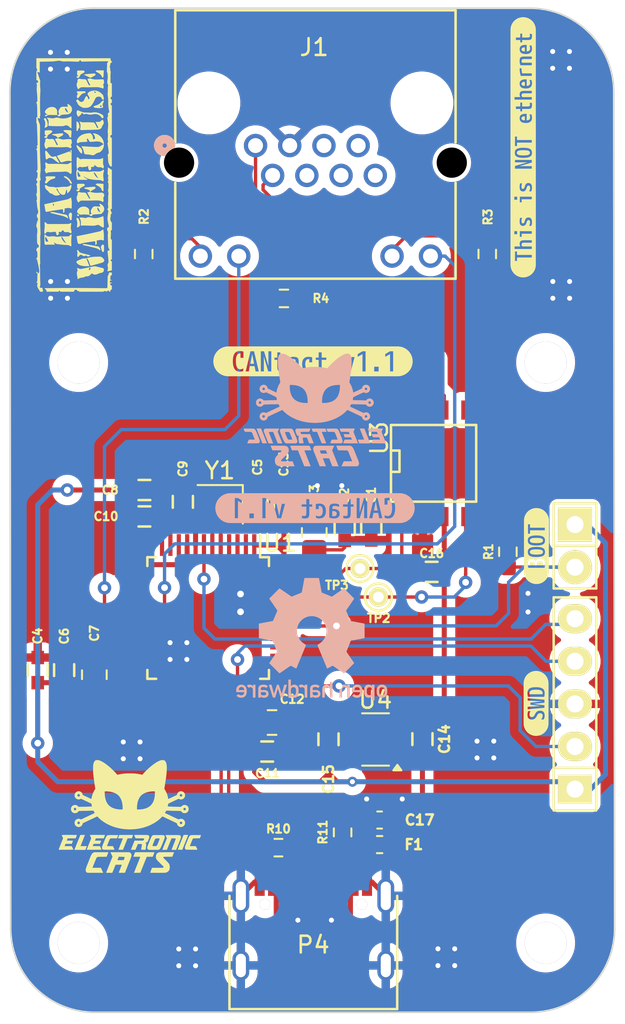
<source format=kicad_pcb>
(kicad_pcb (version 20241229) (generator "pcbnew") (generator_version "9.0")
  (layers (0 "F.Cu" signal) (2 "B.Cu" signal) (13 "F.Paste" user) (15 "B.Paste" user) (5 "F.SilkS" user "F.Silkscreen") (7 "B.SilkS" user "B.Silkscreen") (1 "F.Mask" user) (3 "B.Mask" user) (25 "Edge.Cuts" user))
  (net 0 "")
  (net 1 "+3V3")
  (net 2 "GND")
  (net 3 "+5V")
  (net 4 "/SWDIO")
  (net 5 "/SWCLK")
  (net 6 "Net-(U1-PF0-OSC_IN)")
  (net 7 "/CAN_RX")
  (net 8 "/CAN_TX")
  (net 9 "Net-(U1-PF1-OSC_OUT)")
  (net 10 "Net-(JP1-Pin_2)")
  (net 11 "/NRST")
  (net 40 "/LED_GREEN")
  (net 41 "/LED_RED")
  (net 42 "Net-(J1-Pad10)")
  (net 44 "Net-(J1-Pad12)")
  (net 48 "/D+")
  (net 49 "/D-")
  (net 51 "/CAN+")
  (net 52 "/CAN-")
  (net 54 "Net-(F1-Pad1)")
  (net 55 "Net-(P4-CC)")
  (net 56 "Net-(P4-VCONN)")
  (footprint "Resistor_SMD:R_0603_1608Metric_Pad0.98x0.95mm_HandSolder" (layer "F.Cu") (at 153.94 124.6 90)
    (property "Reference" "R1")
    (property "Value" "510")
  )
  (footprint "Connect:PINTST" (layer "F.Cu") (at 146.22 127.3)
    (property "Reference" "TP2")
    (property "Value" "TST" (hide yes))
  )
  (footprint "Connect:PINTST" (layer "F.Cu") (at 145.12 125.6)
    (property "Reference" "TP3")
    (property "Value" "TST" (hide yes))
  )
  (footprint "Housings_QFP:LQFP-48_7x7mm_Pitch0.5mm" (layer "F.Cu") (at 136.07 128.55 -90)
    (property "Reference" "U1")
    (property "Value" "STM32F042C6T6" (hide yes))
  )
  (footprint "SMD_Packages:SOIC-8-N" (layer "F.Cu") (at 149.51 119.33)
    (property "Reference" "U3")
    (property "Value" "MCP2551-I/SN" (hide yes))
  )
  (footprint "Capacitors_SMD:C_0603" (layer "F.Cu") (at 145.795 123.15 -90)
    (property "Reference" "C1")
    (property "Value" "0.1uF" (hide yes))
  )
  (footprint "Capacitors_SMD:C_0603" (layer "F.Cu") (at 144.21 123.175 -90)
    (property "Reference" "C2")
    (property "Value" "0.1uF" (hide yes))
  )
  (footprint "Capacitors_SMD:C_0603" (layer "F.Cu") (at 125.9095 131.6555 90)
    (property "Reference" "C4")
    (property "Value" "0.1uF" (hide yes))
  )
  (footprint "Capacitors_SMD:C_0603" (layer "F.Cu") (at 139.01212 121.620629 -90)
    (property "Reference" "C5")
    (property "Value" "18pF" (hide yes))
  )
  (footprint "Capacitors_SMD:C_0603" (layer "F.Cu") (at 127.4845 131.6555 90)
    (property "Reference" "C6")
    (property "Value" "0.1uF" (hide yes))
  )
  (footprint "Capacitor_SMD:C_0805_2012Metric_Pad1.18x1.45mm_HandSolder" (layer "F.Cu") (at 129.2845 131.9305 90)
    (property "Reference" "C7")
    (property "Value" "4.7uF")
  )
  (footprint "Capacitors_SMD:C_0603" (layer "F.Cu") (at 132.27 120.92)
    (property "Reference" "C8")
    (property "Value" "10nF" (hide yes))
  )
  (footprint "Capacitors_SMD:C_0603" (layer "F.Cu") (at 134.56212 121.62437 90)
    (property "Reference" "C9")
    (property "Value" "18pF" (hide yes))
  )
  (footprint "Capacitors_SMD:C_0603" (layer "F.Cu") (at 132.27 122.495)
    (property "Reference" "C10")
    (property "Value" "1uF" (hide yes))
  )
  (footprint "Capacitors_SMD:C_0603" (layer "F.Cu") (at 139.59 136.51)
    (property "Reference" "C11")
    (property "Value" "0.1uF" (hide yes))
  )
  (footprint "Capacitor_SMD:C_0805_2012Metric_Pad1.18x1.45mm_HandSolder" (layer "F.Cu") (at 139.8787 134.78)
    (property "Reference" "C12")
    (property "Value" "4.7uF")
  )
  (footprint "Capacitors_SMD:C_0603" (layer "F.Cu") (at 140.59 121.62 90)
    (property "Reference" "C13")
    (property "Value" "0.1uF" (hide yes))
  )
  (footprint "Capacitors_SMD:C_0603" (layer "F.Cu") (at 148.845 135.77 90)
    (property "Reference" "C14")
    (property "Value" "1uF" (hide yes))
  )
  (footprint "Capacitors_SMD:C_0603" (layer "F.Cu") (at 143.245 135.78 90)
    (property "Reference" "C15")
    (property "Value" "1uF" (hide yes))
  )
  (footprint "Capacitors_SMD:C_0603" (layer "F.Cu") (at 149.395 125.8)
    (property "Reference" "C16")
    (property "Value" "0.1uF" (hide yes))
  )
  (footprint "Pin_Headers:Pin_Header_Straight_1x05" (layer "F.Cu") (at 157.94 133.67 90)
    (property "Reference" "P2" (hide yes))
    (property "Value" "SWD" (hide yes))
  )
  (footprint "Pin_Headers:Pin_Header_Straight_1x02" (layer "F.Cu") (at 157.94 124.25 -90)
    (property "Reference" "JP1" (hide yes))
    (property "Value" "Boot Mode" (hide yes))
  )
  (footprint "Mounting_Holes:MountingHole_2-5mm" (layer "F.Cu") (at 156.19 147.92)
    (property "Reference" "" (hide yes))
    (property "Value" "VAL**" (hide yes))
  )
  (footprint "Mounting_Holes:MountingHole_2-5mm" (layer "F.Cu") (at 128.35 113.32)
    (property "Reference" "" (hide yes))
    (property "Value" "VAL**" (hide yes))
  )
  (footprint "Capacitor_SMD:C_0805_2012Metric_Pad1.18x1.45mm_HandSolder" (layer "F.Cu") (at 142.395 123.45 -90)
    (property "Reference" "C3")
    (property "Value" "4.7uF")
  )
  (footprint "Resistor_SMD:R_0603_1608Metric" (layer "F.Cu") (at 144.086409 141.329694 -90)
    (property "Reference" "R11")
    (property "Value" "5k1")
  )
  (footprint "Resistor_SMD:R_0603_1608Metric_Pad0.98x0.95mm_HandSolder" (layer "F.Cu") (at 132.229813 106.851602 -90)
    (property "Reference" "R2")
    (property "Value" "120")
  )
  (footprint "Resistor_SMD:R_0603_1608Metric_Pad0.98x0.95mm_HandSolder" (layer "F.Cu") (at 140.5875 109.5 180)
    (property "Reference" "R4")
    (property "Value" "120")
  )
  (footprint "kibuzzard-68FBEE71" (layer "F.Cu") (at 155.64 124.26 90)
    (property "Reference" "kibuzzard-68FBEE71" (hide yes))
    (property "Value" "G***" (hide yes))
  )
  (footprint "Aesthetics:electronic_cats_logo_8x6" (layer "F.Cu") (at 131.4 140.38)
    (property "Reference" "G***" (hide yes))
    (property "Value" "LOGO" (hide yes))
  )
  (footprint "footprints:CONN12_R-RJ45_CKM" (layer "F.Cu") (at 138.894812 100.386403 180)
    (property "Reference" "J1")
    (property "Value" "Cantact")
  )
  (footprint "Capacitor_SMD:C_0603_1608Metric" (layer "F.Cu") (at 146.2925 140.5925 180)
    (property "Reference" "C17")
    (property "Value" "10uF")
  )
  (footprint "Mounting_Holes:MountingHole_2-5mm" (layer "F.Cu") (at 156.19 113.32)
    (property "Reference" "" (hide yes))
    (property "Value" "VAL**" (hide yes))
  )
  (footprint "Resistor_SMD:R_0603_1608Metric" (layer "F.Cu") (at 140.26 142.24)
    (property "Reference" "R10")
    (property "Value" "5k1")
  )
  (footprint "kibuzzard-68FBEEA6" (layer "F.Cu") (at 155.62 133.64 90)
    (property "Reference" "kibuzzard-68FBEEA6" (hide yes))
    (property "Value" "G***" (hide yes))
  )
  (footprint "Package_TO_SOT_SMD:SOT-23-5" (layer "F.Cu") (at 146.05 135.79 180)
    (property "Reference" "U4")
    (property "Value" "XC6220B331MR-G")
  )
  (footprint "Mounting_Holes:MountingHole_2-5mm" (layer "F.Cu") (at 128.35 147.92)
    (property "Reference" "" (hide yes))
    (property "Value" "VAL**" (hide yes))
  )
  (footprint "kibuzzard-68FBE69F" (layer "F.Cu") (at 154.85 100.49 90)
    (property "Reference" "kibuzzard-68FBE69F" (hide yes))
    (property "Value" "G***" (hide yes))
  )
  (footprint "Crystal:Crystal_SMD_2016-4Pin_2.0x1.6mm" (layer "F.Cu") (at 136.78712 121.77437 180)
    (property "Reference" "Y1")
    (property "Value" "16 Mhz")
  )
  (footprint "Resistor_SMD:R_0603_1608Metric_Pad0.98x0.95mm_HandSolder" (layer "F.Cu") (at 152.71 106.85 -90)
    (property "Reference" "R3")
    (property "Value" "120")
  )
  (footprint "kibuzzard-68FBE702" (layer "F.Cu") (at 142.32 113.25)
    (property "Reference" "kibuzzard-68FBE702" (hide yes))
    (property "Value" "G***" (hide yes))
  )
  (footprint "Footprint:C393939" (layer "F.Cu") (at 142.34 145.1125)
    (property "Reference" "P4")
    (property "Value" "USB_C_Plug_USB2.0")
  )
  (footprint "Fuse:Fuse_0603_1608Metric" (layer "F.Cu") (at 146.2925 142.0575)
    (property "Reference" "F1")
    (property "Value" "750mA")
  )
  (footprint "Aesthetics:electronic_cats_logo_8x6" (layer "B.Cu") (at 142.43 116.15 180)
    (property "Reference" "G***" (hide yes))
    (property "Value" "LOGO" (hide yes))
  )
  (footprint "kibuzzard-68FBE735" (layer "B.Cu") (at 142.44 122 180)
    (property "Reference" "kibuzzard-68FBE735" (hide yes))
    (property "Value" "G***" (hide yes))
  )
  (gr_poly (pts (xy 128.231938 103.48548) (xy 128.234641 103.460924) (xy 128.239327 103.436307) (xy 128.246108 103.411624) (xy 128.250319 103.399257) (xy 128.255094 103.386872) (xy 128.260448 103.374469) (xy 128.266394 103.362047) (xy 128.272947 103.349606) (xy 128.280119 103.337145) (xy 128.281519 103.334572) (xy 128.282735 103.331842) (xy 128.283776 103.32897) (xy 128.284653 103.325976) (xy 128.285373 103.322875) (xy 128.285946 103.319684) (xy 128.286381 103.316423) (xy 128.286687 103.313106) (xy 128.286872 103.309752) (xy 128.286946 103.306378) (xy 128.286918 103.303001) (xy 128.286796 103.299639) (xy 128.28659 103.296307) (xy 128.286309 103.293025) (xy 128.285557 103.286676) (xy 128.284527 103.277726) (xy 128.283958 103.26898) (xy 128.283839 103.26045) (xy 128.28416 103.25215) (xy 128.284911 103.244091) (xy 128.286083 103.236289) (xy 128.287666 103.228754) (xy 128.289649 103.221501) (xy 128.292023 103.214543) (xy 128.294777 103.207891) (xy 128.297903 103.20156) (xy 128.301389 103.195563) (xy 128.305226 103.189911) (xy 128.309405 103.184619) (xy 128.313914 103.179699) (xy 128.318745 103.175165) (xy 128.323888 103.171028) (xy 128.329331 103.167303) (xy 128.335067 103.164002) (xy 128.341083 103.161139) (xy 128.347372 103.158725) (xy 128.353922 103.156775) (xy 128.360724 103.155301) (xy 128.367768 103.154316) (xy 128.375044 103.153833) (xy 128.382542 103.153865) (xy 128.390252 103.154426) (xy 128.398165 103.155527) (xy 128.406269 103.157183) (xy 128.414557 103.159406) (xy 128.423016 103.162209) (xy 128.431639 103.165605) (xy 128.448839 103.172216) (xy 128.465988 103.177504) (xy 128.483091 103.181606) (xy 128.500152 103.184662) (xy 128.517175 103.186811) (xy 128.534163 103.188192) (xy 128.551122 103.188944) (xy 128.568055 103.189205) (xy 128.635616 103.188129) (xy 128.669351 103.188264) (xy 128.686222 103.188986) (xy 128.703101 103.19033) (xy 128.708888 103.191022) (xy 128.714869 103.191951) (xy 128.720989 103.193118) (xy 128.727195 103.19452) (xy 128.733434 103.196156) (xy 128.739651 103.198025) (xy 128.745793 103.200125) (xy 128.751806 103.202454) (xy 128.757636 103.205011) (xy 128.76323 103.207794) (xy 128.768534 103.210802) (xy 128.773493 103.214034) (xy 128.778055 103.217488) (xy 128.782165 103.221162) (xy 128.78577 103.225055) (xy 128.787366 103.227084) (xy 128.788816 103.229166) (xy 128.809699 103.262176) (xy 128.829844 103.295664) (xy 128.849448 103.329503) (xy 128.868711 103.363567) (xy 128.907014 103.43186) (xy 128.926452 103.465835) (xy 128.946348 103.499527) (xy 128.949204 103.503969) (xy 128.952305 103.508263) (xy 128.955627 103.512423) (xy 128.959147 103.516464) (xy 128.962838 103.520402) (xy 128.966676 103.524252) (xy 128.970637 103.528027) (xy 128.974696 103.531744) (xy 128.983009 103.539059) (xy 128.991418 103.546318) (xy 128.999725 103.553638) (xy 129.003778 103.557358) (xy 129.007732 103.561138) (xy 129.037719 103.534651) (xy 128.857607 103.175063) (xy 128.911663 103.164795) (xy 128.937037 103.159778) (xy 128.949479 103.157121) (xy 128.961821 103.154297) (xy 128.968246 103.152665) (xy 128.974338 103.150906) (xy 128.980093 103.149023) (xy 128.98551 103.147017) (xy 128.990586 103.144892) (xy 128.995317 103.14265) (xy 128.999703 103.140295) (xy 129.003739 103.13783) (xy 129.007424 103.135257) (xy 129.010754 103.132579) (xy 129.013728 103.129798) (xy 129.016343 103.126919) (xy 129.018596 103.123944) (xy 129.020484 103.120875) (xy 129.022005 103.117715) (xy 129.023156 103.114467) (xy 129.023936 103.111135) (xy 129.02434 103.107721) (xy 129.024368 103.104227) (xy 129.024015 103.100657) (xy 129.02328 103.097014) (xy 129.02216 103.0933) (xy 129.020652 103.089519) (xy 129.018753 103.085672) (xy 129.016462 103.081763) (xy 129.013776 103.077796) (xy 129.010692 103.073771) (xy 129.007207 103.069694) (xy 129.003319 103.065566) (xy 128.999025 103.06139) (xy 128.994323 103.057169) (xy 128.98921 103.052906) (xy 128.981846 103.04731) (xy 128.974158 103.042086) (xy 128.966175 103.037206) (xy 128.957926 103.032641) (xy 128.949442 103.028361) (xy 128.940752 103.024338) (xy 128.931886 103.020543) (xy 128.922872 103.016947) (xy 128.904521 103.010234) (xy 128.885935 103.003969) (xy 128.849003 102.991856) (xy 128.837872 102.988451) (xy 128.826493 102.985569) (xy 128.803243 102.980711) (xy 128.779757 102.975956) (xy 128.768083 102.973202) (xy 128.75654 102.969976) (xy 128.745189 102.966112) (xy 128.734095 102.961444) (xy 128.728663 102.958757) (xy 128.723319 102.955807) (xy 128.718071 102.952573) (xy 128.712926 102.949035) (xy 128.707892 102.945171) (xy 128.702978 102.94096) (xy 128.69819 102.936384) (xy 128.693537 102.931419) (xy 128.689028 102.926046) (xy 128.684668 102.920245) (xy 128.680468 102.913993) (xy 128.676433 102.907271) (xy 128.685961 102.904407) (xy 128.695023 102.901487) (xy 128.712049 102.895887) (xy 128.720167 102.89341) (xy 128.728124 102.891284) (xy 128.732065 102.890384) (xy 128.735995 102.88961) (xy 128.739923 102.888975) (xy 128.743857 102.888491) (xy 128.993496 102.863603) (xy 129.243253 102.839924) (xy 129.25074 102.839264) (xy 129.258398 102.838723) (xy 129.266127 102.83841) (xy 129.269988 102.838372) (xy 129.273829 102.838431) (xy 129.277639 102.838601) (xy 129.281406 102.838896) (xy 129.285116 102.839328) (xy 129.288758 102.839911) (xy 129.29232 102.84066) (xy 129.295788 102.841586) (xy 129.29915 102.842705) (xy 129.302395 102.844028) (xy 129.311323 102.848206) (xy 129.315864 102.850475) (xy 129.320411 102.852864) (xy 129.324929 102.855374) (xy 129.329385 102.858005) (xy 129.333744 102.860756) (xy 129.337973 102.863629) (xy 129.342036 102.866623) (xy 129.3459 102.869738) (xy 129.349531 102.872975) (xy 129.352894 102.876334) (xy 129.355955 102.879816) (xy 129.35868 102.883419) (xy 129.361036 102.887145) (xy 129.362064 102.889054) (xy 129.362987 102.890994) (xy 129.363461 102.892286) (xy 129.363791 102.893692) (xy 129.363982 102.895204) (xy 129.364039 102.896814) (xy 129.363967 102.898514) (xy 129.363771 102.900297) (xy 129.363458 102.902155) (xy 129.363031 102.90408) (xy 129.361857 102.908099) (xy 129.360292 102.912293) (xy 129.358376 102.9166) (xy 129.356151 102.920957) (xy 129.353657 102.925301) (xy 129.350936 102.929572) (xy 129.348029 102.933706) (xy 129.344977 102.937641) (xy 129.341821 102.941315) (xy 129.338602 102.944666) (xy 129.335361 102.947632) (xy 129.33214 102.950149) (xy 129.313766 102.962766) (xy 129.295032 102.974874) (xy 129.276018 102.986586) (xy 129.256804 102.998018) (xy 129.218096 103.020497) (xy 129.198762 103.031771) (xy 129.179549 103.043222) (xy 129.14701 103.063067) (xy 129.114568 103.083071) (xy 129.049755 103.1232) (xy 129.052401 103.153945) (xy 129.089107 103.160936) (xy 129.125784 103.168469) (xy 129.199131 103.183669) (xy 129.235841 103.190589) (xy 129.272602 103.196557) (xy 129.309434 103.2012) (xy 129.327882 103.202908) (xy 129.346355 103.204144) (xy 129.38909 103.205665) (xy 129.431914 103.205829) (xy 129.474804 103.204865) (xy 129.517735 103.203004) (xy 129.603622 103.197504) (xy 129.68938 103.191163) (xy 129.701842 103.190637) (xy 129.71404 103.190851) (xy 129.725954 103.19178) (xy 129.737563 103.193401) (xy 129.748847 103.195688) (xy 129.759783 103.198619) (xy 129.770352 103.202169) (xy 129.780532 103.206314) (xy 129.790302 103.21103) (xy 129.799642 103.216292) (xy 129.80853 103.222077) (xy 129.816946 103.22836) (xy 129.824869 103.235117) (xy 129.832278 103.242324) (xy 129.839151 103.249957) (xy 129.845469 103.257991) (xy 129.851209 103.266403) (xy 129.856352 103.275169) (xy 129.860876 103.284264) (xy 129.86476 103.293664) (xy 129.867984 103.303345) (xy 129.870527 103.313282) (xy 129.872366 103.323453) (xy 129.873483 103.333832) (xy 129.873855 103.344396) (xy 129.873463 103.355119) (xy 129.872284 103.365979) (xy 129.870298 103.376951) (xy 129.867484 103.388011) (xy 129.863821 103.399134) (xy 129.859289 103.410297) (xy 129.853866 103.421475) (xy 129.847286 103.434741) (xy 129.841561 103.447844) (xy 129.836658 103.460811) (xy 129.832542 103.473669) (xy 129.829179 103.486445) (xy 129.826534 103.499165) (xy 129.824573 103.511857) (xy 129.823261 103.524548) (xy 129.822563 103.537263) (xy 129.822447 103.550031) (xy 129.822876 103.562877) (xy 129.823817 103.575829) (xy 129.825236 103.588914) (xy 129.827097 103.602158) (xy 129.829366 103.615588) (xy 129.832009 103.629231) (xy 129.833137 103.635691) (xy 129.833961 103.642536) (xy 129.834477 103.649685) (xy 129.83468 103.657058) (xy 129.834565 103.664575) (xy 129.834129 103.672154) (xy 129.833366 103.679716) (xy 129.832273 103.68718) (xy 129.830844 103.694465) (xy 129.829076 103.701491) (xy 129.826964 103.708178) (xy 129.824504 103.714444) (xy 129.821691 103.72021) (xy 129.81852 103.725394) (xy 129.816799 103.727743) (xy 129.814987 103.729916) (xy 129.813084 103.731904) (xy 129.811089 103.733697) (xy 129.807642 103.736345) (xy 129.804221 103.738571) (xy 129.800823 103.740395) (xy 129.797446 103.741835) (xy 129.794089 103.74291) (xy 129.790751 103.743639) (xy 129.78743 103.744042) (xy 129.784125 103.744137) (xy 129.780833 103.743944) (xy 129.777553 103.743481) (xy 129.774284 103.742768) (xy 129.771024 103.741823) (xy 129.767771 103.740666) (xy 129.764524 103.739315) (xy 129.761282 103.73779) (xy 129.758042 103.73611) (xy 129.751565 103.732359) (xy 129.74508 103.728216) (xy 129.732035 103.71936) (xy 129.72545 103.714952) (xy 129.718807 103.71076) (xy 129.712093 103.706937) (xy 129.708705 103.705211) (xy 129.705295 103.703635) (xy 129.691683 103.697985) (xy 129.67779 103.692794) (xy 129.663642 103.688045) (xy 129.649267 103.683725) (xy 129.63469 103.679818) (xy 129.61994 103.676309) (xy 129.605042 103.673185) (xy 129.590024 103.670429) (xy 129.574912 103.668028) (xy 129.559734 103.665966) (xy 129.529285 103.662803) (xy 129.498891 103.66082) (xy 129.468768 103.659899) (xy 129.403529 103.659546) (xy 129.338278 103.660184) (xy 129.207749 103.66339) (xy 129.077196 103.667431) (xy 128.946637 103.670226) (xy 128.890464 103.670451) (xy 128.834275 103.670056) (xy 128.721893 103.668591) (xy 128.609584 103.668211) (xy 128.553487 103.669171) (xy 128.497443 103.671295) (xy 128.49375 103.671586) (xy 128.490045 103.672087) (xy 128.486332 103.672788) (xy 128.482612 103.67368) (xy 128.478888 103.674757) (xy 128.475161 103.676008) (xy 128.467705 103.679003) (xy 128.460263 103.682598) (xy 128.452848 103.686726) (xy 128.445476 103.691319) (xy 128.438165 103.696311) (xy 128.430928 103.701634) (xy 128.423782 103.707221) (xy 128.416742 103.713006) (xy 128.409824 103.71892) (xy 128.396418 103.73087) (xy 128.383688 103.742534) (xy 128.375559 103.749749) (xy 128.367905 103.755988) (xy 128.364245 103.758734) (xy 128.36069 103.761228) (xy 128.357235 103.763466) (xy 128.353875 103.765447) (xy 128.350607 103.767167) (xy 128.347425 103.768624) (xy 128.344324 103.769815) (xy 128.341301 103.770737) (xy 128.33835 103.771388) (xy 128.335467 103.771764) (xy 128.332646 103.771864) (xy 128.329885 103.771683) (xy 128.327176 103.771221) (xy 128.324517 103.770473) (xy 128.321903 103.769437) (xy 128.319328 103.768111) (xy 128.316788 103.766491) (xy 128.314279 103.764575) (xy 128.311796 103.762361) (xy 128.309334 103.759845) (xy 128.306888 103.757024) (xy 128.304454 103.753897) (xy 128.302028 103.75046) (xy 128.299604 103.74671) (xy 128.297178 103.742645) (xy 128.294745 103.738262) (xy 128.289841 103.728532) (xy 128.278753 103.704373) (xy 128.268549 103.680192) (xy 128.259339 103.655985) (xy 128.251233 103.631749) (xy 128.24434 103.607478) (xy 128.238772 103.58317) (xy 128.234637 103.55882) (xy 128.232047 103.534424) (xy 128.231111 103.509979)) (fill yes) (layer "F.SilkS"))
  (gr_poly (pts (xy 126.620274 98.744309) (xy 126.697532 98.752729) (xy 126.735332 98.756335) (xy 126.77292 98.759441) (xy 126.789435 98.76052) (xy 126.806242 98.761193) (xy 126.82318 98.761302) (xy 126.831646 98.761095) (xy 126.840083 98.760688) (xy 126.848472 98.760061) (xy 126.85679 98.759193) (xy 126.865019 98.758065) (xy 126.873137 98.756658) (xy 126.881124 98.754951) (xy 126.888959 98.752924) (xy 126.896623 98.750558) (xy 126.904095 98.747834) (xy 126.920673 98.741683) (xy 126.937246 98.736323) (xy 126.953815 98.731738) (xy 126.970377 98.727916) (xy 126.986931 98.724843) (xy 127.003477 98.722506) (xy 127.020012 98.720892) (xy 127.036537 98.719986) (xy 127.053048 98.719777) (xy 127.069546 98.72025) (xy 127.086029 98.721392) (xy 127.102496 98.723189) (xy 127.118945 98.725629) (xy 127.135376 98.728698) (xy 127.151786 98.732382) (xy 127.168176 98.736668) (xy 127.204 98.745968) (xy 127.239755 98.753811) (xy 127.275443 98.760214) (xy 127.311067 98.765196) (xy 127.346629 98.768775) (xy 127.382132 98.770969) (xy 127.417578 98.771795) (xy 127.45297 98.771273) (xy 127.488311 98.769419) (xy 127.523603 98.766252) (xy 127.558849 98.76179) (xy 127.59405 98.756051) (xy 127.629211 98.749053) (xy 127.664332 98.740814) (xy 127.699417 98.731352) (xy 127.734469 98.720685) (xy 127.755338 98.713617) (xy 127.7763 98.705878) (xy 127.797672 98.697484) (xy 127.819768 98.68845) (xy 127.86739 98.668516) (xy 127.921686 98.646193) (xy 127.921686 99.344138) (xy 127.897503 99.35791) (xy 127.891845 99.353997) (xy 127.886078 99.350178) (xy 127.874321 99.342728) (xy 127.862453 99.335373) (xy 127.850691 99.327928) (xy 127.844918 99.324114) (xy 127.839253 99.320208) (xy 127.833724 99.316187) (xy 127.828359 99.312028) (xy 127.823183 99.307707) (xy 127.818226 99.303201) (xy 127.813514 99.298488) (xy 127.809074 99.293544) (xy 127.794146 99.276699) (xy 127.778823 99.260981) (xy 127.763096 99.246463) (xy 127.746959 99.233218) (xy 127.730404 99.221319) (xy 127.721968 99.215898) (xy 127.713424 99.21084) (xy 127.704773 99.206155) (xy 127.696013 99.201852) (xy 127.687143 99.19794) (xy 127.678162 99.194428) (xy 127.66907 99.191326) (xy 127.659865 99.188643) (xy 127.650547 99.186387) (xy 127.641115 99.184568) (xy 127.631567 99.183195) (xy 127.621904 99.182277) (xy 127.612123 99.181823) (xy 127.602225 99.181843) (xy 127.592207 99.182345) (xy 127.582071 99.183338) (xy 127.571813 99.184832) (xy 127.561434 99.186836) (xy 127.550933 99.189358) (xy 127.540308 99.192409) (xy 127.529559 99.195996) (xy 127.518686 99.20013) (xy 127.494472 99.209005) (xy 127.470189 99.216234) (xy 127.445845 99.221973) (xy 127.421448 99.226376) (xy 127.397006 99.229598) (xy 127.372527 99.231792) (xy 127.348019 99.233115) (xy 127.32349 99.23372) (xy 127.274399 99.233395) (xy 127.225319 99.232055) (xy 127.176313 99.230936) (xy 127.127446 99.231274) (xy 127.062112 99.232434) (xy 126.996736 99.232165) (xy 126.931327 99.230793) (xy 126.865893 99.228642) (xy 126.734987 99.223299) (xy 126.60409 99.21873) (xy 126.595528 99.218312) (xy 126.587594 99.217488) (xy 126.580292 99.216236) (xy 126.57688 99.21544) (xy 126.573627 99.214528) (xy 126.570535 99.213495) (xy 126.567603 99.21234) (xy 126.564833 99.211058) (xy 126.562224 99.209647) (xy 126.559778 99.208103) (xy 126.557495 99.206423) (xy 126.555376 99.204604) (xy 126.553421 99.202644) (xy 126.55163 99.200538) (xy 126.550005 99.198284) (xy 126.548546 99.195878) (xy 126.547253 99.193318) (xy 126.546126 99.1906) (xy 126.545167 99.187721) (xy 126.544377 99.184678) (xy 126.543754 99.181467) (xy 126.543301 99.178086) (xy 126.543018 99.174532) (xy 126.542904 99.170801) (xy 126.542962 99.166891) (xy 126.543191 99.162797) (xy 126.543591 99.158517) (xy 126.544164 99.154048) (xy 126.54491 99.149387) (xy 126.547844 99.131962) (xy 126.550518 99.114427) (xy 126.552857 99.096813) (xy 126.554784 99.079149) (xy 126.556221 99.061468) (xy 126.557092 99.0438) (xy 126.55732 99.026176) (xy 126.557168 99.01739) (xy 126.556827 99.008627) (xy 126.555167 98.953507) (xy 126.554545 98.939717) (xy 126.553581 98.926003) (xy 126.552143 98.912401) (xy 126.550103 98.898952) (xy 126.547329 98.885695) (xy 126.543691 98.872668) (xy 126.539059 98.859911) (xy 126.53633 98.853646) (xy 126.533303 98.847463) (xy 126.529963 98.841367) (xy 126.526293 98.835363) (xy 126.522277 98.829455) (xy 126.517899 98.823649) (xy 126.513142 98.81795) (xy 126.50799 98.812362) (xy 126.502427 98.80689) (xy 126.496436 98.801539) (xy 126.495042 98.8003) (xy 126.493695 98.799) (xy 126.491123 98.796208) (xy 126.488682 98.793154) (xy 126.486335 98.789826) (xy 126.484046 98.786214) (xy 126.481776 98.782307) (xy 126.479488 98.778094) (xy 126.477147 98.773566) (xy 126.46649 98.752078) (xy 126.463317 98.745809) (xy 126.459866 98.73916) (xy 126.456101 98.732121) (xy 126.451983 98.72468)) (fill yes) (layer "F.SilkS"))
  (gr_poly (pts (xy 128.255982 104.320104) (xy 128.256303 104.314723) (xy 128.256875 104.309289) (xy 128.257701 104.303803) (xy 128.258786 104.298267) (xy 128.260134 104.292683) (xy 128.261749 104.287052) (xy 128.263637 104.281375) (xy 128.2658 104.275656) (xy 128.268244 104.269894) (xy 128.281315 104.243108) (xy 128.295783 104.217938) (xy 128.311559 104.19437) (xy 128.328555 104.172391) (xy 128.346682 104.151989) (xy 128.365854 104.133149) (xy 128.385981 104.115859) (xy 128.406975 104.100106) (xy 128.428748 104.085876) (xy 128.451212 104.073156) (xy 128.474279 104.061933) (xy 128.497861 104.052194) (xy 128.521869 104.043926) (xy 128.546216 104.037116) (xy 128.570812 104.031749) (xy 128.59557 104.027814) (xy 128.620402 104.025297) (xy 128.64522 104.024185) (xy 128.669935 104.024465) (xy 128.694459 104.026123) (xy 128.718704 104.029146) (xy 128.742582 104.033522) (xy 128.766005 104.039236) (xy 128.788884 104.046277) (xy 128.811131 104.05463) (xy 128.832659 104.064283) (xy 128.853378 104.075221) (xy 128.873201 104.087433) (xy 128.89204 104.100906) (xy 128.909806 104.115624) (xy 128.926411 104.131577) (xy 128.941768 104.14875) (xy 128.945685 104.153767) (xy 128.949393 104.159078) (xy 128.952891 104.164653) (xy 128.956174 104.170464) (xy 128.959242 104.176484) (xy 128.962091 104.182685) (xy 128.964719 104.189039) (xy 128.967124 104.195517) (xy 128.969303 104.202093) (xy 128.971254 104.208737) (xy 128.972974 104.215423) (xy 128.974461 104.222121) (xy 128.975712 104.228805) (xy 128.976726 104.235446) (xy 128.977499 104.242016) (xy 128.978029 104.248487) (xy 128.979589 104.279121) (xy 128.980477 104.30994) (xy 128.980836 104.341076) (xy 128.980809 104.372663) (xy 128.979701 104.506173) (xy 129.113059 104.463768) (xy 129.113142 104.458643) (xy 129.113342 104.454232) (xy 129.11379 104.447311) (xy 129.113886 104.444681) (xy 129.11387 104.443547) (xy 129.113798 104.442524) (xy 129.11366 104.441604) (xy 129.113448 104.44078) (xy 129.113152 104.440044) (xy 129.112763 104.439389) (xy 129.104766 104.427551) (xy 129.097696 104.415821) (xy 129.091519 104.404198) (xy 129.086205 104.392678) (xy 129.081722 104.38126) (xy 129.078039 104.369942) (xy 129.075125 104.358722) (xy 129.072948 104.347596) (xy 129.071478 104.336564) (xy 129.070682 104.325623) (xy 129.070529 104.31477) (xy 129.070988 104.304003) (xy 129.072028 104.293321) (xy 129.073618 104.282721) (xy 129.075725 104.272201) (xy 129.078319 104.261758) (xy 129.084841 104.241097) (xy 129.092934 104.220721) (xy 129.102347 104.200611) (xy 129.112829 104.18075) (xy 129.12413 104.161121) (xy 129.135998 104.141706) (xy 129.160435 104.103447) (xy 129.167315 104.093326) (xy 129.174453 104.08391) (xy 129.181843 104.075177) (xy 129.189473 104.067104) (xy 129.197336 104.059668) (xy 129.205422 104.052846) (xy 129.213722 104.046614) (xy 129.222227 104.04095) (xy 129.230929 104.035831) (xy 129.239818 104.031233) (xy 129.248886 104.027134) (xy 129.258122 104.023511) (xy 129.267519 104.020341) (xy 129.277068 104.0176) (xy 129.286758 104.015266) (xy 129.296582 104.013315) (xy 129.316593 104.010473) (xy 129.33703 104.00889) (xy 129.357819 104.008381) (xy 129.37889 104.008763) (xy 129.400169 104.00985) (xy 129.421586 104.01146) (xy 129.464542 104.01551) (xy 129.485937 104.017163) (xy 129.507512 104.018029) (xy 129.529352 104.018283) (xy 129.551543 104.0181) (xy 129.59732 104.017118) (xy 129.621078 104.016669) (xy 129.645528 104.016481) (xy 129.576784 103.856913) (xy 129.584764 103.857614) (xy 129.59239 103.85813) (xy 129.606612 103.858757) (xy 129.631159 103.859453) (xy 129.641611 103.860127) (xy 129.646409 103.860679) (xy 129.650933 103.861423) (xy 129.65519 103.862398) (xy 129.659189 103.863642) (xy 129.662937 103.865192) (xy 129.666443 103.867087) (xy 129.686355 103.879641) (xy 129.705738 103.892608) (xy 129.7245 103.906049) (xy 129.742551 103.920027) (xy 129.759802 103.934605) (xy 129.77616 103.949845) (xy 129.791537 103.965809) (xy 129.805842 103.982561) (xy 129.818983 104.000163) (xy 129.82509 104.009302) (xy 129.830872 104.018676) (xy 129.836318 104.028295) (xy 129.841417 104.038165) (xy 129.846158 104.048295) (xy 129.850529 104.058691) (xy 129.854519 104.069363) (xy 129.858116 104.080317) (xy 129.86131 104.091563) (xy 129.864088 104.103106) (xy 129.866441 104.114956) (xy 129.868356 104.12712) (xy 129.869822 104.139606) (xy 129.870828 104.152421) (xy 129.871326 104.165064) (xy 129.871309 104.177418) (xy 129.87079 104.18949) (xy 129.869784 104.20129) (xy 129.868307 104.212825) (xy 129.866373 104.224103) (xy 129.863996 104.235133) (xy 129.861192 104.245922) (xy 129.857973 104.256479) (xy 129.854357 104.266813) (xy 129.845986 104.28684) (xy 129.836196 104.306069) (xy 129.825104 104.324566) (xy 129.812827 104.342396) (xy 129.799482 104.359623) (xy 129.785186 104.376314) (xy 129.770057 104.392533) (xy 129.754211 104.408346) (xy 129.737765 104.423818) (xy 129.703543 104.454001) (xy 129.702573 104.45479) (xy 129.701559 104.455538) (xy 129.69941 104.456918) (xy 129.697109 104.45815) (xy 129.694675 104.459244) (xy 129.692124 104.46021) (xy 129.689471 104.461059) (xy 129.686733 104.461799) (xy 129.683927 104.462442) (xy 129.681068 104.462996) (xy 129.678173 104.463472) (xy 129.675258 104.463879) (xy 129.67234 104.464228) (xy 129.666559 104.464791) (xy 129.660961 104.465238) (xy 129.637273 104.467021) (xy 129.637273 104.350318) (xy 129.643301 104.349999) (xy 129.585292 104.237651) (xy 129.555859 104.181174) (xy 129.525899 104.124828) (xy 129.523971 104.121416) (xy 129.521911 104.118074) (xy 129.519734 104.114795) (xy 129.517453 104.111573) (xy 129.51508 104.1084) (xy 129.512628 104.105269) (xy 129.507543 104.099105) (xy 129.497012 104.086973) (xy 129.491775 104.080891) (xy 129.486699 104.074724) (xy 129.483615 104.082842) (xy 129.48036 104.090931) (xy 129.473827 104.107106) (xy 129.470792 104.115232) (xy 129.469386 104.119313) (xy 129.468075 104.12341) (xy 129.466874 104.127526) (xy 129.465798 104.131662) (xy 129.464862 104.135822) (xy 129.464082 104.140007) (xy 129.463667 104.143096) (xy 129.463428 104.146225) (xy 129.463352 104.149391) (xy 129.463426 104.152587) (xy 129.463637 104.155809) (xy 129.463971 104.159052) (xy 129.464414 104.16231) (xy 129.464954 104.165579) (xy 129.466269 104.172126) (xy 129.467807 104.178652) (xy 129.471128 104.191474) (xy 129.473457 104.199707) (xy 129.476137 104.207858) (xy 129.479154 104.215912) (xy 129.482493 104.223858) (xy 129.49007 104.239373) (xy 129.498745 104.254298) (xy 129.508394 104.268532) (xy 129.518893 104.28197) (xy 129.530117 104.294511) (xy 129.541943 104.306051) (xy 129.554245 104.316488) (xy 129.566901 104.325718) (xy 129.579786 104.333638) (xy 129.586276 104.337075) (xy 129.592776 104.340147) (xy 129.599271 104.342839) (xy 129.605746 104.34514) (xy 129.612186 104.347036) (xy 129.618573 104.348515) (xy 129.624894 104.349563) (xy 129.631133 104.350169) (xy 129.637273 104.350318) (xy 129.637273 104.467021) (xy 129.459867 104.480367) (xy 129.359289 104.487473) (xy 129.258675 104.494007) (xy 129.243503 104.495156) (xy 129.236261 104.495955) (xy 129.229244 104.496976) (xy 129.222452 104.498273) (xy 129.215881 104.499901) (xy 129.209529 104.501915) (xy 129.203395 104.504369) (xy 129.197476 104.507318) (xy 129.194596 104.508995) (xy 129.19177 104.510817) (xy 129.188996 104.512789) (xy 129.186274 104.514919) (xy 129.183605 104.517213) (xy 129.180987 104.519679) (xy 129.178422 104.522323) (xy 129.175907 104.525153) (xy 129.173444 104.528174) (xy 129.171031 104.531394) (xy 129.168669 104.534819) (xy 129.166357 104.538457) (xy 129.164095 104.542314) (xy 129.161882 104.546397) (xy 129.159425 104.550821) (xy 129.156772 104.555046) (xy 129.153934 104.559069) (xy 129.150924 104.562886) (xy 129.147751 104.566494) (xy 129.144427 104.56989) (xy 129.140962 104.573071) (xy 129.137368 104.576032) (xy 129.133655 104.578771) (xy 129.129835 104.581284) (xy 129.125918 104.583569) (xy 129.121915 104.585621) (xy 129.117837 104.587437) (xy 129.113695 104.589015) (xy 129.1095 104.59035) (xy 129.105264 104.591439) (xy 129.100996 104.59228) (xy 129.096708 104.592868) (xy 129.092411 104.593201) (xy 129.088115 104.593275) (xy 129.083832 104.593086) (xy 129.079572 104.592632) (xy 129.075348 104.591908) (xy 129.071168 104.590913) (xy 129.067045 104.589642) (xy 129.062989 104.588092) (xy 129.059011 104.586259) (xy 129.055123 104.584141) (xy 129.051335 104.581734) (xy 129.047657 104.579035) (xy 129.044102 104.57604) (xy 129.04068 104.572747) (xy 129.032851 104.565074) (xy 129.024894 104.557991) (xy 129.016813 104.55147) (xy 129.008614 104.545488) (xy 129.000304 104.540019) (xy 128.991887 104.535039) (xy 128.98337 104.530524) (xy 128.974758 104.526447) (xy 128.966058 104.522785) (xy 128.957275 104.519513) (xy 128.939483 104.514037) (xy 128.92143 104.509821) (xy 128.903162 104.506666) (xy 128.884725 104.504375) (xy 128.866166 104.502748) (xy 128.82887 104.500692) (xy 128.791644 104.498909) (xy 128.773173 104.497624) (xy 128.754861 104.495811) (xy 128.740609 104.494356) (xy 128.726288 104.493314) (xy 128.711907 104.492658) (xy 128.697474 104.492361) (xy 128.668485 104.492726) (xy 128.639391 104.494186) (xy 128.610258 104.496516) (xy 128.581155 104.499492) (xy 128.523308 104.506482) (xy 128.507008 104.507963) (xy 128.491187 104.508282) (xy 128.475823 104.507501) (xy 128.460893 104.505681) (xy 128.446376 104.502885) (xy 128.43225 104.499172) (xy 128.418493 104.494606) (xy 128.405082 104.489248) (xy 128.391996 104.48316) (xy 128.379212 104.476402) (xy 128.366709 104.469037) (xy 128.354464 104.461127) (xy 128.342456 104.452732) (xy 128.330662 104.443915) (xy 128.319061 104.434737) (xy 128.30763 104.42526) (xy 128.299316 104.417789) (xy 128.29162 104.409956) (xy 128.284577 104.401776) (xy 128.281311 104.39756) (xy 128.278221 104.393262) (xy 128.275312 104.388884) (xy 128.272588 104.384427) (xy 128.270053 104.379894) (xy 128.267712 104.375285) (xy 128.265569 104.370602) (xy 128.263628 104.365848) (xy 128.261893 104.361024) (xy 128.26037 104.356131) (xy 128.259062 104.351171) (xy 128.257974 104.346147) (xy 128.25711 104.341058) (xy 128.256475 104.335908) (xy 128.256072 104.330698) (xy 128.255906 104.325429)) (fill yes) (layer "F.SilkS"))
  (gr_poly (pts (xy 126.67032 104.353645) (xy 126.693271 104.353257) (xy 126.716325 104.352333) (xy 126.76247 104.350291) (xy 126.785424 104.349885) (xy 126.796843 104.349991) (xy 126.80821 104.350362) (xy 126.819518 104.351043) (xy 126.830759 104.352078) (xy 126.841923 104.353512) (xy 126.853002 104.355388) (xy 126.999436 104.384713) (xy 127.145519 104.415872) (xy 127.437377 104.479808) (xy 127.442841 104.481047) (xy 127.448298 104.482364) (xy 127.459211 104.485025) (xy 127.464677 104.486262) (xy 127.470156 104.487366) (xy 127.475653 104.488285) (xy 127.47841 104.488658) (xy 127.481173 104.488965) (xy 127.511526 104.492317) (xy 127.538934 104.496255) (xy 127.563608 104.500998) (xy 127.574987 104.503741) (xy 127.585761 104.506767) (xy 127.595957 104.510106) (xy 127.605602 104.513783) (xy 127.614721 104.517827) (xy 127.623342 104.522266) (xy 127.631491 104.527126) (xy 127.639194 104.532436) (xy 127.646477 104.538223) (xy 127.653368 104.544514) (xy 127.659891 104.551338) (xy 127.666074 104.558721) (xy 127.671944 104.566691) (xy 127.677525 104.575276) (xy 127.682846 104.584503) (xy 127.687932 104.5944) (xy 127.692809 104.604995) (xy 127.697505 104.616314) (xy 127.706455 104.641238) (xy 127.714994 104.669392) (xy 127.723333 104.700998) (xy 127.731683 104.736274) (xy 127.691371 104.714466) (xy 127.654781 104.694453) (xy 127.637409 104.685118) (xy 127.6204 104.676229) (xy 127.603566 104.667787) (xy 127.586716 104.659791) (xy 127.541497 104.638549) (xy 127.518817 104.62792) (xy 127.496026 104.617594) (xy 127.473079 104.607799) (xy 127.449929 104.598765) (xy 127.438263 104.594606) (xy 127.426529 104.590723) (xy 127.414721 104.587146) (xy 127.402833 104.583903) (xy 127.236549 104.542265) (xy 127.069896 104.502061) (xy 126.736456 104.422137) (xy 126.731877 104.420909) (xy 126.727345 104.41949) (xy 126.722854 104.4179) (xy 126.718401 104.416158) (xy 126.71398 104.414283) (xy 126.709588 104.412295) (xy 126.700867 104.408053) (xy 126.683553 104.399048) (xy 126.674884 104.394592) (xy 126.666159 104.390371)) (fill yes) (layer "F.SilkS"))
  (gr_poly (pts (xy 126.339593 102.573313) (xy 126.340076 102.569174) (xy 126.340826 102.564941) (xy 126.341853 102.560615) (xy 126.343161 102.556197) (xy 126.344761 102.551687) (xy 126.346658 102.547087) (xy 126.34886 102.542398) (xy 126.35207 102.536172) (xy 126.355448 102.529996) (xy 126.362558 102.517751) (xy 126.377131 102.493418) (xy 126.380629 102.487309) (xy 126.383993 102.481169) (xy 126.387185 102.47499) (xy 126.390169 102.46876) (xy 126.392905 102.462471) (xy 126.395357 102.456111) (xy 126.397487 102.449672) (xy 126.399257 102.443142) (xy 126.4007 102.436545) (xy 126.401896 102.429841) (xy 126.402855 102.423045) (xy 126.403582 102.416171) (xy 126.404087 102.409234) (xy 126.404377 102.402247) (xy 126.404459 102.395226) (xy 126.404342 102.388183) (xy 126.404034 102.381133) (xy 126.403542 102.374091) (xy 126.402873 102.367071) (xy 126.402037 102.360087) (xy 126.401039 102.353153) (xy 126.399889 102.346284) (xy 126.398594 102.339493) (xy 126.397162 102.332795) (xy 126.395786 102.327504) (xy 126.394082 102.322287) (xy 126.392082 102.317136) (xy 126.38982 102.312044) (xy 126.387328 102.307005) (xy 126.384638 102.30201) (xy 126.381783 102.297052) (xy 126.378795 102.292125) (xy 126.37255 102.28233) (xy 126.366166 102.272567) (xy 126.3599 102.262777) (xy 126.356893 102.257854) (xy 126.354014 102.252901) (xy 126.44833 102.225921) (xy 126.451568 102.219008) (xy 126.671661 102.218486) (xy 126.781691 102.218895) (xy 126.891687 102.220693) (xy 126.894361 102.220822) (xy 126.897033 102.221073) (xy 126.902368 102.221916) (xy 126.907692 102.223175) (xy 126.913007 102.224804) (xy 126.918314 102.226757) (xy 126.923615 102.228987) (xy 126.928909 102.231448) (xy 126.934199 102.234092) (xy 126.94477 102.239746) (xy 126.955337 102.245577) (xy 126.965908 102.251212) (xy 126.971198 102.25384) (xy 126.976494 102.25628) (xy 126.972434 102.261954) (xy 126.968473 102.267766) (xy 126.960744 102.279664) (xy 126.953103 102.291687) (xy 126.945349 102.303549) (xy 126.941366 102.309331) (xy 126.937279 102.314966) (xy 126.933063 102.320418) (xy 126.928692 102.325651) (xy 126.924141 102.33063) (xy 126.919384 102.335319) (xy 126.914397 102.339683) (xy 126.909154 102.343685) (xy 126.903605 102.347362) (xy 126.897811 102.35073) (xy 126.891797 102.353813) (xy 126.885584 102.356632) (xy 126.879196 102.359212) (xy 126.872653 102.361575) (xy 126.86598 102.363745) (xy 126.859197 102.365744) (xy 126.845395 102.369322) (xy 126.831427 102.372494) (xy 126.803707 102.378359) (xy 126.777049 102.38504) (xy 126.751446 102.393197) (xy 126.726831 102.402741) (xy 126.703136 102.413582) (xy 126.680295 102.425629) (xy 126.658241 102.438793) (xy 126.636906 102.452983) (xy 126.616224 102.46811) (xy 126.596128 102.484084) (xy 126.576551 102.500814) (xy 126.557425 102.518211) (xy 126.538684 102.536184) (xy 126.502088 102.5735) (xy 126.466226 102.612041) (xy 126.462777 102.615558) (xy 126.4589 102.619066) (xy 126.454652 102.622523) (xy 126.450095 102.625888) (xy 126.445288 102.62912) (xy 126.440289 102.632176) (xy 126.435159 102.635014) (xy 126.429956 102.637593) (xy 126.42474 102.639871) (xy 126.419571 102.641806) (xy 126.414508 102.643357) (xy 126.40961 102.644482) (xy 126.407241 102.644872) (xy 126.404937 102.645139) (xy 126.402703 102.645279) (xy 126.400548 102.645286) (xy 126.398478 102.645155) (xy 126.396502 102.644882) (xy 126.394627 102.64446) (xy 126.39286 102.643884) (xy 126.385344 102.64072) (xy 126.381716 102.638966) (xy 126.378186 102.6371) (xy 126.374759 102.635122) (xy 126.371444 102.633033) (xy 126.368249 102.630834) (xy 126.36518 102.628524) (xy 126.362245 102.626107) (xy 126.359452 102.623581) (xy 126.356808 102.620948) (xy 126.35432 102.618209) (xy 126.351996 102.615365) (xy 126.349843 102.612416) (xy 126.347869 102.609363) (xy 126.346081 102.606208) (xy 126.344487 102.60295) (xy 126.343093 102.599591) (xy 126.341908 102.596132) (xy 126.340939 102.592573) (xy 126.340194 102.588915) (xy 126.339679 102.58516) (xy 126.339402 102.581307) (xy 126.339371 102.577358)) (fill yes) (layer "F.SilkS"))
  (gr_poly (pts (xy 128.218683 100.406087) (xy 128.218978 100.402529) (xy 128.219479 100.398933) (xy 128.220175 100.395335) (xy 128.221057 100.391769) (xy 128.222114 100.388271) (xy 128.223336 100.384876) (xy 128.224712 100.381619) (xy 128.226233 100.378536) (xy 128.227889 100.375661) (xy 128.229668 100.37303) (xy 128.23156 100.370678) (xy 128.232225 100.370036) (xy 128.233026 100.369451) (xy 128.233955 100.368923) (xy 128.235003 100.368451) (xy 128.236161 100.368035) (xy 128.237422 100.367674) (xy 128.240216 100.367113) (xy 128.243316 100.366765) (xy 128.246654 100.366623) (xy 128.250162 100.366682) (xy 128.253771 100.366938) (xy 128.257414 100.367384) (xy 128.261023 100.368016) (xy 128.264528 100.368829) (xy 128.267863 100.369817) (xy 128.270958 100.370975) (xy 128.273746 100.372298) (xy 128.275003 100.37302) (xy 128.276158 100.37378) (xy 128.277202 100.37458) (xy 128.278127 100.375417) (xy 128.294876 100.391265) (xy 128.312325 100.406445) (xy 128.330311 100.421112) (xy 128.348672 100.43542) (xy 128.385862 100.463577) (xy 128.422592 100.492151) (xy 128.440378 100.506981) (xy 128.457559 100.522377) (xy 128.473973 100.538494) (xy 128.489457 100.555488) (xy 128.503848 100.573511) (xy 128.510583 100.582957) (xy 128.516984 100.592718) (xy 128.523029 100.602815) (xy 128.5287 100.613265) (xy 128.533975 100.624088) (xy 128.538834 100.635304) (xy 128.544205 100.649183) (xy 128.549031 100.663164) (xy 128.553257 100.677251) (xy 128.556829 100.691449) (xy 128.559691 100.705764) (xy 128.561789 100.7202) (xy 128.563068 100.734762) (xy 128.563472 100.749455) (xy 128.562948 100.764284) (xy 128.56144 100.779254) (xy 128.558893 100.79437) (xy 128.555252 100.809636) (xy 128.550463 100.825058) (xy 128.544471 100.840641) (xy 128.537221 100.856389) (xy 128.528658 100.872308) (xy 128.507834 100.857063) (xy 128.488231 100.841131) (xy 128.469758 100.82457) (xy 128.452322 100.807436) (xy 128.435832 100.789785) (xy 128.420195 100.771674) (xy 128.405319 100.75316) (xy 128.391112 100.734298) (xy 128.377481 100.715146) (xy 128.364335 100.695759) (xy 128.339126 100.65651) (xy 128.290465 100.577689) (xy 128.284964 100.568649) (xy 128.279683 100.559463) (xy 128.274608 100.55014) (xy 128.269723 100.540694) (xy 128.260469 100.52148) (xy 128.251802 100.501916) (xy 128.243605 100.482098) (xy 128.235759 100.462122) (xy 128.220654 100.422079) (xy 128.220178 100.420688) (xy 128.219766 100.419238) (xy 128.219135 100.416183) (xy 128.218751 100.41295) (xy 128.218604 100.409573)) (fill yes) (layer "F.SilkS"))
  (gr_poly (pts (xy 128.488403 104.678908) (xy 128.511875 104.678845) (xy 128.535717 104.679056) (xy 128.559795 104.679645) (xy 128.583975 104.680717) (xy 128.59233 104.681298) (xy 128.600672 104.682093) (xy 128.617323 104.684218) (xy 128.633942 104.686884) (xy 128.650545 104.689884) (xy 128.683763 104.696053) (xy 128.700409 104.698807) (xy 128.7171 104.701064) (xy 128.738239 104.70388) (xy 128.749156 104.705221) (xy 128.754601 104.705751) (xy 128.759998 104.706141) (xy 128.765318 104.706355) (xy 128.770533 104.706358) (xy 128.775614 104.706116) (xy 128.780531 104.705592) (xy 128.785257 104.704751) (xy 128.789763 104.703559) (xy 128.794019 104.70198) (xy 128.796044 104.701034) (xy 128.797996 104.699979) (xy 128.808867 104.693948) (xy 128.819762 104.688457) (xy 128.830677 104.683489) (xy 128.841613 104.679026) (xy 128.863534 104.67155) (xy 128.885511 104.665889) (xy 128.907527 104.661907) (xy 128.929568 104.659466) (xy 128.951619 104.658429) (xy 128.973663 104.658658) (xy 128.995686 104.660016) (xy 129.017672 104.662364) (xy 129.039607 104.665567) (xy 129.061475 104.669485) (xy 129.104947 104.678919) (xy 129.147968 104.689567) (xy 129.187264 104.698452) (xy 129.226201 104.705074) (xy 129.264804 104.709541) (xy 129.303094 104.711964) (xy 129.341095 104.712452) (xy 129.378828 104.711117) (xy 129.416317 104.708066) (xy 129.453583 104.703412) (xy 129.49065 104.697263) (xy 129.52754 104.68973) (xy 129.564276 104.680922) (xy 129.600879 104.670949) (xy 129.637374 104.659922) (xy 129.673781 104.647951) (xy 129.746427 104.621614) (xy 129.75398 104.618636) (xy 129.761642 104.615446) (xy 129.76959 104.612004) (xy 129.777999 104.60827) (xy 129.7969 104.599763) (xy 129.819751 104.589602) (xy 129.825612 104.637879) (xy 129.83136 104.683022) (xy 129.833933 104.704757) (xy 129.836168 104.726115) (xy 129.837962 104.747231) (xy 129.839211 104.768241) (xy 129.843674 104.874725) (xy 129.847408 104.981244) (xy 129.850267 105.087785) (xy 129.852104 105.194336) (xy 129.851985 105.199834) (xy 129.851522 105.205337) (xy 129.850747 105.210843) (xy 129.849696 105.216352) (xy 129.848404 105.221864) (xy 129.846905 105.227379) (xy 129.845234 105.232896) (xy 129.843426 105.238415) (xy 129.839538 105.249455) (xy 129.835517 105.260497) (xy 129.831642 105.271537) (xy 129.829846 105.277056) (xy 129.828191 105.282572) (xy 129.815922 105.277288) (xy 129.803556 105.272168) (xy 129.778792 105.261983) (xy 129.766524 105.256697) (xy 129.754418 105.251136) (xy 129.742539 105.245189) (xy 129.736705 105.242037) (xy 129.730951 105.238747) (xy 129.705725 105.223607) (xy 129.680692 105.208134) (xy 129.630909 105.176712) (xy 129.581005 105.145517) (xy 129.555821 105.13033) (xy 129.530384 105.115588) (xy 129.529091 105.114925) (xy 129.527738 105.114359) (xy 129.526329 105.113888) (xy 129.524865 105.113506) (xy 129.52335 105.113208) (xy 129.521787 105.112992) (xy 129.518528 105.112784) (xy 129.515112 105.112848) (xy 129.511562 105.113148) (xy 129.507902 105.113649) (xy 129.504154 105.114318) (xy 129.473869 105.121534) (xy 129.445013 105.127706) (xy 129.41618 105.1346) (xy 129.358541 105.148729) (xy 129.329715 105.155054) (xy 129.315297 105.157833) (xy 129.300872 105.16028) (xy 129.286441 105.162339) (xy 129.272002 105.163951) (xy 129.257553 105.165062) (xy 129.243094 105.165613) (xy 129.178567 105.166141) (xy 129.114024 105.165629) (xy 128.984899 105.162454) (xy 128.726588 105.154233) (xy 128.667024 105.153464) (xy 128.60621 105.153445) (xy 128.475943 105.153943) (xy 128.476317 105.121165) (xy 128.4772 105.088143) (xy 128.479051 105.021666) (xy 128.479298 104.98836) (xy 128.478613 104.955111) (xy 128.477808 104.93853) (xy 128.476635 104.921992) (xy 128.475048 104.905505) (xy 128.473003 104.889079) (xy 128.470881 104.876055) (xy 128.468196 104.863101) (xy 128.465003 104.8502) (xy 128.461352 104.837335) (xy 128.457296 104.82449) (xy 128.452888 104.811649) (xy 128.443222 104.78591) (xy 128.421958 104.733748) (xy 128.411197 104.707062) (xy 128.400907 104.679796)) (fill yes) (layer "F.SilkS"))
  (gr_poly (pts (xy 127.752866 104.546044) (xy 127.75408 104.53131) (xy 127.756629 104.516068) (xy 127.760419 104.500566) (xy 127.765356 104.485054) (xy 127.771346 104.46978) (xy 127.778295 104.454991) (xy 127.786109 104.440938) (xy 127.794694 104.427868) (xy 127.803955 104.41603) (xy 127.80881 104.410651) (xy 127.813799 104.405673) (xy 127.818911 104.401128) (xy 127.824132 104.397045) (xy 127.829453 104.393457) (xy 127.83486 104.390395) (xy 127.840342 104.387889) (xy 127.845888 104.385971) (xy 127.851452 104.384591) (xy 127.856975 104.383674) (xy 127.862447 104.383208) (xy 127.867859 104.38318) (xy 127.8732 104.38358) (xy 127.878459 104.384393) (xy 127.883627 104.385609) (xy 127.888693 104.387215) (xy 127.893647 104.389199) (xy 127.898479 104.391549) (xy 127.903179 104.394252) (xy 127.907735 104.397298) (xy 127.912139 104.400673) (xy 127.916379 104.404365) (xy 127.920446 104.408363) (xy 127.924329 104.412654) (xy 127.928018 104.417226) (xy 127.931503 104.422067) (xy 127.934773 104.427165) (xy 127.937818 104.432508) (xy 127.940629 104.438083) (xy 127.943194 104.443878) (xy 127.945504 104.449882) (xy 127.947548 104.456082) (xy 127.949316 104.462466) (xy 127.950797 104.469022) (xy 127.951983 104.475738) (xy 127.952861 104.482601) (xy 127.953423 104.4896) (xy 127.953657 104.496722) (xy 127.953554 104.503956) (xy 127.953103 104.511289) (xy 127.933156 104.754531) (xy 127.935907 104.762782) (xy 127.937985 104.770565) (xy 127.938766 104.77428) (xy 127.939371 104.777876) (xy 127.939799 104.781351) (xy 127.940046 104.784706) (xy 127.940111 104.787939) (xy 127.93999 104.79105) (xy 127.939683 104.794037) (xy 127.939185 104.796901) (xy 127.938495 104.799639) (xy 127.93761 104.802252) (xy 127.936529 104.804739) (xy 127.935248 104.807098) (xy 127.933765 104.809329) (xy 127.932078 104.811431) (xy 127.930184 104.813404) (xy 127.928081 104.815246) (xy 127.925766 104.816956) (xy 127.923238 104.818535) (xy 127.920493 104.819981) (xy 127.91753 104.821293) (xy 127.914346 104.82247) (xy 127.910938 104.823513) (xy 127.907304 104.824419) (xy 127.903442 104.825188) (xy 127.899349 104.825819) (xy 127.895023 104.826312) (xy 127.890462 104.826665) (xy 127.885663 104.826878) (xy 127.876634 104.826936) (xy 127.868295 104.826547) (xy 127.860617 104.825689) (xy 127.857018 104.825076) (xy 127.853573 104.824338) (xy 127.85028 104.82347) (xy 127.847134 104.82247) (xy 127.844133 104.821336) (xy 127.841273 104.820064) (xy 127.838551 104.818651) (xy 127.835962 104.817095) (xy 127.833504 104.815392) (xy 127.831173 104.813539) (xy 127.828965 104.811535) (xy 127.826878 104.809375) (xy 127.824906 104.807057) (xy 127.823048 104.804578) (xy 127.8213 104.801935) (xy 127.819657 104.799126) (xy 127.818117 104.796146) (xy 127.816676 104.792994) (xy 127.815331 104.789666) (xy 127.814077 104.78616) (xy 127.811833 104.778601) (xy 127.809915 104.770292) (xy 127.808296 104.761212) (xy 127.804341 104.738725) (xy 127.799565 104.71632) (xy 127.794048 104.694017) (xy 127.78787 104.671834) (xy 127.781114 104.649792) (xy 127.773858 104.627912) (xy 127.766184 104.606211) (xy 127.758174 104.584711) (xy 127.756288 104.579024) (xy 127.754818 104.572993) (xy 127.753753 104.566648) (xy 127.75308 104.560021) (xy 127.752789 104.553142)) (fill yes) (layer "F.SilkS"))
  (gr_poly (pts (xy 126.309408 100.295092) (xy 126.312507 100.272355) (xy 126.317449 100.249479) (xy 126.320643 100.237986) (xy 126.324337 100.226457) (xy 126.328542 100.21489) (xy 126.333273 100.203284) (xy 126.338541 100.19164) (xy 126.344359 100.179956) (xy 126.346582 100.175409) (xy 126.34861 100.170686) (xy 126.350446 100.165807) (xy 126.352092 100.160793) (xy 126.353551 100.155661) (xy 126.354823 100.150432) (xy 126.355912 100.145125) (xy 126.356819 100.13976) (xy 126.357547 100.134357) (xy 126.358097 100.128934) (xy 126.358472 100.123512) (xy 126.358673 100.11811) (xy 126.358704 100.112747) (xy 126.358565 100.107443) (xy 126.35826 100.102218) (xy 126.357789 100.097091) (xy 126.357144 100.089035) (xy 126.356966 100.081089) (xy 126.35724 100.07327) (xy 126.357953 100.065593) (xy 126.359092 100.058076) (xy 126.360643 100.050735) (xy 126.362593 100.043586) (xy 126.364928 100.036647) (xy 126.367634 100.029932) (xy 126.370699 100.02346) (xy 126.374109 100.017246) (xy 126.377849 100.011308) (xy 126.381907 100.00566) (xy 126.38627 100.000321) (xy 126.390923 99.995306) (xy 126.395853 99.990633) (xy 126.401047 99.986316) (xy 126.40649 99.982374) (xy 126.412171 99.978822) (xy 126.418074 99.975677) (xy 126.424187 99.972956) (xy 126.430496 99.970675) (xy 126.436988 99.96885) (xy 126.443648 99.967498) (xy 126.450464 99.966636) (xy 126.457422 99.966279) (xy 126.464509 99.966445) (xy 126.471711 99.967151) (xy 126.479014 99.968411) (xy 126.486405 99.970244) (xy 126.493871 99.972665) (xy 126.501397 99.975691) (xy 126.51524 99.981443) (xy 126.528979 99.986444) (xy 126.542626 99.990722) (xy 126.556196 99.994306) (xy 126.569702 99.997224) (xy 126.583158 99.999505) (xy 126.596578 100.001177) (xy 126.609976 100.002268) (xy 126.623364 100.002806) (xy 126.636758 100.002821) (xy 126.65017 100.002341) (xy 126.663613 100.001393) (xy 126.677103 100.000006) (xy 126.690653 99.998209) (xy 126.704275 99.996031) (xy 126.717985 99.993498) (xy 126.734434 99.990838) (xy 126.750196 99.989437) (xy 126.757825 99.989202) (xy 126.765287 99.989274) (xy 126.772585 99.989651) (xy 126.77972 99.99033) (xy 126.786693 99.991309) (xy 126.793508 99.992586) (xy 126.800164 99.994157) (xy 126.806665 99.99602) (xy 126.813012 99.998173) (xy 126.819206 100.000614) (xy 126.82525 100.003339) (xy 126.831144 100.006347) (xy 126.836892 100.009635) (xy 126.842494 100.0132) (xy 126.847952 100.01704) (xy 126.853268 100.021153) (xy 126.863481 100.030185) (xy 126.873147 100.040277) (xy 126.882279 100.051409) (xy 126.890892 100.063562) (xy 126.898999 100.076715) (xy 126.906615 100.090848) (xy 126.961856 100.201193) (xy 126.989598 100.256301) (xy 127.017753 100.311196) (xy 127.022425 100.32012) (xy 127.026645 100.327891) (xy 127.030556 100.334558) (xy 127.03244 100.337494) (xy 127.0343 100.340171) (xy 127.036154 100.342598) (xy 127.038019 100.344779) (xy 127.039914 100.346721) (xy 127.041856 100.348431) (xy 127.043863 100.349914) (xy 127.045953 100.351176) (xy 127.048143 100.352224) (xy 127.050452 100.353064) (xy 127.052896 100.353701) (xy 127.055495 100.354143) (xy 127.058265 100.354395) (xy 127.061224 100.354463) (xy 127.064391 100.354354) (xy 127.067783 100.354074) (xy 127.071418 100.353629) (xy 127.075313 100.353024) (xy 127.083956 100.351363) (xy 127.093856 100.34914) (xy 127.11799 100.343205) (xy 127.045588 100.207282) (xy 127.009524 100.140568) (xy 126.991199 100.107546) (xy 126.972554 100.074756) (xy 126.965359 100.061923) (xy 126.959311 100.050277) (xy 126.954449 100.039745) (xy 126.952475 100.034873) (xy 126.950812 100.030253) (xy 126.949465 100.025874) (xy 126.948439 100.021728) (xy 126.947739 100.017806) (xy 126.94737 100.014098) (xy 126.947337 100.010595) (xy 126.947644 100.007289) (xy 126.948297 100.00417) (xy 126.9493 100.001228) (xy 126.950659 99.998456) (xy 126.952378 99.995843) (xy 126.954462 99.99338) (xy 126.956916 99.991059) (xy 126.959745 99.98887) (xy 126.962954 99.986804) (xy 126.966548 99.984852) (xy 126.970532 99.983005) (xy 126.97491 99.981253) (xy 126.979688 99.979589) (xy 126.990462 99.976482) (xy 127.002893 99.973612) (xy 127.01702 99.970905) (xy 127.109195 99.954283) (xy 127.100585 99.939136) (xy 127.09182 99.924524) (xy 127.082842 99.910481) (xy 127.07359 99.897041) (xy 127.064005 99.88424) (xy 127.054026 99.872112) (xy 127.043595 99.860692) (xy 127.032652 99.850014) (xy 127.021137 99.840113) (xy 127.00899 99.831024) (xy 126.996151 99.822781) (xy 126.989454 99.818987) (xy 126.982561 99.815419) (xy 126.975466 99.812079) (xy 126.968161 99.808973) (xy 126.960638 99.806104) (xy 126.95289 99.803477) (xy 126.944909 99.801096) (xy 126.936688 99.798966) (xy 126.92822 99.797091) (xy 126.919497 99.795475) (xy 126.909204 99.793557) (xy 126.89897 99.791289) (xy 126.888788 99.788706) (xy 126.878653 99.785844) (xy 126.858501 99.779418) (xy 126.838467 99.77229) (xy 126.798565 99.757045) (xy 126.778603 99.749484) (xy 126.758572 99.742337) (xy 126.763282 99.716301) (xy 126.820084 99.707353) (xy 126.848511 99.703121) (xy 126.86275 99.701242) (xy 126.877013 99.699585) (xy 127.111268 99.674317) (xy 127.228484 99.662803) (xy 127.345833 99.653161) (xy 127.348726 99.653039) (xy 127.351631 99.653079) (xy 127.354547 99.653276) (xy 127.357474 99.653621) (xy 127.36041 99.654105) (xy 127.363356 99.654722) (xy 127.369275 99.656321) (xy 127.375224 99.658356) (xy 127.3812 99.660763) (xy 127.387199 99.66348) (xy 127.393215 99.666444) (xy 127.405282 99.672864) (xy 127.417367 99.679522) (xy 127.429432 99.685917) (xy 127.435447 99.68886) (xy 127.441443 99.691549) (xy 127.437924 99.69781) (xy 127.43455 99.704295) (xy 127.428091 99.717713) (xy 127.421778 99.731357) (xy 127.41532 99.744777) (xy 127.411948 99.751264) (xy 127.40843 99.757527) (xy 127.404732 99.76351) (xy 127.400817 99.769158) (xy 127.396649 99.774414) (xy 127.392192 99.779222) (xy 127.389844 99.781441) (xy 127.38741 99.783527) (xy 127.384886 99.785474) (xy 127.382266 99.787273) (xy 127.368919 99.795699) (xy 127.355405 99.803868) (xy 127.327944 99.819531) (xy 127.30001 99.834465) (xy 127.271735 99.848869) (xy 127.214675 99.876899) (xy 127.186151 99.890927) (xy 127.157802 99.905232) (xy 127.152381 99.908082) (xy 127.146988 99.91103) (xy 127.136168 99.91718) (xy 127.113616 99.930241) (xy 127.114737 99.932303) (xy 127.115778 99.93434) (xy 127.117654 99.938286) (xy 127.120832 99.9453) (xy 127.121558 99.946794) (xy 127.122274 99.948159) (xy 127.122989 99.94938) (xy 127.123713 99.950446) (xy 127.124452 99.951343) (xy 127.125217 99.952058) (xy 127.125612 99.952343) (xy 127.126017 99.952578) (xy 127.126432 99.952761) (xy 127.126859 99.95289) (xy 127.150088 99.958683) (xy 127.173183 99.965036) (xy 127.219122 99.978767) (xy 127.264985 99.992771) (xy 127.311079 100.005737) (xy 127.334308 100.01142) (xy 127.357711 100.016351) (xy 127.381325 100.020367) (xy 127.405189 100.023304) (xy 127.429342 100.024996) (xy 127.453822 100.025281) (xy 127.478667 100.023994) (xy 127.503916 100.020972) (xy 127.544415 100.015365) (xy 127.585124 100.010948) (xy 127.625998 100.007559) (xy 127.666994 100.005035) (xy 127.708066 100.003212) (xy 127.749168 100.001927) (xy 127.831288 100.000322) (xy 127.841554 100.000433) (xy 127.851487 100.001118) (xy 127.86105 100.002417) (xy 127.870203 100.004366) (xy 127.874614 100.005598) (xy 127.878907 100.007006) (xy 127.883079 100.008596) (xy 127.887124 100.010373) (xy 127.891037 100.012342) (xy 127.894813 100.014507) (xy 127.898448 100.016873) (xy 127.901937 100.019445) (xy 127.905275 100.022228) (xy 127.908456 100.025226) (xy 127.911476 100.028444) (xy 127.914331 100.031888) (xy 127.917015 100.035561) (xy 127.919523 100.039469) (xy 127.921851 100.043617) (xy 127.923993 100.048008) (xy 127.925945 100.052649) (xy 127.927702 100.057543) (xy 127.92926 100.062696) (xy 127.930612 100.068113) (xy 127.931754 100.073797) (xy 127.932682 100.079755) (xy 127.933391 100.08599) (xy 127.933875 100.092508) (xy 127.934914 100.106803) (xy 127.936329 100.121078) (xy 127.9396 100.149511) (xy 127.942324 100.177695) (xy 127.943053 100.19166) (xy 127.943134 100.205522) (xy 127.942396 100.219266) (xy 127.940667 100.23288) (xy 127.939378 100.239634) (xy 127.937777 100.246349) (xy 127.935844 100.253025) (xy 127.933556 100.25966) (xy 127.930893 100.266252) (xy 127.927833 100.272799) (xy 127.924355 100.279299) (xy 127.920437 100.285752) (xy 127.916059 100.292154) (xy 127.911198 100.298505) (xy 127.905834 100.304803) (xy 127.899945 100.311045) (xy 127.89896 100.312138) (xy 127.89806 100.313339) (xy 127.897242 100.314643) (xy 127.896503 100.316043) (xy 127.895841 100.317536) (xy 127.895252 100.319114) (xy 127.894735 100.320774) (xy 127.894286 100.322509) (xy 127.893581 100.326184) (xy 127.893118 100.330095) (xy 127.892872 100.334198) (xy 127.892824 100.338452) (xy 127.892951 100.342811) (xy 127.893231 100.347233) (xy 127.893643 100.351674) (xy 127.894164 100.356091) (xy 127.895447 100.364677) (xy 127.896907 100.372643) (xy 127.897955 100.377137) (xy 127.899283 100.381597) (xy 127.900844 100.386024) (xy 127.902593 100.390425) (xy 127.904482 100.394803) (xy 127.906464 100.399161) (xy 127.910523 100.407839) (xy 127.914396 100.41649) (xy 127.916146 100.420816) (xy 127.91771 100.425148) (xy 127.919041 100.42949) (xy 127.920093 100.433847) (xy 127.920818 100.438221) (xy 127.921043 100.440416) (xy 127.92117 100.442618) (xy 127.921417 100.454315) (xy 127.921285 100.466724) (xy 127.921022 100.473046) (xy 127.9206 100.479366) (xy 127.919995 100.485624) (xy 127.919188 100.491762) (xy 127.918156 100.497719) (xy 127.916877 100.503435) (xy 127.915331 100.508851) (xy 127.913494 100.513906) (xy 127.911346 100.518542) (xy 127.908865 100.522698) (xy 127.907493 100.524577) (xy 127.90603 100.526314) (xy 127.904472 100.527902) (xy 127.902818 100.529332) (xy 127.900955 100.530697) (xy 127.89893 100.531976) (xy 127.896754 100.533168) (xy 127.894438 100.534274) (xy 127.889425 100.536226) (xy 127.883971 100.537832) (xy 127.878159 100.539094) (xy 127.87207 100.54001) (xy 127.865786 100.540583) (xy 127.859388 100.540812) (xy 127.852959 100.540698) (xy 127.846581 100.540242) (xy 127.840334 100.539443) (xy 127.8343 100.538303) (xy 127.828562 100.536822) (xy 127.823201 100.535) (xy 127.818299 100.532838) (xy 127.816045 100.53163) (xy 127.813937 100.530337) (xy 127.793818 100.518122) (xy 127.773564 100.507748) (xy 127.753175 100.499084) (xy 127.732649 100.491999) (xy 127.711987 100.48636) (xy 127.691189 100.482037) (xy 127.670252 100.478898) (xy 127.649179 100.476812) (xy 127.627967 100.475647) (xy 127.606616 100.475272) (xy 127.585127 100.475555) (xy 127.563498 100.476366) (xy 127.519821 100.479043) (xy 127.475582 100.482252) (xy 127.414311 100.485707) (xy 127.352932 100.48768) (xy 127.291469 100.488468) (xy 127.229945 100.488368) (xy 126.983714 100.485032) (xy 126.882885 100.483264) (xy 126.782053 100.480716) (xy 126.731658 100.479784) (xy 126.681288 100.479417) (xy 126.630952 100.47987) (xy 126.580658 100.481395) (xy 126.577112 100.481642) (xy 126.573548 100.482074) (xy 126.569971 100.482686) (xy 126.566381 100.483469) (xy 126.559177 100.485521) (xy 126.551956 100.488176) (xy 126.544736 100.491375) (xy 126.537539 100.495062) (xy 126.530384 100.499182) (xy 126.523291 100.503676) (xy 126.516279 100.508488) (xy 126.509369 100.513563) (xy 126.50258 100.518842) (xy 126.495932 100.524269) (xy 126.483137 100.535342) (xy 126.471145 100.546328) (xy 126.463002 100.553627) (xy 126.455126 100.560018) (xy 126.451285 100.562864) (xy 126.447507 100.565472) (xy 126.443791 100.567839) (xy 126.440135 100.56996) (xy 126.436539 100.571832) (xy 126.433002 100.573451) (xy 126.429522 100.574813) (xy 126.426099 100.575915) (xy 126.42273 100.576753) (xy 126.419416 100.577323) (xy 126.416154 100.577621) (xy 126.412944 100.577645) (xy 126.409784 100.577389) (xy 126.406674 100.576851) (xy 126.403612 100.576026) (xy 126.400597 100.574911) (xy 126.397628 100.573502) (xy 126.394704 100.571796) (xy 126.391824 100.569788) (xy 126.388986 100.567476) (xy 126.386189 100.564854) (xy 126.383433 100.56192) (xy 126.380716 100.55867) (xy 126.378037 100.5551) (xy 126.375394 100.551206) (xy 126.372788 100.546985) (xy 126.370216 100.542433) (xy 126.367677 100.537546) (xy 126.357261 100.515984) (xy 126.347562 100.494342) (xy 126.338682 100.472616) (xy 126.330723 100.4508) (xy 126.323787 100.428887) (xy 126.317978 100.406873) (xy 126.313397 100.384753) (xy 126.310147 100.36252) (xy 126.308331 100.340169) (xy 126.30805 100.317695)) (fill yes) (layer "F.SilkS"))
  (gr_poly (pts (xy 125.836123 98.70513) (xy 125.84333 98.705171) (xy 125.849874 98.704803) (xy 125.855784 98.704049) (xy 125.861089 98.702927) (xy 125.865817 98.701458) (xy 125.869997 98.699662) (xy 125.873659 98.69756) (xy 125.876832 98.695172) (xy 125.879544 98.692517) (xy 125.881825 98.689617) (xy 125.883702 98.686492) (xy 125.885207 98.683161) (xy 125.886366 98.679645) (xy 125.88721 98.675965) (xy 125.887767 98.672141) (xy 125.888066 98.668193) (xy 125.888136 98.66414) (xy 125.887707 98.655806) (xy 125.886709 98.6473) (xy 125.885375 98.638784) (xy 125.882627 98.622372) (xy 125.881675 98.6148) (xy 125.881314 98.607868) (xy 125.880993 98.452612) (xy 125.879308 98.29735) (xy 125.875995 98.142122) (xy 125.870792 97.98697) (xy 125.870104 97.976434) (xy 125.868921 97.965917) (xy 125.867294 97.955419) (xy 125.865271 97.944936) (xy 125.862902 97.934468) (xy 125.860238 97.924011) (xy 125.854218 97.903125) (xy 125.840811 97.861408) (xy 125.834216 97.840546) (xy 125.828223 97.819659) (xy 125.828223 97.789661) (xy 125.832781 97.789303) (xy 125.837113 97.788775) (xy 125.841225 97.788081) (xy 125.845122 97.787224) (xy 125.848808 97.786208) (xy 125.852289 97.785037) (xy 125.855571 97.783713) (xy 125.858657 97.782242) (xy 125.861554 97.780627) (xy 125.864265 97.778871) (xy 125.866797 97.776978) (xy 125.869154 97.774951) (xy 125.871341 97.772795) (xy 125.873363 97.770513) (xy 125.875226 97.768109) (xy 125.876935 97.765586) (xy 125.878494 97.762948) (xy 125.879908 97.760199) (xy 125.881184 97.757343) (xy 125.882325 97.754382) (xy 125.883336 97.751322) (xy 125.884224 97.748165) (xy 125.884993 97.744915) (xy 125.885647 97.741576) (xy 125.886634 97.734645) (xy 125.887225 97.727402) (xy 125.887462 97.719875) (xy 125.887384 97.712096) (xy 125.884596 97.569861) (xy 125.882736 97.498778) (xy 125.88129 97.463268) (xy 125.879349 97.42779) (xy 125.876058 97.382238) (xy 125.872096 97.336719) (xy 125.863289 97.245736) (xy 125.855184 97.154748) (xy 125.852101 97.109222) (xy 125.850041 97.06366) (xy 125.849529 97.025603) (xy 125.850198 96.987512) (xy 125.851708 96.949396) (xy 125.85372 96.91126) (xy 125.857898 96.834959) (xy 125.859385 96.796809) (xy 125.860021 96.758667) (xy 125.859967 96.756201) (xy 125.859797 96.753734) (xy 125.859131 96.748799) (xy 125.858067 96.743864) (xy 125.85665 96.738927) (xy 125.854923 96.73399) (xy 125.852932 96.729052) (xy 125.85072 96.724113) (xy 125.848333 96.719174) (xy 125.843207 96.709296) (xy 125.83791 96.699416) (xy 125.832797 96.689537) (xy 125.83042 96.684599) (xy 125.828223 96.67966) (xy 125.828223 96.649661) (xy 125.837261 96.649878) (xy 125.846266 96.649799) (xy 125.855169 96.649372) (xy 125.863901 96.648541) (xy 125.872393 96.647252) (xy 125.880574 96.64545) (xy 125.888376 96.643082) (xy 125.895728 96.640093) (xy 125.899214 96.638349) (xy 125.902561 96.636429) (xy 125.905762 96.634326) (xy 125.908807 96.632034) (xy 125.911687 96.629546) (xy 125.914394 96.626856) (xy 125.916919 96.623955) (xy 125.919254 96.620839) (xy 125.92139 96.617498) (xy 125.923318 96.613928) (xy 125.925029 96.610121) (xy 125.926515 96.606071) (xy 125.927767 96.60177) (xy 125.928776 96.597211) (xy 125.929534 96.592389) (xy 125.930032 96.587296) (xy 125.930309 96.581399) (xy 125.930306 96.575685) (xy 125.930031 96.570155) (xy 125.929487 96.564807) (xy 125.928681 96.559639) (xy 125.927619 96.554651) (xy 125.926306 96.549842) (xy 125.924747 96.545211) (xy 125.922948 96.540757) (xy 125.920915 96.536478) (xy 125.918653 96.532373) (xy 125.916168 96.528442) (xy 125.913466 96.524684) (xy 125.910552 96.521097) (xy 125.907431 96.517681) (xy 125.90411 96.514433) (xy 125.900593 96.511355) (xy 125.896887 96.508443) (xy 125.892997 96.505698) (xy 125.888929 96.503118) (xy 125.884687 96.500702) (xy 125.880279 96.498449) (xy 125.875708 96.496358) (xy 125.870982 96.494428) (xy 125.866105 96.492658) (xy 125.861083 96.491047) (xy 125.850628 96.488297) (xy 125.839659 96.486171) (xy 125.828223 96.48466) (xy 125.828223 95.95966) (xy 125.833464 95.957093) (xy 125.838366 95.954048) (xy 125.842931 95.950551) (xy 125.847157 95.946627) (xy 125.851045 95.9423) (xy 125.854595 95.937595) (xy 125.857807 95.932538) (xy 125.860681 95.927154) (xy 125.863217 95.921467) (xy 125.865415 95.915503) (xy 125.867274 95.909286) (xy 125.868796 95.902842) (xy 125.869979 95.896195) (xy 125.870824 95.889371) (xy 125.871331 95.882394) (xy 125.8715 95.87529) (xy 125.871331 95.868082) (xy 125.870824 95.860798) (xy 125.869979 95.853461) (xy 125.868796 95.846096) (xy 125.867274 95.838728) (xy 125.865415 95.831383) (xy 125.863217 95.824085) (xy 125.860681 95.81686) (xy 125.857807 95.809732) (xy 125.854595 95.802726) (xy 125.851045 95.795868) (xy 125.847157 95.789181) (xy 125.842931 95.782692) (xy 125.838366 95.776426) (xy 125.833464 95.770406) (xy 125.828223 95.764659) (xy 125.828223 95.179659) (xy 130.253223 95.179659) (xy 130.25152 95.187667) (xy 130.25019 95.195541) (xy 130.249221 95.203287) (xy 130.248601 95.210908) (xy 130.24832 95.218408) (xy 130.248366 95.225791) (xy 130.248729 95.233061) (xy 130.249397 95.240222) (xy 130.251606 95.254232) (xy 130.254903 95.267854) (xy 130.259199 95.281119) (xy 130.264407 95.294058) (xy 130.270437 95.306703) (xy 130.277201 95.319087) (xy 130.284609 95.33124) (xy 130.292574 95.343195) (xy 130.301006 95.354982) (xy 130.309817 95.366635) (xy 130.328221 95.38966) (xy 130.328221 95.434659) (xy 130.316202 95.437531) (xy 130.305263 95.440961) (xy 130.295349 95.444921) (xy 130.286407 95.449382) (xy 130.278382 95.454317) (xy 130.271219 95.459697) (xy 130.264865 95.465496) (xy 130.259265 95.471683) (xy 130.254365 95.478232) (xy 130.250111 95.485115) (xy 130.246449 95.492304) (xy 130.243323 95.499769) (xy 130.24068 95.507485) (xy 130.238466 95.515421) (xy 130.236626 95.523552) (xy 130.235106 95.531847) (xy 130.23281 95.548823) (xy 130.231142 95.566124) (xy 130.227957 95.600806) (xy 130.225571 95.617738) (xy 130.22399 95.626004) (xy 130.222077 95.634099) (xy 130.219779 95.641996) (xy 130.217041 95.649665) (xy 130.213809 95.65708) (xy 130.210029 95.664212) (xy 130.208743 95.666505) (xy 130.20753 95.668845) (xy 130.206383 95.671226) (xy 130.205299 95.673646) (xy 130.204273 95.676099) (xy 130.203299 95.678582) (xy 130.201488 95.683622) (xy 130.199829 95.688735) (xy 130.198281 95.69389) (xy 130.195361 95.704195) (xy 130.19527 95.70457) (xy 130.1952 95.704967) (xy 130.195123 95.705818) (xy 130.195126 95.706734) (xy 130.195203 95.7077) (xy 130.195349 95.708701) (xy 130.195561 95.70972) (xy 130.195832 95.710744) (xy 130.196159 95.711758) (xy 130.196537 95.712745) (xy 130.19696 95.713691) (xy 130.197424 95.71458) (xy 130.197924 95.715398) (xy 130.198456 95.71613) (xy 130.199014 95.716759) (xy 130.199302 95.717031) (xy 130.199594 95.717272) (xy 130.199891 95.71748) (xy 130.200192 95.717653) (xy 130.204957 95.720268) (xy 130.209251 95.722983) (xy 130.213097 95.725794) (xy 130.216516 95.728698) (xy 130.219529 95.731688) (xy 130.222159 95.734761) (xy 130.224428 95.737913) (xy 130.226356 95.741139) (xy 130.227966 95.744434) (xy 130.229279 95.747795) (xy 130.230318 95.751217) (xy 130.231103 95.754696) (xy 130.231657 95.758227) (xy 130.232001 95.761805) (xy 130.232158 95.765427) (xy 130.232148 95.769088) (xy 130.231717 95.77651) (xy 130.230882 95.784036) (xy 130.228697 95.799257) (xy 130.227694 95.806884) (xy 130.226983 95.814473) (xy 130.226737 95.821991) (xy 130.226844 95.825712) (xy 130.227131 95.829402) (xy 130.229875 95.85122) (xy 130.233398 95.872956) (xy 130.237533 95.894628) (xy 130.242109 95.916253) (xy 130.25191 95.959436) (xy 130.256796 95.981029) (xy 130.261448 96.002646) (xy 130.261605 96.011177) (xy 130.261458 96.019811) (xy 130.261045 96.02854) (xy 130.260406 96.037358) (xy 130.258602 96.055237) (xy 130.256357 96.073397) (xy 130.253979 96.091785) (xy 130.251778 96.11035) (xy 130.250066 96.129042) (xy 130.249489 96.13842) (xy 130.24915 96.147809) (xy 130.247965 96.254164) (xy 130.248096 96.360549) (xy 130.248054 96.466926) (xy 130.247503 96.5201) (xy 130.246351 96.573257) (xy 130.24624 96.584752) (xy 130.24661 96.595662) (xy 130.247506 96.605975) (xy 130.248977 96.615676) (xy 130.251067 96.624754) (xy 130.252358 96.629055) (xy 130.253823 96.633195) (xy 130.255465 96.637172) (xy 130.257291 96.640985) (xy 130.259307 96.644632) (xy 130.261519 96.648112) (xy 130.263931 96.651422) (xy 130.266551 96.654562) (xy 130.269384 96.657529) (xy 130.272436 96.660322) (xy 130.275712 96.662939) (xy 130.279218 96.665379) (xy 130.28296 96.66764) (xy 130.286944 96.66972) (xy 130.291176 96.671618) (xy 130.295661 96.673332) (xy 130.300406 96.67486) (xy 130.305416 96.676201) (xy 130.310696 96.677353) (xy 130.316253 96.678314) (xy 130.322093 96.679084) (xy 130.32822 96.679659) (xy 130.32822 97.47466) (xy 130.322732 97.474696) (xy 130.31754 97.474966) (xy 130.312634 97.475462) (xy 130.308005 97.47618) (xy 130.303644 97.477113) (xy 130.299543 97.478255) (xy 130.295692 97.479601) (xy 130.292082 97.481144) (xy 130.288705 97.482878) (xy 130.285551 97.484798) (xy 130.282612 97.486897) (xy 130.279878 97.489169) (xy 130.27734 97.491609) (xy 130.274989 97.494209) (xy 130.272817 97.496966) (xy 130.270815 97.499871) (xy 130.268973 97.50292) (xy 130.267282 97.506106) (xy 130.265733 97.509424) (xy 130.264318 97.512867) (xy 130.263027 97.516429) (xy 130.261852 97.520105) (xy 130.259812 97.527772) (xy 130.258125 97.535821) (xy 130.25672 97.544204) (xy 130.255525 97.552872) (xy 130.254468 97.561777) (xy 130.253976 97.567153) (xy 130.253735 97.572254) (xy 130.253738 97.577089) (xy 130.253978 97.581667) (xy 130.254447 97.585996) (xy 130.25514 97.590085) (xy 130.256049 97.593941) (xy 130.257166 97.597574) (xy 130.258485 97.600992) (xy 130.259998 97.604203) (xy 130.261699 97.607216) (xy 130.263581 97.61004) (xy 130.265636 97.612681) (xy 130.267857 97.61515) (xy 130.270237 97.617455) (xy 130.27277 97.619603) (xy 130.275447 97.621604) (xy 130.278263 97.623466) (xy 130.28121 97.625198) (xy 130.28428 97.626807) (xy 130.287468 97.628302) (xy 130.290765 97.629692) (xy 130.29766 97.63219) (xy 130.30491 97.634368) (xy 130.312458 97.636294) (xy 130.320247 97.638036) (xy 130.32822 97.63966) (xy 130.32822 97.834662) (xy 130.320761 97.837305) (xy 130.313703 97.840044) (xy 130.307047 97.842879) (xy 130.300792 97.845813) (xy 130.294937 97.848845) (xy 130.289484 97.851979) (xy 130.284431 97.855214) (xy 130.279778 97.858553) (xy 130.275526 97.861997) (xy 130.271673 97.865546) (xy 130.268219 97.869203) (xy 130.265165 97.872968) (xy 130.26251 97.876843) (xy 130.260254 97.88083) (xy 130.258397 97.884929) (xy 130.256937 97.889141) (xy 130.255876 97.893469) (xy 130.255213 97.897914) (xy 130.254947 97.902476) (xy 130.255079 97.907158) (xy 130.255608 97.91196) (xy 130.256534 97.916884) (xy 130.257856 97.92193) (xy 130.259575 97.927102) (xy 130.26169 97.932399) (xy 130.264201 97.937823) (xy 130.267108 97.943375) (xy 130.27041 97.949058) (xy 130.274108 97.954871) (xy 130.2782 97.960816) (xy 130.282688 97.966895) (xy 130.28757 97.97311) (xy 130.289875 97.975897) (xy 130.29224 97.978637) (xy 130.294657 97.981333) (xy 130.297122 97.983992) (xy 130.302169 97.989213) (xy 130.307334 97.99434) (xy 130.317827 98.004461) (xy 130.32306 98.009533) (xy 130.32822 98.014663) (xy 130.32822 99.754664) (xy 130.310823 99.75612) (xy 130.302433 99.757173) (xy 130.294332 99.758548) (xy 130.286585 99.760323) (xy 130.279256 99.762577) (xy 130.275768 99.763909) (xy 130.272408 99.76539) (xy 130.269184 99.76703) (xy 130.266104 99.76884) (xy 130.263176 99.770828) (xy 130.260408 99.773006) (xy 130.257808 99.775382) (xy 130.255384 99.777966) (xy 130.253144 99.780769) (xy 130.251096 99.783801) (xy 130.249247 99.78707) (xy 130.247607 99.790587) (xy 130.246181 99.794363) (xy 130.24498 99.798406) (xy 130.24401 99.802726) (xy 130.243279 99.807334) (xy 130.242796 99.812239) (xy 130.242568 99.817451) (xy 130.242604 99.822981) (xy 130.242911 99.828837) (xy 130.24376 99.838906) (xy 130.244854 99.848698) (xy 130.246267 99.858146) (xy 130.248077 99.867184) (xy 130.250357 99.875746) (xy 130.253185 99.883767) (xy 130.254828 99.887554) (xy 130.256636 99.89118) (xy 130.258618 99.894638) (xy 130.260785 99.897919) (xy 130.263145 99.901016) (xy 130.265709 99.903919) (xy 130.268485 99.906621) (xy 130.271483 99.909113) (xy 130.274712 99.911387) (xy 130.278182 99.913435) (xy 130.281903 99.915249) (xy 130.285884 99.91682) (xy 130.290134 99.91814) (xy 130.294662 99.919201) (xy 130.299479 99.919995) (xy 130.304594 99.920513) (xy 130.310016 99.920747) (xy 130.315755 99.920689) (xy 130.32182 99.92033) (xy 130.32822 99.919663) (xy 130.328229 101.629656) (xy 130.321444 101.631402) (xy 130.314914 101.63282) (xy 130.308627 101.633917) (xy 130.302574 101.634697) (xy 130.296744 101.635167) (xy 130.291127 101.635332) (xy 130.285713 101.635198) (xy 130.280492 101.634771) (xy 130.275454 101.634055) (xy 130.270588 101.633057) (xy 130.265883 101.631783) (xy 130.261331 101.630237) (xy 130.256919 101.628426) (xy 130.252639 101.626355) (xy 130.248481 101.62403) (xy 130.244432 101.621456) (xy 130.240485 101.618639) (xy 130.236627 101.615585) (xy 130.232849 101.612299) (xy 130.229142 101.608787) (xy 130.221894 101.601108) (xy 130.214803 101.592592) (xy 130.207786 101.583284) (xy 130.200761 101.573229) (xy 130.193646 101.562472) (xy 130.18636 101.551059) (xy 130.175724 101.533353) (xy 130.16604 101.515507) (xy 130.15726 101.497531) (xy 130.149335 101.47943) (xy 130.135858 101.442884) (xy 130.125222 101.405928) (xy 130.117042 101.368619) (xy 130.110929 101.331017) (xy 130.106498 101.29318) (xy 130.103361 101.255164) (xy 130.096028 101.102484) (xy 130.093565 101.06445) (xy 130.090076 101.026586) (xy 130.085176 100.988952) (xy 130.078476 100.951603) (xy 130.078141 100.949535) (xy 130.077954 100.947318) (xy 130.077912 100.944982) (xy 130.078011 100.942558) (xy 130.078245 100.940075) (xy 130.07861 100.937563) (xy 130.0791 100.935051) (xy 130.079713 100.93257) (xy 130.080442 100.930149) (xy 130.081283 100.927819) (xy 130.082232 100.925608) (xy 130.083283 100.923547) (xy 130.084432 100.921665) (xy 130.085675 100.919993) (xy 130.08633 100.919244) (xy 130.087007 100.918559) (xy 130.087704 100.917942) (xy 130.088422 100.917395) (xy 130.094634 100.912809) (xy 130.100377 100.908091) (xy 130.105668 100.903246) (xy 130.110524 100.898281) (xy 130.114961 100.893201) (xy 130.118995 100.888012) (xy 130.122642 100.882719) (xy 130.12592 100.877327) (xy 130.128844 100.871844) (xy 130.131431 100.866273) (xy 130.133698 100.860621) (xy 130.13566 100.854893) (xy 130.137335 100.849096) (xy 130.138738 100.843234) (xy 130.139886 100.837313) (xy 130.140796 100.831339) (xy 130.141966 100.819254) (xy 130.142378 100.807024) (xy 130.142164 100.794695) (xy 130.141456 100.782309) (xy 130.139081 100.757554) (xy 130.136303 100.733117) (xy 130.130015 100.678387) (xy 130.123143 100.623719) (xy 130.108136 100.514523) (xy 130.07646 100.296315) (xy 130.07589 100.292999) (xy 130.075121 100.28955) (xy 130.0742 100.286001) (xy 130.073169 100.282386) (xy 130.068842 100.267925) (xy 130.06793 100.264476) (xy 130.067175 100.26116) (xy 130.06662 100.258011) (xy 130.06631 100.25506) (xy 130.06629 100.252343) (xy 130.066402 100.251082) (xy 130.066603 100.249891) (xy 130.066898 100.248775) (xy 130.067294 100.247739) (xy 130.067795 100.246785) (xy 130.068407 100.245919) (xy 130.074866 100.237458) (xy 130.080508 100.228969) (xy 130.085373 100.220454) (xy 130.089506 100.211914) (xy 130.092948 100.20335) (xy 130.095741 100.194765) (xy 130.097929 100.186159) (xy 130.099553 100.177534) (xy 130.100657 100.168891) (xy 130.101282 100.160232) (xy 130.10147 100.151557) (xy 130.101266 100.14287) (xy 130.099846 100.125459) (xy 130.097361 100.108012) (xy 130.083568 100.03808) (xy 130.080855 100.020619) (xy 130.079115 100.003188) (xy 130.078688 99.9858) (xy 130.079073 99.977126) (xy 130.079913 99.968466) (xy 130.084305 99.932195) (xy 130.088286 99.895701) (xy 130.09163 99.859072) (xy 130.094109 99.822393) (xy 130.095493 99.78575) (xy 130.095556 99.74923) (xy 130.09502 99.731043) (xy 130.094068 99.712919) (xy 130.092673 99.694869) (xy 130.090804 99.676903) (xy 130.087466 99.643065) (xy 130.085357 99.609306) (xy 130.084335 99.575618) (xy 130.084257 99.541993) (xy 130.08637 99.474905) (xy 130.090562 99.407985) (xy 130.100651 99.274413) (xy 130.104281 99.207645) (xy 130.105246 99.174241) (xy 130.105456 99.140812) (xy 130.104989 99.11664) (xy 130.103936 99.092472) (xy 130.100308 99.044145) (xy 130.09504 98.995829) (xy 130.088598 98.94752) (xy 130.074063 98.850909) (xy 130.066905 98.802602) (xy 130.060442 98.754288) (xy 130.057776 98.738362) (xy 130.057561 98.736404) (xy 130.05743 98.734505) (xy 130.057402 98.732682) (xy 130.057494 98.730949) (xy 130.057724 98.729323) (xy 130.057896 98.728555) (xy 130.05811 98.727819) (xy 130.058366 98.727117) (xy 130.058669 98.726452) (xy 130.059019 98.725826) (xy 130.059419 98.725239) (xy 130.064247 98.71856) (xy 130.068708 98.711849) (xy 130.072813 98.705108) (xy 130.076573 98.698336) (xy 130.08 98.691534) (xy 130.083104 98.684702) (xy 130.088391 98.670949) (xy 130.092524 98.65708) (xy 130.095594 98.643097) (xy 130.09769 98.629003) (xy 130.098904 98.6148) (xy 130.099325 98.60049) (xy 130.099044 98.586075) (xy 130.09815 98.571558) (xy 130.096736 98.556942) (xy 130.094889 98.542229) (xy 130.092702 98.52742) (xy 130.087666 98.497527) (xy 130.087428 98.495639) (xy 130.087365 98.493679) (xy 130.087468 98.491655) (xy 130.087731 98.489571) (xy 130.088147 98.487434) (xy 130.08871 98.485248) (xy 130.089413 98.483021) (xy 130.090249 98.480756) (xy 130.092294 98.476141) (xy 130.094792 98.471447) (xy 130.097688 98.466721) (xy 130.100931 98.462008) (xy 130.104465 98.457353) (xy 130.108237 98.452802) (xy 130.112194 98.448401) (xy 130.116282 98.444195) (xy 130.120447 98.44023) (xy 130.124636 98.436551) (xy 130.128796 98.433203) (xy 130.132873 98.430233) (xy 130.138925 98.425916) (xy 130.144464 98.421631) (xy 130.149487 98.417339) (xy 130.151806 98.41518) (xy 130.153995 98.413005) (xy 130.156056 98.410811) (xy 130.157988 98.408592) (xy 130.15979 98.406344) (xy 130.161464 98.404062) (xy 130.163008 98.401741) (xy 130.164423 98.399378) (xy 130.165708 98.396967) (xy 130.166864 98.394503) (xy 130.167891 98.391983) (xy 130.168788 98.389401) (xy 130.169556 98.386753) (xy 130.170193 98.384034) (xy 130.170702 98.381239) (xy 130.17108 98.378365) (xy 130.171329 98.375405) (xy 130.171447 98.372357) (xy 130.171436 98.369214) (xy 130.171295 98.365973) (xy 130.171023 98.362629) (xy 130.170622 98.359176) (xy 130.17009 98.355611) (xy 130.169428 98.351929) (xy 130.168636 98.348126) (xy 130.167713 98.344196) (xy 130.159357 98.308648) (xy 130.151828 98.273028) (xy 130.139108 98.201573) (xy 130.129254 98.129834) (xy 130.121972 98.057817) (xy 130.116964 97.985526) (xy 130.113936 97.912966) (xy 130.11259 97.840141) (xy 130.112632 97.767058) (xy 130.111977 97.712325) (xy 130.109347 97.657574) (xy 130.105175 97.602811) (xy 130.099895 97.548038) (xy 130.08774 97.43848) (xy 130.081732 97.383703) (xy 130.076347 97.328932) (xy 130.076127 97.327077) (xy 130.075814 97.325209) (xy 130.075425 97.32333) (xy 130.074979 97.321446) (xy 130.073 97.313921) (xy 130.072551 97.312062) (xy 130.072156 97.310218) (xy 130.071835 97.308395) (xy 130.071607 97.306594) (xy 130.071489 97.304821) (xy 130.071502 97.303078) (xy 130.071663 97.30137) (xy 130.071805 97.30053) (xy 130.071991 97.2997) (xy 130.078423 97.270482) (xy 130.083085 97.241151) (xy 130.08623 97.211723) (xy 130.088108 97.182212) (xy 130.088969 97.152634) (xy 130.089065 97.123005) (xy 130.087961 97.063656) (xy 130.086801 97.004289) (xy 130.086827 96.974637) (xy 130.087591 96.945027) (xy 130.089344 96.915475) (xy 130.092336 96.885996) (xy 130.096818 96.856605) (xy 130.10304 96.827319) (xy 130.104832 96.818779) (xy 130.105982 96.810422) (xy 130.106516 96.802223) (xy 130.106461 96.794161) (xy 130.105843 96.78621) (xy 130.104688 96.778347) (xy 130.103023 96.770548) (xy 130.100874 96.76279) (xy 130.098267 96.75505) (xy 130.095228 96.747303) (xy 130.091784 96.739525) (xy 130.087961 96.731694) (xy 130.083785 96.723785) (xy 130.079283 96.715775) (xy 130.069404 96.699357) (xy 130.066981 96.695179) (xy 130.0648 96.690838) (xy 130.062851 96.68634) (xy 130.061123 96.681695) (xy 130.058291 96.671992) (xy 130.056225 96.66179) (xy 130.054842 96.651151) (xy 130.054063 96.640139) (xy 130.053807 96.628815) (xy 130.053993 96.617241) (xy 130.054539 96.60548) (xy 130.055366 96.593594) (xy 130.057539 96.569695) (xy 130.059863 96.546041) (xy 130.061694 96.523132) (xy 130.062566 96.511346) (xy 130.063711 96.499573) (xy 130.066647 96.476058) (xy 130.073895 96.429109) (xy 130.077516 96.40565) (xy 130.080674 96.382184) (xy 130.083023 96.358698) (xy 130.083786 96.346944) (xy 130.084218 96.33518) (xy 130.084489 96.306221) (xy 130.084106 96.277228) (xy 130.083132 96.248219) (xy 130.081628 96.219207) (xy 130.079658 96.190211) (xy 130.077285 96.161244) (xy 130.071579 96.103465) (xy 130.070676 96.096431) (xy 130.069508 96.089424) (xy 130.068098 96.082443) (xy 130.066475 96.075484) (xy 130.064662 96.068546) (xy 130.062685 96.061626) (xy 130.058345 96.047829) (xy 130.048832 96.020341) (xy 130.044071 96.006608) (xy 130.03958 95.992857) (xy 130.039364 95.992218) (xy 130.039115 95.991584) (xy 130.038837 95.990953) (xy 130.038532 95.990326) (xy 130.037852 95.989083) (xy 130.037096 95.987853) (xy 130.036284 95.986635) (xy 130.035437 95.985428) (xy 130.033721 95.983039) (xy 130.032893 95.981856) (xy 130.032112 95.980677) (xy 130.031401 95.979502) (xy 130.030778 95.978329) (xy 130.030506 95.977743) (xy 130.030264 95.977157) (xy 130.030055 95.976572) (xy 130.029882 95.975986) (xy 130.029745 95.975399) (xy 130.02965 95.974812) (xy 130.029597 95.974224) (xy 130.02959 95.973635) (xy 130.034272 95.821735) (xy 130.039845 95.669866) (xy 130.040082 95.665678) (xy 130.040445 95.661487) (xy 130.041462 95.653098) (xy 130.044016 95.636333) (xy 130.045188 95.627976) (xy 130.045667 95.623808) (xy 130.046046 95.61965) (xy 130.0463 95.615501) (xy 130.046408 95.611364) (xy 130.046346 95.607239) (xy 130.046092 95.603128) (xy 130.043823 95.577926) (xy 130.042027 95.552937) (xy 130.041588 95.540581) (xy 130.041607 95.528347) (xy 130.042195 95.516259) (xy 130.043465 95.50434) (xy 130.045532 95.492612) (xy 130.048507 95.4811) (xy 130.05037 95.475432) (xy 130.052503 95.469826) (xy 130.054919 95.464285) (xy 130.057634 95.458813) (xy 130.06066 95.453411) (xy 130.064012 95.448084) (xy 130.067704 95.442834) (xy 130.07175 95.437663) (xy 130.076164 95.432575) (xy 130.080961 95.427572) (xy 130.086154 95.422658) (xy 130.091758 95.417835) (xy 130.092421 95.417242) (xy 130.093039 95.416589) (xy 130.093614 95.415876) (xy 130.094152 95.415101) (xy 130.094653 95.414264) (xy 130.095122 95.413363) (xy 130.095563 95.412398) (xy 130.095977 95.411367) (xy 130.096739 95.409104) (xy 130.097435 95.406566) (xy 130.098089 95.403746) (xy 130.098727 95.400636) (xy 130.101619 95.385125) (xy 130.102553 95.38044) (xy 130.103621 95.375416) (xy 130.104849 95.370044) (xy 130.106263 95.364317) (xy 129.968693 95.364044) (xy 129.902864 95.364049) (xy 129.837885 95.364457) (xy 128.960723 95.374982) (xy 128.855782 95.377288) (xy 128.750852 95.380288) (xy 128.645929 95.382818) (xy 128.541009 95.383716) (xy 128.538929 95.383643) (xy 128.536793 95.383438) (xy 128.534605 95.383107) (xy 128.532373 95.382655) (xy 128.527802 95.381403) (xy 128.52313 95.379721) (xy 128.518408 95.377647) (xy 128.513685 95.375218) (xy 128.509014 95.372472) (xy 128.504444 95.369448) (xy 128.500027 95.366183) (xy 128.495813 95.362715) (xy 128.491853 95.359082) (xy 128.488198 95.355322) (xy 128.484898 95.351472) (xy 128.482005 95.347571) (xy 128.479568 95.343656) (xy 128.478537 95.341706) (xy 128.477639 95.339766) (xy 128.47527 95.334496) (xy 128.472855 95.329612) (xy 128.470399 95.325108) (xy 128.467906 95.320977) (xy 128.465379 95.317213) (xy 128.462823 95.313811) (xy 128.460241 95.310764) (xy 128.457639 95.308067) (xy 128.455019 95.305712) (xy 128.452387 95.303694) (xy 128.449745 95.302007) (xy 128.447099 95.300644) (xy 128.444452 95.2996) (xy 128.441808 95.298868) (xy 128.439172 95.298443) (xy 128.436547 95.298318) (xy 128.433938 95.298487) (xy 128.431349 95.298944) (xy 128.428783 95.299683) (xy 128.426245 95.300697) (xy 128.423739 95.301981) (xy 128.421269 95.303529) (xy 128.418839 95.305334) (xy 128.416454 95.30739) (xy 128.414116 95.309692) (xy 128.411831 95.312232) (xy 128.409602 95.315006) (xy 128.407434 95.318006) (xy 128.40533 95.321227) (xy 128.403295 95.324663) (xy 128.401332 95.328307) (xy 128.399447 95.332154) (xy 128.396586 95.337944) (xy 128.393617 95.343332) (xy 128.390542 95.348332) (xy 128.387364 95.352957) (xy 128.384086 95.357223) (xy 128.380711 95.361142) (xy 128.377241 95.364729) (xy 128.373679 95.367998) (xy 128.370028 95.370964) (xy 128.366291 95.37364) (xy 128.362471 95.37604) (xy 128.35857 95.378178) (xy 128.354591 95.38007) (xy 128.350538 95.381728) (xy 128.346412 95.383166) (xy 128.342216 95.3844) (xy 128.337955 95.385443) (xy 128.333629 95.386308) (xy 128.324797 95.387566) (xy 128.315744 95.388284) (xy 128.306491 95.388577) (xy 128.297061 95.388557) (xy 128.287476 95.388337) (xy 128.267933 95.387748) (xy 127.86715 95.37491) (xy 127.766992 95.372668) (xy 127.666897 95.371792) (xy 127.566889 95.372774) (xy 127.466991 95.376104) (xy 127.445254 95.37635) (xy 127.423905 95.375181) (xy 127.402899 95.372812) (xy 127.382187 95.369461) (xy 127.361722 95.365343) (xy 127.341456 95.360674) (xy 127.301331 95.350548) (xy 127.261434 95.340813) (xy 127.241452 95.336632) (xy 127.221384 95.333198) (xy 127.201183 95.330725) (xy 127.180801 95.329431) (xy 127.160191 95.329532) (xy 127.139305 95.331243) (xy 126.985143 95.353685) (xy 126.893003 95.365742) (xy 126.869939 95.36838) (xy 126.84686 95.370616) (xy 126.823768 95.372327) (xy 126.800659 95.373386) (xy 126.422358 95.38311) (xy 126.044025 95.391821) (xy 126.043393 95.391851) (xy 126.042763 95.391908) (xy 126.041511 95.392097) (xy 126.040277 95.392374) (xy 126.039069 95.392724) (xy 126.037894 95.393135) (xy 126.036761 95.393592) (xy 126.035675 95.394081) (xy 126.034646 95.394589) (xy 126.032787 95.395604) (xy 126.031244 95.396525) (xy 126.030077 95.397242) (xy 126.029349 95.397642) (xy 126.029349 96.040609) (xy 125.901457 95.992261) (xy 125.898748 95.997892) (xy 125.896343 96.002587) (xy 125.892582 96.009602) (xy 125.891296 96.012138) (xy 125.890816 96.01321) (xy 125.890451 96.014169) (xy 125.890205 96.01503) (xy 125.890083 96.015804) (xy 125.890088 96.016507) (xy 125.890226 96.017151) (xy 125.972815 96.264829) (xy 126.013795 96.388765) (xy 126.053884 96.512986) (xy 126.055262 96.517981) (xy 126.056287 96.523088) (xy 126.056996 96.528296) (xy 126.057423 96.533595) (xy 126.057604 96.538971) (xy 126.057573 96.544415) (xy 126.057365 96.549914) (xy 126.057016 96.555458) (xy 126.056035 96.566635) (xy 126.054911 96.577854) (xy 126.053923 96.589025) (xy 126.053569 96.594564) (xy 126.053354 96.600057) (xy 126.05173 96.646812) (xy 126.049826 96.693578) (xy 126.049099 96.716951) (xy 126.048697 96.74031) (xy 126.048751 96.76365) (xy 126.049394 96.786966) (xy 126.051559 96.827472) (xy 126.054434 96.867965) (xy 126.061052 96.948918) (xy 126.064161 96.989383) (xy 126.066717 97.029843) (xy 126.068402 97.070299) (xy 126.068901 97.110755) (xy 126.049984 97.520386) (xy 126.047432 97.947457) (xy 126.049431 98.160922) (xy 126.051957 98.267591) (xy 126.05577 98.374198) (xy 126.057822 98.410394) (xy 126.060372 98.446246) (xy 126.062646 98.481845) (xy 126.06387 98.517284) (xy 126.063846 98.534973) (xy 126.06327 98.552657) (xy 126.062043 98.570348) (xy 126.060071 98.588056) (xy 126.057255 98.605794) (xy 126.0535 98.623574) (xy 126.048707 98.641406) (xy 126.042782 98.659303) (xy 126.041711 98.662493) (xy 126.040793 98.66574) (xy 126.039389 98.672398) (xy 126.038511 98.679268) (xy 126.038102 98.686336) (xy 126.038103 98.693592) (xy 126.038458 98.701024) (xy 126.039108 98.708621) (xy 126.039995 98.716372) (xy 126.042251 98.732287) (xy 126.044764 98.748678) (xy 126.04707 98.765454) (xy 126.048002 98.773957) (xy 126.048708 98.782523) (xy 125.908982 98.744931) (xy 125.908051 98.752765) (xy 125.907101 98.759401) (xy 125.905462 98.769649) (xy 125.904931 98.773548) (xy 125.904772 98.775253) (xy 125.904698 98.77682) (xy 125.904718 98.778266) (xy 125.904843 98.779609) (xy 125.905082 98.780867) (xy 125.905444 98.782057) (xy 125.970505 98.955258) (xy 126.002554 99.042014) (xy 126.018066 99.085565) (xy 126.033087 99.12928) (xy 126.035335 99.1365) (xy 126.037277 99.143835) (xy 126.038938 99.151275) (xy 126.040342 99.158809) (xy 126.041512 99.166424) (xy 126.042474 99.174109) (xy 126.043251 99.181853) (xy 126.043867 99.189645) (xy 126.044712 99.205324) (xy 126.045201 99.221055) (xy 126.045885 99.252308) (xy 126.047115 99.309778) (xy 126.047677 99.367268) (xy 126.047733 99.424767) (xy 126.047446 99.48226) (xy 126.043345 99.790357) (xy 126.04133 100.144932) (xy 126.040968 100.322217) (xy 126.041763 100.499491) (xy 126.043824 100.665731) (xy 126.047004 100.831964) (xy 126.056209 101.164359) (xy 126.062849 101.323142) (xy 126.070863 101.481887) (xy 126.077951 101.64063) (xy 126.08043 101.720012) (xy 126.081816 101.799407) (xy 126.081229 101.846332) (xy 126.078913 101.893263) (xy 126.075343 101.940204) (xy 126.070999 101.987158) (xy 126.061899 102.081108) (xy 126.058099 102.128111) (xy 126.055437 102.175134) (xy 126.055152 102.186172) (xy 126.055188 102.197226) (xy 126.055513 102.208293) (xy 126.056098 102.219373) (xy 126.057933 102.241559) (xy 126.060453 102.263772) (xy 126.072672 102.35258) (xy 126.073882 102.361177) (xy 126.075336 102.369806) (xy 126.078421 102.387049) (xy 126.079774 102.395608) (xy 126.080815 102.404087) (xy 126.081406 102.412459) (xy 126.081407 102.420697) (xy 126.081144 102.424756) (xy 126.080681 102.428771) (xy 126.080002 102.432738) (xy 126.079088 102.436655) (xy 126.077923 102.440516) (xy 126.07649 102.44432) (xy 126.07477 102.448062) (xy 126.072747 102.451738) (xy 126.070403 102.455347) (xy 126.06772 102.458883) (xy 126.064683 102.462343) (xy 126.061272 102.465725) (xy 126.057471 102.469024) (xy 126.053263 102.472237) (xy 126.04863 102.475361) (xy 126.043554 102.478392) (xy 126.042976 102.478751) (xy 126.042415 102.479168) (xy 126.041872 102.479639) (xy 126.041347 102.480162) (xy 126.04084 102.480734) (xy 126.04035 102.481352) (xy 126.039878 102.482014) (xy 126.039423 102.482717) (xy 126.038569 102.484233) (xy 126.037787 102.485879) (xy 126.037077 102.487633) (xy 126.036441 102.489473) (xy 126.035877 102.491378) (xy 126.035388 102.493324) (xy 126.034974 102.495291) (xy 126.034634 102.497257) (xy 126.034369 102.499198) (xy 126.03418 102.501094) (xy 126.034068 102.502923) (xy 126.034032 102.504662) (xy 126.034297 102.68911) (xy 126.034921 102.781328) (xy 126.036302 102.873531) (xy 126.039787 103.002417) (xy 126.044069 103.131292) (xy 126.047714 103.260162) (xy 126.048848 103.324598) (xy 126.049285 103.389035) (xy 126.037051 103.882192) (xy 126.03768 103.938113) (xy 126.039221 103.994031) (xy 126.043942 104.105865) (xy 126.049029 104.217707) (xy 126.051026 104.273635) (xy 126.052296 104.32957) (xy 126.058053 105.098775) (xy 126.078326 105.622187) (xy 126.078309 105.635513) (xy 126.077837 105.648845) (xy 126.076971 105.662182) (xy 126.075773 105.675524) (xy 126.072635 105.702219) (xy 126.068921 105.728926) (xy 126.065133 105.755643) (xy 126.061771 105.782365) (xy 126.060405 105.795726) (xy 126.059333 105.809088) (xy 126.058617 105.822449) (xy 126.058321 105.835809) (xy 126.058721 105.87598) (xy 126.0601 105.916156) (xy 126.064446 105.996518) (xy 126.068672 106.076871) (xy 126.0699 106.117038) (xy 126.070089 106.157195) (xy 126.068977 106.218619) (xy 126.067145 106.280034) (xy 126.062226 106.40285) (xy 126.057141 106.525666) (xy 126.053701 106.648508) (xy 126.052284 106.792793) (xy 126.052163 106.937098) (xy 126.052201 107.225721) (xy 126.052393 107.239345) (xy 126.053047 107.252862) (xy 126.055305 107.279684) (xy 126.058107 107.306417) (xy 126.060583 107.333291) (xy 126.061428 107.346852) (xy 126.061866 107.360536) (xy 126.061788 107.374369) (xy 126.061086 107.388382) (xy 126.05965 107.402602) (xy 126.057374 107.417059) (xy 126.054147 107.431782) (xy 126.049862 107.446798) (xy 126.045239 107.46342) (xy 126.041792 107.48041) (xy 126.039402 107.497732) (xy 126.037951 107.515351) (xy 126.037317 107.533229) (xy 126.037382 107.55133) (xy 126.038025 107.569619) (xy 126.039129 107.588058) (xy 126.042236 107.625243) (xy 126.045746 107.662596) (xy 126.048703 107.699825) (xy 126.049675 107.718303) (xy 126.05015 107.736641) (xy 126.051639 108.016988) (xy 126.052363 108.15716) (xy 126.053974 108.297317) (xy 126.066607 108.680013) (xy 126.066514 108.6857) (xy 126.066092 108.691392) (xy 126.065374 108.69709) (xy 126.064392 108.702792) (xy 126.063179 108.708497) (xy 126.061766 108.714205) (xy 126.060186 108.719916) (xy 126.058471 108.725627) (xy 126.054768 108.737051) (xy 126.050914 108.748471) (xy 126.047167 108.759881) (xy 126.043787 108.771273) (xy 126.039937 108.785167) (xy 126.038139 108.792054) (xy 126.036572 108.798849) (xy 126.035346 108.805514) (xy 126.034573 108.81201) (xy 126.034391 108.815182) (xy 126.034363 108.818298) (xy 126.034503 108.821352) (xy 126.034825 108.824339) (xy 126.035343 108.827256) (xy 126.036071 108.830096) (xy 126.037022 108.832855) (xy 126.03821 108.835528) (xy 126.039649 108.83811) (xy 126.041353 108.840597) (xy 126.043335 108.842984) (xy 126.04561 108.845265) (xy 126.048191 108.847437) (xy 126.051091 108.849493) (xy 126.054326 108.85143) (xy 126.057908 108.853242) (xy 126.061851 108.854925) (xy 126.06617 108.856474) (xy 126.070877 108.857884) (xy 126.075987 108.859149) (xy 126.083317 108.860627) (xy 126.091015 108.861903) (xy 126.107146 108.864066) (xy 126.123631 108.866065) (xy 126.139722 108.868325) (xy 126.147386 108.869687) (xy 126.154671 108.871274) (xy 126.161484 108.873139) (xy 126.167731 108.875336) (xy 126.173317 108.877917) (xy 126.175834 108.879369) (xy 126.178151 108.880937) (xy 126.180257 108.882628) (xy 126.182139 108.884449) (xy 126.183785 108.886405) (xy 126.185186 108.888505) (xy 126.189548 108.896613) (xy 126.193369 108.905047) (xy 126.196698 108.913773) (xy 126.199585 108.922763) (xy 126.202078 108.931983) (xy 126.204228 108.941404) (xy 126.206084 108.950995) (xy 126.207694 108.960724) (xy 126.217674 109.039812) (xy 126.218185 109.043478) (xy 126.218577 109.047162) (xy 126.218861 109.050863) (xy 126.21905 109.054579) (xy 126.219191 109.062049) (xy 126.219093 109.069555) (xy 126.218565 109.084621) (xy 126.218325 109.092149) (xy 126.21823 109.099656) (xy 126.05323 109.099656) (xy 126.021351 109.045612) (xy 126.00521 109.018721) (xy 125.996945 109.005402) (xy 125.988497 108.992203) (xy 125.96274 108.95263) (xy 125.950177 108.932808) (xy 125.938061 108.912884) (xy 125.926568 108.892799) (xy 125.915874 108.872494) (xy 125.906156 108.85191) (xy 125.89759 108.830989) (xy 125.890353 108.809671) (xy 125.884621 108.787899) (xy 125.882374 108.776824) (xy 125.88057 108.765613) (xy 125.879231 108.754259) (xy 125.878378 108.742754) (xy 125.878033 108.731091) (xy 125.87822 108.719264) (xy 125.878959 108.707263) (xy 125.880273 108.695083) (xy 125.882184 108.682716) (xy 125.884713 108.670154) (xy 125.887884 108.65739) (xy 125.891718 108.644416) (xy 125.894024 108.636374) (xy 125.895828 108.6282) (xy 125.897059 108.620001) (xy 125.897644 108.611884) (xy 125.897513 108.603955) (xy 125.897155 108.600094) (xy 125.896592 108.59632) (xy 125.895814 108.592647) (xy 125.894811 108.589087) (xy 125.893576 108.585654) (xy 125.892099 108.582362) (xy 125.89037 108.579224) (xy 125.888382 108.576252) (xy 125.886124 108.573461) (xy 125.883589 108.570863) (xy 125.880767 108.568473) (xy 125.87765 108.566303) (xy 125.874227 108.564366) (xy 125.870491 108.562677) (xy 125.866432 108.561248) (xy 125.862041 108.560092) (xy 125.85731 108.559224) (xy 125.852229 108.558656) (xy 125.84679 108.558402) (xy 125.840983 108.558474) (xy 125.8348 108.558887) (xy 125.828231 108.559654) (xy 125.828231 108.529653) (xy 125.834303 108.52775) (xy 125.839903 108.525615) (xy 125.84505 108.523258) (xy 125.849762 108.52069) (xy 125.854059 108.517922) (xy 125.857959 108.514963) (xy 125.861483 108.511826) (xy 125.864648 108.508519) (xy 125.867473 108.505054) (xy 125.869979 108.501442) (xy 125.872183 108.497693) (xy 125.874106 108.493817) (xy 125.875765 108.489826) (xy 125.877179 108.485729) (xy 125.878369 108.481538) (xy 125.879353 108.477263) (xy 125.880149 108.472914) (xy 125.880778 108.468503) (xy 125.881607 108.459534) (xy 125.881992 108.450441) (xy 125.882085 108.441308) (xy 125.882004 108.423263) (xy 125.882135 108.41452) (xy 125.882582 108.406077) (xy 125.884763 108.368533) (xy 125.885703 108.330856) (xy 125.885932 108.255367) (xy 125.886257 108.217686) (xy 125.887412 108.180136) (xy 125.888463 108.161431) (xy 125.889916 108.142783) (xy 125.891836 108.124201) (xy 125.894287 108.105693) (xy 125.895788 108.093198) (xy 125.896474 108.081493) (xy 125.896358 108.07053) (xy 125.896003 108.065313) (xy 125.895454 108.060264) (xy 125.894711 108.055378) (xy 125.893777 108.050649) (xy 125.892652 108.046071) (xy 125.89134 108.041638) (xy 125.88984 108.037345) (xy 125.888156 108.033186) (xy 125.886289 108.029155) (xy 125.884241 108.025247) (xy 125.882013 108.021455) (xy 125.879608 108.017774) (xy 125.87427 108.010721) (xy 125.868242 108.004043) (xy 125.861537 107.997693) (xy 125.85417 107.991625) (xy 125.846154 107.985794) (xy 125.837503 107.980153) (xy 125.828231 107.974655) (xy 125.828231 107.884655) (xy 125.952262 108.017986) (xy 125.956195 108.007363) (xy 125.960313 107.99701) (xy 125.968843 107.977054) (xy 125.985258 107.939735) (xy 125.988848 107.930859) (xy 125.992103 107.922135) (xy 125.994958 107.913549) (xy 125.997347 107.905086) (xy 125.999206 107.896731) (xy 126.00047 107.88847) (xy 126.001073 107.880287) (xy 126.000951 107.872169) (xy 125.998037 107.836348) (xy 125.993918 107.800589) (xy 125.988805 107.764888) (xy 125.982903 107.729241) (xy 125.969568 107.658095) (xy 125.955578 107.587123) (xy 125.936957 107.492925) (xy 125.91756 107.398877) (xy 125.897197 107.305042) (xy 125.875679 107.211486) (xy 125.875108 107.209337) (xy 125.874424 107.207216) (xy 125.873632 107.20512) (xy 125.872739 107.203048) (xy 125.871749 107.200998) (xy 125.870668 107.198971) (xy 125.868254 107.194976) (xy 125.865539 107.191052) (xy 125.862568 107.187189) (xy 125.859383 107.183377) (xy 125.856028 107.179605) (xy 125.848979 107.172142) (xy 125.841766 107.164717) (xy 125.834735 107.157249) (xy 125.831395 107.153473) (xy 125.828231 107.149655) (xy 125.828231 107.119654) (xy 125.832311 107.113605) (xy 125.836685 107.107576) (xy 125.846021 107.095555) (xy 125.855654 107.083555) (xy 125.864998 107.071536) (xy 125.869379 107.065507) (xy 125.873468 107.059459) (xy 125.877193 107.053387) (xy 125.880481 107.047286) (xy 125.881937 107.044223) (xy 125.883257 107.041151) (xy 125.88443 107.038069) (xy 125.885449 107.034978) (xy 125.886303 107.031875) (xy 125.886984 107.028761) (xy 125.887482 107.025635) (xy 125.887789 107.022496) (xy 125.889664 106.987361) (xy 125.890684 106.952128) (xy 125.89089 106.916833) (xy 125.890321 106.88151) (xy 125.889016 106.846194) (xy 125.887016 106.81092) (xy 125.884361 106.775723) (xy 125.881089 106.740638) (xy 125.880676 106.737357) (xy 125.880109 106.73409) (xy 125.879397 106.730839) (xy 125.878548 106.727601) (xy 125.876463 106.721166) (xy 125.873913 106.714777) (xy 125.870957 106.70843) (xy 125.867652 106.702119) (xy 125.864056 106.695837) (xy 125.860228 106.689579) (xy 125.852109 106.67711) (xy 125.84376 106.664665) (xy 125.835645 106.652195) (xy 125.831821 106.645937) (xy 125.828231 106.639655) (xy 125.828231 106.564656) (xy 125.833073 106.563986) (xy 125.837301 106.563307) (xy 125.839195 106.562934) (xy 125.840947 106.562523) (xy 125.842561 106.562061) (xy 125.844042 106.561538) (xy 125.845392 106.56094) (xy 125.846617 106.560256) (xy 125.847719 106.559474) (xy 125.848704 106.558582) (xy 125.849574 106.557567) (xy 125.850334 106.556419) (xy 125.850987 106.555124) (xy 125.851538 106.553671) (xy 125.85199 106.552047) (xy 125.852348 106.550242) (xy 125.852614 106.548242) (xy 125.852794 106.546036) (xy 125.852891 106.543611) (xy 125.852909 106.540957) (xy 125.852852 106.53806) (xy 125.852723 106.534909) (xy 125.852268 106.527796) (xy 125.851576 106.519523) (xy 125.849601 106.499108) (xy 125.863647 106.494419) (xy 125.876866 106.489593) (xy 125.889262 106.484625) (xy 125.900835 106.479508) (xy 125.911589 106.474238) (xy 125.921524 106.468809) (xy 125.930644 106.463216) (xy 125.938949 106.457453) (xy 125.946442 106.451514) (xy 125.953125 106.445394) (xy 125.959 106.439088) (xy 125.964068 106.432591) (xy 125.968333 106.425896) (xy 125.971795 106.418998) (xy 125.974457 106.411892) (xy 125.976321 106.404572) (xy 125.977389 106.397033) (xy 125.977662 106.38927) (xy 125.977143 106.381276) (xy 125.975833 106.373047) (xy 125.973736 106.364577) (xy 125.970852 106.35586) (xy 125.967183 106.346891) (xy 125.962732 106.337665) (xy 125.957501 106.328176) (xy 125.951492 106.318418) (xy 125.944705 106.308387) (xy 125.937145 106.298076) (xy 125.928812 106.28748) (xy 125.919708 106.276594) (xy 125.909836 106.265413) (xy 125.899198 106.25393) (xy 125.897378 106.251918) (xy 125.895632 106.249803) (xy 125.892353 106.245287) (xy 125.88935 106.240418) (xy 125.886615 106.235237) (xy 125.884136 106.229781) (xy 125.881906 106.22409) (xy 125.879913 106.218201) (xy 125.878149 106.212153) (xy 125.876604 106.205985) (xy 125.875268 106.199735) (xy 125.874132 106.193441) (xy 125.873185 106.187143) (xy 125.872419 106.180879) (xy 125.871824 106.174687) (xy 125.87139 106.168606) (xy 125.871107 106.162675) (xy 125.867994 106.056882) (xy 125.86594 105.951052) (xy 125.863029 105.739352) (xy 125.862972 105.732267) (xy 125.863013 105.725172) (xy 125.863155 105.718074) (xy 125.863403 105.710976) (xy 125.863761 105.703883) (xy 125.864235 105.696802) (xy 125.864827 105.689735) (xy 125.865543 105.682689) (xy 125.868084 105.661749) (xy 125.870946 105.640821) (xy 125.876883 105.598984) (xy 125.879586 105.578065) (xy 125.881864 105.557138) (xy 125.883531 105.536199) (xy 125.884399 105.515242) (xy 125.88467 105.490241) (xy 125.884494 105.465195) (xy 125.883849 105.44013) (xy 125.882712 105.415076) (xy 125.88106 105.390059) (xy 125.878869 105.365107) (xy 125.876115 105.340248) (xy 125.872776 105.315511) (xy 125.871713 105.309891) (xy 125.870219 105.304334) (xy 125.868339 105.298835) (xy 125.866115 105.293386) (xy 125.863589 105.287982) (xy 125.860806 105.282616) (xy 125.857808 105.277281) (xy 125.854637 105.271972) (xy 125.847952 105.261405) (xy 125.841093 105.250863) (xy 125.834405 105.240297) (xy 125.831232 105.234988) (xy 125.828231 105.229654) (xy 125.828231 105.124654) (xy 125.840749 105.06769) (xy 125.847258 105.039275) (xy 125.850744 105.025131) (xy 125.854449 105.011047) (xy 125.873796 104.932023) (xy 125.879322 104.9126) (xy 125.882395 104.903067) (xy 125.885725 104.893685) (xy 125.889349 104.884477) (xy 125.893305 104.875467) (xy 125.89763 104.866678) (xy 125.902362 104.858134) (xy 125.908041 104.848026) (xy 125.912995 104.838213) (xy 125.917216 104.828653) (xy 125.920694 104.819304) (xy 125.923422 104.810126) (xy 125.925392 104.801075) (xy 125.926594 104.79211) (xy 125.926904 104.787646) (xy 125.92702 104.783188) (xy 125.92694 104.778731) (xy 125.926663 104.774269) (xy 125.926187 104.769798) (xy 125.925513 104.765311) (xy 125.924638 104.760804) (xy 125.923562 104.756271) (xy 125.920801 104.747107) (xy 125.917224 104.737778) (xy 125.91282 104.728242) (xy 125.907581 104.718458) (xy 125.9015 104.708382) (xy 125.89242 104.693332) (xy 125.884228 104.678096) (xy 125.876989 104.662696) (xy 125.870766 104.647152) (xy 125.865622 104.631486) (xy 125.86162 104.61572) (xy 125.858825 104.599875) (xy 125.8573 104.583974) (xy 125.857033 104.576008) (xy 125.857108 104.568036) (xy 125.857532 104.56006) (xy 125.858313 104.552084) (xy 125.859459 104.544109) (xy 125.860978 104.536139) (xy 125.862878 104.528177) (xy 125.865166 104.520224) (xy 125.867852 104.512283) (xy 125.870943 104.504358) (xy 125.874446 104.496451) (xy 125.87837 104.488565) (xy 125.882722 104.480702) (xy 125.887511 104.472864) (xy 125.892745 104.465056) (xy 125.89843 104.457279) (xy 125.903273 104.450667) (xy 125.90774 104.444041) (xy 125.911842 104.437399) (xy 125.91559 104.430743) (xy 125.918994 104.424072) (xy 125.922066 104.417385) (xy 125.924816 104.410682) (xy 125.927255 104.403963) (xy 125.931242 104.390475) (xy 125.934114 104.376919) (xy 125.935956 104.363292) (xy 125.936855 104.349591) (xy 125.936896 104.335815) (xy 125.936166 104.321961) (xy 125.934751 104.308026) (xy 125.932737 104.294009) (xy 125.93021 104.279906) (xy 125.927255 104.265715) (xy 125.920409 104.237061) (xy 125.906703 104.181731) (xy 125.900174 104.153958) (xy 125.893977 104.126113) (xy 125.888199 104.098196) (xy 125.882927 104.070208) (xy 125.878246 104.042148) (xy 125.874245 104.014017) (xy 125.870716 103.982791) (xy 125.868014 103.95146) (xy 125.865905 103.920053) (xy 125.864155 103.888599) (xy 125.86079 103.825657) (xy 125.858708 103.794226) (xy 125.856047 103.762859) (xy 125.855494 103.758794) (xy 125.854643 103.754757) (xy 125.853526 103.750747) (xy 125.85217 103.74676) (xy 125.850607 103.742792) (xy 125.848865 103.738842) (xy 125.846976 103.734906) (xy 125.844968 103.730982) (xy 125.840717 103.723156) (xy 125.836351 103.715341) (xy 125.832109 103.707514) (xy 125.830108 103.703589) (xy 125.828228 103.699653) (xy 125.828228 103.669651) (xy 125.830464 103.667564) (xy 125.832884 103.665477) (xy 125.838094 103.661303) (xy 125.843497 103.657129) (xy 125.848729 103.652955) (xy 125.851169 103.650868) (xy 125.85343 103.648781) (xy 125.855468 103.646694) (xy 125.857237 103.644607) (xy 125.858006 103.643563) (xy 125.858692 103.642519) (xy 125.859287 103.641475) (xy 125.859787 103.640431) (xy 125.860186 103.639388) (xy 125.860478 103.638344) (xy 125.860658 103.6373) (xy 125.860719 103.636256) (xy 125.860558 103.606176) (xy 125.86007 103.576095) (xy 125.858278 103.515937) (xy 125.85567 103.455793) (xy 125.85257 103.395675) (xy 125.852505 103.395293) (xy 125.852354 103.394916) (xy 125.85212 103.394543) (xy 125.851808 103.394175) (xy 125.851423 103.39381) (xy 125.850968 103.393449) (xy 125.850447 103.393092) (xy 125.849865 103.392738) (xy 125.848532 103.392039) (xy 125.847004 103.39135) (xy 125.845313 103.390671) (xy 125.843492 103.389998) (xy 125.839593 103.388666) (xy 125.835572 103.387341) (xy 125.831695 103.386008) (xy 125.829893 103.385334) (xy 125.828226 103.384652) (xy 125.828226 103.234652) (xy 125.830391 103.233485) (xy 125.832733 103.232324) (xy 125.837771 103.230014) (xy 125.842994 103.227711) (xy 125.848058 103.225402) (xy 125.850422 103.224242) (xy 125.852616 103.223076) (xy 125.854598 103.221903) (xy 125.856323 103.220721) (xy 125.85775 103.21953) (xy 125.858338 103.21893) (xy 125.858834 103.218327) (xy 125.859235 103.21772) (xy 125.859533 103.21711) (xy 125.859725 103.216497) (xy 125.859804 103.21588) (xy 125.8612 103.16065) (xy 125.861818 103.105394) (xy 125.86189 103.050125) (xy 125.861645 102.994855) (xy 125.861535 102.984727) (xy 125.861314 102.974589) (xy 125.860969 102.964448) (xy 125.860487 102.954312) (xy 125.859856 102.944187) (xy 125.859061 102.934079) (xy 125.85809 102.923997) (xy 125.85693 102.913946) (xy 125.856491 102.909351) (xy 125.8563 102.904706) (xy 125.856553 102.895286) (xy 125.857467 102.88573) (xy 125.858819 102.876083) (xy 125.861949 102.856697) (xy 125.863281 102.847048) (xy 125.864161 102.837489) (xy 125.864367 102.828065) (xy 125.864147 102.823417) (xy 125.863676 102.81882) (xy 125.862924 102.814279) (xy 125.861865 102.8098) (xy 125.86047 102.805388) (xy 125.858711 102.80105) (xy 125.856562 102.79679) (xy 125.853994 102.792615) (xy 125.850978 102.78853) (xy 125.847488 102.78454) (xy 125.843496 102.780652) (xy 125.838973 102.776871) (xy 125.833893 102.773203) (xy 125.828226 102.769652) (xy 125.828226 102.649653) (xy 125.831632 102.646422) (xy 125.835235 102.64324) (xy 125.842831 102.636971) (xy 125.850623 102.630752) (xy 125.858221 102.624485) (xy 125.861825 102.621303) (xy 125.865233 102.618072) (xy 125.868397 102.614782) (xy 125.871268 102.611418) (xy 125.873798 102.60797) (xy 125.874919 102.606211) (xy 125.875936 102.604426) (xy 125.876844 102.602614) (xy 125.877635 102.600772) (xy 125.878305 102.598901) (xy 125.878846 102.596998) (xy 125.881025 102.587448) (xy 125.882792 102.57792) (xy 125.884083 102.568454) (xy 125.884834 102.559093) (xy 125.884981 102.549875) (xy 125.884458 102.540843) (xy 125.883201 102.532037) (xy 125.882277 102.527731) (xy 125.881145 102.523496) (xy 125.879798 102.519339) (xy 125.878227 102.515263) (xy 125.876425 102.511275) (xy 125.874382 102.507378) (xy 125.872092 102.503579) (xy 125.869545 102.499882) (xy 125.866734 102.496292) (xy 125.863652 102.492815) (xy 125.860289 102.489455) (xy 125.856638 102.486218) (xy 125.85269 102.483108) (xy 125.848438 102.480131) (xy 125.843874 102.477293) (xy 125.838989 102.474597) (xy 125.833776 102.472049) (xy 125.828226 102.469654) (xy 125.828226 102.364654) (xy 125.831801 102.361194) (xy 125.835631 102.357764) (xy 125.843803 102.350963) (xy 125.85224 102.344195) (xy 125.860436 102.337397) (xy 125.864287 102.33397) (xy 125.867889 102.330513) (xy 125.871179 102.327019) (xy 125.874093 102.323482) (xy 125.875391 102.321694) (xy 125.87657 102.319892) (xy 125.877625 102.318076) (xy 125.878546 102.316244) (xy 125.879326 102.314396) (xy 125.879958 102.31253) (xy 125.880433 102.310646) (xy 125.880743 102.308742) (xy 125.888645 102.23564) (xy 125.891949 102.19899) (xy 125.8947 102.162301) (xy 125.896804 102.125593) (xy 125.89817 102.088887) (xy 125.898705 102.052202) (xy 125.898317 102.01556) (xy 125.898134 102.013296) (xy 125.897703 102.011038) (xy 125.897036 102.008786) (xy 125.896145 102.006539) (xy 125.895041 102.004297) (xy 125.893736 102.00206) (xy 125.892243 101.999827) (xy 125.890572 101.997599) (xy 125.888737 101.995375) (xy 125.886748 101.993154) (xy 125.882358 101.988723) (xy 125.877498 101.984303) (xy 125.872261 101.979892) (xy 125.866744 101.975488) (xy 125.861041 101.971089) (xy 125.849455 101.962294) (xy 125.843763 101.957894) (xy 125.838264 101.953489) (xy 125.833053 101.949078) (xy 125.828226 101.944657) (xy 125.828226 101.929658) (xy 125.831091 101.926132) (xy 125.834091 101.922646) (xy 125.840364 101.91575) (xy 125.846771 101.908893) (xy 125.853042 101.901997) (xy 125.856041 101.898509) (xy 125.858903 101.894983) (xy 125.861596 101.891408) (xy 125.864084 101.887775) (xy 125.866333 101.884074) (xy 125.868311 101.880294) (xy 125.869187 101.878372) (xy 125.869982 101.876427) (xy 125.870692 101.874458) (xy 125.871313 101.872463) (xy 125.876354 101.854654) (xy 125.881233 101.83666) (xy 125.885781 101.818524) (xy 125.889829 101.800287) (xy 125.893208 101.781994) (xy 125.894595 101.772839) (xy 125.89575 101.763686) (xy 125.896655 101.75454) (xy 125.897286 101.745406) (xy 125.897624 101.736291) (xy 125.897647 101.727198) (xy 125.894065 101.547171) (xy 125.889327 101.367162) (xy 125.878822 101.007156) (xy 125.875465 100.852311) (xy 125.873062 100.774942) (xy 125.871265 100.736299) (xy 125.868913 100.697694) (xy 125.868684 100.69534) (xy 125.868325 100.692994) (xy 125.867844 100.690657) (xy 125.867247 100.688329) (xy 125.866539 100.686007) (xy 125.865727 100.683693) (xy 125.863815 100.679085) (xy 125.861561 100.6745) (xy 125.859013 100.669936) (xy 125.856221 100.665388) (xy 125.853234 100.660854) (xy 125.846871 100.651813) (xy 125.84032 100.642785) (xy 125.833974 100.633742) (xy 125.831 100.629207) (xy 125.828226 100.624659) (xy 125.828226 100.59466) (xy 125.833751 100.589264) (xy 125.838937 100.58384) (xy 125.843785 100.578389) (xy 125.848296 100.57291) (xy 125.85247 100.567405) (xy 125.856308 100.561874) (xy 125.859812 100.556317) (xy 125.86298 100.550736) (xy 125.865816 100.545131) (xy 125.868319 100.539502) (xy 125.87049 100.533849) (xy 125.872331 100.528174) (xy 125.873841 100.522477) (xy 125.875021 100.516759) (xy 125.875874 100.51102) (xy 125.876398 100.50526) (xy 125.876596 100.49948) (xy 125.876467 100.493681) (xy 125.876013 100.487863) (xy 125.875235 100.482027) (xy 125.874132 100.476174) (xy 125.872707 100.470303) (xy 125.87096 100.464416) (xy 125.868892 100.458513) (xy 125.866503 100.452594) (xy 125.863794 100.44666) (xy 125.860767 100.440713) (xy 125.857422 100.434751) (xy 125.853759 100.428776) (xy 125.84978 100.422788) (xy 125.845485 100.416789) (xy 125.840875 100.410777) (xy 125.85258 100.401625) (xy 125.862744 100.393497) (xy 125.871466 100.386197) (xy 125.878849 100.379528) (xy 125.882068 100.376369) (xy 125.884991 100.373293) (xy 125.887628 100.370277) (xy 125.889993 100.367296) (xy 125.892099 100.364326) (xy 125.893957 100.361341) (xy 125.89558 100.358317) (xy 125.896981 100.35523) (xy 125.898173 100.352055) (xy 125.899168 100.348767) (xy 125.899978 100.345343) (xy 125.900616 100.341756) (xy 125.901095 100.337984) (xy 125.901427 100.334) (xy 125.901701 100.325302) (xy 125.901539 100.315466) (xy 125.90104 100.304295) (xy 125.899436 100.277163) (xy 125.897707 100.241798) (xy 125.89657 100.2064) (xy 125.895416 100.135537) (xy 125.894662 100.064645) (xy 125.894025 100.029208) (xy 125.892996 99.993789) (xy 125.875877 99.538706) (xy 125.857092 99.083692) (xy 125.856992 99.082594) (xy 125.856794 99.0815) (xy 125.8565 99.08041) (xy 125.856116 99.079324) (xy 125.855647 99.078241) (xy 125.855097 99.077163) (xy 125.854472 99.076087) (xy 125.853776 99.075015) (xy 125.853013 99.073945) (xy 125.85219 99.072878) (xy 125.850377 99.070752) (xy 125.848377 99.068633) (xy 125.846226 99.066522) (xy 125.843964 99.064415) (xy 125.841629 99.062311) (xy 125.836892 99.058106) (xy 125.834567 99.056002) (xy 125.832322 99.053894) (xy 125.830194 99.051781) (xy 125.828223 99.049661) (xy 125.828223 98.704661)) (fill yes) (layer "F.SilkS"))
  (gr_poly (pts (xy 128.242383 107.977409) (xy 128.243831 107.961802) (xy 128.246034 107.946174) (xy 128.249049 107.930524) (xy 128.252934 107.914844) (xy 128.257747 107.899133) (xy 128.263545 107.883384) (xy 128.270388 107.867594) (xy 128.278331 107.851759) (xy 128.279233 107.849909) (xy 128.28 107.847984) (xy 128.280638 107.845986) (xy 128.281153 107.84392) (xy 128.281552 107.841789) (xy 128.28184 107.839597) (xy 128.28211 107.835043) (xy 128.282011 107.83029) (xy 128.281593 107.825365) (xy 128.280905 107.820299) (xy 128.279997 107.815122) (xy 128.278917 107.809862) (xy 128.277715 107.80455) (xy 128.275139 107.793886) (xy 128.272664 107.783366) (xy 128.271587 107.778235) (xy 128.270682 107.773228) (xy 128.269015 107.763602) (xy 128.267122 107.753734) (xy 128.262572 107.732162) (xy 128.25687 107.7063) (xy 128.249854 107.673935) (xy 128.284707 107.686996) (xy 128.314304 107.69832) (xy 128.327733 107.703307) (xy 128.340572 107.707833) (xy 128.353059 107.711887) (xy 128.365437 107.715461) (xy 128.433066 107.736145) (xy 128.44154 107.738329) (xy 128.449968 107.740222) (xy 128.458333 107.741764) (xy 128.466621 107.742893) (xy 128.474815 107.743549) (xy 128.482901 107.743671) (xy 128.490864 107.7432) (xy 128.498686 107.742073) (xy 128.687124 107.704737) (xy 128.875212 107.665556) (xy 129.063244 107.626066) (xy 129.251519 107.587803) (xy 129.259938 107.586317) (xy 129.268471 107.585145) (xy 129.277101 107.584273) (xy 129.285813 107.583687) (xy 129.294592 107.583374) (xy 129.303423 107.583322) (xy 129.312289 107.583516) (xy 129.321177 107.583944) (xy 129.330069 107.584592) (xy 129.338951 107.585447) (xy 129.356623 107.587724) (xy 129.374069 107.590669) (xy 129.391166 107.594177) (xy 129.776037 107.688162) (xy 129.785801 107.690562) (xy 129.794796 107.693331) (xy 129.799012 107.694858) (xy 129.803045 107.696483) (xy 129.806898 107.698208) (xy 129.810573 107.700035) (xy 129.814075 107.701965) (xy 129.817405 107.704) (xy 129.820567 107.706144) (xy 129.823564 107.708397) (xy 129.826399 107.710761) (xy 129.829074 107.713238) (xy 129.831594 107.715831) (xy 129.833961 107.718542) (xy 129.836178 107.721371) (xy 129.838248 107.724322) (xy 129.840173 107.727395) (xy 129.841959 107.730594) (xy 129.843606 107.73392) (xy 129.845118 107.737375) (xy 129.846499 107.74096) (xy 129.847751 107.744679) (xy 129.848877 107.748532) (xy 129.84988 107.752522) (xy 129.851531 107.76092) (xy 129.852727 107.769889) (xy 129.853493 107.779443) (xy 129.853885 107.790225) (xy 129.853826 107.800764) (xy 129.853323 107.811055) (xy 129.852384 107.821094) (xy 129.851013 107.830875) (xy 129.849217 107.840393) (xy 129.847003 107.849644) (xy 129.844377 107.858622) (xy 129.841345 107.867322) (xy 129.837914 107.875739) (xy 129.834089 107.883869) (xy 129.829877 107.891705) (xy 129.825284 107.899244) (xy 129.820317 107.906481) (xy 129.814982 107.913409) (xy 129.809285 107.920025) (xy 129.803232 107.926322) (xy 129.796831 107.932297) (xy 129.790086 107.937944) (xy 129.783005 107.943259) (xy 129.775593 107.948235) (xy 129.767857 107.952869) (xy 129.759804 107.957154) (xy 129.751439 107.961087) (xy 129.742769 107.964662) (xy 129.7338 107.967874) (xy 129.724539 107.970718) (xy 129.714991 107.973189) (xy 129.705164 107.975282) (xy 129.695062 107.976992) (xy 129.684694 107.978314) (xy 129.674064 107.979243) (xy 129.664277 107.980067) (xy 129.654455 107.981203) (xy 129.644611 107.982639) (xy 129.634759 107.984365) (xy 129.624912 107.986369) (xy 129.615082 107.988639) (xy 129.605285 107.991164) (xy 129.595531 107.993932) (xy 129.585836 107.996932) (xy 129.576211 108.000152) (xy 129.566671 108.003582) (xy 129.557228 108.007209) (xy 129.538688 108.015008) (xy 129.520698 108.02346) (xy 129.498718 108.034019) (xy 129.476785 108.043831) (xy 129.454894 108.052766) (xy 129.433034 108.060693) (xy 129.411199 108.06748) (xy 129.389381 108.072998) (xy 129.367573 108.077113) (xy 129.345765 108.079696) (xy 129.323951 108.080616) (xy 129.302123 108.079741) (xy 129.291201 108.078589) (xy 129.280272 108.07694) (xy 129.269336 108.074776) (xy 129.258392 108.072082) (xy 129.247438 108.068841) (xy 129.236474 108.065036) (xy 129.225498 108.060652) (xy 129.21451 108.055672) (xy 129.203509 108.050079) (xy 129.192493 108.043857) (xy 129.181463 108.03699) (xy 129.170416 108.029461) (xy 129.166878 108.027028) (xy 129.163435 108.024829) (xy 129.160082 108.02286) (xy 129.156817 108.021117) (xy 129.153634 108.019598) (xy 129.15053 108.018299) (xy 129.147501 108.017215) (xy 129.144543 108.016344) (xy 129.141654 108.015681) (xy 129.138828 108.015224) (xy 129.136061 108.014969) (xy 129.133351 108.014912) (xy 129.130693 108.015049) (xy 129.128083 108.015378) (xy 129.125518 108.015894) (xy 129.122994 108.016593) (xy 129.120506 108.017473) (xy 129.118052 108.01853) (xy 129.115626 108.01976) (xy 129.113226 108.021159) (xy 129.110847 108.022725) (xy 129.108487 108.024453) (xy 129.10614 108.02634) (xy 129.103802 108.028382) (xy 129.099143 108.032919) (xy 129.094477 108.038033) (xy 129.089775 108.043698) (xy 129.085005 108.049884) (xy 129.071479 108.067074) (xy 129.057395 108.083193) (xy 129.042749 108.098221) (xy 129.027537 108.112139) (xy 129.011754 108.124927) (xy 128.995395 108.136564) (xy 128.980847 108.145554) (xy 128.980847 107.81581) (xy 128.986069 107.810767) (xy 128.991422 107.805793) (xy 129.002375 107.795975) (xy 129.01342 107.786205) (xy 129.024268 107.776332) (xy 129.02953 107.771309) (xy 129.034634 107.766204) (xy 129.039547 107.760998) (xy 129.044231 107.755671) (xy 129.048651 107.750205) (xy 129.052771 107.744581) (xy 129.056556 107.738781) (xy 129.059968 107.732784) (xy 129.060596 107.731351) (xy 129.06103 107.729816) (xy 129.06128 107.728184) (xy 129.061356 107.726461) (xy 129.061266 107.724649) (xy 129.061019 107.722756) (xy 129.060625 107.720784) (xy 129.060093 107.71874) (xy 129.058652 107.714453) (xy 129.056768 107.709933) (xy 129.054517 107.70522) (xy 129.05197 107.70035) (xy 129.046288 107.690301) (xy 129.040309 107.680095) (xy 129.034622 107.670044) (xy 129.032072 107.665173) (xy 129.029816 107.660457) (xy 129.026149 107.663459) (xy 129.022326 107.666395) (xy 129.014371 107.672137) (xy 129.006269 107.677816) (xy 128.998336 107.683567) (xy 128.994533 107.686512) (xy 128.99089 107.689524) (xy 128.98745 107.692621) (xy 128.984249 107.69582) (xy 128.98133 107.699136) (xy 128.97873 107.702588) (xy 128.977563 107.70437) (xy 128.976491 107.706192) (xy 128.975518 107.708056) (xy 128.97465 107.709964) (xy 128.972621 107.715236) (xy 128.970899 107.720639) (xy 128.969455 107.726158) (xy 128.968259 107.731782) (xy 128.96728 107.737498) (xy 128.966489 107.743292) (xy 128.965854 107.749153) (xy 128.965346 107.755067) (xy 128.964589 107.767004) (xy 128.963977 107.779003) (xy 128.963268 107.79096) (xy 128.96222 107.802774) (xy 128.980847 107.81581) (xy 128.980847 108.145554) (xy 128.978456 108.147032) (xy 128.969768 108.151821) (xy 128.960932 108.15631) (xy 128.95195 108.160497) (xy 128.94282 108.164378) (xy 128.933541 108.167953) (xy 128.924114 108.171217) (xy 128.914537 108.174169) (xy 128.90481 108.176807) (xy 128.894932 108.179127) (xy 128.884903 108.181127) (xy 128.874722 108.182805) (xy 128.864389 108.184159) (xy 128.853903 108.185185) (xy 128.843264 108.185882) (xy 128.83247 108.186246) (xy 128.821522 108.186276) (xy 128.810419 108.185968) (xy 128.79916 108.185322) (xy 128.793451 108.184819) (xy 128.787459 108.184217) (xy 128.78136 108.183681) (xy 128.778326 108.183489) (xy 128.775333 108.183377) (xy 128.772401 108.183363) (xy 128.769554 108.183471) (xy 128.766813 108.183719) (xy 128.764201 108.184129) (xy 128.76174 108.184722) (xy 128.759453 108.185518) (xy 128.758381 108.185999) (xy 128.75736 108.186538) (xy 128.756394 108.187139) (xy 128.755485 108.187803) (xy 128.746397 108.194693) (xy 128.737172 108.201078) (xy 128.727815 108.20698) (xy 128.718335 108.212427) (xy 128.699029 108.222051) (xy 128.679309 108.230149) (xy 128.65923 108.23692) (xy 128.638845 108.242562) (xy 128.61821 108.247274) (xy 128.597378 108.251257) (xy 128.555345 108.257827) (xy 128.513181 108.263864) (xy 128.492187 108.267181) (xy 128.471323 108.270962) (xy 128.450645 108.275406) (xy 128.430207 108.280712) (xy 128.421749 108.283353) (xy 128.413375 108.286394) (xy 128.405047 108.289811) (xy 128.396727 108.293581) (xy 128.388377 108.297677) (xy 128.379959 108.302077) (xy 128.36277 108.311691) (xy 128.325917 108.333492) (xy 128.305649 108.345292) (xy 128.28375 108.357433) (xy 128.284466 108.324633) (xy 128.282885 108.292154) (xy 128.279468 108.259962) (xy 128.274677 108.228022) (xy 128.251027 108.102089) (xy 128.246303 108.070888) (xy 128.24298 108.039731) (xy 128.241519 108.008583)) (fill yes) (layer "F.SilkS"))
  (gr_poly (pts (xy 130.044032 105.363829) (xy 130.04542 105.350249) (xy 130.047872 105.337057) (xy 130.051387 105.324434) (xy 130.053543 105.318392) (xy 130.055965 105.312561) (xy 130.058652 105.306962) (xy 130.061605 105.301618) (xy 130.064823 105.296553) (xy 130.068307 105.291788) (xy 130.072056 105.287346) (xy 130.07607 105.28325) (xy 130.080349 105.279523) (xy 130.084893 105.276186) (xy 130.089703 105.273264) (xy 130.094777 105.270778) (xy 130.101048 105.267894) (xy 130.106827 105.264906) (xy 130.112133 105.261818) (xy 130.116982 105.258633) (xy 130.12139 105.255351) (xy 130.125374 105.251978) (xy 130.128952 105.248514) (xy 130.13214 105.244962) (xy 130.134955 105.241326) (xy 130.137413 105.237608) (xy 130.139533 105.233811) (xy 130.14133 105.229936) (xy 130.142821 105.225988) (xy 130.144023 105.221968) (xy 130.144953 105.217879) (xy 130.145628 105.213724) (xy 130.146065 105.209505) (xy 130.14628 105.205226) (xy 130.14629 105.200888) (xy 130.146113 105.196495) (xy 130.145262 105.187552) (xy 130.143862 105.178419) (xy 130.142047 105.169116) (xy 130.139951 105.159665) (xy 130.13546 105.140404) (xy 130.123 105.084862) (xy 130.110944 105.029224) (xy 130.099417 104.973478) (xy 130.088546 104.917611) (xy 130.080853 104.875875) (xy 130.077221 104.854946) (xy 130.07384 104.833981) (xy 130.07079 104.812983) (xy 130.068152 104.791956) (xy 130.066007 104.770904) (xy 130.064435 104.749829) (xy 130.064098 104.742055) (xy 130.063999 104.734266) (xy 130.064115 104.726465) (xy 130.064422 104.718651) (xy 130.065521 104.702996) (xy 130.06711 104.687312) (xy 130.071025 104.655906) (xy 130.072983 104.640209) (xy 130.074696 104.624533) (xy 130.090766 104.465581) (xy 130.090798 104.465122) (xy 130.090803 104.46466) (xy 130.090785 104.464195) (xy 130.090749 104.463728) (xy 130.090697 104.46326) (xy 130.090635 104.46279) (xy 130.090492 104.46185) (xy 130.090351 104.46091) (xy 130.090291 104.460441) (xy 130.090244 104.459974) (xy 130.090212 104.459509) (xy 130.090201 104.459046) (xy 130.090213 104.458585) (xy 130.090253 104.458128) (xy 130.092711 104.441522) (xy 130.0959 104.424839) (xy 130.103359 104.391353) (xy 130.107075 104.374608) (xy 130.110411 104.3579) (xy 130.11309 104.341258) (xy 130.114834 104.32471) (xy 130.115367 104.308285) (xy 130.115091 104.300128) (xy 130.114409 104.292012) (xy 130.113285 104.283941) (xy 130.111684 104.275919) (xy 130.109573 104.267949) (xy 130.106915 104.260035) (xy 130.103676 104.252181) (xy 130.099823 104.244389) (xy 130.095319 104.236664) (xy 130.090131 104.229009) (xy 130.084223 104.221428) (xy 130.077561 104.213924) (xy 130.070111 104.206501) (xy 130.061837 104.199162) (xy 130.061426 104.198745) (xy 130.061064 104.198225) (xy 130.060749 104.197609) (xy 130.06048 104.196904) (xy 130.060256 104.196114) (xy 130.060077 104.195247) (xy 130.059847 104.193303) (xy 130.059782 104.19112) (xy 130.059874 104.188747) (xy 130.060115 104.186233) (xy 130.060497 104.183625) (xy 130.061013 104.180971) (xy 130.061655 104.178322) (xy 130.062414 104.175724) (xy 130.063283 104.173226) (xy 130.064253 104.170877) (xy 130.065318 104.168725) (xy 130.066468 104.166818) (xy 130.067074 104.165972) (xy 130.067697 104.165206) (xy 130.074993 104.15636) (xy 130.081521 104.147451) (xy 130.087318 104.13848) (xy 130.092417 104.129452) (xy 130.096855 104.120369) (xy 130.100667 104.111234) (xy 130.103887 104.102049) (xy 130.106552 104.092818) (xy 130.108695 104.083544) (xy 130.110353 104.074229) (xy 130.11156 104.064877) (xy 130.112352 104.055489) (xy 130.11283 104.036622) (xy 130.11207 104.017651) (xy 130.110352 103.998599) (xy 130.107958 103.97949) (xy 130.102268 103.94119) (xy 130.099535 103.922047) (xy 130.097252 103.902938) (xy 130.0957 103.883888) (xy 130.095161 103.86492) (xy 130.095303 103.857328) (xy 130.095662 103.849739) (xy 130.096912 103.834565) (xy 130.09868 103.819395) (xy 130.100735 103.804224) (xy 130.102846 103.789049) (xy 130.104782 103.773866) (xy 130.106312 103.758672) (xy 130.106853 103.75107) (xy 130.107205 103.743463) (xy 130.109016 103.675802) (xy 130.110157 103.60812) (xy 130.111221 103.472733) (xy 130.11111 103.467207) (xy 130.110757 103.461625) (xy 130.11021 103.456001) (xy 130.109519 103.450349) (xy 130.106282 103.427733) (xy 130.105599 103.422146) (xy 130.105064 103.416613) (xy 130.104725 103.411148) (xy 130.104632 103.405765) (xy 130.104833 103.400476) (xy 130.105377 103.395297) (xy 130.106313 103.390241) (xy 130.107689 103.385321) (xy 130.113246 103.367119) (xy 130.117799 103.349024) (xy 130.121396 103.331022) (xy 130.124087 103.313094) (xy 130.125922 103.295227) (xy 130.126949 103.277404) (xy 130.127219 103.259609) (xy 130.126779 103.241826) (xy 130.12568 103.22404) (xy 130.123971 103.206235) (xy 130.121702 103.188395) (xy 130.11892 103.170504) (xy 130.115677 103.152546) (xy 130.11202 103.134506) (xy 130.103665 103.098115) (xy 130.102584 103.093161) (xy 130.101739 103.088155) (xy 130.100708 103.077999) (xy 130.100471 103.067667) (xy 130.100926 103.057179) (xy 130.101971 103.046552) (xy 130.103504 103.035805) (xy 130.105422 103.024958) (xy 130.107624 103.014029) (xy 130.117228 102.969874) (xy 130.119318 102.958819) (xy 130.121079 102.947796) (xy 130.122409 102.936823) (xy 130.123207 102.925919) (xy 130.124499 102.89187) (xy 130.125309 102.857797) (xy 130.125795 102.789602) (xy 130.125288 102.721377) (xy 130.124412 102.653168) (xy 130.124361 102.651919) (xy 130.124244 102.650674) (xy 130.124064 102.649431) (xy 130.123824 102.648191) (xy 130.123183 102.645717) (xy 130.12235 102.643249) (xy 130.121358 102.640785) (xy 130.120235 102.638323) (xy 130.119014 102.635861) (xy 130.117724 102.633395) (xy 130.115061 102.628443) (xy 130.113749 102.625953) (xy 130.112492 102.62345) (xy 130.111319 102.620931) (xy 130.110261 102.618394) (xy 130.109349 102.615838) (xy 130.108614 102.613258) (xy 130.106972 102.607041) (xy 130.10506 102.600495) (xy 130.100719 102.586735) (xy 130.096176 102.572618) (xy 130.092017 102.55878) (xy 130.090265 102.552165) (xy 130.088828 102.545859) (xy 130.087781 102.539942) (xy 130.087196 102.534493) (xy 130.087146 102.529593) (xy 130.087345 102.527373) (xy 130.087706 102.52532) (xy 130.088237 102.523444) (xy 130.088947 102.521754) (xy 130.089847 102.520262) (xy 130.090944 102.518976) (xy 130.095984 102.513779) (xy 130.100496 102.508625) (xy 130.104504 102.503511) (xy 130.108028 102.498434) (xy 130.111091 102.493391) (xy 130.113714 102.488379) (xy 130.11592 102.483395) (xy 130.11773 102.478436) (xy 130.119165 102.4735) (xy 130.120249 102.468582) (xy 130.121003 102.463681) (xy 130.121448 102.458794) (xy 130.121606 102.453917) (xy 130.1215 102.449047) (xy 130.121151 102.444182) (xy 130.120581 102.439318) (xy 130.118866 102.429583) (xy 130.116529 102.419819) (xy 130.113745 102.410002) (xy 130.110689 102.400109) (xy 130.10446 102.379997) (xy 130.101637 102.369732) (xy 130.099242 102.359295) (xy 130.097743 102.350252) (xy 130.096831 102.341092) (xy 130.096445 102.331827) (xy 130.096528 102.322468) (xy 130.097019 102.313027) (xy 130.097862 102.303515) (xy 130.098996 102.293943) (xy 130.100362 102.284323) (xy 130.103557 102.264987) (xy 130.106976 102.245596) (xy 130.110147 102.226244) (xy 130.111493 102.216611) (xy 130.1126 102.207022) (xy 130.113041 102.20334) (xy 130.113615 102.199482) (xy 130.115009 102.191408) (xy 130.116485 102.183146) (xy 130.117748 102.175037) (xy 130.118206 102.171149) (xy 130.118499 102.167427) (xy 130.11859 102.163916) (xy 130.118441 102.160658) (xy 130.118017 102.157696) (xy 130.11769 102.15634) (xy 130.117279 102.155074) (xy 130.116781 102.153903) (xy 130.116191 102.152833) (xy 130.115503 102.15187) (xy 130.114715 102.151018) (xy 130.109613 102.145954) (xy 130.104938 102.140813) (xy 130.100674 102.135599) (xy 130.096802 102.130315) (xy 130.093306 102.124966) (xy 130.090169 102.119553) (xy 130.087373 102.11408) (xy 130.084901 102.108552) (xy 130.082735 102.10297) (xy 130.08086 102.097339) (xy 130.079257 102.091661) (xy 130.077909 102.085941) (xy 130.075911 102.074385) (xy 130.074727 102.062697) (xy 130.074221 102.050904) (xy 130.074253 102.039033) (xy 130.074688 102.027111) (xy 130.075386 102.015164) (xy 130.077024 101.991303) (xy 130.077689 101.979443) (xy 130.078067 101.967665) (xy 130.078887 101.93339) (xy 130.080181 101.898954) (xy 130.083823 101.828921) (xy 130.092757 101.679454) (xy 130.32823 101.839654) (xy 130.32823 104.164654) (xy 130.322484 104.163958) (xy 130.31698 104.163513) (xy 130.311715 104.163314) (xy 130.306689 104.163357) (xy 130.301902 104.163637) (xy 130.297352 104.164148) (xy 130.293038 104.164886) (xy 130.288959 104.165847) (xy 130.285115 104.167024) (xy 130.281504 104.168415) (xy 130.278126 104.170012) (xy 130.274979 104.171813) (xy 130.272062 104.173811) (xy 130.269375 104.176002) (xy 130.266917 104.178382) (xy 130.264686 104.180945) (xy 130.262682 104.183687) (xy 130.260904 104.186602) (xy 130.25935 104.189686) (xy 130.25802 104.192934) (xy 130.256913 104.196341) (xy 130.256028 104.199902) (xy 130.255363 104.203613) (xy 130.254919 104.207469) (xy 130.254694 104.211464) (xy 130.254686 104.215594) (xy 130.254896 104.219855) (xy 130.255322 104.22424) (xy 130.255963 104.228746) (xy 130.256818 104.233368) (xy 130.257886 104.2381) (xy 130.259166 104.242938) (xy 130.262513 104.254258) (xy 130.266099 104.26551) (xy 130.273894 104.287837) (xy 130.282364 104.309972) (xy 130.291319 104.331971) (xy 130.309934 104.375768) (xy 130.319216 104.397673) (xy 130.32823 104.419654) (xy 130.32823 104.434653) (xy 130.321374 104.4376) (xy 130.315009 104.440753) (xy 130.309115 104.444104) (xy 130.303675 104.447646) (xy 130.29867 104.45137) (xy 130.294082 104.45527) (xy 130.289892 104.459337) (xy 130.286082 104.463565) (xy 130.282632 104.467945) (xy 130.279526 104.47247) (xy 130.276744 104.477133) (xy 130.274267 104.481926) (xy 130.272078 104.486841) (xy 130.270157 104.491871) (xy 130.268487 104.497008) (xy 130.267049 104.502245) (xy 130.265824 104.507574) (xy 130.264794 104.512988) (xy 130.263245 104.524038) (xy 130.262255 104.535336) (xy 130.261674 104.546821) (xy 130.260497 104.593422) (xy 130.259344 104.616024) (xy 130.25853 104.627404) (xy 130.2574 104.638734) (xy 130.256679 104.644356) (xy 130.255834 104.649937) (xy 130.254851 104.655467) (xy 130.253714 104.660936) (xy 130.252409 104.666334) (xy 130.25092 104.671653) (xy 130.249234 104.676882) (xy 130.247334 104.682012) (xy 130.244432 104.6901) (xy 130.241961 104.69859) (xy 130.238279 104.716636) (xy 130.236224 104.735886) (xy 130.235731 104.756074) (xy 130.236736 104.776933) (xy 130.239174 104.798197) (xy 130.242981 104.819601) (xy 130.248093 104.840879) (xy 130.254445 104.861765) (xy 130.261973 104.881993) (xy 130.270612 104.901297) (xy 130.280299 104.919412) (xy 130.290968 104.936071) (xy 130.302555 104.951008) (xy 130.308673 104.957748) (xy 130.314997 104.963958) (xy 130.321518 104.969605) (xy 130.328228 104.974655) (xy 130.328228 105.424655) (xy 130.320657 105.426065) (xy 130.313699 105.427739) (xy 130.30733 105.429668) (xy 130.301527 105.431842) (xy 130.296265 105.43425) (xy 130.291521 105.436884) (xy 130.287271 105.439732) (xy 130.283492 105.442784) (xy 130.280161 105.446032) (xy 130.277252 105.449464) (xy 130.274743 105.453071) (xy 130.27261 105.456843) (xy 130.270829 105.460769) (xy 130.269377 105.464841) (xy 130.26823 105.469047) (xy 130.267364 105.473378) (xy 130.266755 105.477824) (xy 130.266381 105.482374) (xy 130.266216 105.48702) (xy 130.266238 105.49175) (xy 130.266748 105.501426) (xy 130.267719 105.511321) (xy 130.270291 105.531451) (xy 130.271512 105.541525) (xy 130.272438 105.551499) (xy 130.27452 105.58301) (xy 130.275357 105.598794) (xy 130.276005 105.614586) (xy 130.276421 105.630378) (xy 130.276567 105.64616) (xy 130.2764 105.661926) (xy 130.27588 105.677666) (xy 130.27406 105.710623) (xy 130.271752 105.743579) (xy 130.26674 105.809465) (xy 130.264571 105.842386) (xy 130.262983 105.875287) (xy 130.262243 105.908162) (xy 130.26262 105.941008) (xy 130.262807 105.943211) (xy 130.263225 105.945407) (xy 130.263861 105.947596) (xy 130.264706 105.949779) (xy 130.265748 105.951956) (xy 130.266976 105.954126) (xy 130.268379 105.956292) (xy 130.269946 105.958452) (xy 130.271667 105.960608) (xy 130.27353 105.962759) (xy 130.277637 105.967049) (xy 130.282182 105.971325) (xy 130.287075 105.975591) (xy 130.29223 105.979849) (xy 130.297557 105.984101) (xy 130.308378 105.9926) (xy 130.313696 105.996853) (xy 130.318835 106.001111) (xy 130.323708 106.005377) (xy 130.328226 106.009654) (xy 130.328226 107.164653) (xy 130.323836 107.16781) (xy 130.319169 107.170906) (xy 130.30928 107.176978) (xy 130.299118 107.182991) (xy 130.28924 107.189065) (xy 130.284582 107.192164) (xy 130.280205 107.195323) (xy 130.276177 107.19856) (xy 130.27257 107.201887) (xy 130.269452 107.205322) (xy 130.268099 107.207084) (xy 130.266894 107.208878) (xy 130.265847 107.210707) (xy 130.264965 107.212572) (xy 130.264259 107.214475) (xy 130.263736 107.216419) (xy 130.262996 107.220231) (xy 130.262453 107.223973) (xy 130.262104 107.227641) (xy 130.261948 107.231232) (xy 130.261983 107.234741) (xy 130.262207 107.238165) (xy 130.262618 107.241499) (xy 130.263214 107.244741) (xy 130.263994 107.247886) (xy 130.264955 107.25093) (xy 130.266095 107.25387) (xy 130.267414 107.256701) (xy 130.268908 107.25942) (xy 130.270576 107.262023) (xy 130.272417 107.264506) (xy 130.274427 107.266866) (xy 130.276606 107.269097) (xy 130.278952 107.271198) (xy 130.281462 107.273163) (xy 130.284135 107.274989) (xy 130.286969 107.276672) (xy 130.289962 107.278208) (xy 130.293112 107.279594) (xy 130.296418 107.280825) (xy 130.299876 107.281898) (xy 130.303487 107.282808) (xy 130.307247 107.283553) (xy 130.311154 107.284128) (xy 130.315208 107.284529) (xy 130.319406 107.284753) (xy 130.323745 107.284795) (xy 130.328226 107.284652) (xy 130.328229 107.824655) (xy 130.231595 107.849871) (xy 130.183193 107.862098) (xy 130.158926 107.86791) (xy 130.134597 107.873444) (xy 130.1304 107.874261) (xy 130.126135 107.874886) (xy 130.121782 107.875338) (xy 130.117319 107.875635) (xy 130.112726 107.875798) (xy 130.107982 107.875846) (xy 130.097955 107.875673) (xy 130.075164 107.87479) (xy 130.062065 107.87439) (xy 130.047607 107.874222) (xy 130.054764 107.862656) (xy 130.061214 107.851151) (xy 130.066988 107.839706) (xy 130.072115 107.828318) (xy 130.076625 107.816985) (xy 130.080546 107.805704) (xy 130.083908 107.794474) (xy 130.086741 107.783292) (xy 130.090935 107.761064) (xy 130.093364 107.739001) (xy 130.094262 107.717086) (xy 130.093865 107.695299) (xy 130.092407 107.673624) (xy 130.090125 107.652043) (xy 130.084023 107.609087) (xy 130.077441 107.566287) (xy 130.074557 107.5449) (xy 130.072259 107.523498) (xy 130.071948 107.518842) (xy 130.071845 107.514167) (xy 130.072222 107.504766) (xy 130.073312 107.495302) (xy 130.075034 107.485782) (xy 130.077307 107.476213) (xy 130.080053 107.466601) (xy 130.08319 107.456953) (xy 130.08664 107.447276) (xy 130.094158 107.427861) (xy 130.101966 107.408409) (xy 130.109425 107.388976) (xy 130.112824 107.379283) (xy 130.115896 107.369614) (xy 130.118187 107.362477) (xy 130.120696 107.355282) (xy 130.123236 107.348054) (xy 130.125623 107.340818) (xy 130.126701 107.337204) (xy 130.127672 107.333596) (xy 130.128511 107.329999) (xy 130.129196 107.326415) (xy 130.129704 107.322847) (xy 130.130012 107.319299) (xy 130.130096 107.315772) (xy 130.129932 107.312271) (xy 130.106917 107.045739) (xy 130.094299 106.912582) (xy 130.080299 106.779577) (xy 130.073653 106.729728) (xy 130.072646 106.718109) (xy 130.072347 106.706982) (xy 130.072534 106.701628) (xy 130.072981 106.696426) (xy 130.073718 106.691386) (xy 130.074772 106.686517) (xy 130.076171 106.681829) (xy 130.077942 106.677333) (xy 130.080115 106.673037) (xy 130.082717 106.668951) (xy 130.085775 106.665086) (xy 130.089318 106.66145) (xy 130.093374 106.658053) (xy 130.097971 106.654906) (xy 130.103136 106.652018) (xy 130.108898 106.649398) (xy 130.115285 106.647056) (xy 130.122324 106.645002) (xy 130.130044 106.643245) (xy 130.138472 106.641796) (xy 130.147637 106.640664) (xy 130.157566 106.639859) (xy 130.162255 106.639442) (xy 130.166492 106.638808) (xy 130.170296 106.637967) (xy 130.173683 106.636926) (xy 130.176671 106.635697) (xy 130.179276 106.634288) (xy 130.181517 106.632709) (xy 130.183411 106.630969) (xy 130.184974 106.629077) (xy 130.186225 106.627044) (xy 130.18718 106.624878) (xy 130.187857 106.622589) (xy 130.188272 106.620186) (xy 130.188445 106.61768) (xy 130.188391 106.615078) (xy 130.188128 106.612391) (xy 130.187673 106.609628) (xy 130.187043 106.606799) (xy 130.186257 106.603913) (xy 130.185331 106.600978) (xy 130.183128 106.595005) (xy 130.180574 106.588955) (xy 130.16961 106.565487) (xy 130.165646 106.556857) (xy 130.161465 106.548222) (xy 130.152689 106.530933) (xy 130.143767 106.513605) (xy 130.135184 106.49622) (xy 130.131172 106.487502) (xy 130.127425 106.478764) (xy 130.124006 106.470004) (xy 130.120975 106.461221) (xy 130.118392 106.452411) (xy 130.116319 106.443574) (xy 130.114815 106.434707) (xy 130.113941 106.425808) (xy 130.104522 106.250607) (xy 130.097069 106.075285) (xy 130.091069 105.899891) (xy 130.086012 105.724472) (xy 130.085938 105.71394) (xy 130.086248 105.703397) (xy 130.086887 105.692845) (xy 130.087801 105.682285) (xy 130.090225 105.661148) (xy 130.093077 105.640001) (xy 130.095912 105.618856) (xy 130.098284 105.597728) (xy 130.099158 105.587174) (xy 130.099749 105.57663) (xy 130.100003 105.566096) (xy 130.099863 105.555575) (xy 130.099474 105.549125) (xy 130.098754 105.542629) (xy 130.097722 105.536101) (xy 130.096396 105.529556) (xy 130.094793 105.523006) (xy 130.092932 105.516465) (xy 130.090832 105.509947) (xy 130.08851 105.503464) (xy 130.085986 105.497032) (xy 130.083276 105.490663) (xy 130.080399 105.484371) (xy 130.077374 105.478169) (xy 130.074219 105.472072) (xy 130.070952 105.466092) (xy 130.064154 105.454539) (xy 130.060983 105.449047) (xy 130.058079 105.443313) (xy 130.055442 105.437359) (xy 130.053071 105.431208) (xy 130.049131 105.418405) (xy 130.046258 105.405084) (xy 130.04445 105.391427) (xy 130.043709 105.377615)) (fill yes) (layer "F.SilkS"))
  (gr_poly (pts (xy 128.233116 96.735819) (xy 128.236031 96.711213) (xy 128.240802 96.686542) (xy 128.247497 96.661796) (xy 128.256185 96.636967) (xy 128.266935 96.612047) (xy 128.279815 96.587028) (xy 128.281236 96.5843) (xy 128.282577 96.58137) (xy 128.283825 96.578269) (xy 128.284968 96.575029) (xy 128.285992 96.571683) (xy 128.286884 96.568262) (xy 128.287633 96.564798) (xy 128.288224 96.561323) (xy 128.288646 96.557868) (xy 128.288885 96.554467) (xy 128.288929 96.55115) (xy 128.288765 96.54795) (xy 128.28838 96.544898) (xy 128.287761 96.542027) (xy 128.28736 96.540669) (xy 128.286895 96.539368) (xy 128.286366 96.538128) (xy 128.285771 96.536953) (xy 128.283136 96.53193) (xy 128.280862 96.527072) (xy 128.278937 96.522373) (xy 128.27735 96.517825) (xy 128.276089 96.513424) (xy 128.275144 96.509161) (xy 128.274504 96.50503) (xy 128.274156 96.501024) (xy 128.274091 96.497137) (xy 128.274297 96.493362) (xy 128.274762 96.489693) (xy 128.275476 96.486123) (xy 128.276428 96.482644) (xy 128.277606 96.479251) (xy 128.278999 96.475937) (xy 128.280596 96.472695) (xy 128.282387 96.469519) (xy 128.284359 96.466401) (xy 128.288803 96.460316) (xy 128.293841 96.454386) (xy 128.299383 96.448558) (xy 128.30534 96.442779) (xy 128.311622 96.436996) (xy 128.324807 96.425204) (xy 128.328402 96.422094) (xy 128.331963 96.419246) (xy 128.335493 96.416651) (xy 128.338996 96.4143) (xy 128.342475 96.412184) (xy 128.345934 96.410296) (xy 128.349376 96.408625) (xy 128.352804 96.407162) (xy 128.356222 96.4059) (xy 128.359633 96.404828) (xy 128.36304 96.403939) (xy 128.366448 96.403224) (xy 128.369859 96.402673) (xy 128.373277 96.402277) (xy 128.380147 96.401918) (xy 128.387085 96.402075) (xy 128.394118 96.402678) (xy 128.401274 96.403655) (xy 128.408579 96.404936) (xy 128.423749 96.408127) (xy 128.439845 96.411683) (xy 128.469675 96.417459) (xy 128.499806 96.422172) (xy 128.530171 96.42589) (xy 128.560702 96.428684) (xy 128.591331 96.430623) (xy 128.621992 96.431778) (xy 128.652617 96.432218) (xy 128.683138 96.432012) (xy 128.694677 96.432041) (xy 128.70578 96.432538) (xy 128.716449 96.43353) (xy 128.726689 96.435045) (xy 128.736502 96.437112) (xy 128.745892 96.439759) (xy 128.754862 96.443015) (xy 128.763414 96.446907) (xy 128.771552 96.451463) (xy 128.77928 96.456713) (xy 128.786601 96.462683) (xy 128.793517 96.469403) (xy 128.800033 96.4769) (xy 128.80615 96.485203) (xy 128.811873 96.49434) (xy 128.817205 96.504339) (xy 128.869624 96.61165) (xy 128.921202 96.719365) (xy 128.929692 96.736656) (xy 128.934189 96.744964) (xy 128.93896 96.752938) (xy 128.944082 96.760499) (xy 128.949637 96.767566) (xy 128.952601 96.770889) (xy 128.955702 96.774059) (xy 128.958951 96.777065) (xy 128.962357 96.779898) (xy 128.96593 96.782547) (xy 128.969681 96.785002) (xy 128.973618 96.787253) (xy 128.977753 96.78929) (xy 128.982094 96.791104) (xy 128.986652 96.792683) (xy 128.991436 96.794019) (xy 128.996457 96.7951) (xy 129.001724 96.795918) (xy 129.007247 96.796461) (xy 129.013036 96.79672) (xy 129.019102 96.796685) (xy 129.025453 96.796345) (xy 129.0321 96.795692) (xy 129.039053 96.794714) (xy 129.046321 96.793401) (xy 128.973053 96.650283) (xy 128.903568 96.513282) (xy 128.895778 96.497249) (xy 128.889307 96.482775) (xy 128.884203 96.469769) (xy 128.88218 96.463788) (xy 128.880517 96.458141) (xy 128.879222 96.452815) (xy 128.878299 96.447801) (xy 128.877756 96.443085) (xy 128.877599 96.438657) (xy 128.877834 96.434506) (xy 128.878466 96.43062) (xy 128.879503 96.426989) (xy 128.880951 96.423599) (xy 128.882816 96.420442) (xy 128.885103 96.417504) (xy 128.88782 96.414775) (xy 128.890973 96.412243) (xy 128.894567 96.409898) (xy 128.89861 96.407727) (xy 128.903107 96.40572) (xy 128.908064 96.403865) (xy 128.913489 96.402151) (xy 128.919386 96.400566) (xy 128.932625 96.39774) (xy 128.947831 96.395297) (xy 128.965054 96.393145) (xy 128.997009 96.389614) (xy 129.013327 96.388227) (xy 129.021483 96.38775) (xy 129.029604 96.387466) (xy 129.037665 96.387408) (xy 129.04564 96.387614) (xy 129.053506 96.388116) (xy 129.061236 96.388952) (xy 129.068806 96.390155) (xy 129.076191 96.391762) (xy 129.083366 96.393807) (xy 129.090305 96.396325) (xy 129.122898 96.408523) (xy 129.155615 96.418791) (xy 129.188448 96.427275) (xy 129.221389 96.434123) (xy 129.254428 96.43948) (xy 129.287557 96.443494) (xy 129.320768 96.446309) (xy 129.354053 96.448073) (xy 129.387401 96.448933) (xy 129.420805 96.449034) (xy 129.487746 96.447545) (xy 129.621919 96.441906) (xy 129.693081 96.439507) (xy 129.764257 96.437585) (xy 129.773907 96.437596) (xy 129.78311 96.438124) (xy 129.791843 96.439196) (xy 129.800083 96.440838) (xy 129.804011 96.441881) (xy 129.807807 96.443076) (xy 129.811469 96.444426) (xy 129.814992 96.445935) (xy 129.818375 96.447606) (xy 129.821614 96.449442) (xy 129.824707 96.451447) (xy 129.827651 96.453623) (xy 129.830442 96.455975) (xy 129.833078 96.458504) (xy 129.835557 96.461216) (xy 129.837874 96.464111) (xy 129.840028 96.467195) (xy 129.842015 96.47047) (xy 129.843832 96.47394) (xy 129.845477 96.477607) (xy 129.846946 96.481476) (xy 129.848237 96.485548) (xy 129.849347 96.489828) (xy 129.850273 96.494319) (xy 129.851012 96.499024) (xy 129.851561 96.503946) (xy 129.851917 96.509089) (xy 129.852078 96.514455) (xy 129.852704 96.527746) (xy 129.854123 96.541145) (xy 129.858361 96.568141) (xy 129.862841 96.595181) (xy 129.864564 96.608636) (xy 129.865615 96.622004) (xy 129.865752 96.635252) (xy 129.865402 96.641821) (xy 129.864732 96.648348) (xy 129.863711 96.654829) (xy 129.862309 96.66126) (xy 129.860496 96.667636) (xy 129.858241 96.673954) (xy 129.855513 96.680209) (xy 129.852283 96.686397) (xy 129.84852 96.692515) (xy 129.844193 96.698558) (xy 129.839271 96.704523) (xy 129.833725 96.710404) (xy 129.827524 96.716198) (xy 129.820637 96.721901) (xy 129.819844 96.722605) (xy 129.819121 96.723419) (xy 129.818464 96.724338) (xy 129.817871 96.725357) (xy 129.817341 96.726469) (xy 129.816871 96.727669) (xy 129.816457 96.728952) (xy 129.816099 96.730313) (xy 129.815539 96.733246) (xy 129.81517 96.736424) (xy 129.814974 96.739803) (xy 129.814933 96.74334) (xy 129.815026 96.746992) (xy 129.815236 96.750715) (xy 129.815544 96.754465) (xy 129.81593 96.758199) (xy 129.816864 96.765446) (xy 129.817885 96.772107) (xy 129.818881 96.777614) (xy 129.820056 96.783105) (xy 129.822811 96.794049) (xy 129.829037 96.815831) (xy 129.831989 96.8267) (xy 129.833311 96.832134) (xy 129.834488 96.837572) (xy 129.835487 96.843015) (xy 129.836275 96.848464) (xy 129.83682 96.853922) (xy 129.837089 96.85939) (xy 129.837175 96.867498) (xy 129.837087 96.875611) (xy 129.836455 96.891846) (xy 129.83533 96.908092) (xy 129.833848 96.924346) (xy 129.830361 96.956865) (xy 129.828628 96.973124) (xy 129.827085 96.989379) (xy 129.770336 96.971784) (xy 129.756129 96.967468) (xy 129.741883 96.963317) (xy 129.727581 96.959396) (xy 129.713208 96.955772) (xy 129.684591 96.948478) (xy 129.655949 96.940614) (xy 129.62728 96.932632) (xy 129.598584 96.924985) (xy 129.56986 96.918128) (xy 129.555488 96.915137) (xy 129.541108 96.912513) (xy 129.526721 96.910312) (xy 129.512326 96.908593) (xy 129.497924 96.90741) (xy 129.483513 96.906822) (xy 129.407954 96.906006) (xy 129.332377 96.906241) (xy 129.181184 96.908798) (xy 129.029962 96.912365) (xy 128.878737 96.914817) (xy 128.832844 96.91463) (xy 128.786919 96.913619) (xy 128.695067 96.91072) (xy 128.649185 96.909633) (xy 128.603364 96.90932) (xy 128.557626 96.910182) (xy 128.511995 96.912619) (xy 128.507582 96.913046) (xy 128.503154 96.913672) (xy 128.494264 96.915495) (xy 128.485348 96.91803) (xy 128.476428 96.92122) (xy 128.467528 96.925007) (xy 128.45867 96.929334) (xy 128.449879 96.934143) (xy 128.441176 96.939376) (xy 128.432586 96.944977) (xy 128.42413 96.950887) (xy 128.415833 96.957048) (xy 128.407717 96.963404) (xy 128.399805 96.969897) (xy 128.39212 96.976469) (xy 128.377526 96.989621) (xy 128.370247 96.996261) (xy 128.36343 97.002167) (xy 128.357027 97.007289) (xy 128.353968 97.00954) (xy 128.350995 97.011577) (xy 128.348103 97.013393) (xy 128.345287 97.014983) (xy 128.34254 97.016339) (xy 128.339858 97.017457) (xy 128.337234 97.018329) (xy 128.334663 97.018949) (xy 128.332139 97.019312) (xy 128.329656 97.019412) (xy 128.327209 97.019241) (xy 128.324793 97.018794) (xy 128.3224 97.018065) (xy 128.320027 97.017047) (xy 128.317666 97.015735) (xy 128.315313 97.014123) (xy 128.312962 97.012203) (xy 128.310606 97.00997) (xy 128.308241 97.007418) (xy 128.305861 97.004541) (xy 128.30346 97.001332) (xy 128.301032 96.997785) (xy 128.298572 96.993895) (xy 128.296074 96.989654) (xy 128.293532 96.985057) (xy 128.290941 96.980098) (xy 128.279071 96.955689) (xy 128.268371 96.931299) (xy 128.25891 96.906918) (xy 128.250755 96.882538) (xy 128.243976 96.858152) (xy 128.238641 96.83375) (xy 128.234819 96.809324) (xy 128.232579 96.784865) (xy 128.231988 96.760367)) (fill yes) (layer "F.SilkS"))
  (gr_poly (pts (xy 128.227553 105.805447) (xy 128.227715 105.804137) (xy 128.227954 105.802821) (xy 128.22826 105.801504) (xy 128.228619 105.800188) (xy 128.22902 105.798877) (xy 128.229901 105.796286) (xy 128.230806 105.79376) (xy 128.231639 105.791328) (xy 128.232 105.790157) (xy 128.232306 105.789019) (xy 128.515465 105.734127) (xy 128.656576 105.70635) (xy 128.797345 105.67749) (xy 129.209657 105.588867) (xy 129.621289 105.497136) (xy 129.627216 105.495586) (xy 129.63306 105.493664) (xy 129.638829 105.491406) (xy 129.644532 105.488849) (xy 129.650176 105.486029) (xy 129.655769 105.482984) (xy 129.661318 105.479749) (xy 129.666832 105.476361) (xy 129.677783 105.469274) (xy 129.688684 105.462014) (xy 129.699598 105.454875) (xy 129.705079 105.451442) (xy 129.710586 105.448149) (xy 129.735268 105.433654) (xy 129.760848 105.418416) (xy 129.818862 105.383696) (xy 129.838035 105.533182) (xy 129.842296 105.568111) (xy 129.846036 105.602476) (xy 129.849101 105.63648) (xy 129.851337 105.67033) (xy 129.852871 105.707685) (xy 129.853671 105.74508) (xy 129.853894 105.782504) (xy 129.853699 105.819951) (xy 129.851911 105.969786) (xy 129.851575 105.98367) (xy 129.850643 105.996046) (xy 129.849944 106.001677) (xy 129.849085 106.006942) (xy 129.848062 106.011844) (xy 129.846872 106.016387) (xy 129.845511 106.020574) (xy 129.843975 106.02441) (xy 129.842262 106.027898) (xy 129.840366 106.031041) (xy 129.838285 106.033843) (xy 129.836015 106.036309) (xy 129.833552 106.038441) (xy 129.830893 106.040243) (xy 129.828034 106.041719) (xy 129.824972 106.042872) (xy 129.821702 106.043706) (xy 129.818222 106.044226) (xy 129.814527 106.044433) (xy 129.810614 106.044333) (xy 129.806479 106.043928) (xy 129.802119 106.043223) (xy 129.79753 106.042221) (xy 129.792708 106.040925) (xy 129.78765 106.03934) (xy 129.782352 106.037469) (xy 129.771023 106.032883) (xy 129.758691 106.027197) (xy 129.753131 106.024658) (xy 129.747389 106.022336) (xy 129.741485 106.02023) (xy 129.73544 106.018336) (xy 129.729274 106.016653) (xy 129.723006 106.01518) (xy 129.716656 106.013914) (xy 129.710246 106.012853) (xy 129.703795 106.011994) (xy 129.697323 106.011337) (xy 129.69085 106.01088) (xy 129.684396 106.010619) (xy 129.677982 106.010553) (xy 129.671628 106.010681) (xy 129.665353 106.011) (xy 129.659178 106.011507) (xy 129.630506 106.014656) (xy 129.601881 106.018376) (xy 129.573284 106.022548) (xy 129.544694 106.027051) (xy 129.429991 106.045975) (xy 129.427635 106.054042) (xy 129.425932 106.062325) (xy 129.424813 106.070805) (xy 129.424211 106.079461) (xy 129.424281 106.097227) (xy 129.425598 106.115466) (xy 129.429784 106.152741) (xy 129.431562 106.171464) (xy 129.432401 106.190036) (xy 129.432298 106.199217) (xy 129.431756 106.208301) (xy 129.430706 106.217269) (xy 129.429081 106.226102) (xy 129.426811 106.23478) (xy 129.423829 106.243283) (xy 129.420067 106.251593) (xy 129.415455 106.259689) (xy 129.409927 106.267552) (xy 129.403413 106.275162) (xy 129.395845 106.282501) (xy 129.387156 106.289548) (xy 129.377277 106.296283) (xy 129.366139 106.302689) (xy 129.353674 106.308744) (xy 129.339815 106.314429) (xy 129.339562 106.227687) (xy 129.339591 106.189128) (xy 129.340033 106.151951) (xy 129.340046 106.147685) (xy 129.339918 106.143591) (xy 129.339648 106.139666) (xy 129.339237 106.13591) (xy 129.338686 106.132321) (xy 129.337997 106.1289) (xy 129.337169 106.125644) (xy 129.336205 106.122553) (xy 129.335104 106.119625) (xy 129.333868 106.11686) (xy 129.332497 106.114257) (xy 129.330993 106.111814) (xy 129.329356 106.10953) (xy 129.327587 106.107404) (xy 129.325687 106.105436) (xy 129.323657 106.103624) (xy 129.321498 106.101967) (xy 129.31921 106.100465) (xy 129.316795 106.099115) (xy 129.314254 106.097917) (xy 129.311587 106.096871) (xy 129.308795 106.095974) (xy 129.305879 106.095226) (xy 129.30284 106.094626) (xy 129.299679 106.094173) (xy 129.296396 106.093865) (xy 129.292993 106.093702) (xy 129.289471 106.093683) (xy 129.28583 106.093806) (xy 129.282071 106.094071) (xy 129.274204 106.095021) (xy 128.940587 106.143296) (xy 128.857316 106.156015) (xy 128.774235 106.169639) (xy 128.691412 106.18449) (xy 128.608914 106.200891) (xy 128.593862 106.20441) (xy 128.578913 106.208522) (xy 128.549225 106.217944) (xy 128.519651 106.227986) (xy 128.489992 106.237481) (xy 128.475068 106.241657) (xy 128.460049 106.245258) (xy 128.444909 106.248137) (xy 128.429623 106.250148) (xy 128.414167 106.251145) (xy 128.398515 106.250982) (xy 128.390609 106.250419) (xy 128.382644 106.249512) (xy 128.374617 106.248242) (xy 128.366527 106.24659) (xy 128.361343 106.245278) (xy 128.355916 106.243652) (xy 128.35032 106.241733) (xy 128.344626 106.239542) (xy 128.338907 106.2371) (xy 128.333236 106.23443) (xy 128.327685 106.231551) (xy 128.322327 106.228487) (xy 128.317233 106.225257) (xy 128.312478 106.221883) (xy 128.308132 106.218388) (xy 128.304268 106.214791) (xy 128.30096 106.211115) (xy 128.299536 106.209254) (xy 128.298279 106.207381) (xy 128.297196 106.205499) (xy 128.296298 106.203611) (xy 128.295593 106.201718) (xy 128.295089 106.199824) (xy 128.285237 106.151307) (xy 128.276034 106.102652) (xy 128.259088 106.005037) (xy 128.227655 105.809305) (xy 128.227568 105.808672) (xy 128.227511 105.808034) (xy 128.227482 105.806747)) (fill yes) (layer "F.SilkS"))
  (gr_poly (pts (xy 126.309886 105.731053) (xy 126.309937 105.729705) (xy 126.310071 105.728355) (xy 126.310285 105.726997) (xy 126.310579 105.72563) (xy 126.310951 105.724247) (xy 126.311398 105.722847) (xy 126.311919 105.721426) (xy 126.312511 105.719979) (xy 126.313904 105.716994) (xy 126.315562 105.713863) (xy 126.317469 105.710558) (xy 126.319611 105.707048) (xy 126.330225 105.69037) (xy 126.333316 105.685393) (xy 126.336551 105.680035) (xy 126.339916 105.674265) (xy 126.343396 105.668055) (xy 126.352302 105.681554) (xy 126.361394 105.694246) (xy 126.370669 105.706153) (xy 126.380125 105.717294) (xy 126.389758 105.727691) (xy 126.399565 105.737365) (xy 126.409543 105.746334) (xy 126.41969 105.754622) (xy 126.430001 105.762247) (xy 126.440474 105.76923) (xy 126.451106 105.775593) (xy 126.461893 105.781355) (xy 126.472833 105.786538) (xy 126.483923 105.791161) (xy 126.495159 105.795246) (xy 126.506539 105.798814) (xy 126.518059 105.801883) (xy 126.529716 105.804477) (xy 126.541507 105.806614) (xy 126.553429 105.808315) (xy 126.577655 105.810494) (xy 126.602368 105.811179) (xy 126.627544 105.810533) (xy 126.653158 105.808722) (xy 126.679186 105.805911) (xy 126.705603 105.802265) (xy 126.723349 105.799797) (xy 126.741109 105.797743) (xy 126.758886 105.796111) (xy 126.776687 105.794905) (xy 126.794514 105.794132) (xy 126.812372 105.793797) (xy 126.830266 105.793905) (xy 126.8482 105.794463) (xy 126.866178 105.795476) (xy 126.884205 105.796951) (xy 126.902285 105.798892) (xy 126.920423 105.801305) (xy 126.938623 105.804197) (xy 126.956889 105.807572) (xy 126.975227 105.811438) (xy 126.993639 105.815798) (xy 127.009271 105.81911) (xy 127.025151 105.821373) (xy 127.041255 105.822699) (xy 127.05756 105.8232) (xy 127.074039 105.822986) (xy 127.090669 105.82217) (xy 127.107426 105.820862) (xy 127.124284 105.819174) (xy 127.192247 105.810849) (xy 127.226205 105.807301) (xy 127.243092 105.80607) (xy 127.259886 105.80535) (xy 127.362142 105.803486) (xy 127.464423 105.80262) (xy 127.668993 105.800876) (xy 127.690979 105.800641) (xy 127.712692 105.800015) (xy 127.723362 105.799265) (xy 127.733862 105.798068) (xy 127.744159 105.796307) (xy 127.754219 105.793867) (xy 127.764008 105.790631) (xy 127.76879 105.788678) (xy 127.773492 105.786482) (xy 127.778109 105.784029) (xy 127.782638 105.781304) (xy 127.787073 105.778293) (xy 127.791411 105.774981) (xy 127.795648 105.771354) (xy 127.799778 105.767396) (xy 127.803799 105.763095) (xy 127.807706 105.758433) (xy 127.811495 105.753399) (xy 127.81516 105.747976) (xy 127.818699 105.74215) (xy 127.822107 105.735907) (xy 127.823366 105.73371) (xy 127.824815 105.731606) (xy 127.82645 105.72959) (xy 127.828267 105.727654) (xy 127.83026 105.725791) (xy 127.832427 105.723995) (xy 127.834762 105.722259) (xy 127.837261 105.720577) (xy 127.842735 105.717345) (xy 127.848814 105.714244) (xy 127.855464 105.711221) (xy 127.862651 105.708222) (xy 127.896069 105.69538) (xy 127.905419 105.691688) (xy 127.915099 105.687694) (xy 127.925074 105.683346) (xy 127.935309 105.678588) (xy 127.923417 105.79696) (xy 127.918507 105.849378) (xy 127.916496 105.874759) (xy 127.914849 105.899917) (xy 127.911295 105.966093) (xy 127.908444 106.032318) (xy 127.906585 106.098562) (xy 127.906119 106.131683) (xy 127.906009 106.164797) (xy 127.906162 106.175023) (xy 127.906551 106.185247) (xy 127.907909 106.205693) (xy 127.909831 106.226136) (xy 127.912065 106.246579) (xy 127.916454 106.287481) (xy 127.918106 106.307944) (xy 127.919059 106.328421) (xy 127.919075 106.332965) (xy 127.918893 106.337378) (xy 127.918519 106.341653) (xy 127.917958 106.345784) (xy 127.917214 106.349765) (xy 127.916293 106.353589) (xy 127.915201 106.357249) (xy 127.913942 106.36074) (xy 127.912522 106.364054) (xy 127.910945 106.367185) (xy 127.909217 106.370126) (xy 127.907344 106.372872) (xy 127.90533 106.375416) (xy 127.90318 106.377751) (xy 127.9009 106.379871) (xy 127.898495 106.381769) (xy 127.89597 106.383438) (xy 127.893331 106.384873) (xy 127.890582 106.386067) (xy 127.887729 106.387014) (xy 127.884776 106.387706) (xy 127.88173 106.388138) (xy 127.878595 106.388303) (xy 127.875377 106.388194) (xy 127.87208 106.387806) (xy 127.86871 106.387131) (xy 127.865272 106.386163) (xy 127.861771 106.384896) (xy 127.858213 106.383323) (xy 127.854603 106.381438) (xy 127.850945 106.379234) (xy 127.847245 106.376705) (xy 127.836452 106.369233) (xy 127.825571 106.362372) (xy 127.814604 106.356093) (xy 127.803555 106.35037) (xy 127.781229 106.340486) (xy 127.758621 106.332505) (xy 127.735762 106.326215) (xy 127.712682 106.321402) (xy 127.689411 106.317851) (xy 127.665978 106.315349) (xy 127.600977 106.312647) (xy 127.600977 106.202767) (xy 127.535455 106.103687) (xy 127.519315 106.079547) (xy 127.503038 106.055702) (xy 127.486509 106.032175) (xy 127.469611 106.008986) (xy 127.461511 105.997334) (xy 127.453989 105.985154) (xy 127.446882 105.972568) (xy 127.440025 105.959696) (xy 127.426407 105.933575) (xy 127.419319 105.920567) (xy 127.411826 105.907755) (xy 127.403765 105.89526) (xy 127.394972 105.883201) (xy 127.385282 105.871699) (xy 127.38005 105.866195) (xy 127.374533 105.860876) (xy 127.368709 105.855756) (xy 127.36256 105.850851) (xy 127.356063 105.846175) (xy 127.349199 105.841744) (xy 127.341947 105.837574) (xy 127.334287 105.833678) (xy 127.326199 105.830071) (xy 127.317661 105.82677) (xy 127.318696 105.840079) (xy 127.320559 105.853691) (xy 127.323219 105.867567) (xy 127.326641 105.881665) (xy 127.335647 105.910367) (xy 127.347318 105.939476) (xy 127.361395 105.968667) (xy 127.37762 105.997617) (xy 127.395732 106.026003) (xy 127.415474 106.053503) (xy 127.436586 106.079792) (xy 127.458808 106.104547) (xy 127.481884 106.127445) (xy 127.505552 106.148163) (xy 127.529554 106.166377) (xy 127.553632 106.181765) (xy 127.565618 106.188298) (xy 127.577526 106.194003) (xy 127.589323 106.198839) (xy 127.600977 106.202767) (xy 127.600977 106.312647) (xy 127.476289 106.307463) (xy 127.366821 106.296245) (xy 127.257506 106.283399) (xy 127.039192 106.254973) (xy 127.03734 106.254681) (xy 127.0355 106.254305) (xy 127.033672 106.253849) (xy 127.031854 106.253318) (xy 127.028247 106.252044) (xy 127.024676 106.250517) (xy 127.021134 106.248769) (xy 127.017618 106.246833) (xy 127.014121 106.244743) (xy 127.01064 106.242531) (xy 127.003703 106.237875) (xy 126.996767 106.233129) (xy 126.989792 106.228556) (xy 126.986277 106.226417) (xy 126.982738 106.224421) (xy 126.935878 106.199494) (xy 126.888919 106.174751) (xy 126.874684 106.191772) (xy 126.942677 106.294835) (xy 126.644378 106.294861) (xy 126.621483 106.294507) (xy 126.598478 106.293636) (xy 126.552436 106.291778) (xy 126.529549 106.29151) (xy 126.518171 106.291698) (xy 126.50685 106.292162) (xy 126.495595 106.292945) (xy 126.484415 106.294093) (xy 126.473319 106.295651) (xy 126.462318 106.297663) (xy 126.445847 106.300698) (xy 126.445847 106.120113) (xy 126.452289 106.119979) (xy 126.459139 106.119347) (xy 126.466421 106.118204) (xy 126.474155 106.116542) (xy 126.482361 106.114349) (xy 126.491063 106.111615) (xy 126.500279 106.108329) (xy 126.510033 106.104481) (xy 126.520344 106.10006) (xy 126.531234 106.095057) (xy 126.542725 106.089459) (xy 126.530841 106.072885) (xy 126.519895 106.055844) (xy 126.509709 106.038438) (xy 126.500101 106.02077) (xy 126.463859 105.9495) (xy 126.454446 105.932041) (xy 126.444531 105.91493) (xy 126.433935 105.898267) (xy 126.422478 105.882154) (xy 126.409979 105.866693) (xy 126.396259 105.851986) (xy 126.388885 105.844947) (xy 126.381138 105.838134) (xy 126.372996 105.83156) (xy 126.364436 105.825239) (xy 126.361287 105.851704) (xy 126.358459 105.878008) (xy 126.3563 105.904039) (xy 126.35558 105.916918) (xy 126.355157 105.929687) (xy 126.355075 105.942332) (xy 126.355377 105.954839) (xy 126.356107 105.967195) (xy 126.357307 105.979385) (xy 126.359023 105.991395) (xy 126.361296 106.003211) (xy 126.364171 106.014821) (xy 126.36769 106.026208) (xy 126.37312 106.041776) (xy 126.378493 106.056188) (xy 126.38398 106.069358) (xy 126.389749 106.081204) (xy 126.392793 106.086604) (xy 126.395971 106.091642) (xy 126.399304 106.096306) (xy 126.402814 106.100586) (xy 126.406522 106.104472) (xy 126.410449 106.107954) (xy 126.414616 106.11102) (xy 126.419044 106.113661) (xy 126.423755 106.115866) (xy 126.42877 106.117624) (xy 126.434109 106.118925) (xy 126.439795 106.119758) (xy 126.445847 106.120113) (xy 126.445847 106.300698) (xy 126.445282 106.300802) (xy 126.429252 106.302962) (xy 126.414233 106.304091) (xy 126.400228 106.304136) (xy 126.393607 106.303735) (xy 126.387242 106.303043) (xy 126.381132 106.302055) (xy 126.375279 106.300762) (xy 126.369682 106.299159) (xy 126.364343 106.297239) (xy 126.359262 106.294995) (xy 126.35444 106.292421) (xy 126.349876 106.28951) (xy 126.345572 106.286256) (xy 126.341528 106.282652) (xy 126.337745 106.278691) (xy 126.334223 106.274367) (xy 126.330962 106.269674) (xy 126.327964 106.264604) (xy 126.325229 106.259152) (xy 126.322757 106.25331) (xy 126.320549 106.247072) (xy 126.318605 106.240432) (xy 126.316926 106.233383) (xy 126.315513 106.225918) (xy 126.314365 106.218031) (xy 126.313485 106.209715) (xy 126.312871 106.200963) (xy 126.3103 106.142333) (xy 126.308734 106.083647) (xy 126.307985 106.024918) (xy 126.307864 105.966159)) (fill yes) (layer "F.SilkS"))
  (gr_poly (pts (xy 126.327754 101.84296) (xy 126.328551 101.835425) (xy 126.329973 101.827868) (xy 126.332008 101.820266) (xy 126.334642 101.812597) (xy 126.337863 101.804839) (xy 126.341658 101.796968) (xy 126.346013 101.788964) (xy 126.350915 101.780802) (xy 126.354379 101.774941) (xy 126.357591 101.768824) (xy 126.360553 101.762476) (xy 126.363268 101.755925) (xy 126.365739 101.749196) (xy 126.367966 101.742315) (xy 126.369953 101.735309) (xy 126.371702 101.728202) (xy 126.373215 101.721023) (xy 126.374494 101.713795) (xy 126.375542 101.706546) (xy 126.376361 101.699302) (xy 126.376953 101.692088) (xy 126.37732 101.684931) (xy 126.377465 101.677857) (xy 126.37739 101.670892) (xy 126.376153 101.643127) (xy 126.374088 101.615388) (xy 126.371428 101.587664) (xy 126.368405 101.559948) (xy 126.362207 101.504502) (xy 126.359498 101.476754) (xy 126.357361 101.448978) (xy 126.357282 101.445643) (xy 126.35745 101.442143) (xy 126.357856 101.438519) (xy 126.358486 101.434809) (xy 126.35933 101.431053) (xy 126.360377 101.427289) (xy 126.361614 101.423558) (xy 126.363031 101.419897) (xy 126.364616 101.416347) (xy 126.366358 101.412947) (xy 126.368245 101.409735) (xy 126.370265 101.406752) (xy 126.372408 101.404036) (xy 126.374663 101.401627) (xy 126.377017 101.399563) (xy 126.378227 101.398673) (xy 126.379459 101.397885) (xy 126.380628 101.397259) (xy 126.381897 101.396709) (xy 126.383257 101.396231) (xy 126.384702 101.395826) (xy 126.387821 101.395226) (xy 126.391198 101.394896) (xy 126.394779 101.394825) (xy 126.39851 101.395001) (xy 126.402336 101.395414) (xy 126.406203 101.39605) (xy 126.410056 101.3969) (xy 126.413841 101.397951) (xy 126.417502 101.399192) (xy 126.420987 101.400611) (xy 126.424239 101.402197) (xy 126.427205 101.403939) (xy 126.429831 101.405824) (xy 126.430998 101.406817) (xy 126.432061 101.407841) (xy 126.438498 101.414248) (xy 126.445025 101.420273) (xy 126.451639 101.425927) (xy 126.45834 101.431221) (xy 126.465124 101.436166) (xy 126.471991 101.440775) (xy 126.47894 101.445056) (xy 126.485968 101.449023) (xy 126.500256 101.456055) (xy 126.514843 101.46196) (xy 126.529716 101.466826) (xy 126.544863 101.470743) (xy 126.560271 101.4738) (xy 126.575927 101.476085) (xy 126.591819 101.477688) (xy 126.607933 101.478698) (xy 126.624257 101.479204) (xy 126.640778 101.479294) (xy 126.674361 101.478585) (xy 126.786643 101.475921) (xy 126.898994 101.475106) (xy 127.011365 101.475745) (xy 127.123705 101.477444) (xy 127.256957 101.480929) (xy 127.390188 101.485531) (xy 127.523419 101.489937) (xy 127.656671 101.492835) (xy 127.663128 101.492709) (xy 127.669623 101.492185) (xy 127.676146 101.491293) (xy 127.682688 101.490063) (xy 127.689243 101.488526) (xy 127.695801 101.486711) (xy 127.702353 101.484649) (xy 127.708891 101.48237) (xy 127.715407 101.479902) (xy 127.721892 101.477278) (xy 127.734735 101.471676) (xy 127.747352 101.465804) (xy 127.759676 101.459903) (xy 127.777664 101.450968) (xy 127.795449 101.44161) (xy 127.813076 101.431921) (xy 127.830587 101.421993) (xy 127.90036 101.381718) (xy 127.926393 101.398389) (xy 127.926178 101.47197) (xy 127.926185 101.508758) (xy 127.926512 101.545542) (xy 127.929881 101.736606) (xy 127.932661 101.927672) (xy 127.932622 101.938839) (xy 127.9323 101.950054) (xy 127.931676 101.961288) (xy 127.930731 101.972509) (xy 127.929447 101.983686) (xy 127.927806 101.994789) (xy 127.925788 102.005788) (xy 127.923376 102.016651) (xy 127.921817 102.022588) (xy 127.920099 102.028212) (xy 127.918224 102.033523) (xy 127.916199 102.038518) (xy 127.914028 102.043198) (xy 127.911715 102.047561) (xy 127.909265 102.051605) (xy 127.906683 102.05533) (xy 127.903973 102.058735) (xy 127.901141 102.061818) (xy 127.898189 102.064578) (xy 127.895124 102.067015) (xy 127.89195 102.069127) (xy 127.888671 102.070912) (xy 127.885292 102.072371) (xy 127.881818 102.073501) (xy 127.878253 102.074302) (xy 127.874602 102.074772) (xy 127.87087 102.07491) (xy 127.867061 102.074716) (xy 127.863179 102.074188) (xy 127.85923 102.073325) (xy 127.855218 102.072126) (xy 127.851147 102.070589) (xy 127.847023 102.068715) (xy 127.842849 102.0665) (xy 127.838631 102.063945) (xy 127.834373 102.061049) (xy 127.83008 102.057809) (xy 127.825756 102.054226) (xy 127.821406 102.050297) (xy 127.817035 102.046022) (xy 127.798849 102.028629) (xy 127.780293 102.012979) (xy 127.761353 101.999009) (xy 127.742013 101.986656) (xy 127.722258 101.975856) (xy 127.702073 101.966546) (xy 127.681442 101.958661) (xy 127.660351 101.95214) (xy 127.638785 101.946919) (xy 127.616728 101.942934) (xy 127.594165 101.940121) (xy 127.571081 101.938418) (xy 127.547462 101.93776) (xy 127.523291 101.938086) (xy 127.498554 101.93933) (xy 127.473235 101.94143) (xy 127.391632 101.948189) (xy 127.309829 101.952851) (xy 127.227871 101.95592) (xy 127.145804 101.957901) (xy 126.981524 101.960612) (xy 126.8994 101.96235) (xy 126.817349 101.965015) (xy 126.781024 101.966831) (xy 126.744722 101.969281) (xy 126.708442 101.972247) (xy 126.672179 101.975614) (xy 126.527252 101.990759) (xy 126.524665 101.991112) (xy 126.522069 101.99163) (xy 126.519468 101.992303) (xy 126.516868 101.993121) (xy 126.514275 101.994071) (xy 126.511694 101.995142) (xy 126.509131 101.996325) (xy 126.506591 101.997607) (xy 126.50408 101.998978) (xy 126.501602 102.000427) (xy 126.499165 102.001942) (xy 126.496772 102.003513) (xy 126.49443 102.005128) (xy 126.492145 102.006777) (xy 126.487763 102.010132) (xy 126.476283 102.019056) (xy 126.465869 102.026673) (xy 126.456424 102.032957) (xy 126.452034 102.035589) (xy 126.447849 102.037878) (xy 126.443856 102.03982) (xy 126.440045 102.04141) (xy 126.436401 102.042646) (xy 126.432913 102.043525) (xy 126.429569 102.044042) (xy 126.426357 102.044194) (xy 126.423263 102.043977) (xy 126.420276 102.043389) (xy 126.417383 102.042426) (xy 126.414572 102.041084) (xy 126.411831 102.039359) (xy 126.409147 102.037249) (xy 126.406509 102.034749) (xy 126.403903 102.031857) (xy 126.401318 102.028568) (xy 126.398741 102.02488) (xy 126.396159 102.020788) (xy 126.393562 102.01629) (xy 126.388267 102.00606) (xy 126.38276 101.994161) (xy 126.37694 101.980565) (xy 126.373157 101.971035) (xy 126.369579 101.961385) (xy 126.362542 101.942027) (xy 126.358835 101.932467) (xy 126.354836 101.923085) (xy 126.352689 101.918485) (xy 126.350423 101.913957) (xy 126.348022 101.909511) (xy 126.34547 101.905156) (xy 126.340792 101.896986) (xy 126.336844 101.888973) (xy 126.333612 101.881097) (xy 126.331085 101.873333) (xy 126.330081 101.869487) (xy 126.329248 101.86566) (xy 126.328585 101.861851) (xy 126.32809 101.858056) (xy 126.327761 101.854272) (xy 126.327596 101.850497) (xy 126.327594 101.846727)) (fill yes) (layer "F.SilkS"))
  (gr_poly (pts (xy 128.217568 96.322866) (xy 128.218846 96.318776) (xy 128.221192 96.310263) (xy 128.223437 96.301591) (xy 128.225797 96.2931) (xy 128.227087 96.28903) (xy 128.228485 96.285134) (xy 128.230019 96.281455) (xy 128.231715 96.278035) (xy 128.2336 96.274918) (xy 128.234622 96.273486) (xy 128.235701 96.272145) (xy 128.236841 96.270902) (xy 128.238044 96.26976) (xy 128.239315 96.268727) (xy 128.240657 96.267806) (xy 128.242582 96.266664) (xy 128.244561 96.265606) (xy 128.248669 96.263732) (xy 128.25296 96.262152) (xy 128.257416 96.260834) (xy 128.262015 96.259746) (xy 128.266739 96.258856) (xy 128.271566 96.258133) (xy 128.276478 96.257543) (xy 128.286472 96.256639) (xy 128.296563 96.255889) (xy 128.306589 96.255036) (xy 128.311528 96.254492) (xy 128.316392 96.253826) (xy 128.325662 96.235837) (xy 128.314587 96.22891) (xy 128.304651 96.221721) (xy 128.295798 96.214284) (xy 128.28797 96.206611) (xy 128.28111 96.198716) (xy 128.27516 96.190611) (xy 128.270063 96.182311) (xy 128.265761 96.173828) (xy 128.262198 96.165174) (xy 128.259315 96.156365) (xy 128.257055 96.147411) (xy 128.255362 96.138327) (xy 128.254177 96.129126) (xy 128.253443 96.119821) (xy 128.2531 96.10095) (xy 128.253872 96.08182) (xy 128.255302 96.062536) (xy 128.258296 96.023924) (xy 128.258941 96.004807) (xy 128.258408 95.985956) (xy 128.257555 95.976663) (xy 128.256235 95.967476) (xy 128.254391 95.958407) (xy 128.251965 95.949471) (xy 128.251883 95.948875) (xy 128.251967 95.948182) (xy 128.25221 95.947398) (xy 128.252603 95.94653) (xy 128.253138 95.945588) (xy 128.253809 95.944577) (xy 128.254606 95.943506) (xy 128.255523 95.942383) (xy 128.257681 95.940007) (xy 128.260222 95.937511) (xy 128.263083 95.934955) (xy 128.266199 95.932399) (xy 128.269509 95.929904) (xy 128.27295 95.92753) (xy 128.276459 95.925337) (xy 128.279972 95.923387) (xy 128.281711 95.922521) (xy 128.283428 95.921739) (xy 128.285115 95.921047) (xy 128.286763 95.920453) (xy 128.288366 95.919966) (xy 128.289915 95.919591) (xy 128.291402 95.919338) (xy 128.29282 95.919213) (xy 128.37879 95.915706) (xy 128.464802 95.913043) (xy 128.507802 95.9123) (xy 128.550787 95.912095) (xy 128.593748 95.912538) (xy 128.636677 95.913737) (xy 128.639046 95.913921) (xy 128.641471 95.914292) (xy 128.643944 95.914844) (xy 128.646459 95.915567) (xy 128.649008 95.916455) (xy 128.651585 95.917501) (xy 128.654183 95.918695) (xy 128.656794 95.920031) (xy 128.662028 95.923098) (xy 128.667232 95.926641) (xy 128.672349 95.930598) (xy 128.677323 95.934909) (xy 128.682099 95.939512) (xy 128.686619 95.944346) (xy 128.690828 95.949351) (xy 128.694669 95.954466) (xy 128.698086 95.959629) (xy 128.701024 95.964779) (xy 128.703425 95.969857) (xy 128.704407 95.972349) (xy 128.705234 95.974799) (xy 128.705656 95.976546) (xy 128.70589 95.978403) (xy 128.705941 95.980362) (xy 128.705818 95.982417) (xy 128.705527 95.984557) (xy 128.705076 95.986776) (xy 128.704471 95.989066) (xy 128.70372 95.991418) (xy 128.701808 95.996278) (xy 128.699397 96.001292) (xy 128.696543 96.006396) (xy 128.693304 96.011525) (xy 128.689736 96.016615) (xy 128.685897 96.021603) (xy 128.681844 96.026425) (xy 128.677634 96.031015) (xy 128.673324 96.035311) (xy 128.668971 96.039247) (xy 128.664631 96.042761) (xy 128.660363 96.045787) (xy 128.649752 96.05247) (xy 128.6389 96.058827) (xy 128.62785 96.064915) (xy 128.616647 96.070789) (xy 128.571182 96.093267) (xy 128.548675 96.104681) (xy 128.537632 96.110627) (xy 128.526787 96.116808) (xy 128.516186 96.12328) (xy 128.505872 96.130098) (xy 128.495888 96.137319) (xy 128.48628 96.144998) (xy 128.482803 96.148054) (xy 128.479447 96.151251) (xy 128.473077 96.158035) (xy 128.467118 96.165294) (xy 128.461519 96.172972) (xy 128.456228 96.181013) (xy 128.451194 96.189359) (xy 128.446365 96.197954) (xy 128.441689 96.206742) (xy 128.423498 96.242692) (xy 128.41882 96.251597) (xy 128.413987 96.260355) (xy 128.408948 96.268911) (xy 128.403651 96.277208) (xy 128.388594 96.300656) (xy 128.380617 96.31279) (xy 128.376508 96.318695) (xy 128.372316 96.324393) (xy 128.368039 96.329808) (xy 128.363674 96.334865) (xy 128.35922 96.339488) (xy 128.354673 96.343602) (xy 128.350032 96.347132) (xy 128.347676 96.348654) (xy 128.345295 96.350003) (xy 128.342889 96.351167) (xy 128.340458 96.352139) (xy 128.338002 96.352908) (xy 128.335521 96.353465) (xy 128.332038 96.354003) (xy 128.328526 96.354375) (xy 128.321417 96.354651) (xy 128.314205 96.354356) (xy 128.306902 96.353553) (xy 128.299519 96.352302) (xy 128.292066 96.350666) (xy 128.284555 96.348708) (xy 128.276997 96.346488) (xy 128.261786 96.341515) (xy 128.246521 96.336243) (xy 128.231291 96.331168) (xy 128.223717 96.32886) (xy 128.216186 96.326787)) (fill yes) (layer "F.SilkS"))
  (gr_poly (pts (xy 128.21688 107.332898) (xy 128.217214 107.328109) (xy 128.217855 107.323335) (xy 128.218798 107.318587) (xy 128.220036 107.313875) (xy 128.221563 107.309212) (xy 128.223373 107.304607) (xy 128.225459 107.300071) (xy 128.227815 107.295617) (xy 128.230435 107.291254) (xy 128.233312 107.286995) (xy 128.236441 107.282849) (xy 128.239815 107.278828) (xy 128.243428 107.274943) (xy 128.247273 107.271206) (xy 128.251345 107.267626) (xy 128.255637 107.264215) (xy 128.260142 107.260984) (xy 128.264855 107.257945) (xy 128.26977 107.255107) (xy 128.274879 107.252483) (xy 128.280177 107.250083) (xy 128.437864 107.183221) (xy 128.477494 107.167057) (xy 128.517296 107.151392) (xy 128.557314 107.136362) (xy 128.597593 107.122107) (xy 128.601349 107.120923) (xy 128.605161 107.119913) (xy 128.612934 107.118376) (xy 128.620888 107.117412) (xy 128.628999 107.116935) (xy 128.637244 107.116862) (xy 128.645598 107.117108) (xy 128.662538 107.118222) (xy 128.679627 107.119601) (xy 128.688168 107.12018) (xy 128.696674 107.120572) (xy 128.705122 107.120693) (xy 128.713487 107.120459) (xy 128.721745 107.119785) (xy 128.729874 107.118588) (xy 128.761812 107.112216) (xy 128.793607 107.105082) (xy 128.856948 107.089461) (xy 128.920251 107.073586) (xy 128.952001 107.066136) (xy 128.983876 107.059321) (xy 129.049622 107.046287) (xy 129.08259 107.040074) (xy 129.115617 107.034234) (xy 129.148703 107.028895) (xy 129.181844 107.024187) (xy 129.215039 107.020237) (xy 129.248285 107.017173) (xy 129.291142 107.014383) (xy 129.334065 107.012494) (xy 129.420049 107.010491) (xy 129.506109 107.009306) (xy 129.549127 107.008441) (xy 129.592116 107.007084) (xy 129.603589 107.006879) (xy 129.614777 107.007162) (xy 129.625687 107.007918) (xy 129.636326 107.009132) (xy 129.646703 107.010789) (xy 129.656824 107.012874) (xy 129.666697 107.015372) (xy 129.676329 107.018267) (xy 129.685727 107.021545) (xy 129.694899 107.025191) (xy 129.712595 107.033525) (xy 129.729474 107.04315) (xy 129.745596 107.053944) (xy 129.761021 107.065788) (xy 129.775806 107.07856) (xy 129.790011 107.092141) (xy 129.803695 107.10641) (xy 129.816916 107.121247) (xy 129.829735 107.136531) (xy 129.854398 107.167959) (xy 129.859035 107.174509) (xy 129.863091 107.181172) (xy 129.866576 107.187935) (xy 129.869498 107.194783) (xy 129.871866 107.201703) (xy 129.873689 107.208679) (xy 129.874977 107.215699) (xy 129.875736 107.222748) (xy 129.875978 107.229812) (xy 129.87571 107.236878) (xy 129.874941 107.24393) (xy 129.873681 107.250955) (xy 129.871937 107.257939) (xy 129.86972 107.264868) (xy 129.867037 107.271728) (xy 129.863898 107.278505) (xy 129.860312 107.285184) (xy 129.856287 107.291752) (xy 129.851832 107.298195) (xy 129.846956 107.304498) (xy 129.841669 107.310647) (xy 129.835978 107.31663) (xy 129.829893 107.32243) (xy 129.823422 107.328035) (xy 129.816575 107.333431) (xy 129.80936 107.338602) (xy 129.801787 107.343536) (xy 129.793863 107.348218) (xy 129.785599 107.352635) (xy 129.777002 107.356771) (xy 129.768082 107.360613) (xy 129.758847 107.364148) (xy 129.735927 107.37205) (xy 129.712817 107.379425) (xy 129.689553 107.386378) (xy 129.666177 107.393014) (xy 129.572326 107.418501) (xy 129.356745 107.476954) (xy 129.249193 107.506927) (xy 129.195643 107.52263) (xy 129.142307 107.539011) (xy 129.1297 107.542752) (xy 129.117924 107.545723) (xy 129.106941 107.54787) (xy 129.096715 107.549136) (xy 129.091873 107.549423) (xy 129.087206 107.549469) (xy 129.08271 107.549268) (xy 129.07838 107.548812) (xy 129.07421 107.548096) (xy 129.070197 107.547112) (xy 129.066335 107.545854) (xy 129.06262 107.544314) (xy 129.059048 107.542486) (xy 129.055613 107.540363) (xy 129.052311 107.537938) (xy 129.049137 107.535204) (xy 129.046088 107.532155) (xy 129.043157 107.528783) (xy 129.04034 107.525082) (xy 129.037633 107.521045) (xy 129.035031 107.516665) (xy 129.032529 107.511935) (xy 129.030123 107.506848) (xy 129.027808 107.501399) (xy 129.025579 107.495579) (xy 129.023431 107.489381) (xy 129.019363 107.475828) (xy 129.009151 107.44106) (xy 128.99776 107.40659) (xy 128.985363 107.37239) (xy 128.972136 107.338432) (xy 128.958252 107.304688) (xy 128.943884 107.27113) (xy 128.914394 107.204464) (xy 128.911424 107.198308) (xy 128.908106 107.192307) (xy 128.904474 107.186446) (xy 128.900564 107.18071) (xy 128.89641 107.175082) (xy 128.892048 107.169547) (xy 128.887511 107.16409) (xy 128.882836 107.158695) (xy 128.873207 107.148029) (xy 128.863441 107.137424) (xy 128.853815 107.126757) (xy 128.849142 107.121361) (xy 128.844608 107.115903) (xy 128.81493 107.134024) (xy 128.900655 107.345005) (xy 128.992603 107.574727) (xy 128.946873 107.575073) (xy 128.902634 107.575889) (xy 128.817894 107.57761) (xy 128.777022 107.577854) (xy 128.736901 107.577245) (xy 128.697348 107.575454) (xy 128.658177 107.57215) (xy 128.624031 107.567914) (xy 128.589854 107.562494) (xy 128.555758 107.555891) (xy 128.521858 107.54811) (xy 128.488265 107.539154) (xy 128.455093 107.529025) (xy 128.422455 107.517726) (xy 128.390464 107.505261) (xy 128.379488 107.500427) (xy 128.36865 107.495058) (xy 128.357958 107.48919) (xy 128.347417 107.482858) (xy 128.337035 107.476096) (xy 128.326819 107.468939) (xy 128.316776 107.461423) (xy 128.306913 107.453583) (xy 128.297236 107.445454) (xy 128.287752 107.43707) (xy 128.278469 107.428466) (xy 128.269393 107.419679) (xy 128.260531 107.410742) (xy 128.251891 107.401691) (xy 128.235301 107.383386) (xy 128.231838 107.379164) (xy 128.228751 107.374835) (xy 128.226035 107.370411) (xy 128.223682 107.365902) (xy 128.221688 107.36132) (xy 128.220044 107.356675) (xy 128.218746 107.351978) (xy 128.217787 107.347241) (xy 128.21716 107.342475) (xy 128.21686 107.33769)) (fill yes) (layer "F.SilkS"))
  (gr_poly (pts (xy 126.342234 102.745601) (xy 126.348372 102.745326) (xy 126.361093 102.744285) (xy 126.374044 102.74299) (xy 126.38679 102.741921) (xy 126.392951 102.741621) (xy 126.398897 102.741558) (xy 126.404575 102.74179) (xy 126.40993 102.742378) (xy 126.414908 102.743383) (xy 126.417239 102.74406) (xy 126.419455 102.744863) (xy 126.421549 102.745801) (xy 126.423516 102.74688) (xy 126.425347 102.748107) (xy 126.427036 102.749492) (xy 126.447526 102.766842) (xy 126.468432 102.782204) (xy 126.489741 102.795684) (xy 126.511441 102.807392) (xy 126.533521 102.817436) (xy 126.555968 102.825923) (xy 126.578769 102.832962) (xy 126.601913 102.838662) (xy 126.625388 102.84313) (xy 126.64918 102.846475) (xy 126.673279 102.848804) (xy 126.697671 102.850227) (xy 126.722344 102.850851) (xy 126.747287 102.850785) (xy 126.797932 102.849015) (xy 126.809482 102.848785) (xy 126.821054 102.849236) (xy 126.832648 102.850284) (xy 126.844262 102.851845) (xy 126.855896 102.853837) (xy 126.867549 102.856176) (xy 126.890906 102.861563) (xy 126.914324 102.867341) (xy 126.937797 102.872842) (xy 126.949551 102.875281) (xy 126.961316 102.877402) (xy 126.973091 102.879121) (xy 126.984873 102.880355) (xy 126.994382 102.880968) (xy 127.003915 102.881276) (xy 127.01347 102.881308) (xy 127.023046 102.881097) (xy 127.042246 102.880063) (xy 127.061497 102.878419) (xy 127.100071 102.874282) (xy 127.119355 102.872279) (xy 127.138612 102.870647) (xy 127.191515 102.866328) (xy 127.244466 102.86124) (xy 127.350378 102.850928) (xy 127.403274 102.846792) (xy 127.456085 102.84406) (xy 127.508781 102.843278) (xy 127.535074 102.843787) (xy 127.561326 102.844988) (xy 127.584674 102.845922) (xy 127.607375 102.84588) (xy 127.629453 102.844846) (xy 127.650935 102.842804) (xy 127.671844 102.839735) (xy 127.692206 102.835624) (xy 127.712047 102.830455) (xy 127.73139 102.82421) (xy 127.750262 102.816872) (xy 127.768688 102.808426) (xy 127.786691 102.798854) (xy 127.804298 102.78814) (xy 127.821534 102.776267) (xy 127.838424 102.763219) (xy 127.854992 102.748979) (xy 127.871264 102.733529) (xy 127.872542 102.732311) (xy 127.873878 102.731137) (xy 127.875277 102.729996) (xy 127.876742 102.728877) (xy 127.878276 102.727769) (xy 127.879885 102.726662) (xy 127.883337 102.724403) (xy 127.89129 102.719404) (xy 127.89585 102.716487) (xy 127.900839 102.713175) (xy 127.906767 102.729547) (xy 127.911368 102.74657) (xy 127.914687 102.764177) (xy 127.916773 102.782302) (xy 127.917671 102.800881) (xy 127.917429 102.819847) (xy 127.916093 102.839135) (xy 127.91371 102.858679) (xy 127.90599 102.898273) (xy 127.894644 102.938103) (xy 127.880045 102.977645) (xy 127.862567 103.016372) (xy 127.842585 103.05376) (xy 127.820472 103.089283) (xy 127.796603 103.122417) (xy 127.771351 103.152635) (xy 127.745091 103.179412) (xy 127.718197 103.202223) (xy 127.704629 103.211977) (xy 127.691043 103.220543) (xy 127.677485 103.227854) (xy 127.664003 103.233846) (xy 127.653462 103.022068) (xy 127.629811 103.015528) (xy 127.621799 103.036036) (xy 127.613121 103.056475) (xy 127.595548 103.097331) (xy 127.587543 103.11784) (xy 127.583931 103.128134) (xy 127.580653 103.138463) (xy 127.577765 103.148832) (xy 127.575322 103.159247) (xy 127.573381 103.169714) (xy 127.571997 103.180239) (xy 127.570621 103.191485) (xy 127.568858 103.202298) (xy 127.566714 103.212677) (xy 127.564193 103.222617) (xy 127.561299 103.232118) (xy 127.558038 103.241175) (xy 127.554414 103.249787) (xy 127.550432 103.25795) (xy 127.546098 103.265662) (xy 127.541414 103.272921) (xy 127.536387 103.279723) (xy 127.531022 103.286066) (xy 127.525322 103.291948) (xy 127.519293 103.297366) (xy 127.51294 103.302316) (xy 127.506267 103.306797) (xy 127.49928 103.310806) (xy 127.491982 103.31434) (xy 127.484378 103.317396) (xy 127.476475 103.319972) (xy 127.468275 103.322066) (xy 127.459785 103.323674) (xy 127.451008 103.324793) (xy 127.44195 103.325422) (xy 127.432616 103.325558) (xy 127.423009 103.325197) (xy 127.413136 103.324338) (xy 127.403 103.322977) (xy 127.392607 103.321112) (xy 127.381961 103.318741) (xy 127.371067 103.31586) (xy 127.359931 103.312467) (xy 127.347782 103.308271) (xy 127.336073 103.303715) (xy 127.324792 103.298809) (xy 127.313923 103.293564) (xy 127.303453 103.28799) (xy 127.293368 103.282098) (xy 127.283654 103.275899) (xy 127.274296 103.269404) (xy 127.265281 103.262623) (xy 127.256595 103.255567) (xy 127.248224 103.248247) (xy 127.240153 103.240673) (xy 127.224857 103.224808) (xy 127.210597 103.208057) (xy 127.197258 103.190506) (xy 127.18473 103.172241) (xy 127.172901 103.153348) (xy 127.161657 103.133911) (xy 127.150888 103.114017) (xy 127.140481 103.093752) (xy 127.120305 103.05245) (xy 127.095078 103.00036) (xy 127.069709 102.948339) (xy 127.038692 102.951826) (xy 127.03859 102.956468) (xy 127.038314 102.961218) (xy 127.037409 102.970932) (xy 127.036323 102.980757) (xy 127.035402 102.990482) (xy 127.035111 102.99524) (xy 127.034991 102.999893) (xy 127.035085 103.004415) (xy 127.035436 103.008779) (xy 127.036088 103.012958) (xy 127.037083 103.016927) (xy 127.037723 103.018824) (xy 127.038465 103.020659) (xy 127.039314 103.022427) (xy 127.040277 103.024126) (xy 127.059738 103.055297) (xy 127.079628 103.086205) (xy 127.120351 103.147442) (xy 127.203178 103.269062) (xy 127.211151 103.280623) (xy 127.21928 103.292078) (xy 127.235648 103.314914) (xy 127.232748 103.316821) (xy 127.229869 103.318827) (xy 127.224157 103.32304) (xy 127.218468 103.327358) (xy 127.212759 103.331584) (xy 127.209883 103.333601) (xy 127.206986 103.335523) (xy 127.204062 103.337324) (xy 127.201106 103.33898) (xy 127.198113 103.340466) (xy 127.195077 103.341759) (xy 127.191992 103.342832) (xy 127.19043 103.34328) (xy 127.188854 103.343664) (xy 127.137683 103.354285) (xy 127.112206 103.358786) (xy 127.086839 103.362513) (xy 127.061609 103.365291) (xy 127.036546 103.366945) (xy 127.011677 103.3673) (xy 126.98703 103.366179) (xy 126.962634 103.363409) (xy 126.938516 103.358813) (xy 126.914705 103.352216) (xy 126.902923 103.348112) (xy 126.891228 103.343443) (xy 126.879624 103.338186) (xy 126.868115 103.332319) (xy 126.856702 103.32582) (xy 126.845392 103.318668) (xy 126.834186 103.31084) (xy 126.823088 103.302315) (xy 126.812102 103.29307) (xy 126.801231 103.283084) (xy 126.796413 103.278625) (xy 126.793849 103.276387) (xy 126.791197 103.274171) (xy 126.788467 103.272001) (xy 126.78567 103.269899) (xy 126.782817 103.267887) (xy 126.779918 103.265987) (xy 126.776984 103.264221) (xy 126.774025 103.262611) (xy 126.771053 103.26118) (xy 126.768078 103.25995) (xy 126.76511 103.258942) (xy 126.763633 103.258529) (xy 126.762161 103.25818) (xy 126.760697 103.257897) (xy 126.759241 103.257684) (xy 126.757795 103.257544) (xy 126.756361 103.257478) (xy 126.743701 103.256888) (xy 126.73153 103.255627) (xy 126.719824 103.253724) (xy 126.708561 103.251212) (xy 126.697719 103.248121) (xy 126.687274 103.244484) (xy 126.677205 103.24033) (xy 126.667489 103.235691) (xy 126.658102 103.230599) (xy 126.649024 103.225085) (xy 126.64023 103.219179) (xy 126.631699 103.212913) (xy 126.615333 103.199426) (xy 126.599746 103.184873) (xy 126.584758 103.169505) (xy 126.570188 103.153569) (xy 126.541578 103.120998) (xy 126.527177 103.104861) (xy 126.512472 103.089155) (xy 126.497282 103.074131) (xy 126.481427 103.060038) (xy 126.468771 103.049299) (xy 126.456283 103.038288) (xy 126.444013 103.027) (xy 126.432007 103.015425) (xy 126.420316 103.003557) (xy 126.408986 102.991387) (xy 126.403473 102.985188) (xy 126.398068 102.97891) (xy 126.392777 102.972553) (xy 126.387608 102.966116) (xy 126.384881 102.962371) (xy 126.382415 102.95842) (xy 126.380184 102.954284) (xy 126.378162 102.949982) (xy 126.376323 102.945537) (xy 126.374641 102.940967) (xy 126.37309 102.936294) (xy 126.371645 102.931539) (xy 126.368965 102.921861) (xy 126.366393 102.912098) (xy 126.363723 102.902414) (xy 126.362285 102.897652) (xy 126.360745 102.892972) (xy 126.357786 102.884796) (xy 126.354651 102.876647) (xy 126.348342 102.860353) (xy 126.345412 102.852171) (xy 126.344056 102.848063) (xy 126.342794 102.84394) (xy 126.34164 102.839801) (xy 126.340611 102.835642) (xy 126.33972 102.831462) (xy 126.338983 102.827258) (xy 126.338277 102.82224) (xy 126.337704 102.817202) (xy 126.336904 102.807072) (xy 126.33648 102.796883) (xy 126.336325 102.786652) (xy 126.336408 102.766129) (xy 126.336436 102.75587) (xy 126.336316 102.745634)) (fill yes) (layer "F.SilkS"))
  (gr_poly (pts (xy 128.206661 97.714683) (xy 128.206878 97.711535) (xy 128.207272 97.708431) (xy 128.207841 97.705369) (xy 128.20858 97.702348) (xy 128.209487 97.699368) (xy 128.210557 97.696427) (xy 128.211788 97.693524) (xy 128.213177 97.690657) (xy 128.214719 97.687825) (xy 128.216411 97.685026) (xy 128.220233 97.679527) (xy 128.224614 97.674147) (xy 128.229529 97.668877) (xy 128.234949 97.663708) (xy 128.240847 97.658628) (xy 128.244064 97.656077) (xy 128.247248 97.653739) (xy 128.2504 97.651612) (xy 128.253521 97.649692) (xy 128.256611 97.647979) (xy 128.259671 97.646469) (xy 128.262701 97.645161) (xy 128.265702 97.644052) (xy 128.268675 97.643141) (xy 128.271619 97.642424) (xy 128.274535 97.6419) (xy 128.277425 97.641567) (xy 128.280288 97.641422) (xy 128.283124 97.641463) (xy 128.285935 97.641688) (xy 128.288721 97.642094) (xy 128.291482 97.64268) (xy 128.29422 97.643444) (xy 128.296933 97.644382) (xy 128.299624 97.645493) (xy 128.302292 97.646775) (xy 128.304938 97.648226) (xy 128.307563 97.649842) (xy 128.310166 97.651623) (xy 128.312749 97.653565) (xy 128.315312 97.655667) (xy 128.317856 97.657927) (xy 128.320381 97.660341) (xy 128.325375 97.665627) (xy 128.3303 97.671507) (xy 128.332065 97.673671) (xy 128.333884 97.675791) (xy 128.335752 97.677871) (xy 128.337663 97.679917) (xy 128.341588 97.683928) (xy 128.345606 97.687865) (xy 128.35372 97.695685) (xy 128.357714 97.699651) (xy 128.359673 97.701667) (xy 128.361598 97.703712) (xy 128.371733 97.714306) (xy 128.381883 97.724179) (xy 128.392041 97.733331) (xy 128.402203 97.741761) (xy 128.412365 97.749468) (xy 128.422521 97.75645) (xy 128.432666 97.762707) (xy 128.442795 97.768238) (xy 128.452904 97.773041) (xy 128.462987 97.777115) (xy 128.473039 97.78046) (xy 128.483056 97.783074) (xy 128.493032 97.784957) (xy 128.502963 97.786107) (xy 128.512843 97.786523) (xy 128.522668 97.786204) (xy 128.532432 97.78515) (xy 128.542131 97.783359) (xy 128.551759 97.78083) (xy 128.561312 97.777562) (xy 128.570785 97.773553) (xy 128.580172 97.768804) (xy 128.58947 97.763313) (xy 128.598672 97.757079) (xy 128.607773 97.750101) (xy 128.61677 97.742377) (xy 128.625656 97.733907) (xy 128.634428 97.72469) (xy 128.643079 97.714725) (xy 128.651606 97.70401) (xy 128.660002 97.692545) (xy 128.668263 97.680329) (xy 128.674552 97.670169) (xy 128.680422 97.659743) (xy 128.685927 97.649085) (xy 128.69112 97.638227) (xy 128.696054 97.627202) (xy 128.700784 97.616043) (xy 128.709841 97.593455) (xy 128.71872 97.570727) (xy 128.727848 97.54812) (xy 128.732639 97.536945) (xy 128.737653 97.5259) (xy 128.742942 97.515016) (xy 128.748562 97.504328) (xy 128.751792 97.498854) (xy 128.755351 97.49356) (xy 128.759207 97.488428) (xy 128.763326 97.483441) (xy 128.767675 97.47858) (xy 128.772223 97.473828) (xy 128.776935 97.469166) (xy 128.781779 97.464577) (xy 128.791732 97.455543) (xy 128.80182 97.446583) (xy 128.81178 97.437553) (xy 128.816629 97.432966) (xy 128.821348 97.428308) (xy 128.826113 97.433567) (xy 128.831013 97.43876) (xy 128.841079 97.449019) (xy 128.851267 97.459219) (xy 128.861302 97.469494) (xy 128.866174 97.474701) (xy 128.870903 97.479977) (xy 128.875454 97.485339) (xy 128.879794 97.490803) (xy 128.883886 97.496386) (xy 128.887696 97.502105) (xy 128.891189 97.507977) (xy 128.894331 97.514017) (xy 128.897252 97.520535) (xy 128.899836 97.527216) (xy 128.902116 97.534045) (xy 128.904126 97.541005) (xy 128.905898 97.548081) (xy 128.907467 97.555258) (xy 128.910128 97.569852) (xy 128.912375 97.584662) (xy 128.914475 97.599564) (xy 128.916694 97.614433) (xy 128.9193 97.629146) (xy 128.933178 97.624758) (xy 128.945707 97.620113) (xy 128.951469 97.617683) (xy 128.956898 97.615178) (xy 128.961995 97.612594) (xy 128.966762 97.609926) (xy 128.971201 97.60717) (xy 128.975312 97.604324) (xy 128.979098 97.601383) (xy 128.982559 97.598344) (xy 128.985698 97.595202) (xy 128.988515 97.591954) (xy 128.991012 97.588597) (xy 128.99319 97.585126) (xy 128.995051 97.581537) (xy 128.996597 97.577828) (xy 128.997828 97.573993) (xy 128.998747 97.57003) (xy 128.999354 97.565935) (xy 128.999652 97.561704) (xy 128.999641 97.557332) (xy 128.999323 97.552817) (xy 128.9987 97.548154) (xy 128.997772 97.54334) (xy 128.996542 97.538371) (xy 128.995011 97.533244) (xy 128.99318 97.527953) (xy 128.991051 97.522497) (xy 128.988625 97.51687) (xy 128.985903 97.51107) (xy 128.976264 97.491901) (xy 128.966155 97.472939) (xy 128.955624 97.454177) (xy 128.944718 97.435607) (xy 128.933485 97.41722) (xy 128.921973 97.399008) (xy 128.910229 97.380965) (xy 128.8983 97.36308) (xy 128.89397 97.356258) (xy 128.890305 97.349615) (xy 128.888718 97.346353) (xy 128.887293 97.343127) (xy 128.886029 97.339934) (xy 128.884924 97.336771) (xy 128.883977 97.333635) (xy 128.883186 97.330524) (xy 128.882551 97.327433) (xy 128.88207 97.32436) (xy 128.881741 97.321303) (xy 128.881563 97.318258) (xy 128.881536 97.315222) (xy 128.881656 97.312192) (xy 128.881924 97.309165) (xy 128.882338 97.306139) (xy 128.882896 97.303111) (xy 128.883597 97.300076) (xy 128.884439 97.297033) (xy 128.885423 97.293979) (xy 128.887804 97.287824) (xy 128.890732 97.281587) (xy 128.894193 97.275245) (xy 128.898178 97.268774) (xy 128.902676 97.26215) (xy 128.909896 97.252362) (xy 128.917346 97.243048) (xy 128.925017 97.234194) (xy 128.932902 97.225787) (xy 128.940994 97.217811) (xy 128.949285 97.210252) (xy 128.957767 97.203097) (xy 128.966433 97.19633) (xy 128.975276 97.189938) (xy 128.984288 97.183906) (xy 129.002789 97.172865) (xy 129.021877 97.163094) (xy 129.04149 97.154477) (xy 129.061569 97.146901) (xy 129.082054 97.14025) (xy 129.102885 97.134411) (xy 129.124002 97.129268) (xy 129.145345 97.124709) (xy 129.166853 97.120617) (xy 129.210127 97.113381) (xy 129.253288 97.108233) (xy 129.295289 97.106481) (xy 129.336156 97.10796) (xy 129.375914 97.112502) (xy 129.41459 97.119942) (xy 129.45221 97.130115) (xy 129.4888 97.142855) (xy 129.524385 97.157996) (xy 129.558992 97.175371) (xy 129.592647 97.194816) (xy 129.625376 97.216165) (xy 129.657204 97.239251) (xy 129.688159 97.263909) (xy 129.718265 97.289973) (xy 129.747549 97.317277) (xy 129.776036 97.345656) (xy 129.781238 97.351313) (xy 129.786153 97.357288) (xy 129.790792 97.363565) (xy 129.795164 97.37013) (xy 129.803151 97.384064) (xy 129.810197 97.398973) (xy 129.816384 97.41474) (xy 129.821797 97.431247) (xy 129.826516 97.448377) (xy 129.830626 97.466012) (xy 129.834208 97.484035) (xy 129.837345 97.502329) (xy 129.842618 97.539258) (xy 129.851469 97.611197) (xy 129.851774 97.61471) (xy 129.85176 97.618117) (xy 129.85144 97.621412) (xy 129.850828 97.624588) (xy 129.849935 97.627637) (xy 129.848776 97.630553) (xy 129.847362 97.633329) (xy 129.845708 97.635958) (xy 129.843825 97.638434) (xy 129.841727 97.640748) (xy 129.839426 97.642896) (xy 129.836936 97.644869) (xy 129.83427 97.646661) (xy 129.831441 97.648265) (xy 129.82846 97.649675) (xy 129.825343 97.650882) (xy 129.8221 97.651881) (xy 129.818746 97.652665) (xy 129.815293 97.653226) (xy 129.811754 97.653559) (xy 129.808143 97.653655) (xy 129.804471 97.653508) (xy 129.800753 97.653112) (xy 129.797 97.652459) (xy 129.793226 97.651543) (xy 129.789444 97.650356) (xy 129.785667 97.648892) (xy 129.781907 97.647145) (xy 129.778178 97.645106) (xy 129.774493 97.64277) (xy 129.770864 97.640129) (xy 129.767305 97.637177) (xy 129.762637 97.632884) (xy 129.758107 97.62839) (xy 129.753714 97.623709) (xy 129.749453 97.618857) (xy 129.745322 97.613847) (xy 129.741317 97.608696) (xy 129.737434 97.603416) (xy 129.73367 97.598024) (xy 129.730022 97.592534) (xy 129.726487 97.58696) (xy 129.723062 97.581318) (xy 129.719742 97.575622) (xy 129.713407 97.564127) (xy 129.707456 97.552595) (xy 129.704642 97.547176) (xy 129.701734 97.541968) (xy 129.698732 97.536968) (xy 129.695634 97.532173) (xy 129.692441 97.527582) (xy 129.689152 97.523192) (xy 129.685765 97.519001) (xy 129.682282 97.515007) (xy 129.678701 97.511207) (xy 129.675021 97.507601) (xy 129.671243 97.504185) (xy 129.667364 97.500957) (xy 129.663386 97.497915) (xy 129.659308 97.495057) (xy 129.655128 97.49238) (xy 129.650846 97.489883) (xy 129.646462 97.487564) (xy 129.641976 97.48542) (xy 129.637386 97.483448) (xy 129.632692 97.481648) (xy 129.627893 97.480016) (xy 129.62299 97.478551) (xy 129.617981 97.47725) (xy 129.612866 97.476111) (xy 129.607644 97.475132) (xy 129.602315 97.47431) (xy 129.596878 97.473645) (xy 129.591333 97.473133) (xy 129.579915 97.47256) (xy 129.568058 97.472575) (xy 129.539469 97.473638) (xy 129.51373 97.475409) (xy 129.490591 97.478027) (xy 129.4698 97.481629) (xy 129.460206 97.483842) (xy 129.451105 97.486352) (xy 129.442464 97.489178) (xy 129.434253 97.492336) (xy 129.426441 97.495844) (xy 129.418994 97.499718) (xy 129.411883 97.503976) (xy 129.405076 97.508635) (xy 129.398541 97.513712) (xy 129.392247 97.519226) (xy 129.386162 97.525192) (xy 129.380255 97.531628) (xy 129.374494 97.538551) (xy 129.368848 97.54598) (xy 129.357775 97.562419) (xy 129.346784 97.581083) (xy 129.335623 97.60211) (xy 129.335092 97.603189) (xy 129.335092 97.236333) (xy 129.339498 97.236286) (xy 129.343978 97.23598) (xy 129.34852 97.235452) (xy 129.353114 97.234737) (xy 129.357751 97.233872) (xy 129.36711 97.231838) (xy 129.376514 97.229643) (xy 129.385883 97.227576) (xy 129.390527 97.226683) (xy 129.395132 97.225932) (xy 129.391973 97.222821) (xy 129.388857 97.21963) (xy 129.382711 97.21309) (xy 129.376604 97.206479) (xy 129.370447 97.19996) (xy 129.367321 97.196788) (xy 129.364149 97.193701) (xy 129.36092 97.19072) (xy 129.357622 97.187866) (xy 129.354244 97.18516) (xy 129.350775 97.182621) (xy 129.347204 97.180272) (xy 129.34352 97.178131) (xy 129.339791 97.176259) (xy 129.335948 97.1746) (xy 129.332 97.173133) (xy 129.327959 97.171837) (xy 129.323837 97.170691) (xy 129.319645 97.169674) (xy 129.315394 97.168766) (xy 129.311097 97.167944) (xy 129.302406 97.166476) (xy 129.293664 97.165103) (xy 129.284962 97.163656) (xy 129.276392 97.161966) (xy 129.260289 97.189458) (xy 129.264114 97.192484) (xy 129.267901 97.195643) (xy 129.275401 97.202222) (xy 129.282868 97.20892) (xy 129.290379 97.215461) (xy 129.294175 97.218587) (xy 129.298012 97.221571) (xy 129.301898 97.224377) (xy 129.305843 97.226973) (xy 129.309858 97.229322) (xy 129.313951 97.231392) (xy 129.316031 97.232311) (xy 129.318133 97.233147) (xy 129.320261 97.233896) (xy 129.322413 97.234554) (xy 129.324463 97.235077) (xy 129.326539 97.235503) (xy 129.330769 97.236084) (xy 129.335092 97.236333) (xy 129.335092 97.603189) (xy 129.324041 97.625638) (xy 129.311785 97.651805) (xy 129.290014 97.698229) (xy 129.267319 97.744513) (xy 129.243545 97.790387) (xy 129.218534 97.835579) (xy 129.192129 97.879817) (xy 129.178354 97.901494) (xy 129.164172 97.922831) (xy 129.149563 97.943794) (xy 129.134507 97.964348) (xy 129.118985 97.984461) (xy 129.102976 98.004098) (xy 129.09494 98.013342) (xy 129.086646 98.022224) (xy 129.069314 98.038918) (xy 129.051035 98.054209) (xy 129.03187 98.068129) (xy 129.011873 98.080707) (xy 128.991104 98.091973) (xy 128.96962 98.101958) (xy 128.947477 98.110691) (xy 128.924734 98.118203) (xy 128.901448 98.124525) (xy 128.877677 98.129685) (xy 128.853477 98.133714) (xy 128.828907 98.136643) (xy 128.804023 98.138501) (xy 128.778884 98.139319) (xy 128.753547 98.139126) (xy 128.664012 98.137772) (xy 128.6598 98.137737) (xy 128.65551 98.137825) (xy 128.646771 98.138238) (xy 128.637951 98.138748) (xy 128.629206 98.139093) (xy 128.624909 98.13912) (xy 128.62069 98.139008) (xy 128.616566 98.138722) (xy 128.612559 98.13823) (xy 128.608686 98.1375) (xy 128.604969 98.136497) (xy 128.601425 98.135189) (xy 128.599724 98.134411) (xy 128.598075 98.133544) (xy 128.553305 98.1094) (xy 128.508092 98.08576) (xy 128.463507 98.0613) (xy 128.441785 98.048348) (xy 128.420621 98.034693) (xy 128.400151 98.020171) (xy 128.380507 98.004616) (xy 128.361824 97.987861) (xy 128.344236 97.969741) (xy 128.335894 97.960117) (xy 128.327876 97.95009) (xy 128.320198 97.939639) (xy 128.312878 97.928743) (xy 128.305932 97.917382) (xy 128.299377 97.905534) (xy 128.29323 97.89318) (xy 128.287507 97.880298) (xy 128.284021 97.872217) (xy 128.280367 97.864202) (xy 128.272608 97.848355) (xy 128.264338 97.832719) (xy 128.255668 97.817254) (xy 128.246705 97.801924) (xy 128.23756 97.78669) (xy 128.21916 97.756359) (xy 128.216978 97.752584) (xy 128.215016 97.748868) (xy 128.213268 97.745209) (xy 128.211733 97.741608) (xy 128.210405 97.738062) (xy 128.209283 97.73457) (xy 128.208362 97.73113) (xy 128.207639 97.727743) (xy 128.207111 97.724406) (xy 128.206775 97.721118) (xy 128.206626 97.717877)) (fill yes) (layer "F.SilkS"))
  (gr_poly (pts (xy 126.338756 98.589104) (xy 126.338987 98.588326) (xy 126.339369 98.587836) (xy 126.34987 98.580385) (xy 126.355273 98.576767) (xy 126.360771 98.573239) (xy 126.366356 98.569815) (xy 126.372025 98.566507) (xy 126.37777 98.563331) (xy 126.383586 98.5603) (xy 126.389468 98.557427) (xy 126.39541 98.554725) (xy 126.401405 98.55221) (xy 126.407449 98.549894) (xy 126.413534 98.547791) (xy 126.419657 98.545915) (xy 126.42581 98.544279) (xy 126.431989 98.542898) (xy 126.434045 98.542543) (xy 126.436125 98.5423) (xy 126.438229 98.54216) (xy 126.440357 98.542115) (xy 126.444688 98.542276) (xy 126.449116 98.542717) (xy 126.453642 98.543371) (xy 126.458267 98.544173) (xy 126.467814 98.545955) (xy 126.472738 98.546803) (xy 126.477761 98.547533) (xy 126.482886 98.54808) (xy 126.488111 98.548378) (xy 126.493438 98.54836) (xy 126.49614 98.548212) (xy 126.498868 98.54796) (xy 126.50162 98.547596) (xy 126.504399 98.547112) (xy 126.507203 98.546499) (xy 126.510033 98.54575) (xy 126.484873 98.531403) (xy 126.459637 98.517173) (xy 126.447085 98.509958) (xy 126.434627 98.502599) (xy 126.422302 98.495041) (xy 126.410148 98.487225) (xy 126.402829 98.48222) (xy 126.395909 98.477136) (xy 126.389388 98.471974) (xy 126.383265 98.466735) (xy 126.37754 98.461418) (xy 126.372213 98.456025) (xy 126.367284 98.450555) (xy 126.362752 98.445008) (xy 126.358616 98.439386) (xy 126.354878 98.433689) (xy 126.351536 98.427916) (xy 126.34859 98.422069) (xy 126.34604 98.416147) (xy 126.343885 98.410151) (xy 126.342126 98.404082) (xy 126.340763 98.397939) (xy 126.339794 98.391724) (xy 126.339219 98.385436) (xy 126.339039 98.379076) (xy 126.339254 98.372644) (xy 126.339862 98.366141) (xy 126.340863 98.359567) (xy 126.342258 98.352922) (xy 126.344046 98.346207) (xy 126.346226 98.339422) (xy 126.348799 98.332567) (xy 126.351765 98.325643) (xy 126.355122 98.318651) (xy 126.358871 98.31159) (xy 126.363012 98.30446) (xy 126.367543 98.297264) (xy 126.372466 98.289999) (xy 126.384307 98.273749) (xy 126.396587 98.258131) (xy 126.409293 98.24315) (xy 126.422408 98.22881) (xy 126.435919 98.215117) (xy 126.449812 98.202076) (xy 126.464072 98.189692) (xy 126.478684 98.17797) (xy 126.493634 98.166914) (xy 126.508907 98.156531) (xy 126.52449 98.146824) (xy 126.540367 98.137799) (xy 126.556525 98.12946) (xy 126.572948 98.121814) (xy 126.589622 98.114865) (xy 126.606534 98.108617) (xy 126.623667 98.103076) (xy 126.641009 98.098248) (xy 126.658543 98.094136) (xy 126.676257 98.090746) (xy 126.694135 98.088082) (xy 126.712163 98.086151) (xy 126.730327 98.084957) (xy 126.748612 98.084505) (xy 126.767004 98.084799) (xy 126.785487 98.085846) (xy 126.804049 98.087649) (xy 126.822673 98.090215) (xy 126.841347 98.093547) (xy 126.860055 98.097652) (xy 126.878782 98.102533) (xy 126.897515 98.108197) (xy 126.905238 98.110917) (xy 126.912946 98.114071) (xy 126.920626 98.117642) (xy 126.928263 98.121613) (xy 126.935844 98.125966) (xy 126.943352 98.130683) (xy 126.958097 98.141144) (xy 126.972382 98.152857) (xy 126.986091 98.165683) (xy 126.99911 98.179482) (xy 127.011321 98.194118) (xy 127.02261 98.20945) (xy 127.032861 98.22534) (xy 127.041959 98.24165) (xy 127.049787 98.25824) (xy 127.053188 98.266597) (xy 127.05623 98.274973) (xy 127.058896 98.283349) (xy 127.061172 98.291709) (xy 127.063044 98.300035) (xy 127.064498 98.308309) (xy 127.065519 98.316515) (xy 127.066092 98.324636) (xy 127.068142 98.386264) (xy 127.069343 98.447929) (xy 127.071064 98.569465) (xy 126.86402 98.565135) (xy 126.759636 98.563208) (xy 126.655247 98.561871) (xy 126.638414 98.561799) (xy 126.621515 98.561946) (xy 126.604597 98.562398) (xy 126.587704 98.563242) (xy 126.570882 98.564565) (xy 126.554176 98.566455) (xy 126.537632 98.568997) (xy 126.529434 98.570541) (xy 126.521294 98.57228) (xy 126.518849 98.572898) (xy 126.516433 98.573631) (xy 126.514046 98.574471) (xy 126.511684 98.575414) (xy 126.507031 98.577579) (xy 126.502459 98.580076) (xy 126.497954 98.582856) (xy 126.493501 98.585866) (xy 126.489086 98.589057) (xy 126.484693 98.592379) (xy 126.475917 98.599213) (xy 126.467057 98.605964) (xy 126.462558 98.609182) (xy 126.457993 98.612229) (xy 126.453349 98.615054) (xy 126.44861 98.617606) (xy 126.438278 98.62263) (xy 126.427763 98.62741) (xy 126.417089 98.631876) (xy 126.406279 98.635959) (xy 126.400831 98.637836) (xy 126.395357 98.639592) (xy 126.389861 98.641217) (xy 126.384345 98.642704) (xy 126.378813 98.644044) (xy 126.373268 98.645227) (xy 126.367711 98.646247) (xy 126.362147 98.647093) (xy 126.3616 98.646997) (xy 126.36096 98.646586) (xy 126.360237 98.645882) (xy 126.359439 98.644903) (xy 126.357648 98.642203) (xy 126.355652 98.638647) (xy 126.353516 98.634397) (xy 126.351305 98.629614) (xy 126.349085 98.624458) (xy 126.346919 98.61909) (xy 126.344874 98.613672) (xy 126.343013 98.608363) (xy 126.341402 98.603326) (xy 126.340106 98.59872) (xy 126.33919 98.594708) (xy 126.338718 98.591449) (xy 126.338669 98.590152)) (fill yes) (layer "F.SilkS"))
  (gr_poly (pts (xy 128.229078 97.178505) (xy 128.233542 97.176679) (xy 128.242462 97.172771) (xy 128.251378 97.168731) (xy 128.260298 97.164811) (xy 128.264762 97.162974) (xy 128.26923 97.161261) (xy 128.273702 97.159704) (xy 128.278181 97.158333) (xy 128.282666 97.157182) (xy 128.287159 97.15628) (xy 128.29166 97.15566) (xy 128.296171 97.155352) (xy 128.391245 97.152808) (xy 128.486348 97.1511) (xy 128.581463 97.150227) (xy 128.676574 97.150192) (xy 128.69027 97.15046) (xy 128.702481 97.151199) (xy 128.708047 97.151767) (xy 128.713264 97.152481) (xy 128.718139 97.153348) (xy 128.722677 97.154379) (xy 128.726888 97.155582) (xy 128.730778 97.156967) (xy 128.734354 97.158542) (xy 128.737623 97.160317) (xy 128.740593 97.162301) (xy 128.743271 97.164502) (xy 128.745664 97.166931) (xy 128.747779 97.169596) (xy 128.749624 97.172506) (xy 128.751205 97.175671) (xy 128.75253 97.179099) (xy 128.753606 97.1828) (xy 128.75444 97.186783) (xy 128.755039 97.191057) (xy 128.755411 97.195631) (xy 128.755563 97.200514) (xy 128.755502 97.205715) (xy 128.755235 97.211244) (xy 128.754112 97.223321) (xy 128.752252 97.236816) (xy 128.749713 97.251805) (xy 128.731943 97.251628) (xy 128.714749 97.252313) (xy 128.698109 97.253828) (xy 128.682003 97.256142) (xy 128.666409 97.259223) (xy 128.651306 97.26304) (xy 128.636673 97.26756) (xy 128.622487 97.272754) (xy 128.608728 97.278588) (xy 128.595375 97.285032) (xy 128.582406 97.292053) (xy 128.569801 97.299621) (xy 128.557536 97.307704) (xy 128.545592 97.316271) (xy 128.522581 97.334727) (xy 128.500595 97.354738) (xy 128.479464 97.376053) (xy 128.459019 97.398417) (xy 128.439089 97.42158) (xy 128.361106 97.517166) (xy 128.357415 97.52145) (xy 128.353594 97.525624) (xy 128.349655 97.5297) (xy 128.345611 97.533689) (xy 128.341476 97.537601) (xy 128.337263 97.541448) (xy 128.328654 97.548991) (xy 128.311075 97.563774) (xy 128.302317 97.571192) (xy 128.293719 97.578743) (xy 128.290101 97.572999) (xy 128.28623 97.567268) (xy 128.277982 97.555833) (xy 128.269493 97.544409) (xy 128.261278 97.532971) (xy 128.257435 97.527239) (xy 128.253853 97.521492) (xy 128.250598 97.515729) (xy 128.247734 97.509945) (xy 128.245326 97.504138) (xy 128.244313 97.501225) (xy 128.243438 97.498304) (xy 128.242709 97.495376) (xy 128.242134 97.492439) (xy 128.241722 97.489495) (xy 128.24148 97.486541) (xy 128.241197 97.478131) (xy 128.241217 97.46959) (xy 128.241538 97.460946) (xy 128.242159 97.45223) (xy 128.243078 97.443472) (xy 128.244295 97.4347) (xy 128.245806 97.425945) (xy 128.247611 97.417237) (xy 128.249708 97.408605) (xy 128.252097 97.400078) (xy 128.254774 97.391687) (xy 128.257739 97.383462) (xy 128.260991 97.375431) (xy 128.264528 97.367624) (xy 128.268347 97.360072) (xy 128.272449 97.352805) (xy 128.277254 97.344252) (xy 128.281254 97.336054) (xy 128.284463 97.328179) (xy 128.285776 97.324352) (xy 128.286897 97.320594) (xy 128.287827 97.3169) (xy 128.288568 97.313266) (xy 128.289123 97.309688) (xy 128.289493 97.306162) (xy 128.28968 97.302684) (xy 128.289685 97.29925) (xy 128.28951 97.295855) (xy 128.289158 97.292496) (xy 128.28863 97.289168) (xy 128.287927 97.285868) (xy 128.287053 97.282591) (xy 128.286007 97.279333) (xy 128.284793 97.276091) (xy 128.283412 97.272859) (xy 128.280155 97.266412) (xy 128.276253 97.25996) (xy 128.271718 97.253469) (xy 128.266566 97.246908) (xy 128.26081 97.240243) (xy 128.258004 97.236979) (xy 128.255335 97.233593) (xy 128.252787 97.230097) (xy 128.250347 97.226503) (xy 128.248003 97.222824) (xy 128.24574 97.219072) (xy 128.241404 97.211397) (xy 128.233114 97.195704) (xy 128.228943 97.187881) (xy 128.22461 97.180204)) (fill yes) (layer "F.SilkS"))
  (gr_poly (pts (xy 128.253064 106.623193) (xy 128.25658 106.622874) (xy 128.263669 106.62206) (xy 128.270783 106.621168) (xy 128.277863 106.620382) (xy 128.281372 106.620086) (xy 128.28485 106.619886) (xy 128.288291 106.619806) (xy 128.291686 106.619867) (xy 128.295029 106.620095) (xy 128.298312 106.62051) (xy 128.301527 106.621137) (xy 128.304667 106.622) (xy 128.307502 106.623005) (xy 128.310367 106.624219) (xy 128.313243 106.625628) (xy 128.31611 106.627219) (xy 128.318949 106.628977) (xy 128.321741 106.630889) (xy 128.324466 106.632941) (xy 128.327105 106.635118) (xy 128.329639 106.637409) (xy 128.332047 106.639797) (xy 128.334312 106.64227) (xy 128.336413 106.644814) (xy 128.338331 106.647414) (xy 128.340047 106.650058) (xy 128.341541 106.652731) (xy 128.342794 106.655419) (xy 128.347852 106.6667) (xy 128.353297 106.677329) (xy 128.359112 106.687332) (xy 128.365282 106.696735) (xy 128.371792 106.705562) (xy 128.378627 106.713839) (xy 128.38577 106.721591) (xy 128.393207 106.728844) (xy 128.400922 106.735621) (xy 128.4089 106.741949) (xy 128.417124 106.747853) (xy 128.425581 106.753357) (xy 128.434254 106.758488) (xy 128.443128 106.763271) (xy 128.461417 106.77189) (xy 128.480324 106.779417) (xy 128.499726 106.786053) (xy 128.519501 106.792001) (xy 128.539523 106.797461) (xy 128.579819 106.807726) (xy 128.599846 106.812934) (xy 128.619627 106.818461) (xy 128.663487 106.830874) (xy 128.707554 106.842574) (xy 128.796111 106.864536) (xy 128.884895 106.885751) (xy 128.973502 106.907623) (xy 128.977389 106.908702) (xy 128.981269 106.909937) (xy 128.985179 106.911329) (xy 128.989151 106.912876) (xy 128.993221 106.914578) (xy 128.997422 106.916434) (xy 129.006356 106.920608) (xy 129.027315 106.930781) (xy 129.039888 106.936772) (xy 129.054224 106.94336) (xy 128.999847 106.973776) (xy 128.987247 106.980413) (xy 128.974897 106.986343) (xy 128.962723 106.991404) (xy 128.950653 106.995436) (xy 128.944634 106.997017) (xy 128.938613 106.99828) (xy 128.932581 106.999205) (xy 128.926529 106.999773) (xy 128.920448 106.999963) (xy 128.914328 106.999755) (xy 128.908161 106.99913) (xy 128.901936 106.998067) (xy 128.895646 106.996546) (xy 128.88928 106.994547) (xy 128.88283 106.99205) (xy 128.876286 106.989035) (xy 128.869639 106.985482) (xy 128.86288 106.98137) (xy 128.856 106.976681) (xy 128.84899 106.971392) (xy 128.846511 106.969548) (xy 128.84386 106.96779) (xy 128.838083 106.964538) (xy 128.831744 106.961643) (xy 128.824931 106.959114) (xy 128.817728 106.956959) (xy 128.810224 106.955186) (xy 128.802505 106.953804) (xy 128.794657 106.95282) (xy 128.786766 106.952242) (xy 128.778919 106.952079) (xy 128.771204 106.952339) (xy 128.763705 106.95303) (xy 128.75651 106.954159) (xy 128.749706 106.955736) (xy 128.743378 106.957768) (xy 128.74042 106.958958) (xy 128.737613 106.960264) (xy 128.731235 106.963307) (xy 128.724945 106.966011) (xy 128.718741 106.968385) (xy 128.71262 106.970439) (xy 128.706581 106.972181) (xy 128.70062 106.973621) (xy 128.694736 106.974767) (xy 128.688925 106.975629) (xy 128.683185 106.976215) (xy 128.677514 106.976534) (xy 128.67191 106.976597) (xy 128.666369 106.97641) (xy 128.655468 106.975329) (xy 128.644792 106.973362) (xy 128.634322 106.970582) (xy 128.624037 106.967062) (xy 128.613917 106.962873) (xy 128.603943 106.958087) (xy 128.594095 106.952778) (xy 128.584353 106.947017) (xy 128.574697 106.940876) (xy 128.565107 106.934428) (xy 128.551126 106.925415) (xy 128.544272 106.921458) (xy 128.537508 106.917869) (xy 128.53083 106.914647) (xy 128.524238 106.911794) (xy 128.51773 106.909309) (xy 128.511302 106.907193) (xy 128.504955 106.905447) (xy 128.498685 106.90407) (xy 128.492491 106.903064) (xy 128.48637 106.902428) (xy 128.480322 106.902164) (xy 128.474344 106.902272) (xy 128.468435 106.902752) (xy 128.462592 106.903604) (xy 128.456813 106.904829) (xy 128.451097 106.906428) (xy 128.445442 106.908401) (xy 128.439846 106.910748) (xy 128.434307 106.913469) (xy 128.428822 106.916567) (xy 128.423392 106.920039) (xy 128.418012 106.923888) (xy 128.412682 106.928114) (xy 128.4074 106.932717) (xy 128.402163 106.937697) (xy 128.39697 106.943055) (xy 128.391819 106.948792) (xy 128.386709 106.954907) (xy 128.3766 106.968276) (xy 128.372485 106.973767) (xy 128.368105 106.97907) (xy 128.363486 106.984202) (xy 128.358654 106.989184) (xy 128.353637 106.994033) (xy 128.34846 106.998769) (xy 128.34315 107.003411) (xy 128.337734 107.007977) (xy 128.32669 107.016959) (xy 128.315541 107.025866) (xy 128.304498 107.034848) (xy 128.299083 107.039415) (xy 128.293775 107.044058) (xy 128.289332 107.029641) (xy 128.284452 107.015239) (xy 128.274576 106.986437) (xy 128.270177 106.972019) (xy 128.268243 106.964802) (xy 128.266535 106.957578) (xy 128.265091 106.950346) (xy 128.263949 106.943104) (xy 128.263145 106.935852) (xy 128.262718 106.928588) (xy 128.262625 106.918963) (xy 128.262916 106.909328) (xy 128.263537 106.899684) (xy 128.264436 106.890033) (xy 128.266859 106.870713) (xy 128.269768 106.851374) (xy 128.272743 106.832024) (xy 128.275366 106.812672) (xy 128.276415 106.802997) (xy 128.277219 106.793325) (xy 128.277726 106.783657) (xy 128.277884 106.773992) (xy 128.27767 106.767561) (xy 128.277098 106.761135) (xy 128.276208 106.754712) (xy 128.275037 106.748292) (xy 128.273625 106.741873) (xy 128.272008 106.735455) (xy 128.268318 106.722615) (xy 128.260181 106.696891) (xy 128.256349 106.683989) (xy 128.254627 106.677524) (xy 128.253084 106.671048) (xy 128.252493 106.668154) (xy 128.251995 106.66524) (xy 128.251581 106.662307) (xy 128.251241 106.659357) (xy 128.250746 106.653417) (xy 128.250437 106.647435) (xy 128.25008 106.635413) (xy 128.249884 106.629406) (xy 128.249576 106.623423)) (fill yes) (layer "F.SilkS"))
  (gr_poly (pts (xy 127.072783 98.569501) (xy 127.071925 98.57041) (xy 127.071341 98.571031) (xy 127.07109 98.571304) (xy 127.071064 98.569465)) (fill yes) (layer "F.SilkS"))
  (gr_poly (pts (xy 129.674009 106.446849) (xy 129.675356 106.435193) (xy 129.67802 106.422638) (xy 129.681871 106.409439) (xy 129.68678 106.395854) (xy 129.692616 106.382138) (xy 129.699251 106.368547) (xy 129.706554 106.355337) (xy 129.714397 106.342766) (xy 129.722649 106.331088) (xy 129.73118 106.320559) (xy 129.739861 106.311437) (xy 129.744218 106.307483) (xy 129.748563 106.303977) (xy 129.752881 106.30095) (xy 129.757156 106.298435) (xy 129.761371 106.296463) (xy 129.76551 106.295067) (xy 129.771176 106.293667) (xy 129.776661 106.292549) (xy 129.781967 106.291709) (xy 129.787093 106.291142) (xy 129.792041 106.290843) (xy 129.796811 106.290807) (xy 129.801404 106.29103) (xy 129.80582 106.291507) (xy 129.81006 106.292233) (xy 129.814125 106.293203) (xy 129.818016 106.294413) (xy 129.821733 106.295858) (xy 129.825277 106.297533) (xy 129.828648 106.299434) (xy 129.831848 106.301555) (xy 129.834876 106.303892) (xy 129.837734 106.30644) (xy 129.840423 106.309195) (xy 129.842942 106.312152) (xy 129.845293 106.315305) (xy 129.847476 106.318651) (xy 129.849493 106.322184) (xy 129.851343 106.3259) (xy 129.853027 106.329794) (xy 129.854547 106.333862) (xy 129.855902 106.338097) (xy 129.857094 106.342497) (xy 129.858122 106.347055) (xy 129.859694 106.356631) (xy 129.860622 106.366785) (xy 129.86191 106.39465) (xy 129.862614 106.42255) (xy 129.862861 106.450476) (xy 129.862779 106.478422) (xy 129.861691 106.590247) (xy 129.855256 106.590464) (xy 129.855905 106.595606) (xy 129.856708 106.600797) (xy 129.858617 106.611275) (xy 129.860667 106.621798) (xy 129.86254 106.632264) (xy 129.86331 106.637445) (xy 129.863917 106.642573) (xy 129.86432 106.647637) (xy 129.86448 106.652624) (xy 129.864358 106.657521) (xy 129.863913 106.662316) (xy 129.863106 106.666996) (xy 129.861897 106.671548) (xy 129.860244 106.676258) (xy 129.858241 106.681106) (xy 129.855915 106.686036) (xy 129.853294 106.690992) (xy 129.850407 106.695919) (xy 129.847282 106.700761) (xy 129.843947 106.705464) (xy 129.840429 106.709971) (xy 129.836758 106.714226) (xy 129.832961 106.718176) (xy 129.829067 106.721763) (xy 129.825104 106.724932) (xy 129.8211 106.727629) (xy 129.819091 106.728783) (xy 129.817083 106.729797) (xy 129.815078 106.730665) (xy 129.813081 106.731381) (xy 129.811095 106.731937) (xy 129.809123 106.732325) (xy 129.807241 106.732523) (xy 129.805266 106.732553) (xy 129.803207 106.732423) (xy 129.801072 106.732139) (xy 129.79887 106.731707) (xy 129.796609 106.731133) (xy 129.791944 106.729586) (xy 129.787142 106.727547) (xy 129.782271 106.725069) (xy 129.777397 106.722201) (xy 129.772587 106.718993) (xy 129.767907 106.715497) (xy 129.763425 106.711762) (xy 129.759206 106.70784) (xy 129.755318 106.703781) (xy 129.751826 106.699635) (xy 129.748799 106.695453) (xy 129.747479 106.693364) (xy 129.746301 106.691285) (xy 129.745272 106.689222) (xy 129.744401 106.687182) (xy 129.734355 106.660163) (xy 129.725043 106.632858) (xy 129.716306 106.60533) (xy 129.70799 106.577637) (xy 129.675784 106.46644) (xy 129.674741 106.462088) (xy 129.674108 106.457351) (xy 129.67387 106.45226)) (fill yes) (layer "F.SilkS"))
  (gr_poly (pts (xy 128.216091 104.758354) (xy 128.216575 104.752232) (xy 128.217333 104.746002) (xy 128.21831 104.739687) (xy 128.2207 104.726887) (xy 128.223304 104.714003) (xy 128.225678 104.701209) (xy 128.226642 104.694899) (xy 128.227382 104.688676) (xy 128.234216 104.691666) (xy 128.241317 104.694475) (xy 128.256057 104.699727) (xy 128.271073 104.704792) (xy 128.285835 104.710028) (xy 128.292956 104.712824) (xy 128.299816 104.715797) (xy 128.306347 104.718993) (xy 128.312485 104.722456) (xy 128.318162 104.726232) (xy 128.323313 104.730366) (xy 128.32567 104.732581) (xy 128.327871 104.734902) (xy 128.329907 104.737336) (xy 128.331771 104.739886) (xy 128.346523 104.76285) (xy 128.359889 104.786224) (xy 128.371916 104.809987) (xy 128.38265 104.834122) (xy 128.392138 104.858606) (xy 128.400429 104.883421) (xy 128.407567 104.908546) (xy 128.413602 104.933961) (xy 128.418579 104.959646) (xy 128.422545 104.985582) (xy 128.425549 105.011748) (xy 128.427635 105.038125) (xy 128.428853 105.064691) (xy 128.429248 105.091428) (xy 128.428868 105.118316) (xy 128.427759 105.145334) (xy 128.427239 105.149542) (xy 128.426138 105.153906) (xy 128.424481 105.158406) (xy 128.422294 105.163026) (xy 128.419602 105.167748) (xy 128.416429 105.172555) (xy 128.412802 105.177429) (xy 128.408744 105.182353) (xy 128.404282 105.187309) (xy 128.39944 105.19228) (xy 128.394243 105.197249) (xy 128.388716 105.202198) (xy 128.376774 105.211965) (xy 128.363814 105.221444) (xy 128.350037 105.230494) (xy 128.335645 105.238975) (xy 128.320836 105.246749) (xy 128.305813 105.253675) (xy 128.298284 105.256777) (xy 128.290776 105.259615) (xy 128.283315 105.262171) (xy 128.275925 105.264428) (xy 128.268632 105.266368) (xy 128.261462 105.267975) (xy 128.254438 105.26923) (xy 128.247586 105.270116) (xy 128.253809 105.188497) (xy 128.257251 105.148067) (xy 128.259307 105.127937) (xy 128.261683 105.10786) (xy 128.263996 105.0871) (xy 128.265624 105.066459) (xy 128.266571 105.045933) (xy 128.266844 105.025514) (xy 128.266448 105.005197) (xy 128.265391 104.984975) (xy 128.263677 104.964842) (xy 128.261313 104.944792) (xy 128.258305 104.924818) (xy 128.254659 104.904914) (xy 128.25038 104.885073) (xy 128.245476 104.865291) (xy 128.239952 104.845559) (xy 128.233813 104.825872) (xy 128.227066 104.806224) (xy 128.219718 104.786609) (xy 128.218788 104.784005) (xy 128.218002 104.781344) (xy 128.217354 104.77863) (xy 128.216837 104.775865) (xy 128.216167 104.770193) (xy 128.215936 104.764349)) (fill yes) (layer "F.SilkS"))
  (gr_poly (pts (xy 128.315259 104.469418) (xy 128.381497 104.555929) (xy 128.377358 104.558954) (xy 128.373114 104.562289) (xy 128.364419 104.56958) (xy 128.355621 104.577175) (xy 128.346931 104.58445) (xy 128.342692 104.587772) (xy 128.338559 104.590779) (xy 128.334558 104.593392) (xy 128.330715 104.595535) (xy 128.328861 104.596405) (xy 128.327057 104.597128) (xy 128.325305 104.597694) (xy 128.323609 104.598093) (xy 128.321973 104.598316) (xy 128.320399 104.598353) (xy 128.318891 104.598193) (xy 128.317452 104.597828) (xy 128.314876 104.596894) (xy 128.31234 104.595839) (xy 128.309843 104.594669) (xy 128.307382 104.593389) (xy 128.304956 104.592006) (xy 128.302564 104.590524) (xy 128.29787 104.587289) (xy 128.293286 104.583728) (xy 128.288796 104.579885) (xy 128.284386 104.575806) (xy 128.28004 104.571535) (xy 128.271482 104.562596) (xy 128.263002 104.553425) (xy 128.25448 104.54438) (xy 128.250165 104.540016) (xy 128.245795 104.535818)) (fill yes) (layer "F.SilkS"))
  (gr_poly (pts (xy 127.816646 100.727853) (xy 127.852685 100.805466) (xy 127.887962 100.778386) (xy 127.842559 100.686981) (xy 127.929242 100.644978) (xy 127.929242 101.333979) (xy 127.910609 101.326955) (xy 127.892091 101.320808) (xy 127.855384 101.311012) (xy 127.819087 101.304322) (xy 127.783169 101.300471) (xy 127.747598 101.299189) (xy 127.71234 101.300208) (xy 127.677364 101.30326) (xy 127.642636 101.308077) (xy 127.608125 101.314389) (xy 127.573799 101.32193) (xy 127.505568 101.33962) (xy 127.369889 101.377924) (xy 127.358658 101.380641) (xy 127.348053 101.382649) (xy 127.338035 101.383929) (xy 127.328566 101.384457) (xy 127.324025 101.384433) (xy 127.319607 101.384213) (xy 127.315306 101.383795) (xy 127.311118 101.383175) (xy 127.307039 101.382351) (xy 127.303063 101.381321) (xy 127.299185 101.380081) (xy 127.2954 101.37863) (xy 127.291705 101.376963) (xy 127.288093 101.375079) (xy 127.284561 101.372975) (xy 127.281103 101.370648) (xy 127.277714 101.368096) (xy 127.274389 101.365315) (xy 127.271125 101.362303) (xy 127.267915 101.359058) (xy 127.264756 101.355576) (xy 127.261641 101.351855) (xy 127.255528 101.343685) (xy 127.249538 101.334526) (xy 127.243633 101.324356) (xy 127.220936 101.284052) (xy 127.197501 101.244072) (xy 127.173439 101.204272) (xy 127.148865 101.164508) (xy 127.047693 101.002922)) (fill yes) (layer "F.SilkS"))
  (gr_poly (pts (xy 129.357138 95.934566) (xy 129.361839 95.932191) (xy 129.371233 95.927097) (xy 129.380623 95.921826) (xy 129.390016 95.916714) (xy 129.394716 95.914324) (xy 129.399421 95.9121) (xy 129.40413 95.910086) (xy 129.408846 95.908322) (xy 129.413568 95.906853) (xy 129.418298 95.905718) (xy 129.423038 95.904962) (xy 129.425411 95.904738) (xy 129.427787 95.904625) (xy 129.530118 95.903031) (xy 129.633246 95.902658) (xy 129.844897 95.903104) (xy 129.845166 95.952054) (xy 129.845164 95.969148) (xy 129.84503 95.976767) (xy 129.84477 95.984117) (xy 129.838396 96.128391) (xy 129.834604 96.200485) (xy 129.829739 96.272498) (xy 129.829239 96.276815) (xy 129.828431 96.281109) (xy 129.827346 96.285381) (xy 129.826015 96.289634) (xy 129.824469 96.293871) (xy 129.822738 96.298093) (xy 129.820854 96.302303) (xy 129.818847 96.306504) (xy 129.81459 96.314886) (xy 129.810215 96.32326) (xy 129.805968 96.331643) (xy 129.803971 96.335845) (xy 129.802098 96.340056) (xy 129.797442 96.337534) (xy 129.792483 96.335097) (xy 129.781956 96.330392) (xy 129.771111 96.325776) (xy 129.760544 96.321082) (xy 129.755551 96.318655) (xy 129.75085 96.316145) (xy 129.746517 96.313534) (xy 129.742625 96.310799) (xy 129.73925 96.307921) (xy 129.737778 96.306422) (xy 129.736464 96.304879) (xy 129.735316 96.303289) (xy 129.734344 96.301651) (xy 129.733556 96.299961) (xy 129.732963 96.298217) (xy 129.728692 96.283974) (xy 129.723963 96.270226) (xy 129.718791 96.256957) (xy 129.713189 96.244152) (xy 129.707171 96.231796) (xy 129.700751 96.219874) (xy 129.693942 96.20837) (xy 129.686758 96.19727) (xy 129.679213 96.186557) (xy 129.671321 96.176217) (xy 129.663095 96.166235) (xy 129.654549 96.156594) (xy 129.636553 96.138281) (xy 129.617442 96.121153) (xy 129.597326 96.105091) (xy 129.576316 96.089972) (xy 129.554522 96.075674) (xy 129.532052 96.062076) (xy 129.509019 96.049056) (xy 129.48553 96.036491) (xy 129.437629 96.012245) (xy 129.429146 96.008138) (xy 129.424888 96.006041) (xy 129.420689 96.003856) (xy 129.418628 96.002717) (xy 129.416601 96.001539) (xy 129.414615 96.000317) (xy 129.412676 95.999045) (xy 129.410791 95.997718) (xy 129.408967 95.99633) (xy 129.407209 95.994876) (xy 129.405525 95.99335) (xy 129.398591 95.986591) (xy 129.391806 95.979675) (xy 129.385137 95.972636) (xy 129.378553 95.965507) (xy 129.352433 95.93677)) (fill yes) (layer "F.SilkS"))
  (gr_poly (pts (xy 128.593255 106.278016) (xy 128.593397 106.277016) (xy 128.593614 106.276068) (xy 128.593913 106.275162) (xy 128.594308 106.274247) (xy 128.594794 106.273327) (xy 128.595366 106.272403) (xy 128.59602 106.271478) (xy 128.596751 106.270555) (xy 128.597555 106.269636) (xy 128.598427 106.268724) (xy 128.599361 106.267822) (xy 128.600355 106.266931) (xy 128.602499 106.265197) (xy 128.604823 106.263541) (xy 128.607289 106.261985) (xy 128.60986 106.260548) (xy 128.612499 106.259253) (xy 128.61517 106.258118) (xy 128.617835 106.257165) (xy 128.619154 106.256763) (xy 128.620458 106.256414) (xy 128.621742 106.256121) (xy 128.623002 106.255886) (xy 128.624232 106.255712) (xy 128.625429 106.255602) (xy 128.626587 106.255557) (xy 128.627703 106.255581) (xy 128.675489 106.258105) (xy 128.723292 106.261143) (xy 128.74713 106.263146) (xy 128.77089 106.265625) (xy 128.794545 106.268698) (xy 128.818065 106.27248) (xy 129.49198 106.397453) (xy 129.499656 106.399035) (xy 129.507193 106.401015) (xy 129.514586 106.403389) (xy 129.521829 106.406154) (xy 129.528918 106.409308) (xy 129.535848 106.412847) (xy 129.542613 106.416768) (xy 129.549207 106.421069) (xy 129.555626 106.425746) (xy 129.561865 106.430797) (xy 129.567918 106.436218) (xy 129.57378 106.442006) (xy 129.579445 106.448158) (xy 129.58491 106.454672) (xy 129.590167 106.461544) (xy 129.595213 106.468771) (xy 129.600042 106.47635) (xy 129.604648 106.484279) (xy 129.609027 106.492554) (xy 129.613174 106.501172) (xy 129.617082 106.51013) (xy 129.620748 106.519425) (xy 129.624165 106.529054) (xy 129.627328 106.539015) (xy 129.630233 106.549303) (xy 129.632873 106.559917) (xy 129.635245 106.570853) (xy 129.637342 106.582108) (xy 129.639159 106.593679) (xy 129.640692 106.605562) (xy 129.641935 106.617756) (xy 129.642882 106.630257) (xy 129.638633 106.629014) (xy 129.634465 106.627899) (xy 129.626397 106.625961) (xy 129.611539 106.622603) (xy 129.608132 106.621735) (xy 129.604864 106.620809) (xy 129.601739 106.619802) (xy 129.598767 106.618691) (xy 129.595954 106.617452) (xy 129.593308 106.616061) (xy 129.590834 106.614497) (xy 129.588542 106.612734) (xy 129.561035 106.591013) (xy 129.532658 106.571664) (xy 129.503491 106.554472) (xy 129.473613 106.539225) (xy 129.443103 106.52571) (xy 129.412042 106.513712) (xy 129.380509 106.503018) (xy 129.348584 106.493415) (xy 129.088617 106.430259) (xy 129.037307 106.416554) (xy 128.985727 106.40382) (xy 128.882008 106.380358) (xy 128.777958 106.358055) (xy 128.674079 106.335096) (xy 128.665972 106.333127) (xy 128.65786 106.330932) (xy 128.649791 106.328484) (xy 128.641813 106.325759) (xy 128.637874 106.324284) (xy 128.633975 106.32273) (xy 128.630123 106.321094) (xy 128.626323 106.319373) (xy 128.622583 106.317563) (xy 128.618907 106.315661) (xy 128.615302 106.313664) (xy 128.611774 106.31157) (xy 128.610813 106.310941) (xy 128.609851 106.310239) (xy 128.608892 106.30947) (xy 128.607939 106.308636) (xy 128.606058 106.306793) (xy 128.604228 106.304742) (xy 128.60247 106.302519) (xy 128.600804 106.300154) (xy 128.599249 106.297682) (xy 128.597826 106.295136) (xy 128.596556 106.292549) (xy 128.595458 106.289954) (xy 128.594552 106.287383) (xy 128.593859 106.284871) (xy 128.593598 106.283647) (xy 128.593398 106.282451) (xy 128.593261 106.281285) (xy 128.59319 106.280154) (xy 128.593187 106.279063)) (fill yes) (layer "F.SilkS"))
  (gr_poly (pts (xy 128.208785 102.016633) (xy 128.210715 101.984229) (xy 128.214216 101.951863) (xy 128.219476 101.919541) (xy 128.226683 101.88727) (xy 128.236028 101.855059) (xy 128.247698 101.822913) (xy 128.248788 101.819791) (xy 128.249616 101.816553) (xy 128.250205 101.813209) (xy 128.250578 101.809773) (xy 128.250758 101.806256) (xy 128.250768 101.802671) (xy 128.250631 101.79903) (xy 128.25037 101.795345) (xy 128.249567 101.787891) (xy 128.248543 101.780406) (xy 128.247481 101.772989) (xy 128.246565 101.765736) (xy 128.243596 101.741225) (xy 128.240217 101.716724) (xy 128.23319 101.667742) (xy 128.230022 101.643253) (xy 128.227406 101.61876) (xy 128.22558 101.594261) (xy 128.225039 101.582008) (xy 128.224785 101.569751) (xy 128.224956 101.463804) (xy 128.22678 101.357843) (xy 128.232894 101.145945) (xy 128.23307 101.142057) (xy 128.233368 101.137999) (xy 128.233792 101.133816) (xy 128.234345 101.129554) (xy 128.235032 101.125256) (xy 128.235857 101.120968) (xy 128.236825 101.116734) (xy 128.237938 101.112599) (xy 128.239203 101.108608) (xy 128.240621 101.104805) (xy 128.242198 101.101235) (xy 128.243938 101.097943) (xy 128.245845 101.094973) (xy 128.247923 101.09237) (xy 128.249028 101.091221) (xy 128.250176 101.09018) (xy 128.25137 101.089253) (xy 128.252608 101.088446) (xy 128.253955 101.087723) (xy 128.255383 101.087092) (xy 128.25689 101.086551) (xy 128.25847 101.086097) (xy 128.260119 101.085726) (xy 128.261831 101.085437) (xy 128.265426 101.085094) (xy 128.269219 101.085044) (xy 128.27317 101.085266) (xy 128.277241 101.085739) (xy 128.281394 101.086441) (xy 128.285591 101.087352) (xy 128.289794 101.088449) (xy 128.293964 101.089711) (xy 128.298062 101.091117) (xy 128.302051 101.092645) (xy 128.305892 101.094274) (xy 128.309548 101.095982) (xy 128.312979 101.097748) (xy 128.316909 101.1) (xy 128.320742 101.102438) (xy 128.324487 101.105045) (xy 128.328151 101.107804) (xy 128.331744 101.110697) (xy 128.335272 101.113708) (xy 128.338745 101.11682) (xy 128.342171 101.120016) (xy 128.36888 101.146564) (xy 128.377613 101.15463) (xy 128.386463 101.162153) (xy 128.395447 101.169098) (xy 128.404581 101.175432) (xy 128.413881 101.181122) (xy 128.423364 101.186134) (xy 128.433046 101.190433) (xy 128.437966 101.192306) (xy 128.442942 101.193988) (xy 128.447976 101.195475) (xy 128.45307 101.196763) (xy 128.458226 101.197848) (xy 128.463446 101.198725) (xy 128.468732 101.199391) (xy 128.474086 101.199842) (xy 128.47951 101.200072) (xy 128.485006 101.200078) (xy 128.490577 101.199856) (xy 128.496223 101.199401) (xy 128.501948 101.198709) (xy 128.507753 101.197776) (xy 128.513641 101.196598) (xy 128.519613 101.195171) (xy 128.525671 101.19349) (xy 128.531818 101.191552) (xy 128.537029 101.18992) (xy 128.542321 101.188471) (xy 128.547685 101.187194) (xy 128.553115 101.186081) (xy 128.558601 101.185121) (xy 128.564135 101.184304) (xy 128.569708 101.18362) (xy 128.575314 101.183059) (xy 128.586587 101.182268) (xy 128.597888 101.181852) (xy 128.60915 101.181732) (xy 128.620308 101.181828) (xy 129.422586 101.196067) (xy 129.480417 101.196341) (xy 129.509389 101.195957) (xy 129.53834 101.195065) (xy 129.567224 101.193544) (xy 129.595996 101.191273) (xy 129.624612 101.188132) (xy 129.653027 101.183999) (xy 129.662587 101.182167) (xy 129.672077 101.179863) (xy 129.681515 101.177131) (xy 129.690916 101.174014) (xy 129.700295 101.170555) (xy 129.70967 101.166797) (xy 129.728466 101.158558) (xy 129.766696 101.140386) (xy 129.786383 101.131144) (xy 129.806622 101.122257) (xy 129.807235 101.170005) (xy 129.808162 101.220255) (xy 129.808318 101.246025) (xy 129.808041 101.27207) (xy 129.80716 101.298274) (xy 129.805506 101.324518) (xy 129.803391 101.358341) (xy 129.802825 101.375141) (xy 129.802623 101.391867) (xy 129.80281 101.408522) (xy 129.803412 101.425106) (xy 129.804456 101.441621) (xy 129.805968 101.458067) (xy 129.807975 101.474446) (xy 129.810502 101.490758) (xy 129.813575 101.507006) (xy 129.817222 101.52319) (xy 129.821469 101.539311) (xy 129.82634 101.55537) (xy 129.831864 101.57137) (xy 129.838066 101.58731) (xy 129.840874 101.594284) (xy 129.843595 101.601526) (xy 129.844877 101.605218) (xy 129.846083 101.608942) (xy 129.847193 101.612685) (xy 129.84819 101.616435) (xy 129.849055 101.620182) (xy 129.84977 101.623912) (xy 129.850317 101.627614) (xy 129.850677 101.631276) (xy 129.850832 101.634887) (xy 129.850764 101.638434) (xy 129.850454 101.641906) (xy 129.849885 101.64529) (xy 129.84827 101.652498) (xy 129.846496 101.659673) (xy 129.842528 101.673933) (xy 129.838104 101.688096) (xy 129.83335 101.70219) (xy 129.823341 101.730271) (xy 129.818334 101.744312) (xy 129.813491 101.758386) (xy 129.802294 101.750958) (xy 129.791173 101.743377) (xy 129.768943 101.728191) (xy 129.757725 101.720803) (xy 129.746368 101.713697) (xy 129.740621 101.710284) (xy 129.734818 101.706982) (xy 129.728953 101.703805) (xy 129.723019 101.700766) (xy 129.7184 101.698535) (xy 129.713701 101.696391) (xy 129.708928 101.694339) (xy 129.704088 101.692383) (xy 129.69919 101.690528) (xy 129.694239 101.688779) (xy 129.689243 101.687141) (xy 129.684209 101.685617) (xy 129.679143 101.684213) (xy 129.674054 101.682933) (xy 129.668948 101.681782) (xy 129.663831 101.680764) (xy 129.658712 101.679884) (xy 129.653596 101.679147) (xy 129.648492 101.678558) (xy 129.643406 101.67812) (xy 129.633681 101.677608) (xy 129.623897 101.677407) (xy 129.604206 101.677697) (xy 129.564726 101.679359) (xy 129.545159 101.679765) (xy 129.535469 101.67965) (xy 129.525858 101.679242) (xy 129.516341 101.678483) (xy 129.506933 101.67731) (xy 129.497646 101.675664) (xy 129.488496 101.673484) (xy 129.480334 101.67097) (xy 129.472309 101.667935) (xy 129.464409 101.66443) (xy 129.456621 101.660503) (xy 129.448933 101.656204) (xy 129.441333 101.651582) (xy 129.433808 101.646688) (xy 129.426348 101.641571) (xy 129.411568 101.630865) (xy 129.396896 101.61986) (xy 129.382235 101.608953) (xy 129.367486 101.598541) (xy 129.359499 101.592971) (xy 129.351594 101.587167) (xy 129.343692 101.581134) (xy 129.335715 101.574876) (xy 129.319216 101.561703) (xy 129.301464 101.547688) (xy 129.299288 101.55157) (xy 129.297123 101.555254) (xy 129.292891 101.562085) (xy 129.285266 101.574006) (xy 129.283629 101.576709) (xy 129.282132 101.57933) (xy 129.280791 101.581883) (xy 129.279622 101.584384) (xy 129.278642 101.586847) (xy 129.277866 101.589286) (xy 129.277311 101.591716) (xy 129.276993 101.594151) (xy 129.276442 101.59969) (xy 129.275699 101.60493) (xy 129.274769 101.609878) (xy 129.273654 101.614543) (xy 129.272359 101.618933) (xy 129.270888 101.623056) (xy 129.269245 101.626921) (xy 129.267432 101.630534) (xy 129.265455 101.633905) (xy 129.263317 101.637042) (xy 129.261021 101.639952) (xy 129.258573 101.642643) (xy 129.255975 101.645125) (xy 129.253231 101.647404) (xy 129.250345 101.64949) (xy 129.247321 101.651389) (xy 129.244163 101.653111) (xy 129.240874 101.654663) (xy 129.237459 101.656053) (xy 129.233922 101.65729) (xy 129.230265 101.658381) (xy 129.226494 101.659335) (xy 129.222611 101.66016) (xy 129.218621 101.660864) (xy 129.210334 101.661941) (xy 129.201663 101.66263) (xy 129.192639 101.662998) (xy 129.183293 101.663107) (xy 129.149857 101.66336) (xy 129.136477 101.663879) (xy 129.125144 101.664847) (xy 129.120203 101.665543) (xy 129.115723 101.666404) (xy 129.111688 101.667447) (xy 129.10808 101.668691) (xy 129.104883 101.670152) (xy 129.102079 101.671848) (xy 129.099653 101.673797) (xy 129.097587 101.676016) (xy 129.095864 101.678523) (xy 129.094468 101.681335) (xy 129.093382 101.68447) (xy 129.092589 101.687946) (xy 129.092072 101.691779) (xy 129.091815 101.695988) (xy 129.0918 101.70059) (xy 129.09201 101.705603) (xy 129.093042 101.71693) (xy 129.094774 101.730111) (xy 129.099804 101.762593) (xy 129.100611 101.76889) (xy 129.101003 101.774839) (xy 129.100998 101.780454) (xy 129.100612 101.785748) (xy 129.099862 101.790732) (xy 129.098767 101.795421) (xy 129.097341 101.799826) (xy 129.095604 101.80396) (xy 129.093571 101.807835) (xy 129.09126 101.811466) (xy 129.088689 101.814864) (xy 129.085873 101.818041) (xy 129.08283 101.821012) (xy 129.079578 101.823788) (xy 129.076133 101.826382) (xy 129.072512 101.828806) (xy 129.068732 101.831075) (xy 129.064811 101.833199) (xy 129.056613 101.837067) (xy 129.048054 101.840513) (xy 129.039271 101.843637) (xy 129.021576 101.84933) (xy 129.012938 101.852101) (xy 129.004623 101.854957) (xy 129.000614 101.856301) (xy 128.99681 101.857362) (xy 128.993204 101.85815) (xy 128.989789 101.858673) (xy 128.98656 101.85894) (xy 128.983509 101.858959) (xy 128.98063 101.858739) (xy 128.977916 101.85829) (xy 128.975362 101.857619) (xy 128.972961 101.856735) (xy 128.970706 101.855646) (xy 128.96859 101.854363) (xy 128.966608 101.852892) (xy 128.964753 101.851244) (xy 128.963019 101.849426) (xy 128.961398 101.847447) (xy 128.959885 101.845316) (xy 128.958473 101.843041) (xy 128.957156 101.840632) (xy 128.955927 101.838096) (xy 128.954779 101.835443) (xy 128.953707 101.832681) (xy 128.951763 101.826866) (xy 128.950041 101.82072) (xy 128.948492 101.814312) (xy 128.945703 101.800987) (xy 128.944275 101.794779) (xy 128.942506 101.788631) (xy 128.940447 101.782536) (xy 128.938151 101.776485) (xy 128.935669 101.770469) (xy 128.933055 101.76448) (xy 128.927634 101.752547) (xy 128.922306 101.740618) (xy 128.919806 101.734633) (xy 128.917486 101.728623) (xy 128.915397 101.72258) (xy 128.913592 101.716495) (xy 128.912122 101.710358) (xy 128.91104 101.704163) (xy 128.910378 101.698216) (xy 128.91003 101.692226) (xy 128.909964 101.686199) (xy 128.910149 101.680139) (xy 128.910554 101.674053) (xy 128.911148 101.667945) (xy 128.912779 101.655686) (xy 128.914793 101.643406) (xy 128.91694 101.631146) (xy 128.918972 101.61895) (xy 128.920639 101.60686) (xy 128.918568 101.60635) (xy 128.9166 101.605824) (xy 128.912971 101.604764) (xy 128.906962 101.602888) (xy 128.90459 101.602231) (xy 128.903564 101.602007) (xy 128.902645 101.601866) (xy 128.901834 101.601818) (xy 128.901132 101.601874) (xy 128.900538 101.602042) (xy 128.900283 101.602171) (xy 128.900054 101.602333) (xy 128.893067 101.607886) (xy 128.885987 101.613055) (xy 128.87882 101.617856) (xy 128.871568 101.622305) (xy 128.856825 101.630211) (xy 128.841785 101.636903) (xy 128.826476 101.64251) (xy 128.810926 101.64716) (xy 128.795162 101.650983) (xy 128.779213 101.654107) (xy 128.763105 101.656662) (xy 128.746867 101.658776) (xy 128.714111 101.6622) (xy 128.681166 101.665409) (xy 128.664691 101.667256) (xy 128.648253 101.669436) (xy 128.624819 101.672827) (xy 128.601924 101.675778) (xy 128.590635 101.676946) (xy 128.579429 101.677833) (xy 128.568288 101.678381) (xy 128.557194 101.678534) (xy 128.54613 101.678235) (xy 128.535078 101.677426) (xy 128.524021 101.676051) (xy 128.512941 101.674052) (xy 128.501821 101.671373) (xy 128.490644 101.667956) (xy 128.479391 101.663744) (xy 128.468045 101.658681) (xy 128.463678 101.6569) (xy 128.458968 101.655593) (xy 128.453943 101.654743) (xy 128.44863 101.654334) (xy 128.443056 101.65435) (xy 128.437247 101.654774) (xy 128.431231 101.655591) (xy 128.425034 101.656784) (xy 128.412206 101.660233) (xy 128.398978 101.66499) (xy 128.385567 101.670925) (xy 128.372186 101.677908) (xy 128.359052 101.685809) (xy 128.34638 101.694496) (xy 128.334385 101.70384) (xy 128.323283 101.71371) (xy 128.313288 101.723977) (xy 128.308773 101.729217) (xy 128.304616 101.734508) (xy 128.300844 101.739833) (xy 128.297483 101.745175) (xy 128.29456 101.750519) (xy 128.292103 101.755847) (xy 128.289998 101.761265) (xy 128.288261 101.766523) (xy 128.28688 101.771628) (xy 128.285842 101.776585) (xy 128.285134 101.781402) (xy 128.284746 101.786083) (xy 128.284664 101.790636) (xy 128.284877 101.795066) (xy 128.285372 101.79938) (xy 128.286137 101.803583) (xy 128.28716 101.807683) (xy 128.288429 101.811684) (xy 128.289931 101.815594) (xy 128.291654 101.819418) (xy 128.293587 101.823162) (xy 128.295717 101.826833) (xy 128.300518 101.833979) (xy 128.305961 101.840906) (xy 128.311948 101.847663) (xy 128.318381 101.854299) (xy 128.325163 101.860862) (xy 128.332197 101.867403) (xy 128.346628 101.880614) (xy 128.355175 101.888114) (xy 128.36381 101.894905) (xy 128.372529 101.901018) (xy 128.381329 101.906486) (xy 128.390205 101.911339) (xy 128.399153 101.91561) (xy 128.408171 101.919331) (xy 128.417253 101.922534) (xy 128.426396 101.92525) (xy 128.435597 101.927511) (xy 128.454154 101.930795) (xy 128.472893 101.932642) (xy 128.491784 101.933306) (xy 128.510794 101.933041) (xy 128.529895 101.932103) (xy 128.56824 101.929223) (xy 128.606573 101.926702) (xy 128.625656 101.926213) (xy 128.644644 101.926577) (xy 128.674025 101.92812) (xy 128.703391 101.929987) (xy 128.762088 101.934447) (xy 128.879412 101.944542) (xy 128.881714 101.944815) (xy 128.884016 101.94523) (xy 128.886316 101.945763) (xy 128.888613 101.94639) (xy 128.893199 101.947833) (xy 128.897766 101.949371) (xy 128.90231 101.950813) (xy 128.904571 101.95144) (xy 128.906825 101.951971) (xy 128.90907 101.952384) (xy 128.911306 101.952655) (xy 128.913532 101.95276) (xy 128.914641 101.952743) (xy 128.915747 101.952676) (xy 129.084925 101.937296) (xy 129.169511 101.92959) (xy 129.254149 101.922569) (xy 129.260519 101.92217) (xy 129.266903 101.921941) (xy 129.279703 101.921923) (xy 129.29254 101.922379) (xy 129.305402 101.923173) (xy 129.331163 101.925228) (xy 129.344041 101.926218) (xy 129.356903 101.927) (xy 129.415369 101.929595) (xy 129.444592 101.931034) (xy 129.473785 101.932887) (xy 129.498348 101.934173) (xy 129.522645 101.934394) (xy 129.546697 101.933525) (xy 129.570521 101.931542) (xy 129.594137 101.928418) (xy 129.617564 101.924129) (xy 129.640821 101.918649) (xy 129.663926 101.911954) (xy 129.6869 101.904019) (xy 129.709759 101.894818) (xy 129.732525 101.884326) (xy 129.755214 101.872518) (xy 129.777848 101.85937) (xy 129.800444 101.844855) (xy 129.823021 101.828949) (xy 129.845598 101.811626) (xy 129.846422 101.821364) (xy 129.84739 101.830657) (xy 129.849589 101.847983) (xy 129.853855 101.878114) (xy 129.855245 101.891212) (xy 129.855608 101.897334) (xy 129.855691 101.903196) (xy 129.855454 101.908816) (xy 129.854854 101.914212) (xy 129.853848 101.919403) (xy 129.852396 101.924408) (xy 129.843517 101.952337) (xy 129.836027 101.980294) (xy 129.829849 102.008278) (xy 129.824905 102.036291) (xy 129.821119 102.064331) (xy 129.818414 102.092399) (xy 129.816713 102.120494) (xy 129.815941 102.148616) (xy 129.816019 102.176765) (xy 129.816871 102.204942) (xy 129.81842 102.233145) (xy 129.82059 102.261374) (xy 129.826485 102.317913) (xy 129.833941 102.374556) (xy 129.835128 102.383826) (xy 129.836087 102.393133) (xy 129.836849 102.40247) (xy 129.837445 102.411828) (xy 129.837905 102.421201) (xy 129.83826 102.430579) (xy 129.838778 102.449322) (xy 129.838789 102.454446) (xy 129.838576 102.459396) (xy 129.838147 102.464167) (xy 129.837508 102.468755) (xy 129.836667 102.473154) (xy 129.83563 102.47736) (xy 129.834405 102.481368) (xy 129.832998 102.485173) (xy 129.831416 102.48877) (xy 129.829668 102.492154) (xy 129.827759 102.495321) (xy 129.825696 102.498265) (xy 129.823488 102.500982) (xy 129.821141 102.503466) (xy 129.818661 102.505713) (xy 129.816056 102.507718) (xy 129.813334 102.509477) (xy 129.8105 102.510983) (xy 129.807563 102.512233) (xy 129.804528 102.513221) (xy 129.801404 102.513943) (xy 129.798197 102.514394) (xy 129.794915 102.514568) (xy 129.791564 102.514462) (xy 129.788151 102.51407) (xy 129.784684 102.513386) (xy 129.781169 102.512408) (xy 129.777614 102.511128) (xy 129.774026 102.509543) (xy 129.770411 102.507648) (xy 129.766777 102.505438) (xy 129.763131 102.502908) (xy 129.752183 102.495206) (xy 129.741153 102.488163) (xy 129.730044 102.481752) (xy 129.718861 102.475942) (xy 129.707606 102.470703) (xy 129.696283 102.466007) (xy 129.673446 102.458122) (xy 129.650378 102.452052) (xy 129.627106 102.44756) (xy 129.603659 102.444409) (xy 129.580064 102.442364) (xy 129.556348 102.441189) (xy 129.532539 102.440646) (xy 129.523148 102.44062) (xy 129.523148 102.331691) (xy 129.505204 102.307432) (xy 129.488255 102.282892) (xy 129.472118 102.258174) (xy 129.456608 102.233382) (xy 129.397189 102.135547) (xy 129.382073 102.111941) (xy 129.366486 102.088883) (xy 129.350246 102.066478) (xy 129.333168 102.04483) (xy 129.31507 102.024041) (xy 129.295769 102.004216) (xy 129.275081 101.985459) (xy 129.252823 101.967873) (xy 129.253199 101.980035) (xy 129.254414 101.992573) (xy 129.256438 102.005444) (xy 129.259238 102.018605) (xy 129.267038 102.045628) (xy 129.277561 102.073301) (xy 129.290549 102.101281) (xy 129.305749 102.129227) (xy 129.322904 102.156797) (xy 129.341758 102.183651) (xy 129.362058 102.209447) (xy 129.383546 102.233842) (xy 129.405969 102.256496) (xy 129.429069 102.277067) (xy 129.452593 102.295213) (xy 129.476284 102.310594) (xy 129.488113 102.31714) (xy 129.499888 102.322867) (xy 129.511576 102.327731) (xy 129.523148 102.331691) (xy 129.523148 102.44062) (xy 129.484754 102.440514) (xy 129.436928 102.44008) (xy 129.413068 102.439159) (xy 129.389282 102.437453) (xy 129.279574 102.426779) (xy 129.224727 102.420677) (xy 129.169988 102.413802) (xy 129.115433 102.405958) (xy 129.061141 102.39695) (xy 129.007187 102.386579) (xy 128.953649 102.374651) (xy 128.936981 102.370226) (xy 128.920496 102.365034) (xy 128.904177 102.359153) (xy 128.888006 102.352659) (xy 128.871962 102.345628) (xy 128.85603 102.338136) (xy 128.824421 102.322077) (xy 128.76172 102.287795) (xy 128.730334 102.270795) (xy 128.698728 102.254702) (xy 128.689332 102.250235) (xy 128.67988 102.245882) (xy 128.660938 102.237255) (xy 128.649463 102.25262) (xy 128.870778 102.393145) (xy 128.862243 102.431332) (xy 128.616257 102.431264) (xy 128.553702 102.430263) (xy 128.491124 102.428793) (xy 128.459859 102.428378) (xy 128.428627 102.428441) (xy 128.397441 102.42918) (xy 128.372003 102.430498) (xy 128.372003 102.248787) (xy 128.378216 102.248651) (xy 128.384605 102.248007) (xy 128.391167 102.246853) (xy 128.397896 102.24519) (xy 128.404788 102.243018) (xy 128.411838 102.240335) (xy 128.419041 102.237142) (xy 128.426392 102.233439) (xy 128.433886 102.229225) (xy 128.441519 102.224501) (xy 128.449285 102.219266) (xy 128.457181 102.21352) (xy 128.465201 102.207263) (xy 128.310433 101.944015) (xy 128.283199 101.950323) (xy 128.284023 101.97599) (xy 128.284425 102.001734) (xy 128.285106 102.053246) (xy 128.285957 102.078907) (xy 128.287529 102.104435) (xy 128.288674 102.117133) (xy 128.290107 102.129777) (xy 128.291863 102.142362) (xy 128.293978 102.15488) (xy 128.295916 102.164382) (xy 128.298122 102.173378) (xy 128.300591 102.181868) (xy 128.303318 102.189852) (xy 128.3063 102.197331) (xy 128.30953 102.204303) (xy 128.313005 102.210768) (xy 128.316719 102.216728) (xy 128.320668 102.22218) (xy 128.324847 102.227125) (xy 128.32925 102.231563) (xy 128.333874 102.235494) (xy 128.338713 102.238917) (xy 128.343763 102.241833) (xy 128.349019 102.24424) (xy 128.354475 102.24614) (xy 128.360128 102.24753) (xy 128.365972 102.248413) (xy 128.372003 102.248787) (xy 128.372003 102.430498) (xy 128.366313 102.430793) (xy 128.350159 102.431717) (xy 128.335259 102.432149) (xy 128.321571 102.432008) (xy 128.309051 102.431212) (xy 128.297657 102.429681) (xy 128.292369 102.428614) (xy 128.287345 102.427333) (xy 128.282582 102.425828) (xy 128.278073 102.424088) (xy 128.273813 102.422103) (xy 128.269797 102.419864) (xy 128.266019 102.417359) (xy 128.262474 102.41458) (xy 128.259157 102.411515) (xy 128.256061 102.408155) (xy 128.253183 102.40449) (xy 128.250516 102.400509) (xy 128.248055 102.396202) (xy 128.245794 102.39156) (xy 128.243729 102.386571) (xy 128.241853 102.381226) (xy 128.240163 102.375515) (xy 128.238651 102.369428) (xy 128.236143 102.356084) (xy 128.234286 102.341112) (xy 128.219599 102.211427) (xy 128.212987 102.146473) (xy 128.210526 102.113994) (xy 128.208879 102.081522) (xy 128.208236 102.049066)) (fill yes) (layer "F.SilkS"))
  (gr_poly (pts (xy 128.674233 96.152924) (xy 128.687604 96.148852) (xy 128.709666 96.141946) (xy 128.718929 96.139197) (xy 128.727395 96.136973) (xy 128.735351 96.135316) (xy 128.739227 96.134714) (xy 128.743082 96.134269) (xy 129.011115 96.109164) (xy 129.145218 96.09781) (xy 129.279432 96.088192) (xy 129.282002 96.088107) (xy 129.284639 96.088169) (xy 129.290082 96.088716) (xy 129.295706 96.089796) (xy 129.301454 96.091368) (xy 129.307271 96.093395) (xy 129.313099 96.095837) (xy 129.318884 96.098655) (xy 129.324567 96.101812) (xy 129.330094 96.105267) (xy 129.335407 96.108983) (xy 129.340451 96.11292) (xy 129.345169 96.117039) (xy 129.349505 96.121302) (xy 129.353403 96.12567) (xy 129.356807 96.130104) (xy 129.359659 96.134566) (xy 129.360309 96.135964) (xy 129.360771 96.137548) (xy 129.361051 96.139305) (xy 129.361157 96.141223) (xy 129.361096 96.14329) (xy 129.360873 96.145493) (xy 129.360495 96.147819) (xy 129.35997 96.150257) (xy 129.358503 96.155415) (xy 129.356524 96.160869) (xy 129.354088 96.166519) (xy 129.351247 96.172264) (xy 129.348056 96.178006) (xy 129.344567 96.183644) (xy 129.340834 96.18908) (xy 129.33691 96.194213) (xy 129.332849 96.198944) (xy 129.328704 96.203173) (xy 129.326617 96.205069) (xy 129.324529 96.206801) (xy 129.322446 96.208359) (xy 129.320376 96.209729) (xy 129.290842 96.227516) (xy 129.260949 96.244732) (xy 129.230748 96.261451) (xy 129.200293 96.277746) (xy 129.138829 96.309359) (xy 129.076976 96.34016) (xy 129.074174 96.341368) (xy 129.071165 96.342343) (xy 129.067974 96.343093) (xy 129.064631 96.343629) (xy 129.061161 96.343959) (xy 129.057594 96.344092) (xy 129.053955 96.344039) (xy 129.050274 96.343809) (xy 129.046577 96.343409) (xy 129.042891 96.342851) (xy 129.039246 96.342144) (xy 129.035667 96.341295) (xy 129.032183 96.340316) (xy 129.02882 96.339215) (xy 129.025608 96.338002) (xy 129.022572 96.336686) (xy 128.952091 96.303451) (xy 128.881907 96.269579) (xy 128.741915 96.201031) (xy 128.734035 96.197107) (xy 128.725952 96.192963) (xy 128.708161 96.183578) (xy 128.658921 96.157354)) (fill yes) (layer "F.SilkS"))
  (gr_poly (pts (xy 128.224731 98.953357) (xy 128.228981 98.952953) (xy 128.23322 98.952766) (xy 128.237444 98.952793) (xy 128.241648 98.953031) (xy 128.245831 98.953476) (xy 128.249989 98.954124) (xy 128.254119 98.954973) (xy 128.258216 98.956018) (xy 128.262279 98.957256) (xy 128.266303 98.958683) (xy 128.270285 98.960297) (xy 128.274222 98.962093) (xy 128.278111 98.964069) (xy 128.285731 98.968542) (xy 128.293117 98.97369) (xy 128.300244 98.979484) (xy 128.307085 98.985896) (xy 128.313614 98.992898) (xy 128.319803 99.000463) (xy 128.325628 99.008561) (xy 128.33106 99.017166) (xy 128.336073 99.026248) (xy 128.345358 99.045115) (xy 128.354009 99.064437) (xy 128.361985 99.084146) (xy 128.369245 99.104173) (xy 128.375745 99.124449) (xy 128.381445 99.144905) (xy 128.383981 99.155178) (xy 128.386302 99.16547) (xy 128.388401 99.175773) (xy 128.390273 99.186077) (xy 128.391787 99.196053) (xy 128.392956 99.206092) (xy 128.393815 99.216193) (xy 128.394398 99.226354) (xy 128.394871 99.246851) (xy 128.394648 99.267571) (xy 128.3932 99.309637) (xy 128.392521 99.330959) (xy 128.392234 99.352458) (xy 128.387582 99.352315) (xy 128.383086 99.352405) (xy 128.378745 99.352724) (xy 128.374556 99.353268) (xy 128.37052 99.354033) (xy 128.366633 99.355013) (xy 128.362896 99.356205) (xy 128.359307 99.357604) (xy 128.355863 99.359205) (xy 128.352565 99.361004) (xy 128.34941 99.362997) (xy 128.346398 99.365179) (xy 128.343526 99.367546) (xy 128.340793 99.370093) (xy 128.338199 99.372816) (xy 128.335741 99.37571) (xy 128.333418 99.378771) (xy 128.33123 99.381995) (xy 128.329174 99.385376) (xy 128.327249 99.388911) (xy 128.325454 99.392596) (xy 128.323787 99.396424) (xy 128.322248 99.400393) (xy 128.320834 99.404498) (xy 128.319544 99.408734) (xy 128.318377 99.413097) (xy 128.316408 99.422186) (xy 128.314913 99.431728) (xy 128.313883 99.441689) (xy 128.311966 99.464299) (xy 128.310879 99.473444) (xy 128.310241 99.477519) (xy 128.309518 99.481279) (xy 128.308691 99.484737) (xy 128.307742 99.487903) (xy 128.306655 99.490791) (xy 128.30541 99.493413) (xy 128.303992 99.495781) (xy 128.302382 99.497908) (xy 128.300562 99.499805) (xy 128.298515 99.501485) (xy 128.296223 99.50296) (xy 128.293668 99.504243) (xy 128.290834 99.505345) (xy 128.287702 99.506279) (xy 128.284254 99.507057) (xy 128.280473 99.507692) (xy 128.276342 99.508195) (xy 128.271843 99.508579) (xy 128.261668 99.509039) (xy 128.249809 99.50917) (xy 128.220472 99.508835) (xy 128.220472 98.953983)) (fill yes) (layer "F.SilkS"))
  (gr_poly (pts (xy 128.39118 98.96056) (xy 128.396533 98.960394) (xy 128.406457 98.95985) (xy 128.423412 98.958638) (xy 128.430576 98.958385) (xy 128.43386 98.958438) (xy 128.436955 98.958643) (xy 128.43987 98.959029) (xy 128.442614 98.959619) (xy 128.445195 98.960441) (xy 128.447621 98.961521) (xy 128.463794 98.969311) (xy 128.480067 98.976047) (xy 128.496441 98.981802) (xy 128.512911 98.986648) (xy 128.529478 98.990658) (xy 128.546139 98.993902) (xy 128.562893 98.996454) (xy 128.579737 98.998386) (xy 128.596669 98.99977) (xy 128.613689 99.000678) (xy 128.647982 99.001355) (xy 128.682602 99.000995) (xy 128.717533 99.000176) (xy 128.846467 98.99805) (xy 128.910975 98.997883) (xy 128.975476 98.998433) (xy 129.039946 98.999786) (xy 129.10436 99.002034) (xy 129.168693 99.005263) (xy 129.23292 99.009564) (xy 129.23653 99.009993) (xy 129.240157 99.010727) (xy 129.243797 99.011751) (xy 129.247447 99.013055) (xy 129.251104 99.014623) (xy 129.254764 99.016445) (xy 129.258423 99.018507) (xy 129.262078 99.020796) (xy 129.265726 99.023299) (xy 129.269362 99.026004) (xy 129.276586 99.031967) (xy 129.283723 99.038583) (xy 129.290744 99.045749) (xy 129.297621 99.053363) (xy 129.304326 99.061322) (xy 129.31083 99.069523) (xy 129.317105 99.077865) (xy 129.323122 99.086245) (xy 129.328854 99.094559) (xy 129.339346 99.110584) (xy 129.346645 99.122454) (xy 129.353629 99.134522) (xy 129.360338 99.146763) (xy 129.366812 99.15915) (xy 129.379222 99.184268) (xy 129.391184 99.209676) (xy 129.415061 99.260566) (xy 129.427628 99.285649) (xy 129.434211 99.298013) (xy 129.441047 99.310225) (xy 129.442211 99.312119) (xy 129.443484 99.31395) (xy 129.444861 99.315721) (xy 129.446336 99.317436) (xy 129.447904 99.319098) (xy 129.449561 99.320708) (xy 129.453117 99.323789) (xy 129.456963 99.326704) (xy 129.461057 99.329475) (xy 129.465358 99.332127) (xy 129.469825 99.334685) (xy 129.479087 99.33961) (xy 129.488512 99.344442) (xy 129.497766 99.349372) (xy 129.502226 99.351933) (xy 129.506518 99.354591) (xy 129.506388 99.349815) (xy 129.506399 99.344973) (xy 129.506706 99.335155) (xy 129.507158 99.325268) (xy 129.507477 99.315445) (xy 129.5075 99.310597) (xy 129.507384 99.305815) (xy 129.507095 99.301113) (xy 129.506599 99.296509) (xy 129.50586 99.29202) (xy 129.504843 99.28766) (xy 129.503514 99.283448) (xy 129.501838 99.279398) (xy 129.484637 99.243316) (xy 129.466982 99.207209) (xy 129.430217 99.134024) (xy 129.35019 98.977457) (xy 129.421126 98.977533) (xy 129.483661 98.977412) (xy 129.513693 98.977146) (xy 129.528557 98.976772) (xy 129.543274 98.976068) (xy 129.557806 98.974911) (xy 129.572119 98.973172) (xy 129.586176 98.970728) (xy 129.599944 98.967452) (xy 129.613385 98.963219) (xy 129.626464 98.957902) (xy 129.632857 98.954798) (xy 129.639146 98.951376) (xy 129.645327 98.94762) (xy 129.651396 98.943515) (xy 129.657347 98.939045) (xy 129.663177 98.934194) (xy 129.668881 98.928947) (xy 129.674454 98.923287) (xy 129.679893 98.917199) (xy 129.685192 98.910668) (xy 129.690347 98.903677) (xy 129.695355 98.896211) (xy 129.696887 98.893985) (xy 129.69857 98.891853) (xy 129.700397 98.889811) (xy 129.702361 98.887854) (xy 129.704456 98.885978) (xy 129.706677 98.884175) (xy 129.709017 98.882443) (xy 129.711469 98.880775) (xy 129.716688 98.877615) (xy 129.722285 98.874653) (xy 129.728208 98.87185) (xy 129.73441 98.869165) (xy 129.747449 98.863991) (xy 129.761007 98.85881) (xy 129.767856 98.856117) (xy 129.774686 98.853301) (xy 129.781447 98.850322) (xy 129.788091 98.847142) (xy 129.805254 98.886057) (xy 129.813517 98.905409) (xy 129.821268 98.924713) (xy 129.828283 98.943987) (xy 129.834338 98.963248) (xy 129.839208 98.982511) (xy 129.84267 99.001795) (xy 129.843803 99.01145) (xy 129.844499 99.021116) (xy 129.844732 99.030796) (xy 129.844471 99.040492) (xy 129.843691 99.050205) (xy 129.842362 99.059938) (xy 129.840457 99.069693) (xy 129.837947 99.079473) (xy 129.834804 99.089278) (xy 129.831002 99.099112) (xy 129.82651 99.108977) (xy 129.821303 99.118874) (xy 129.81535 99.128806) (xy 129.808625 99.138775) (xy 129.801099 99.148783) (xy 129.792745 99.158832) (xy 129.788678 99.163712) (xy 129.784792 99.168796) (xy 129.781082 99.174068) (xy 129.777541 99.179511) (xy 129.774164 99.185108) (xy 129.770943 99.190842) (xy 129.767874 99.196698) (xy 129.764949 99.202657) (xy 129.762164 99.208703) (xy 129.759512 99.214821) (xy 129.756986 99.220992) (xy 129.754581 99.227201) (xy 129.75011 99.239663) (xy 129.746048 99.252074) (xy 129.741985 99.264226) (xy 129.737587 99.275876) (xy 129.73286 99.287033) (xy 129.727808 99.297706) (xy 129.722438 99.307904) (xy 129.716755 99.317637) (xy 129.710766 99.326913) (xy 129.704476 99.335742) (xy 129.697891 99.344132) (xy 129.691016 99.352093) (xy 129.683857 99.359634) (xy 129.676421 99.366764) (xy 129.668713 99.373491) (xy 129.660738 99.379826) (xy 129.652502 99.385777) (xy 129.644012 99.391353) (xy 129.635272 99.396564) (xy 129.626289 99.401418) (xy 129.617069 99.405925) (xy 129.607616 99.410093) (xy 129.597938 99.413932) (xy 129.588039 99.417451) (xy 129.567603 99.423565) (xy 129.546356 99.428507) (xy 129.524342 99.432351) (xy 129.501608 99.435168) (xy 129.4782 99.437032) (xy 129.473526 99.437241) (xy 129.468847 99.437334) (xy 129.459475 99.437315) (xy 129.4501 99.437253) (xy 129.445415 99.437293) (xy 129.440735 99.437427) (xy 129.076668 99.452431) (xy 129.058891 99.452965) (xy 129.041107 99.453292) (xy 129.005525 99.453572) (xy 128.969938 99.453756) (xy 128.934362 99.454329) (xy 128.744344 99.458503) (xy 128.649384 99.461429) (xy 128.601943 99.463519) (xy 128.554539 99.466187) (xy 128.535867 99.467063) (xy 128.519206 99.467149) (xy 128.511602 99.466872) (xy 128.504468 99.46637) (xy 128.497791 99.465631) (xy 128.491561 99.464648) (xy 128.485767 99.463411) (xy 128.480396 99.46191) (xy 128.475438 99.460136) (xy 128.470882 99.458079) (xy 128.466716 99.45573) (xy 128.462929 99.453079) (xy 128.45951 99.450117) (xy 128.456447 99.446835) (xy 128.45373 99.443223) (xy 128.451346 99.439271) (xy 128.449285 99.434971) (xy 128.447535 99.430312) (xy 128.446085 99.425285) (xy 128.444924 99.419881) (xy 128.444041 99.41409) (xy 128.443423 99.407904) (xy 128.443061 99.401311) (xy 128.442942 99.394303) (xy 128.44339 99.379005) (xy 128.444677 99.361932) (xy 128.446714 99.34301) (xy 128.452381 99.295097) (xy 128.457023 99.246883) (xy 128.458525 99.222715) (xy 128.45925 99.198534) (xy 128.459025 99.174362) (xy 128.457674 99.150219) (xy 128.455026 99.126125) (xy 128.450906 99.102103) (xy 128.44514 99.078172) (xy 128.437556 99.054353) (xy 128.427979 99.030668) (xy 128.422389 99.018882) (xy 128.416235 99.007137) (xy 128.409497 98.995436) (xy 128.402152 98.983781) (xy 128.394179 98.972175) (xy 128.385555 98.960621)) (fill yes) (layer "F.SilkS"))
  (gr_poly (pts (xy 126.360975 108.892249) (xy 126.405599 108.888576) (xy 126.426248 108.887025) (xy 126.446131 108.885775) (xy 126.465505 108.884909) (xy 126.484625 108.88451) (xy 127.327807 108.877846) (xy 128.170987 108.874836) (xy 129.043769 108.880254) (xy 129.916546 108.888635) (xy 129.926852 108.888573) (xy 129.937164 108.888284) (xy 129.957794 108.887419) (xy 129.968101 108.887041) (xy 129.978397 108.886831) (xy 129.988678 108.88689) (xy 129.998938 108.887314) (xy 130.007597 108.887608) (xy 130.01166 108.88755) (xy 130.015549 108.887354) (xy 130.019266 108.887019) (xy 130.022814 108.886545) (xy 130.026196 108.885929) (xy 130.029415 108.885172) (xy 130.032472 108.884272) (xy 130.035372 108.883227) (xy 130.038116 108.882038) (xy 130.040708 108.880702) (xy 130.043149 108.879219) (xy 130.045443 108.877588) (xy 130.047593 108.875807) (xy 130.049601 108.873877) (xy 130.051469 108.871795) (xy 130.053202 108.86956) (xy 130.0548 108.867172) (xy 130.056267 108.86463) (xy 130.057606 108.861932) (xy 130.058819 108.859078) (xy 130.05991 108.856065) (xy 130.06088 108.852895) (xy 130.061732 108.849564) (xy 130.06247 108.846073) (xy 130.063096 108.84242) (xy 130.063612 108.838604) (xy 130.064327 108.83048) (xy 130.064636 108.821692) (xy 130.067079 108.666031) (xy 130.070389 108.510382) (xy 130.078776 108.199123) (xy 130.079009 108.19526) (xy 130.079467 108.191397) (xy 130.080131 108.187536) (xy 130.080981 108.183676) (xy 130.081996 108.17982) (xy 130.083156 108.175968) (xy 130.084443 108.172122) (xy 130.085836 108.168282) (xy 130.088859 108.160626) (xy 130.092067 108.153011) (xy 130.0953 108.145444) (xy 130.0984 108.137935) (xy 130.101059 108.131575) (xy 130.103926 108.125242) (xy 130.110093 108.112635) (xy 130.122829 108.087527) (xy 130.12582 108.081243) (xy 130.128638 108.074947) (xy 130.131237 108.068634) (xy 130.133569 108.062298) (xy 130.135586 108.055935) (xy 130.137241 108.049541) (xy 130.138487 108.04311) (xy 130.139275 108.036637) (xy 130.139975 108.029553) (xy 130.140862 108.022791) (xy 130.141934 108.016348) (xy 130.143193 108.01022) (xy 130.144637 108.004403) (xy 130.146268 107.998894) (xy 130.148085 107.993687) (xy 130.150089 107.988781) (xy 130.152278 107.98417) (xy 130.154654 107.979852) (xy 130.157216 107.975822) (xy 130.159965 107.972077) (xy 130.1629 107.968612) (xy 130.166021 107.965425) (xy 130.169329 107.962511) (xy 130.172823 107.959867) (xy 130.176504 107.957489) (xy 130.180371 107.955373) (xy 130.184425 107.953515) (xy 130.188665 107.951911) (xy 130.193092 107.950559) (xy 130.197705 107.949453) (xy 130.202505 107.948591) (xy 130.207492 107.947969) (xy 130.212666 107.947582) (xy 130.218026 107.947427) (xy 130.223573 107.9475) (xy 130.229306 107.947798) (xy 130.241334 107.949051) (xy 130.254109 107.951158) (xy 130.263273 107.952752) (xy 130.272489 107.954073) (xy 130.281746 107.95518) (xy 130.291032 107.956135) (xy 130.309646 107.957833) (xy 130.328235 107.959656) (xy 130.328235 108.124656) (xy 130.25711 108.131289) (xy 130.238144 108.315947) (xy 130.237159 108.328483) (xy 130.236977 108.334391) (xy 130.237004 108.340057) (xy 130.237241 108.34548) (xy 130.237689 108.350659) (xy 130.238351 108.355591) (xy 130.239227 108.360276) (xy 130.240319 108.364712) (xy 130.241628 108.368898) (xy 130.243156 108.372831) (xy 130.244904 108.376511) (xy 130.246874 108.379936) (xy 130.249066 108.383105) (xy 130.251482 108.386016) (xy 130.254125 108.388668) (xy 130.256994 108.391059) (xy 130.260092 108.393188) (xy 130.26342 108.395054) (xy 130.266978 108.396654) (xy 130.27077 108.397988) (xy 130.274796 108.399054) (xy 130.279057 108.399851) (xy 130.283555 108.400376) (xy 130.288291 108.400629) (xy 130.293267 108.400609) (xy 130.298484 108.400313) (xy 130.303944 108.399741) (xy 130.309648 108.39889) (xy 130.315596 108.39776) (xy 130.321792 108.396349) (xy 130.328235 108.394655) (xy 130.328235 108.424656) (xy 130.317097 108.422968) (xy 130.306239 108.422044) (xy 130.295709 108.421894) (xy 130.285557 108.422529) (xy 130.275832 108.423958) (xy 130.271145 108.424974) (xy 130.266582 108.426192) (xy 130.262151 108.427615) (xy 130.257857 108.429243) (xy 130.253706 108.431077) (xy 130.249704 108.433118) (xy 130.245858 108.435369) (xy 130.242174 108.437831) (xy 130.238658 108.440504) (xy 130.235315 108.443389) (xy 130.232153 108.44649) (xy 130.229176 108.449805) (xy 130.226392 108.453338) (xy 130.223806 108.457088) (xy 130.221424 108.461058) (xy 130.219253 108.465249) (xy 130.217299 108.469662) (xy 130.215567 108.474298) (xy 130.214064 108.479159) (xy 130.212796 108.484245) (xy 130.21177 108.489559) (xy 130.21099 108.495101) (xy 130.210386 108.502017) (xy 130.210226 108.508356) (xy 130.210492 108.514144) (xy 130.211163 108.519407) (xy 130.212219 108.52417) (xy 130.213641 108.528458) (xy 130.215408 108.532298) (xy 130.2175 108.535713) (xy 130.219898 108.538731) (xy 130.222582 108.541376) (xy 130.225531 108.543674) (xy 130.228727 108.54565) (xy 130.232148 108.547329) (xy 130.235775 108.548737) (xy 130.239587 108.5499) (xy 130.243566 108.550843) (xy 130.247691 108.551591) (xy 130.251943 108.552169) (xy 130.260744 108.552921) (xy 130.269811 108.5533) (xy 130.278984 108.553511) (xy 130.288104 108.553757) (xy 130.29701 108.554241) (xy 130.305545 108.555167) (xy 130.309623 108.55586) (xy 130.313548 108.556739) (xy 130.315365 108.557179) (xy 130.317193 108.55758) (xy 130.319027 108.557951) (xy 130.320867 108.5583) (xy 130.328238 108.559654) (xy 130.328238 108.589656) (xy 130.312229 108.58907) (xy 130.297634 108.589381) (xy 130.29087 108.589874) (xy 130.284463 108.590594) (xy 130.278413 108.59154) (xy 130.272723 108.592714) (xy 130.267393 108.594117) (xy 130.262424 108.595748) (xy 130.257818 108.597609) (xy 130.253575 108.599701) (xy 130.249697 108.602023) (xy 130.246185 108.604577) (xy 130.24304 108.607364) (xy 130.240263 108.610384) (xy 130.237856 108.613638) (xy 130.235819 108.617126) (xy 130.234153 108.62085) (xy 130.23286 108.624809) (xy 130.231941 108.629006) (xy 130.231397 108.633439) (xy 130.231228 108.638111) (xy 130.231437 108.643021) (xy 130.232024 108.648171) (xy 130.232991 108.653561) (xy 130.234338 108.659192) (xy 130.236067 108.665064) (xy 130.238179 108.671179) (xy 130.240675 108.677536) (xy 130.243555 108.684138) (xy 130.246822 108.690983) (xy 130.248018 108.693174) (xy 130.249379 108.695282) (xy 130.250899 108.697312) (xy 130.25257 108.699267) (xy 130.254384 108.701151) (xy 130.256332 108.702968) (xy 130.258407 108.704722) (xy 130.260601 108.706417) (xy 130.265313 108.709646) (xy 130.270405 108.712686) (xy 130.275813 108.715569) (xy 130.281475 108.718327) (xy 130.287325 108.72099) (xy 130.293301 108.723592) (xy 130.305376 108.728733) (xy 130.311348 108.731336) (xy 130.317191 108.734003) (xy 130.322842 108.736766) (xy 130.328238 108.739656) (xy 130.328238 108.964655) (xy 130.321637 108.966348) (xy 130.315275 108.968201) (xy 130.309152 108.970212) (xy 130.303269 108.972384) (xy 130.297625 108.974715) (xy 130.292223 108.977208) (xy 130.287062 108.979861) (xy 130.282143 108.982675) (xy 130.277467 108.985652) (xy 130.273034 108.98879) (xy 130.268845 108.992091) (xy 130.2649 108.995555) (xy 130.2612 108.999182) (xy 130.257746 109.002973) (xy 130.254538 109.006928) (xy 130.251577 109.011047) (xy 130.248863 109.015332) (xy 130.246397 109.019782) (xy 130.244179 109.024397) (xy 130.242211 109.029179) (xy 130.240492 109.034127) (xy 130.239024 109.039241) (xy 130.237806 109.044524) (xy 130.23684 109.049973) (xy 130.236126 109.055591) (xy 130.235665 109.061378) (xy 130.235457 109.067333) (xy 130.235503 109.073457) (xy 130.235803 109.079752) (xy 130.236359 109.086216) (xy 130.23717 109.09285) (xy 130.238237 109.099656) (xy 130.193236 109.099656) (xy 130.190619 109.096474) (xy 130.188053 109.09322) (xy 130.18302 109.086569) (xy 130.178039 109.079846) (xy 130.173009 109.073193) (xy 130.170444 109.069937) (xy 130.167828 109.066753) (xy 130.16515 109.063657) (xy 130.162397 109.060668) (xy 130.159557 109.057803) (xy 130.156616 109.05508) (xy 130.153562 109.052518) (xy 130.150382 109.050134) (xy 130.145774 109.047048) (xy 130.141182 109.044298) (xy 130.136614 109.041879) (xy 130.132075 109.039787) (xy 130.127572 109.03802) (xy 130.123111 109.036573) (xy 130.118699 109.035444) (xy 130.114343 109.034627) (xy 130.110048 109.034121) (xy 130.105822 109.03392) (xy 130.10167 109.034022) (xy 130.0976 109.034423) (xy 130.093618 109.035119) (xy 130.089729 109.036107) (xy 130.085942 109.037382) (xy 130.082262 109.038943) (xy 130.078695 109.040784) (xy 130.075248 109.042903) (xy 130.071928 109.045295) (xy 130.068742 109.047957) (xy 130.065694 109.050886) (xy 130.062793 109.054077) (xy 130.060044 109.057528) (xy 130.057454 109.061234) (xy 130.05503 109.065193) (xy 130.052778 109.0694) (xy 130.050704 109.073851) (xy 130.048815 109.078544) (xy 130.047117 109.083475) (xy 130.045617 109.088639) (xy 130.044321 109.094034) (xy 130.043236 109.099656) (xy 130.028237 109.099656) (xy 130.02245 109.094225) (xy 130.016608 109.089333) (xy 130.010711 109.084956) (xy 130.004762 109.08107) (xy 129.99876 109.07765) (xy 129.992708 109.074672) (xy 129.986607 109.072112) (xy 129.980458 109.069945) (xy 129.974262 109.068146) (xy 129.968022 109.066692) (xy 129.961737 109.065557) (xy 129.95541 109.064718) (xy 129.942634 109.063829) (xy 129.929704 109.06383) (xy 129.91663 109.064524) (xy 129.903424 109.065718) (xy 129.876655 109.068822) (xy 129.863114 109.070341) (xy 129.849483 109.071579) (xy 129.835772 109.072341) (xy 129.821991 109.07243) (xy 129.848238 109.099656) (xy 128.333239 109.099656) (xy 128.399406 109.07923) (xy 128.394177 109.07623) (xy 128.388957 109.073658) (xy 128.383747 109.071477) (xy 128.378548 109.069648) (xy 128.37336 109.068132) (xy 128.368184 109.06689) (xy 128.363021 109.065885) (xy 128.357872 109.065077) (xy 128.317258 109.061098) (xy 128.309655 109.059928) (xy 128.301499 109.058367) (xy 128.297339 109.057431) (xy 128.293191 109.056386) (xy 128.289107 109.05523) (xy 128.285136 109.053958) (xy 128.281329 109.052567) (xy 128.277735 109.051054) (xy 128.274407 109.049415) (xy 128.271393 109.047646) (xy 128.268745 109.045745) (xy 128.267573 109.044743) (xy 128.266512 109.043707) (xy 128.265567 109.042636) (xy 128.264745 109.04153) (xy 128.264052 109.040388) (xy 128.263495 109.039209) (xy 128.261295 109.034069) (xy 128.258994 109.029193) (xy 128.256594 109.02458) (xy 128.254095 109.020223) (xy 128.251498 109.01612) (xy 128.248806 109.012267) (xy 128.246018 109.008659) (xy 128.243137 109.005292) (xy 128.240163 109.002163) (xy 128.237098 108.999268) (xy 128.233942 108.996602) (xy 128.230697 108.994161) (xy 128.227365 108.991943) (xy 128.223946 108.989942) (xy 128.220441 108.988154) (xy 128.216853 108.986576) (xy 128.213181 108.985204) (xy 128.209427 108.984034) (xy 128.205593 108.983062) (xy 128.20168 108.982283) (xy 128.197688 108.981694) (xy 128.193619 108.981291) (xy 128.189474 108.98107) (xy 128.185254 108.981027) (xy 128.180961 108.981157) (xy 128.176596 108.981458) (xy 128.17216 108.981924) (xy 128.167654 108.982553) (xy 128.163079 108.983339) (xy 128.158436 108.98428) (xy 128.148954 108.986607) (xy 128.143721 108.988131) (xy 128.138691 108.989797) (xy 128.133863 108.991603) (xy 128.129237 108.993549) (xy 128.124812 108.995634) (xy 128.120587 108.997855) (xy 128.116561 109.000212) (xy 128.112733 109.002704) (xy 128.109102 109.005329) (xy 128.105669 109.008086) (xy 128.102431 109.010974) (xy 128.099388 109.013992) (xy 128.096539 109.017138) (xy 128.093884 109.020411) (xy 128.091422 109.02381) (xy 128.089151 109.027334) (xy 128.087071 109.030981) (xy 128.085182 109.03475) (xy 128.083481 109.038641) (xy 128.08197 109.042651) (xy 128.080646 109.046779) (xy 128.079509 109.051025) (xy 128.078558 109.055386) (xy 128.077792 109.059863) (xy 128.077211 109.064453) (xy 128.076813 109.069155) (xy 128.076598 109.073968) (xy 128.076566 109.078891) (xy 128.076714 109.083922) (xy 128.077043 109.089061) (xy 128.077552 109.094306) (xy 128.078239 109.099656) (xy 127.268238 109.099656) (xy 127.197224 109.029054) (xy 127.148229 109.099656) (xy 126.428229 109.099656) (xy 126.430973 109.08788) (xy 126.432909 109.07648) (xy 126.434023 109.065457) (xy 126.434297 109.054812) (xy 126.433716 109.044546) (xy 126.4331 109.039555) (xy 126.432264 109.034659) (xy 126.431207 109.029858) (xy 126.429925 109.025152) (xy 126.428418 109.020542) (xy 126.426683 109.016027) (xy 126.424718 109.011607) (xy 126.422522 109.007283) (xy 126.420092 109.003054) (xy 126.417426 108.998922) (xy 126.414522 108.994885) (xy 126.411378 108.990944) (xy 126.407993 108.987099) (xy 126.404364 108.98335) (xy 126.400489 108.979698) (xy 126.396366 108.976141) (xy 126.391993 108.972682) (xy 126.387369 108.969319) (xy 126.377357 108.962882) (xy 126.366314 108.956834) (xy 126.364755 108.956) (xy 126.363228 108.955097) (xy 126.361727 108.954124) (xy 126.360249 108.953081) (xy 126.358788 108.951968) (xy 126.357342 108.950786) (xy 126.354473 108.948214) (xy 126.351605 108.945365) (xy 126.348705 108.942241) (xy 126.345738 108.938843) (xy 126.342667 108.935172) (xy 126.328658 108.917786) (xy 126.324549 108.912769) (xy 126.320127 108.907487) (xy 126.315357 108.90194) (xy 126.310204 108.89613)) (fill yes) (layer "F.SilkS"))
  (gr_poly (pts (xy 128.21493 103.05479) (xy 128.215044 103.053236) (xy 128.215231 103.051758) (xy 128.215493 103.050363) (xy 128.215833 103.049061) (xy 128.216254 103.04786) (xy 128.216866 103.046439) (xy 128.217549 103.04503) (xy 128.218302 103.043633) (xy 128.219121 103.042248) (xy 128.220004 103.040877) (xy 128.220948 103.039521) (xy 128.223008 103.036857) (xy 128.225278 103.034262) (xy 128.227737 103.031744) (xy 128.230361 103.02931) (xy 128.233128 103.026967) (xy 128.236017 103.024723) (xy 128.239004 103.022584) (xy 128.242068 103.020558) (xy 128.245186 103.018652) (xy 128.248336 103.016873) (xy 128.251495 103.015228) (xy 128.254641 103.013725) (xy 128.257752 103.012371) (xy 128.262049 103.010685) (xy 128.266442 103.009139) (xy 128.27096 103.00771) (xy 128.275631 103.006377) (xy 128.280485 103.005118) (xy 128.285549 103.003909) (xy 128.296427 103.001555) (xy 128.321981 102.99648) (xy 128.337119 102.993401) (xy 128.354137 102.989725) (xy 128.339995 102.983203) (xy 128.327218 102.976358) (xy 128.31574 102.969207) (xy 128.305495 102.961766) (xy 128.296416 102.954052) (xy 128.288437 102.946083) (xy 128.281492 102.937875) (xy 128.275514 102.929445) (xy 128.270436 102.920809) (xy 128.266192 102.911985) (xy 128.262717 102.90299) (xy 128.259942 102.89384) (xy 128.257803 102.884551) (xy 128.256233 102.875142) (xy 128.255164 102.865628) (xy 128.254532 102.856027) (xy 128.254308 102.83663) (xy 128.255031 102.817085) (xy 128.257191 102.778089) (xy 128.257566 102.758908) (xy 128.256762 102.740118) (xy 128.255752 102.730911) (xy 128.254249 102.721853) (xy 128.252185 102.712959) (xy 128.249494 102.704248) (xy 128.249377 102.703573) (xy 128.249449 102.702776) (xy 128.2497 102.701865) (xy 128.250123 102.70085) (xy 128.250707 102.699739) (xy 128.251445 102.698543) (xy 128.253343 102.695932) (xy 128.255747 102.69309) (xy 128.258583 102.690094) (xy 128.261782 102.687016) (xy 128.265271 102.683934) (xy 128.268979 102.680921) (xy 128.272835 102.678052) (xy 128.276767 102.675402) (xy 128.280703 102.673046) (xy 128.282651 102.672002) (xy 128.284573 102.671059) (xy 128.28646 102.670228) (xy 128.288304 102.669516) (xy 128.290096 102.668934) (xy 128.291826 102.668492) (xy 128.293485 102.668197) (xy 128.295066 102.668061) (xy 128.375465 102.665916) (xy 128.455908 102.664973) (xy 128.536371 102.664896) (xy 128.616831 102.665349) (xy 128.625362 102.665613) (xy 128.633656 102.666294) (xy 128.641688 102.667417) (xy 128.649433 102.669006) (xy 128.656865 102.671087) (xy 128.663958 102.673686) (xy 128.670689 102.676828) (xy 128.67391 102.678611) (xy 128.677031 102.680539) (xy 128.680049 102.682615) (xy 128.68296 102.684843) (xy 128.685761 102.687225) (xy 128.688449 102.689766) (xy 128.691022 102.692467) (xy 128.693475 102.695333) (xy 128.695806 102.698367) (xy 128.698011 102.701571) (xy 128.700088 102.704948) (xy 128.702033 102.708503) (xy 128.703843 102.712238) (xy 128.705514 102.716156) (xy 128.707045 102.720261) (xy 128.708431 102.724555) (xy 128.70967 102.729042) (xy 128.710758 102.733725) (xy 128.711702 102.738849) (xy 128.712316 102.743694) (xy 128.712613 102.748272) (xy 128.712606 102.752593) (xy 128.712308 102.756668) (xy 128.711732 102.76051) (xy 128.710892 102.764129) (xy 128.7098 102.767537) (xy 128.708471 102.770744) (xy 128.706917 102.773763) (xy 128.705151 102.776604) (xy 128.703187 102.779279) (xy 128.701038 102.781798) (xy 128.698717 102.784174) (xy 128.696238 102.786417) (xy 128.693613 102.788539) (xy 128.690856 102.790551) (xy 128.68798 102.792465) (xy 128.681924 102.79604) (xy 128.675551 102.799356) (xy 128.668966 102.802502) (xy 128.655586 102.808646) (xy 128.649002 102.811824) (xy 128.64263 102.815193) (xy 128.563645 102.858098) (xy 128.544117 102.869142) (xy 128.524898 102.880608) (xy 128.506097 102.892645) (xy 128.496888 102.898924) (xy 128.487825 102.905401) (xy 128.480617 102.910496) (xy 128.473187 102.915507) (xy 128.458163 102.925623) (xy 128.45082 102.930902) (xy 128.443758 102.936444) (xy 128.437102 102.942337) (xy 128.433966 102.945442) (xy 128.430978 102.948668) (xy 128.428155 102.952024) (xy 128.425512 102.955523) (xy 128.423064 102.959175) (xy 128.420829 102.962991) (xy 128.41882 102.966981) (xy 128.417054 102.971158) (xy 128.415547 102.97553) (xy 128.414315 102.980111) (xy 128.413372 102.984909) (xy 128.412735 102.989937) (xy 128.41242 102.995205) (xy 128.412442 103.000723) (xy 128.412817 103.006504) (xy 128.41356 103.012558) (xy 128.414688 103.018895) (xy 128.416216 103.025526) (xy 128.416581 103.027628) (xy 128.416654 103.029884) (xy 128.416446 103.032282) (xy 128.415968 103.034809) (xy 128.415235 103.037454) (xy 128.414257 103.040205) (xy 128.413046 103.043049) (xy 128.411616 103.045974) (xy 128.408145 103.052018) (xy 128.403941 103.058241) (xy 128.399102 103.064545) (xy 128.393725 103.070832) (xy 128.387909 103.077006) (xy 128.38175 103.082969) (xy 128.375347 103.088624) (xy 128.368798 103.093872) (xy 128.3622 103.098618) (xy 128.355651 103.102763) (xy 128.349248 103.10621) (xy 128.346133 103.107642) (xy 128.34309 103.108862) (xy 128.340047 103.109893) (xy 128.336935 103.110762) (xy 128.333758 103.111476) (xy 128.330519 103.112041) (xy 128.32387 103.112753) (xy 128.317017 103.112948) (xy 128.30999 103.112676) (xy 128.302815 103.111989) (xy 128.295523 103.110938) (xy 128.288141 103.109575) (xy 128.280699 103.107949) (xy 128.273225 103.106113) (xy 128.258294 103.102012) (xy 128.229309 103.093527) (xy 128.228494 103.093216) (xy 128.227678 103.092746) (xy 128.226864 103.092127) (xy 128.226054 103.091366) (xy 128.225252 103.090473) (xy 128.224459 103.089455) (xy 128.223679 103.088323) (xy 128.222915 103.087083) (xy 128.221443 103.084319) (xy 128.220065 103.081233) (xy 128.218803 103.077892) (xy 128.217679 103.074368) (xy 128.216714 103.070729) (xy 128.21593 103.067044) (xy 128.21535 103.063384) (xy 128.214994 103.059816) (xy 128.214885 103.05641)) (fill yes) (layer "F.SilkS"))
  (gr_poly (pts (xy 129.357533 102.689651) (xy 129.365248 102.686448) (xy 129.38068 102.679561) (xy 129.396113 102.67243) (xy 129.411546 102.665534) (xy 129.419261 102.662324) (xy 129.426974 102.659353) (xy 129.434687 102.656679) (xy 129.442398 102.654364) (xy 129.450107 102.652467) (xy 129.457814 102.651047) (xy 129.465519 102.650165) (xy 129.47322 102.649881) (xy 129.517737 102.650576) (xy 129.562248 102.652145) (xy 129.606753 102.654404) (xy 129.651252 102.657169) (xy 129.829181 102.669596) (xy 129.829181 103.118596) (xy 129.820516 103.113561) (xy 129.811723 103.108788) (xy 129.794105 103.09991) (xy 129.76123 103.083978) (xy 129.75402 103.080199) (xy 129.747392 103.07644) (xy 129.741434 103.072673) (xy 129.736235 103.068866) (xy 129.731884 103.064989) (xy 129.730053 103.063016) (xy 129.728468 103.061013) (xy 129.72714 103.058978) (xy 129.726078 103.056907) (xy 129.725295 103.054795) (xy 129.724802 103.05264) (xy 129.722099 103.037779) (xy 129.718809 103.02353) (xy 129.714953 103.009873) (xy 129.710553 102.996784) (xy 129.705628 102.984242) (xy 129.700201 102.972222) (xy 129.694291 102.960704) (xy 129.687919 102.949665) (xy 129.681107 102.939082) (xy 129.673875 102.928932) (xy 129.666244 102.919194) (xy 129.658235 102.909845) (xy 129.649869 102.900862) (xy 129.641165 102.892224) (xy 129.622833 102.875889) (xy 129.603404 102.860661) (xy 129.583046 102.846359) (xy 129.561924 102.832806) (xy 129.540206 102.81982) (xy 129.450702 102.769967) (xy 129.443918 102.765979) (xy 129.437254 102.761779) (xy 129.430698 102.757388) (xy 129.424237 102.752827) (xy 129.417861 102.748119) (xy 129.411557 102.743283) (xy 129.399115 102.733315) (xy 129.374566 102.71279) (xy 129.362265 102.702573) (xy 129.349819 102.692613)) (fill yes) (layer "F.SilkS"))
  (gr_poly (pts (xy 126.301137 105.505361) (xy 126.301698 105.490611) (xy 126.30256 105.475922) (xy 126.322777 105.246073) (xy 126.32542 105.188539) (xy 126.325754 105.15974) (xy 126.325278 105.130914) (xy 126.323877 105.102058) (xy 126.321438 105.073166) (xy 126.317847 105.044237) (xy 126.31299 105.015264) (xy 126.31273 105.013591) (xy 126.312568 105.011819) (xy 126.312516 105.008017) (xy 126.312805 105.003937) (xy 126.313402 104.999655) (xy 126.314277 104.99525) (xy 126.315398 104.990798) (xy 126.316735 104.986377) (xy 126.318255 104.982065) (xy 126.319928 104.977937) (xy 126.321724 104.974073) (xy 126.323609 104.970549) (xy 126.325555 104.967442) (xy 126.327528 104.964831) (xy 126.329499 104.962791) (xy 126.330473 104.96201) (xy 126.331436 104.961402) (xy 126.332382 104.960975) (xy 126.333307 104.960739) (xy 126.337515 104.960245) (xy 126.342018 104.95997) (xy 126.346753 104.959912) (xy 126.351654 104.960071) (xy 126.356656 104.960444) (xy 126.361694 104.961031) (xy 126.366703 104.96183) (xy 126.371617 104.96284) (xy 126.376373 104.96406) (xy 126.380904 104.965488) (xy 126.385146 104.967122) (xy 126.389034 104.968962) (xy 126.392503 104.971007) (xy 126.394059 104.972105) (xy 126.395487 104.973254) (xy 126.396777 104.974454) (xy 126.397921 104.975703) (xy 126.398912 104.977003) (xy 126.399741 104.978352) (xy 126.405198 104.987836) (xy 126.410875 104.996613) (xy 126.416766 105.004711) (xy 126.422862 105.012155) (xy 126.429155 105.018972) (xy 126.435638 105.02519) (xy 126.442302 105.030833) (xy 126.44914 105.03593) (xy 126.456143 105.040507) (xy 126.463303 105.044589) (xy 126.470612 105.048204) (xy 126.478063 105.051379) (xy 126.485647 105.054139) (xy 126.493356 105.056512) (xy 126.501182 105.058524) (xy 126.509118 105.060202) (xy 126.525285 105.06266) (xy 126.541793 105.0641) (xy 126.558578 105.064733) (xy 126.575576 105.064773) (xy 126.644412 105.063249) (xy 127.159627 105.065305) (xy 127.450818 105.06359) (xy 127.596361 105.061002) (xy 127.741793 105.056008) (xy 127.751246 105.055226) (xy 127.760676 105.053772) (xy 127.770092 105.051711) (xy 127.779506 105.049106) (xy 127.788925 105.046024) (xy 127.798361 105.042527) (xy 127.807823 105.03868) (xy 127.817321 105.034549) (xy 127.836463 105.02569) (xy 127.855868 105.016466) (xy 127.875613 105.007393) (xy 127.885638 105.003075) (xy 127.895778 104.998988) (xy 127.896491 105.000662) (xy 127.897339 105.002435) (xy 127.899333 105.006251) (xy 127.901545 105.010369) (xy 127.902666 105.012521) (xy 127.903763 105.014724) (xy 127.904807 105.016971) (xy 127.905774 105.019252) (xy 127.906635 105.021561) (xy 127.907365 105.023889) (xy 127.907937 105.026227) (xy 127.908155 105.027397) (xy 127.908324 105.028568) (xy 127.90844 105.029737) (xy 127.9085 105.030903) (xy 127.9085 105.032066) (xy 127.908438 105.033225) (xy 127.905114 105.068178) (xy 127.901139 105.10313) (xy 127.892727 105.173002) (xy 127.889035 105.207913) (xy 127.886182 105.242799) (xy 127.884541 105.277654) (xy 127.884292 105.295069) (xy 127.884485 105.312474) (xy 127.885161 105.326145) (xy 127.886462 105.339792) (xy 127.888307 105.35342) (xy 127.890619 105.367034) (xy 127.893319 105.380636) (xy 127.896329 105.394232) (xy 127.902962 105.421419) (xy 127.909891 105.44863) (xy 127.916486 105.475897) (xy 127.919462 105.489561) (xy 127.922119 105.503253) (xy 127.924379 105.516975) (xy 127.926162 105.530732) (xy 127.926387 105.533501) (xy 127.926456 105.536288) (xy 127.926377 105.539091) (xy 127.926158 105.54191) (xy 127.925329 105.54759) (xy 127.924028 105.553323) (xy 127.922312 105.559101) (xy 127.920242 105.564918) (xy 127.917877 105.570768) (xy 127.915276 105.576644) (xy 127.909602 105.588448) (xy 127.903692 105.600277) (xy 127.898019 105.612081) (xy 127.89542 105.617957) (xy 127.893058 105.623807) (xy 127.801819 105.582656) (xy 127.796692 105.580229) (xy 127.791582 105.577651) (xy 127.781402 105.572191) (xy 127.771242 105.566575) (xy 127.761071 105.561101) (xy 127.755971 105.558511) (xy 127.750855 105.556069) (xy 127.745719 105.553811) (xy 127.740559 105.551776) (xy 127.73537 105.55) (xy 127.73015 105.548521) (xy 127.724892 105.547377) (xy 127.719594 105.546604) (xy 127.710351 105.545744) (xy 127.701083 105.545142) (xy 127.68248 105.544591) (xy 127.663807 105.544714) (xy 127.645084 105.545275) (xy 127.607569 105.546766) (xy 127.588818 105.547222) (xy 127.570099 105.54717) (xy 127.551309 105.546705) (xy 127.542063 105.546255) (xy 127.532998 105.545517) (xy 127.524173 105.544381) (xy 127.515647 105.542742) (xy 127.507481 105.54049) (xy 127.503551 105.539101) (xy 127.499734 105.537518) (xy 127.496037 105.535728) (xy 127.492467 105.533718) (xy 127.489031 105.531474) (xy 127.485738 105.528983) (xy 127.482595 105.526231) (xy 127.479609 105.523205) (xy 127.476788 105.519891) (xy 127.474139 105.516275) (xy 127.471669 105.512345) (xy 127.469387 105.508087) (xy 127.467299 105.503487) (xy 127.465414 105.498532) (xy 127.463738 105.493208) (xy 127.462279 105.487503) (xy 127.461045 105.481401) (xy 127.460043 105.474891) (xy 127.459755 105.473572) (xy 127.459241 105.472239) (xy 127.458514 105.470894) (xy 127.457583 105.469542) (xy 127.45646 105.468186) (xy 127.455154 105.46683) (xy 127.453678 105.465478) (xy 127.452042 105.464133) (xy 127.450256 105.4628) (xy 127.448331 105.461482) (xy 127.444109 105.458905) (xy 127.439461 105.456434) (xy 127.434474 105.454098) (xy 127.429234 105.451928) (xy 127.423827 105.449952) (xy 127.41834 105.448202) (xy 127.412858 105.446706) (xy 127.407468 105.445496) (xy 127.402256 105.444601) (xy 127.397309 105.444051) (xy 127.394961 105.443915) (xy 127.392712 105.443877) (xy 127.391024 105.44395) (xy 127.389281 105.444148) (xy 127.387488 105.444468) (xy 127.385652 105.444903) (xy 127.381876 105.4461) (xy 127.378001 105.4477) (xy 127.374077 105.449664) (xy 127.370154 105.451953) (xy 127.366282 105.454526) (xy 127.362511 105.457343) (xy 127.35889 105.460366) (xy 127.355469 105.463555) (xy 127.352297 105.46687) (xy 127.349425 105.470271) (xy 127.346901 105.47372) (xy 127.344777 105.477175) (xy 127.343879 105.478894) (xy 127.343101 105.480599) (xy 127.342446 105.482286) (xy 127.341923 105.48395) (xy 127.340643 105.488369) (xy 127.339303 105.49257) (xy 127.337901 105.496558) (xy 127.336432 105.500338) (xy 127.334895 105.503912) (xy 127.333285 105.507286) (xy 127.331601 105.510463) (xy 127.329838 105.513447) (xy 127.327995 105.516242) (xy 127.326067 105.518852) (xy 127.324052 105.521281) (xy 127.321947 105.523534) (xy 127.319749 105.525613) (xy 127.317454 105.527524) (xy 127.315061 105.529269) (xy 127.312565 105.530854) (xy 127.309963 105.532282) (xy 127.307254 105.533556) (xy 127.304432 105.534682) (xy 127.301497 105.535663) (xy 127.298444 105.536503) (xy 127.295271 105.537206) (xy 127.291974 105.537776) (xy 127.28855 105.538216) (xy 127.284997 105.538532) (xy 127.281311 105.538727) (xy 127.27353 105.53877) (xy 127.265182 105.538376) (xy 127.256243 105.537578) (xy 127.236508 105.535764) (xy 127.219033 105.534832) (xy 127.203765 105.534848) (xy 127.196942 105.535232) (xy 127.190652 105.535877) (xy 127.184886 105.536792) (xy 127.17964 105.537984) (xy 127.174906 105.539463) (xy 127.170678 105.541236) (xy 127.166949 105.543311) (xy 127.163712 105.545696) (xy 127.160962 105.5484) (xy 127.158691 105.551431) (xy 127.156894 105.554796) (xy 127.155562 105.558505) (xy 127.154691 105.562565) (xy 127.154273 105.566984) (xy 127.154302 105.571771) (xy 127.154771 105.576934) (xy 127.155673 105.582481) (xy 127.157003 105.58842) (xy 127.158753 105.594758) (xy 127.160918 105.601506) (xy 127.166462 105.616258) (xy 127.173583 105.632743) (xy 127.182228 105.651024) (xy 127.172611 105.659845) (xy 127.163105 105.66878) (xy 127.14416 105.68665) (xy 127.134589 105.695415) (xy 127.124863 105.703953) (xy 127.119921 105.708109) (xy 127.114916 105.712177) (xy 127.109839 105.716145) (xy 127.104682 105.720003) (xy 127.100768 105.72277) (xy 127.096948 105.725282) (xy 127.093223 105.727542) (xy 127.089591 105.729549) (xy 127.086054 105.731305) (xy 127.082611 105.73281) (xy 127.079262 105.734064) (xy 127.076009 105.735069) (xy 127.07285 105.735826) (xy 127.069786 105.736334) (xy 127.066816 105.736595) (xy 127.063942 105.73661) (xy 127.061163 105.736379) (xy 127.05848 105.735902) (xy 127.055892 105.735182) (xy 127.053399 105.734218) (xy 127.051003 105.73301) (xy 127.048702 105.731561) (xy 127.046497 105.72987) (xy 127.044388 105.727938) (xy 127.042375 105.725767) (xy 127.040459 105.723356) (xy 127.038638 105.720707) (xy 127.036915 105.717819) (xy 127.035288 105.714695) (xy 127.033758 105.711335) (xy 127.032325 105.707738) (xy 127.030989 105.703907) (xy 127.02975 105.699842) (xy 127.028608 105.695543) (xy 127.027563 105.691011) (xy 127.026616 105.686248) (xy 127.021861 105.658891) (xy 127.019395 105.645136) (xy 127.016642 105.631476) (xy 127.013432 105.61802) (xy 127.011603 105.611402) (xy 127.009595 105.604876) (xy 127.007388 105.598456) (xy 127.004961 105.592155) (xy 127.002291 105.585986) (xy 126.999359 105.579965) (xy 126.995216 105.57246) (xy 126.993036 105.568888) (xy 126.990779 105.56544) (xy 126.988446 105.562118) (xy 126.986033 105.558924) (xy 126.983538 105.55586) (xy 126.980961 105.552929) (xy 126.978298 105.550133) (xy 126.975548 105.547474) (xy 126.972709 105.544955) (xy 126.969779 105.542578) (xy 126.966756 105.540345) (xy 126.963639 105.538258) (xy 126.960424 105.53632) (xy 126.957111 105.534534) (xy 126.953697 105.5329) (xy 126.950181 105.531423) (xy 126.94656 105.530103) (xy 126.942833 105.528943) (xy 126.938998 105.527946) (xy 126.935052 105.527114) (xy 126.930994 105.526449) (xy 126.926822 105.525954) (xy 126.922534 105.52563) (xy 126.918128 105.525481) (xy 126.913601 105.525507) (xy 126.908953 105.525712) (xy 126.904182 105.526099) (xy 126.899284 105.526668) (xy 126.894259 105.527423) (xy 126.889104 105.528365) (xy 126.857974 105.53395) (xy 126.826643 105.538522) (xy 126.795154 105.542297) (xy 126.76355 105.545494) (xy 126.636856 105.556835) (xy 126.634016 105.557171) (xy 126.631089 105.557553) (xy 126.628126 105.557908) (xy 126.626647 105.558051) (xy 126.62518 105.558159) (xy 126.62373 105.558223) (xy 126.622303 105.558234) (xy 126.620908 105.558181) (xy 126.619549 105.558056) (xy 126.618233 105.557849) (xy 126.616968 105.557551) (xy 126.61576 105.557152) (xy 126.615179 105.556913) (xy 126.614615 105.556644) (xy 126.596774 105.548163) (xy 126.579442 105.541173) (xy 126.562604 105.535712) (xy 126.554366 105.533564) (xy 126.546248 105.531812) (xy 126.538246 105.530459) (xy 126.53036 105.52951) (xy 126.522588 105.528968) (xy 126.514928 105.528839) (xy 126.507379 105.529127) (xy 126.499938 105.529835) (xy 126.492605 105.530969) (xy 126.485378 105.532533) (xy 126.478255 105.534531) (xy 126.471234 105.536967) (xy 126.464314 105.539846) (xy 126.457493 105.543172) (xy 126.450769 105.54695) (xy 126.444142 105.551184) (xy 126.437609 105.555877) (xy 126.431168 105.561036) (xy 126.424818 105.566663) (xy 126.418558 105.572764) (xy 126.412385 105.579342) (xy 126.406298 105.586402) (xy 126.400296 105.593948) (xy 126.394376 105.601985) (xy 126.382779 105.619549) (xy 126.380572 105.622893) (xy 126.378236 105.625981) (xy 126.375782 105.628813) (xy 126.373223 105.631387) (xy 126.37057 105.633702) (xy 126.367833 105.635756) (xy 126.365026 105.637549) (xy 126.362159 105.639079) (xy 126.359244 105.640345) (xy 126.356292 105.641345) (xy 126.353315 105.642079) (xy 126.350325 105.642545) (xy 126.347332 105.642741) (xy 126.34435 105.642668) (xy 126.341388 105.642323) (xy 126.338459 105.641705) (xy 126.335574 105.640812) (xy 126.332745 105.639645) (xy 126.329983 105.638201) (xy 126.327301 105.636479) (xy 126.324708 105.634478) (xy 126.322217 105.632196) (xy 126.31984 105.629633) (xy 126.317588 105.626787) (xy 126.315472 105.623657) (xy 126.313504 105.620242) (xy 126.311696 105.61654) (xy 126.310058 105.61255) (xy 126.308604 105.608272) (xy 126.307344 105.603703) (xy 126.306289 105.598842) (xy 126.305452 105.593689) (xy 126.303698 105.579119) (xy 126.302391 105.564454) (xy 126.301505 105.549719) (xy 126.301017 105.534942) (xy 126.300902 105.520147)) (fill yes) (layer "F.SilkS"))
  (gr_poly (pts (xy 127.072786 98.569498) (xy 127.073648 98.570653) (xy 127.071058 98.571324)) (fill yes) (layer "F.SilkS"))
  (gr_poly (pts (xy 129.242029 98.050125) (xy 129.254333 98.043657) (xy 129.278912 98.030598) (xy 129.291295 98.024444) (xy 129.297535 98.021556) (xy 129.303816 98.018832) (xy 129.310145 98.016297) (xy 129.316529 98.013979) (xy 129.322975 98.011907) (xy 129.329489 98.010105) (xy 129.355705 98.003171) (xy 129.381519 97.995678) (xy 129.406906 97.987564) (xy 129.431841 97.978765) (xy 129.456299 97.969217) (xy 129.480256 97.958858) (xy 129.503686 97.947624) (xy 129.526565 97.935453) (xy 129.548868 97.922279) (xy 129.57057 97.908042) (xy 129.591646 97.892676) (xy 129.612072 97.876119) (xy 129.631822 97.858308) (xy 129.650872 97.839179) (xy 129.669197 97.818669) (xy 129.686771 97.796714) (xy 129.693197 97.788767) (xy 129.700106 97.781187) (xy 129.70745 97.773935) (xy 129.715181 97.766977) (xy 129.72325 97.760275) (xy 129.731609 97.753793) (xy 129.740209 97.747493) (xy 129.749003 97.74134) (xy 129.766975 97.729325) (xy 129.785138 97.717455) (xy 129.803104 97.705436) (xy 129.811893 97.699279) (xy 129.820487 97.692974) (xy 129.847479 97.712022) (xy 129.846472 97.718432) (xy 129.845609 97.724916) (xy 129.84417 97.738031) (xy 129.842877 97.751221) (xy 129.841443 97.764339) (xy 129.840583 97.770825) (xy 129.83958 97.777238) (xy 129.838399 97.78356) (xy 129.837002 97.789772) (xy 129.835355 97.795856) (xy 129.833421 97.801794) (xy 129.831165 97.807567) (xy 129.828551 97.813156) (xy 129.813082 97.843766) (xy 129.80577 97.85898) (xy 129.798944 97.874169) (xy 129.792759 97.889357) (xy 129.787368 97.90457) (xy 129.782924 97.919832) (xy 129.779582 97.935169) (xy 129.778372 97.942873) (xy 129.777495 97.950606) (xy 129.77697 97.95837) (xy 129.776817 97.966169) (xy 129.777054 97.974005) (xy 129.777701 97.981883) (xy 129.778777 97.989804) (xy 129.780301 97.997772) (xy 129.782293 98.005791) (xy 129.784771 98.013863) (xy 129.787756 98.021992) (xy 129.791265 98.030181) (xy 129.795319 98.038433) (xy 129.799936 98.04675) (xy 129.805136 98.055138) (xy 129.810937 98.063597) (xy 129.811552 98.064676) (xy 129.81201 98.06597) (xy 129.812318 98.067462) (xy 129.81248 98.069138) (xy 129.812504 98.070981) (xy 129.812395 98.072977) (xy 129.811804 98.077365) (xy 129.810753 98.082177) (xy 129.809292 98.087291) (xy 129.807468 98.092582) (xy 129.805331 98.097929) (xy 129.802927 98.103206) (xy 129.800305 98.108292) (xy 129.797513 98.113062) (xy 129.794599 98.117393) (xy 129.791611 98.121161) (xy 129.790105 98.122796) (xy 129.788598 98.124244) (xy 129.787097 98.12549) (xy 129.785608 98.126518) (xy 129.784136 98.127313) (xy 129.782688 98.127859) (xy 129.755236 98.135197) (xy 129.727712 98.141319) (xy 129.700125 98.146296) (xy 129.684908 98.148444) (xy 129.684908 98.104929) (xy 129.685405 98.104824) (xy 129.686944 98.104131) (xy 129.689116 98.102858) (xy 129.691807 98.101083) (xy 129.694903 98.098886) (xy 129.69829 98.096342) (xy 129.701853 98.09353) (xy 129.705479 98.090529) (xy 129.709053 98.087415) (xy 129.712462 98.084266) (xy 129.715592 98.081161) (xy 129.718327 98.078177) (xy 129.720555 98.075392) (xy 129.721443 98.074099) (xy 129.722161 98.072884) (xy 129.722696 98.071758) (xy 129.723031 98.07073) (xy 129.723155 98.069811) (xy 129.723052 98.069009) (xy 129.721285 98.063531) (xy 129.719289 98.058091) (xy 129.717069 98.052658) (xy 129.714633 98.047201) (xy 129.711985 98.041686) (xy 129.709133 98.036083) (xy 129.702838 98.024483) (xy 129.688058 97.998819) (xy 129.679671 97.984245) (xy 129.670685 97.96817) (xy 129.666177 97.974818) (xy 129.661667 97.981188) (xy 129.652838 97.993081) (xy 129.63729 98.013398) (xy 129.634123 98.017737) (xy 129.631342 98.021775) (xy 129.628994 98.025508) (xy 129.627127 98.028933) (xy 129.62579 98.032048) (xy 129.625335 98.033488) (xy 129.625031 98.03485) (xy 129.624883 98.036132) (xy 129.624897 98.037335) (xy 129.625081 98.038458) (xy 129.625439 98.039501) (xy 129.627754 98.044286) (xy 129.630361 98.048953) (xy 129.633237 98.053506) (xy 129.636359 98.057952) (xy 129.639704 98.062295) (xy 129.643249 98.066542) (xy 129.64697 98.070697) (xy 129.650846 98.074765) (xy 129.654851 98.078753) (xy 129.658965 98.082666) (xy 129.667422 98.090286) (xy 129.676033 98.09767) (xy 129.684613 98.104861) (xy 129.684908 98.104929) (xy 129.684908 98.148444) (xy 129.672481 98.150198) (xy 129.644788 98.153095) (xy 129.617053 98.155056) (xy 129.589283 98.156152) (xy 129.561486 98.156452) (xy 129.533669 98.156026) (xy 129.505839 98.154945) (xy 129.45017 98.151095) (xy 129.394537 98.145461) (xy 129.339 98.138602) (xy 129.335464 98.138056) (xy 129.331948 98.137354) (xy 129.324974 98.135513) (xy 129.31807 98.13314) (xy 129.311228 98.130293) (xy 129.30444 98.127031) (xy 129.2977 98.123415) (xy 129.290997 98.119504) (xy 129.284326 98.115357) (xy 129.271045 98.106593) (xy 129.257795 98.097601) (xy 129.244511 98.088855) (xy 129.237838 98.084723) (xy 129.231132 98.080832) (xy 129.22964 98.056262)) (fill yes) (layer "F.SilkS"))
  (gr_poly (pts (xy 127.465263 102.217222) (xy 127.473969 102.21778) (xy 127.48283 102.218072) (xy 127.500861 102.218128) (xy 127.519045 102.217921) (xy 127.53707 102.217986) (xy 127.545926 102.218286) (xy 127.554626 102.218855) (xy 127.56313 102.219758) (xy 127.571401 102.221062) (xy 127.579398 102.222833) (xy 127.587084 102.225139) (xy 127.59442 102.228046) (xy 127.597944 102.229746) (xy 127.601365 102.231621) (xy 127.628119 102.247803) (xy 127.654497 102.264941) (xy 127.680387 102.283008) (xy 127.705679 102.301979) (xy 127.718067 102.311795) (xy 127.730263 102.321827) (xy 127.742254 102.332073) (xy 127.754026 102.342528) (xy 127.765566 102.353189) (xy 127.776858 102.364054) (xy 127.787891 102.375119) (xy 127.798649 102.386381) (xy 127.808864 102.397639) (xy 127.818775 102.409201) (xy 127.828401 102.421042) (xy 127.837761 102.433138) (xy 127.846877 102.445467) (xy 127.855766 102.458003) (xy 127.872943 102.483604) (xy 127.889449 102.50975) (xy 127.90544 102.536251) (xy 127.9365 102.589552) (xy 127.937487 102.591413) (xy 127.938342 102.593351) (xy 127.939072 102.595361) (xy 127.939682 102.597441) (xy 127.94018 102.599586) (xy 127.940571 102.601792) (xy 127.941059 102.606375) (xy 127.941196 102.611162) (xy 127.941032 102.616122) (xy 127.940618 102.621228) (xy 127.940005 102.626449) (xy 127.93838 102.637121) (xy 127.93656 102.647906) (xy 127.934948 102.65857) (xy 127.934346 102.663785) (xy 127.933946 102.668882) (xy 127.924588 102.666319) (xy 127.91517 102.663888) (xy 127.896333 102.65903) (xy 127.887001 102.656411) (xy 127.877784 102.653534) (xy 127.873233 102.65197) (xy 127.868726 102.650305) (xy 127.864271 102.648528) (xy 127.859871 102.646625) (xy 127.857545 102.645477) (xy 127.855243 102.644145) (xy 127.852972 102.642644) (xy 127.850741 102.640987) (xy 127.848559 102.639187) (xy 127.846433 102.637259) (xy 127.844373 102.635217) (xy 127.842386 102.633074) (xy 127.84048 102.630845) (xy 127.838664 102.628542) (xy 127.836946 102.62618) (xy 127.835335 102.623773) (xy 127.833838 102.621335) (xy 127.832464 102.618878) (xy 127.831222 102.616418) (xy 127.830119 102.613968) (xy 127.823542 102.599067) (xy 127.816571 102.584568) (xy 127.809218 102.570458) (xy 127.801495 102.556723) (xy 127.784992 102.530331) (xy 127.767161 102.505288) (xy 127.748104 102.481492) (xy 127.727921 102.458838) (xy 127.706711 102.437225) (xy 127.684577 102.416548) (xy 127.661617 102.396706) (xy 127.637933 102.377594) (xy 127.613625 102.359109) (xy 127.588794 102.341149) (xy 127.537962 102.30639) (xy 127.486242 102.272491) (xy 127.485226 102.271801) (xy 127.484234 102.271072) (xy 127.482324 102.269504) (xy 127.4805 102.267802) (xy 127.478754 102.26598) (xy 127.477076 102.264054) (xy 127.475456 102.262039) (xy 127.473884 102.25995) (xy 127.47235 102.257801) (xy 127.469359 102.253387) (xy 127.466404 102.248918) (xy 127.463407 102.244513) (xy 127.461868 102.242373) (xy 127.46029 102.240293)) (fill yes) (layer "F.SilkS"))
  (gr_poly (pts (xy 126.276619 98.799061) (xy 126.276825 98.796232) (xy 126.277247 98.793436) (xy 126.277895 98.790675) (xy 126.27878 98.787953) (xy 126.279913 98.785272) (xy 126.281305 98.782637) (xy 126.282966 98.780051) (xy 126.284908 98.777517) (xy 126.287142 98.775037) (xy 126.289677 98.772616) (xy 126.292525 98.770257) (xy 126.295697 98.767962) (xy 126.299204 98.765735) (xy 126.303056 98.76358) (xy 126.307264 98.7615) (xy 126.311556 98.75959) (xy 126.315772 98.75789) (xy 126.319912 98.756397) (xy 126.323979 98.755113) (xy 126.327973 98.754035) (xy 126.331894 98.753163) (xy 126.335744 98.752496) (xy 126.339523 98.752034) (xy 126.343233 98.751776) (xy 126.346873 98.751721) (xy 126.350446 98.751868) (xy 126.353952 98.752217) (xy 126.357391 98.752768) (xy 126.360766 98.753518) (xy 126.364075 98.754468) (xy 126.367321 98.755617) (xy 126.370504 98.756965) (xy 126.373626 98.758509) (xy 126.376686 98.760251) (xy 126.379686 98.762188) (xy 126.382627 98.76432) (xy 126.38551 98.766648) (xy 126.388335 98.769169) (xy 126.391103 98.771883) (xy 126.393816 98.774789) (xy 126.396474 98.777887) (xy 126.401628 98.784656) (xy 126.406572 98.792182) (xy 126.411314 98.800461) (xy 126.423116 98.822994) (xy 126.43435 98.845624) (xy 126.444968 98.868371) (xy 126.454922 98.891255) (xy 126.464161 98.914294) (xy 126.472639 98.937509) (xy 126.480305 98.960918) (xy 126.487112 98.984541) (xy 126.493009 99.008397) (xy 126.497948 99.032507) (xy 126.501881 99.056888) (xy 126.504759 99.08156) (xy 126.506532 99.106543) (xy 126.507153 99.131857) (xy 126.506571 99.15752) (xy 126.504739 99.183551) (xy 126.503957 99.18998) (xy 126.502831 99.196348) (xy 126.501364 99.202646) (xy 126.499556 99.20887) (xy 126.497409 99.215011) (xy 126.494926 99.221063) (xy 126.492107 99.227019) (xy 126.488955 99.232872) (xy 126.485471 99.238615) (xy 126.481656 99.244242) (xy 126.477513 99.249746) (xy 126.473043 99.25512) (xy 126.468248 99.260356) (xy 126.46313 99.265449) (xy 126.45769 99.270391) (xy 126.451929 99.275175) (xy 126.445851 99.279796) (xy 126.439455 99.284245) (xy 126.432744 99.288515) (xy 126.42572 99.292601) (xy 126.418385 99.296496) (xy 126.410739 99.300191) (xy 126.402785 99.303682) (xy 126.394524 99.30696) (xy 126.385959 99.310019) (xy 126.37709 99.312852) (xy 126.367919 99.315452) (xy 126.358449 99.317813) (xy 126.34868 99.319927) (xy 126.338615 99.321788) (xy 126.328255 99.323389) (xy 126.317602 99.324723) (xy 126.332051 99.260357) (xy 126.338437 99.230871) (xy 126.341322 99.216429) (xy 126.343962 99.202046) (xy 126.347714 99.179081) (xy 126.3509 99.156193) (xy 126.353449 99.133391) (xy 126.355289 99.110683) (xy 126.356345 99.088079) (xy 126.356548 99.065589) (xy 126.355822 99.043221) (xy 126.354098 99.020985) (xy 126.351301 98.998889) (xy 126.347359 98.976943) (xy 126.342201 98.955156) (xy 126.335753 98.933538) (xy 126.327943 98.912097) (xy 126.318699 98.890843) (xy 126.307948 98.869784) (xy 126.295617 98.848931) (xy 126.292042 98.84315) (xy 126.288637 98.83729) (xy 126.285488 98.831376) (xy 126.282682 98.825435) (xy 126.280305 98.819493) (xy 126.278445 98.813575) (xy 126.277735 98.810634) (xy 126.277187 98.807709) (xy 126.276811 98.804803) (xy 126.276618 98.801919)) (fill yes) (layer "F.SilkS"))
  (gr_poly (pts (xy 128.241885 100.110506) (xy 128.243313 100.09729) (xy 128.245473 100.084179) (xy 128.248363 100.071154) (xy 128.251982 100.058196) (xy 128.256326 100.045288) (xy 128.261394 100.032411) (xy 128.267184 100.019546) (xy 128.273694 100.006676) (xy 128.280921 99.993782) (xy 128.288863 99.980846) (xy 128.305106 99.956555) (xy 128.321907 99.933504) (xy 128.339253 99.911659) (xy 128.357128 99.890986) (xy 128.375515 99.87145) (xy 128.394399 99.853016) (xy 128.413765 99.835651) (xy 128.433596 99.819319) (xy 128.453878 99.803987) (xy 128.474595 99.78962) (xy 128.49573 99.776184) (xy 128.517269 99.763644) (xy 128.539195 99.751966) (xy 128.561494 99.741115) (xy 128.607145 99.721759) (xy 128.654097 99.705299) (xy 128.702224 99.691462) (xy 128.751402 99.679972) (xy 128.801506 99.670554) (xy 128.85241 99.662932) (xy 128.90399 99.656831) (xy 128.95612 99.651977) (xy 129.008675 99.648094) (xy 129.016178 99.648011) (xy 129.023766 99.64873) (xy 129.03142 99.650222) (xy 129.039122 99.652456) (xy 129.046853 99.655403) (xy 129.054595 99.659034) (xy 129.062328 99.663317) (xy 129.070033 99.668225) (xy 129.077693 99.673727) (xy 129.085289 99.679793) (xy 129.092801 99.686394) (xy 129.10021 99.693499) (xy 129.107499 99.701081) (xy 129.114648 99.709108) (xy 129.121639 99.717551) (xy 129.128453 99.72638) (xy 129.135071 99.735566) (xy 129.141474 99.745079) (xy 129.147644 99.754889) (xy 129.153562 99.764967) (xy 129.164567 99.785806) (xy 129.169616 99.796509) (xy 129.174338 99.80736) (xy 129.178715 99.81833) (xy 129.182727 99.82939) (xy 129.186355 99.84051) (xy 129.189582 99.85166) (xy 129.192388 99.86281) (xy 129.194754 99.873931) (xy 129.196662 99.884993) (xy 129.198093 99.895966) (xy 129.201452 99.925147) (xy 129.205203 99.955382) (xy 129.213826 100.023394) (xy 129.332486 99.971866) (xy 129.328448 99.95075) (xy 129.324895 99.929499) (xy 129.317928 99.88713) (xy 129.313855 99.866283) (xy 129.311527 99.856004) (xy 129.30895 99.845843) (xy 129.306083 99.835817) (xy 129.302884 99.825944) (xy 129.299313 99.81624) (xy 129.295328 99.806722) (xy 129.290959 99.797536) (xy 129.286169 99.788535) (xy 129.280997 99.779697) (xy 129.275484 99.771001) (xy 129.269668 99.762428) (xy 129.263589 99.753955) (xy 129.257287 99.745561) (xy 129.250801 99.737226) (xy 129.237437 99.720649) (xy 129.223812 99.704054) (xy 129.210244 99.687274) (xy 129.197049 99.670142) (xy 129.202183 99.667528) (xy 129.206444 99.665236) (xy 129.212839 99.661659) (xy 129.21522 99.660391) (xy 129.216261 99.659892) (xy 129.217222 99.659485) (xy 129.218119 99.65917) (xy 129.218967 99.658948) (xy 129.219783 99.658821) (xy 129.220581 99.658791) (xy 129.249212 99.660136) (xy 129.277653 99.66287) (xy 129.305864 99.666959) (xy 129.333806 99.672368) (xy 129.361441 99.679065) (xy 129.38873 99.687013) (xy 129.415632 99.696181) (xy 129.44211 99.706533) (xy 129.468124 99.718036) (xy 129.493635 99.730655) (xy 129.518605 99.744356) (xy 129.542993 99.759107) (xy 129.566762 99.774871) (xy 129.589872 99.791616) (xy 129.63396 99.827911) (xy 129.654859 99.847393) (xy 129.674944 99.867719) (xy 129.694174 99.888856) (xy 129.712512 99.910768) (xy 129.729918 99.933423) (xy 129.746352 99.956786) (xy 129.761777 99.980823) (xy 129.776152 100.0055) (xy 129.78944 100.030783) (xy 129.8016 100.056638) (xy 129.812595 100.083031) (xy 129.822384 100.109928) (xy 129.830929 100.137295) (xy 129.838191 100.165098) (xy 129.844131 100.193302) (xy 129.848709 100.221875) (xy 129.853075 100.261297) (xy 129.855409 100.300107) (xy 129.85567 100.338265) (xy 129.853819 100.375731) (xy 129.849814 100.412464) (xy 129.843613 100.448425) (xy 129.835178 100.483573) (xy 129.824466 100.517868) (xy 129.811437 100.551269) (xy 129.79605 100.583738) (xy 129.778265 100.615233) (xy 129.75804 100.645714) (xy 129.735335 100.675141) (xy 129.710109 100.703474) (xy 129.682321 100.730673) (xy 129.65193 100.756698) (xy 129.640907 100.764875) (xy 129.629279 100.772293) (xy 129.617109 100.779032) (xy 129.604459 100.785169) (xy 129.591388 100.790781) (xy 129.577959 100.795948) (xy 129.564232 100.800746) (xy 129.550269 100.805253) (xy 129.493281 100.821937) (xy 129.464961 100.830561) (xy 129.45106 100.835217) (xy 129.437412 100.840206) (xy 129.430124 100.843066) (xy 129.422818 100.846099) (xy 129.415563 100.849342) (xy 129.408429 100.852829) (xy 129.404929 100.854676) (xy 129.401484 100.856597) (xy 129.398104 100.858598) (xy 129.394798 100.860681) (xy 129.391573 100.862853) (xy 129.388439 100.865117) (xy 129.385404 100.867478) (xy 129.382476 100.86994) (xy 129.367544 100.88275) (xy 129.352599 100.894943) (xy 129.337577 100.906433) (xy 129.322415 100.917131) (xy 129.307047 100.926952) (xy 129.29141 100.935809) (xy 129.27544 100.943614) (xy 129.259074 100.950281) (xy 129.250722 100.95316) (xy 129.242247 100.955723) (xy 129.23364 100.957957) (xy 129.224895 100.959853) (xy 129.216002 100.961398) (xy 129.206954 100.962584) (xy 129.197743 100.963397) (xy 129.188361 100.963829) (xy 129.178799 100.963867) (xy 129.16905 100.963501) (xy 129.159107 100.962721) (xy 129.14896 100.961515) (xy 129.138601 100.959872) (xy 129.128024 100.957781) (xy 129.11722 100.955232) (xy 129.10618 100.952215) (xy 129.085795 100.946675) (xy 129.065204 100.94184) (xy 129.044428 100.937642) (xy 129.023486 100.93401) (xy 128.981187 100.928168) (xy 128.938471 100.923755) (xy 128.852442 100.91699) (xy 128.809454 100.913524) (xy 128.766701 100.909259) (xy 128.757013 100.9079) (xy 128.747828 100.906074) (xy 128.739144 100.903766) (xy 128.730958 100.900958) (xy 128.727052 100.899361) (xy 128.723268 100.897633) (xy 128.719608 100.895771) (xy 128.716071 100.893774) (xy 128.712657 100.891639) (xy 128.709365 100.889364) (xy 128.706195 100.886948) (xy 128.703147 100.884387) (xy 128.700221 100.88168) (xy 128.697415 100.878825) (xy 128.69473 100.875819) (xy 128.692166 100.872661) (xy 128.689722 100.869348) (xy 128.687398 100.865879) (xy 128.685194 100.862251) (xy 128.683109 100.858461) (xy 128.681143 100.854509) (xy 128.679296 100.850391) (xy 128.677567 100.846106) (xy 128.675956 100.841651) (xy 128.673087 100.832225) (xy 128.670686 100.822095) (xy 128.658585 100.765672) (xy 128.652025 100.737513) (xy 128.644976 100.709482) (xy 128.637328 100.68165) (xy 128.628969 100.654087) (xy 128.619788 100.626862) (xy 128.609673 100.600046) (xy 128.605271 100.589612) (xy 128.600478 100.579316) (xy 128.595323 100.569125) (xy 128.589835 100.559011) (xy 128.58404 100.548942) (xy 128.577969 100.538888) (xy 128.565108 100.518705) (xy 128.537303 100.477179) (xy 128.522812 100.455352) (xy 128.508229 100.43249) (xy 128.582827 100.431731) (xy 128.600997 100.431641) (xy 128.619042 100.431751) (xy 128.636996 100.432144) (xy 128.654893 100.432898) (xy 128.758639 100.439012) (xy 128.862355 100.445695) (xy 128.966077 100.452219) (xy 129.069842 100.457856) (xy 129.172451 100.46248) (xy 129.275101 100.466332) (xy 129.377772 100.469055) (xy 129.480444 100.470293) (xy 129.488126 100.470196) (xy 129.495882 100.469852) (xy 129.503693 100.469263) (xy 129.511542 100.468434) (xy 129.51941 100.467369) (xy 129.527279 100.466072) (xy 129.53513 100.464546) (xy 129.542945 100.462795) (xy 129.550705 100.460822) (xy 129.558393 100.458632) (xy 129.565989 100.456229) (xy 129.573476 100.453615) (xy 129.580835 100.450795) (xy 129.588048 100.447773) (xy 129.595096 100.444552) (xy 129.601961 100.441137) (xy 129.630215 100.425989) (xy 129.658185 100.410135) (xy 129.686009 100.393678) (xy 129.713824 100.376723) (xy 129.827749 100.306022) (xy 129.814854 100.291804) (xy 129.801804 100.278352) (xy 129.788599 100.26565) (xy 129.775243 100.253679) (xy 129.761738 100.242424) (xy 129.748085 100.231867) (xy 129.734288 100.221991) (xy 129.720348 100.212779) (xy 129.706268 100.204215) (xy 129.69205 100.196281) (xy 129.663209 100.182236) (xy 129.633842 100.170509) (xy 129.603968 100.160964) (xy 129.573605 100.153465) (xy 129.542771 100.147877) (xy 129.511484 100.144065) (xy 129.479762 100.141891) (xy 129.447623 100.141221) (xy 129.415084 100.141919) (xy 129.382165 100.143848) (xy 129.348882 100.146875) (xy 129.277651 100.153927) (xy 129.206274 100.159797) (xy 129.170551 100.162157) (xy 129.134817 100.164065) (xy 129.099079 100.165467) (xy 129.063346 100.166311) (xy 129.05753 100.166261) (xy 129.051921 100.165936) (xy 129.046511 100.165342) (xy 129.041296 100.164488) (xy 129.036268 100.163381) (xy 129.031422 100.162028) (xy 129.026753 100.160438) (xy 129.022253 100.158616) (xy 129.017916 100.156572) (xy 129.013738 100.154313) (xy 129.009711 100.151845) (xy 129.005829 100.149177) (xy 129.002087 100.146317) (xy 128.998478 100.143271) (xy 128.994996 100.140047) (xy 128.991636 100.136653) (xy 128.988391 100.133096) (xy 128.985255 100.129384) (xy 128.979285 100.121525) (xy 128.973679 100.113135) (xy 128.968387 100.104276) (xy 128.963362 100.095006) (xy 128.958554 100.085387) (xy 128.953914 100.075479) (xy 128.949396 100.065341) (xy 128.946082 100.058425) (xy 128.942313 100.051707) (xy 128.938135 100.045168) (xy 128.933593 100.038789) (xy 128.928731 100.03255) (xy 128.923596 100.02643) (xy 128.918231 100.02041) (xy 128.912683 100.014471) (xy 128.901218 100.002753) (xy 128.889562 99.991119) (xy 128.878075 99.97941) (xy 128.872509 99.973479) (xy 128.867121 99.967469) (xy 128.831876 99.985775) (xy 128.871958 100.157353) (xy 128.838005 100.161775) (xy 128.829368 100.16285) (xy 128.82069 100.163828) (xy 128.811981 100.164668) (xy 128.803248 100.165326) (xy 128.620918 100.175893) (xy 128.529803 100.181683) (xy 128.438819 100.188922) (xy 128.432801 100.189623) (xy 128.426763 100.190627) (xy 128.420716 100.191914) (xy 128.414668 100.193469) (xy 128.408632 100.195272) (xy 128.402617 100.197307) (xy 128.396634 100.199556) (xy 128.390692 100.202) (xy 128.384803 100.204623) (xy 128.378976 100.207407) (xy 128.373222 100.210334) (xy 128.367552 100.213386) (xy 128.356501 100.219796) (xy 128.345907 100.226496) (xy 128.336279 100.232497) (xy 128.327171 100.237484) (xy 128.322809 100.239592) (xy 128.318574 100.241442) (xy 128.314463 100.243031) (xy 128.310477 100.244358) (xy 128.306613 100.245421) (xy 128.302871 100.246218) (xy 128.299249 100.246747) (xy 128.295746 100.247008) (xy 128.292362 100.246997) (xy 128.289093 100.246714) (xy 128.28594 100.246157) (xy 128.282902 100.245323) (xy 128.279976 100.244211) (xy 128.277162 100.24282) (xy 128.274459 100.241148) (xy 128.271864 100.239192) (xy 128.269378 100.236952) (xy 128.266999 100.234425) (xy 128.264726 100.23161) (xy 128.262556 100.228505) (xy 128.260491 100.225108) (xy 128.258527 100.221418) (xy 128.256663 100.217433) (xy 128.2549 100.213151) (xy 128.253235 100.20857) (xy 128.251666 100.203689) (xy 128.250194 100.198505) (xy 128.248816 100.193018) (xy 128.245806 100.178792) (xy 128.24354 100.164779) (xy 128.242017 100.150963) (xy 128.241235 100.137324) (xy 128.241192 100.123845)) (fill yes) (layer "F.SilkS"))
  (gr_poly (pts (xy 128.226346 98.416707) (xy 128.226824 98.40659) (xy 128.227735 98.396755) (xy 128.229092 98.387238) (xy 128.23091 98.378073) (xy 128.23549 98.358603) (xy 128.239862 98.341589) (xy 128.244189 98.326942) (xy 128.246386 98.320478) (xy 128.248633 98.31457) (xy 128.250951 98.309209) (xy 128.253359 98.304383) (xy 128.255877 98.30008) (xy 128.258527 98.296289) (xy 128.261329 98.292999) (xy 128.264302 98.290198) (xy 128.267468 98.287875) (xy 128.270846 98.286019) (xy 128.274457 98.284618) (xy 128.278321 98.283661) (xy 128.282459 98.283136) (xy 128.286891 98.283033) (xy 128.291638 98.283339) (xy 128.296719 98.284044) (xy 128.302155 98.285136) (xy 128.307967 98.286604) (xy 128.320798 98.290621) (xy 128.335374 98.296005) (xy 128.35186 98.302664) (xy 128.370416 98.310509) (xy 128.403765 98.324555) (xy 128.437329 98.338204) (xy 128.471103 98.35139) (xy 128.505082 98.364049) (xy 128.539258 98.376115) (xy 128.573626 98.387524) (xy 128.60818 98.39821) (xy 128.642914 98.408109) (xy 128.652453 98.410429) (xy 128.662121 98.412265) (xy 128.671906 98.413667) (xy 128.681794 98.414685) (xy 128.691773 98.415368) (xy 128.701829 98.415766) (xy 128.722122 98.415911) (xy 128.763067 98.414988) (xy 128.783512 98.41472) (xy 128.793681 98.41481) (xy 128.803799 98.415116) (xy 128.857141 98.417714) (xy 128.910471 98.420627) (xy 128.963805 98.423355) (xy 129.017159 98.425397) (xy 129.048833 98.426623) (xy 129.064772 98.427172) (xy 129.080684 98.427405) (xy 129.096497 98.427117) (xy 129.104344 98.426714) (xy 129.112139 98.426104) (xy 129.119874 98.425261) (xy 129.12754 98.42416) (xy 129.135127 98.422775) (xy 129.142627 98.42108) (xy 129.186676 98.411646) (xy 129.229999 98.405385) (xy 129.272631 98.402142) (xy 129.314608 98.401758) (xy 129.355966 98.404077) (xy 129.39674 98.40894) (xy 129.436966 98.416191) (xy 129.476681 98.425672) (xy 129.515919 98.437226) (xy 129.554717 98.450696) (xy 129.593111 98.465923) (xy 129.631136 98.482752) (xy 129.668828 98.501024) (xy 129.706223 98.520583) (xy 129.743356 98.54127) (xy 129.780264 98.562929) (xy 129.783829 98.565351) (xy 129.787287 98.568256) (xy 129.790634 98.571616) (xy 129.793864 98.5754) (xy 129.796974 98.579579) (xy 129.799956 98.584125) (xy 129.802808 98.589006) (xy 129.805523 98.594194) (xy 129.810525 98.605373) (xy 129.814921 98.617425) (xy 129.818672 98.630115) (xy 129.821739 98.643208) (xy 129.82408 98.656467) (xy 129.825657 98.669657) (xy 129.826429 98.682543) (xy 129.826357 98.694888) (xy 129.8254 98.706457) (xy 129.824577 98.711877) (xy 129.823518 98.717014) (xy 129.822218 98.72184) (xy 129.820672 98.726324) (xy 129.818875 98.730438) (xy 129.816822 98.734151) (xy 129.816066 98.735304) (xy 129.815233 98.736459) (xy 129.813351 98.738768) (xy 129.811212 98.741054) (xy 129.80885 98.74329) (xy 129.806298 98.745454) (xy 129.803591 98.74752) (xy 129.800763 98.749462) (xy 129.797848 98.751258) (xy 129.794881 98.752881) (xy 129.791895 98.754308) (xy 129.788925 98.755513) (xy 129.786005 98.756471) (xy 129.784575 98.75685) (xy 129.783169 98.757159) (xy 129.781793 98.757393) (xy 129.780451 98.75755) (xy 129.779147 98.757628) (xy 129.777886 98.757621) (xy 129.776671 98.757529) (xy 129.775507 98.757347) (xy 129.771302 98.756449) (xy 129.766978 98.755406) (xy 129.762572 98.75422) (xy 129.75812 98.752888) (xy 129.753659 98.751409) (xy 129.749225 98.749782) (xy 129.744854 98.748007) (xy 129.740583 98.746083) (xy 129.736448 98.744007) (xy 129.732485 98.741779) (xy 129.728732 98.739399) (xy 129.725223 98.736864) (xy 129.721997 98.734174) (xy 129.719088 98.731328) (xy 129.716534 98.728325) (xy 129.715401 98.726764) (xy 129.71437 98.725164) (xy 129.705011 98.710278) (xy 129.695189 98.695857) (xy 129.684916 98.68191) (xy 129.674206 98.668443) (xy 129.663071 98.655465) (xy 129.651526 98.642984) (xy 129.639582 98.631006) (xy 129.627252 98.619541) (xy 129.614551 98.608595) (xy 129.60149 98.598176) (xy 129.588082 98.588292) (xy 129.574342 98.578952) (xy 129.560281 98.570162) (xy 129.545912 98.56193) (xy 129.53125 98.554264) (xy 129.516306 98.547172) (xy 129.501093 98.540662) (xy 129.485626 98.534741) (xy 129.469915 98.529416) (xy 129.453976 98.524697) (xy 129.43782 98.52059) (xy 129.421461 98.517103) (xy 129.404911 98.514245) (xy 129.388184 98.512022) (xy 129.371293 98.510442) (xy 129.35425 98.509514) (xy 129.337069 98.509245) (xy 129.319762 98.509642) (xy 129.302344 98.510713) (xy 129.284825 98.512467) (xy 129.26722 98.514911) (xy 129.249542 98.518052) (xy 129.20053 98.527083) (xy 129.151736 98.534411) (xy 129.127399 98.537257) (xy 129.103092 98.539463) (xy 129.078804 98.540958) (xy 129.054529 98.541669) (xy 129.030256 98.541526) (xy 129.005979 98.540457) (xy 128.981687 98.53839) (xy 128.957374 98.535253) (xy 128.933029 98.530977) (xy 128.908645 98.525488) (xy 128.884212 98.518716) (xy 128.859724 98.510589) (xy 128.851863 98.508046) (xy 128.843742 98.505963) (xy 128.835394 98.504317) (xy 128.82685 98.503085) (xy 128.818143 98.502246) (xy 128.809305 98.501778) (xy 128.800366 98.501657) (xy 128.791361 98.501863) (xy 128.782319 98.502372) (xy 128.773274 98.503163) (xy 128.764258 98.504213) (xy 128.755301 98.5055) (xy 128.746438 98.507001) (xy 128.737698 98.508696) (xy 128.72072 98.512574) (xy 128.710148 98.515096) (xy 128.699943 98.517224) (xy 128.69009 98.518894) (xy 128.680576 98.52004) (xy 128.671388 98.5206) (xy 128.662512 98.52051) (xy 128.653935 98.519705) (xy 128.649755 98.519014) (xy 128.645644 98.518121) (xy 128.641601 98.517017) (xy 128.637625 98.515695) (xy 128.633713 98.514146) (xy 128.629864 98.512362) (xy 128.626077 98.510336) (xy 128.622349 98.508059) (xy 128.618679 98.505523) (xy 128.615066 98.502721) (xy 128.611507 98.499645) (xy 128.608001 98.496285) (xy 128.604546 98.492636) (xy 128.601141 98.488687) (xy 128.597784 98.484432) (xy 128.594473 98.479863) (xy 128.591207 98.474971) (xy 128.587983 98.469748) (xy 128.585527 98.465777) (xy 128.583059 98.462111) (xy 128.58058 98.458746) (xy 128.578096 98.455681) (xy 128.575606 98.452913) (xy 128.573115 98.450441) (xy 128.570625 98.448262) (xy 128.568138 98.446374) (xy 128.565657 98.444775) (xy 128.563185 98.443462) (xy 128.560724 98.442435) (xy 128.558277 98.441689) (xy 128.555847 98.441224) (xy 128.553435 98.441036) (xy 128.551045 98.441125) (xy 128.548679 98.441487) (xy 128.54634 98.442121) (xy 128.54403 98.443024) (xy 128.541752 98.444195) (xy 128.539509 98.44563) (xy 128.537303 98.447329) (xy 128.535136 98.449288) (xy 128.533012 98.451506) (xy 128.530933 98.45398) (xy 128.528901 98.456709) (xy 128.52692 98.459689) (xy 128.524991 98.46292) (xy 128.523118 98.466398) (xy 128.521302 98.470122) (xy 128.519547 98.47409) (xy 128.517855 98.478299) (xy 128.516228 98.482746) (xy 128.513801 98.489523) (xy 128.511171 98.496368) (xy 128.508296 98.503176) (xy 128.506755 98.506532) (xy 128.505137 98.50984) (xy 128.503437 98.513085) (xy 128.50165 98.516254) (xy 128.499772 98.519334) (xy 128.497796 98.522312) (xy 128.495718 98.525175) (xy 128.493533 98.527909) (xy 128.491236 98.530501) (xy 128.48882 98.532938) (xy 128.470053 98.55057) (xy 128.451073 98.568016) (xy 128.412555 98.602597) (xy 128.333833 98.672184) (xy 128.32768 98.668404) (xy 128.321582 98.663923) (xy 128.315552 98.658778) (xy 128.309603 98.653003) (xy 128.303748 98.646634) (xy 128.298001 98.639705) (xy 128.286887 98.624309) (xy 128.276368 98.607096) (xy 128.266552 98.588346) (xy 128.257548 98.568341) (xy 128.249464 98.54736) (xy 128.242409 98.525685) (xy 128.23649 98.503595) (xy 128.231816 98.481372) (xy 128.228495 98.459296) (xy 128.226636 98.437647) (xy 128.226288 98.427071)) (fill yes) (layer "F.SilkS"))
  (gr_poly (pts (xy 127.080095 98.568984) (xy 127.089238 98.566851) (xy 127.107555 98.562643) (xy 127.116585 98.56029) (xy 127.121036 98.558991) (xy 127.125433 98.557587) (xy 127.129767 98.55606) (xy 127.134028 98.554393) (xy 127.138208 98.552569) (xy 127.142297 98.55057) (xy 127.148444 98.547225) (xy 127.154205 98.543723) (xy 127.159542 98.540042) (xy 127.162037 98.538129) (xy 127.164411 98.536163) (xy 127.166658 98.534143) (xy 127.168773 98.532064) (xy 127.17075 98.529926) (xy 127.172585 98.527725) (xy 127.174272 98.525458) (xy 127.175807 98.523123) (xy 127.177183 98.520717) (xy 127.178397 98.518238) (xy 127.179442 98.515683) (xy 127.180314 98.513049) (xy 127.181008 98.510334) (xy 127.181518 98.507535) (xy 127.181839 98.50465) (xy 127.181966 98.501676) (xy 127.181894 98.49861) (xy 127.181618 98.495449) (xy 127.181132 98.492192) (xy 127.180432 98.488834) (xy 127.179512 98.485375) (xy 127.178367 98.481811) (xy 127.176992 98.478139) (xy 127.175382 98.474357) (xy 127.173532 98.470463) (xy 127.171436 98.466453) (xy 127.166189 98.456228) (xy 127.161635 98.446084) (xy 127.15775 98.43602) (xy 127.154509 98.426035) (xy 127.151887 98.416127) (xy 127.149858 98.406296) (xy 127.1484 98.396541) (xy 127.147486 98.386862) (xy 127.147091 98.377256) (xy 127.147192 98.367723) (xy 127.147763 98.358263) (xy 127.14878 98.348874) (xy 127.15205 98.330306) (xy 127.156804 98.312013) (xy 127.162845 98.293986) (xy 127.169974 98.276218) (xy 127.177992 98.258702) (xy 127.186701 98.24143) (xy 127.2054 98.20759) (xy 127.224485 98.174637) (xy 127.229187 98.166856) (xy 127.234127 98.159407) (xy 127.239299 98.152287) (xy 127.244697 98.145491) (xy 127.250315 98.139014) (xy 127.256148 98.132852) (xy 127.262189 98.127002) (xy 127.268433 98.121458) (xy 127.274875 98.116217) (xy 127.281508 98.111273) (xy 127.288326 98.106623) (xy 127.295323 98.102263) (xy 127.302495 98.098187) (xy 127.309835 98.094393) (xy 127.317337 98.090874) (xy 127.324995 98.087628) (xy 127.332804 98.084649) (xy 127.340758 98.081933) (xy 127.348851 98.079477) (xy 127.357077 98.077276) (xy 127.373905 98.073619) (xy 127.391197 98.070929) (xy 127.408906 98.069172) (xy 127.426985 98.068312) (xy 127.445388 98.068316) (xy 127.464068 98.069147) (xy 127.494167 98.070704) (xy 127.524397 98.071534) (xy 127.55483 98.071796) (xy 127.585538 98.071653) (xy 127.71257 98.070211) (xy 127.669649 97.918271) (xy 127.675197 97.918582) (xy 127.680644 97.918746) (xy 127.691207 97.918768) (xy 127.71081 97.918535) (xy 127.715353 97.918616) (xy 127.71974 97.91882) (xy 127.723962 97.919182) (xy 127.728014 97.919734) (xy 127.731888 97.920511) (xy 127.735577 97.921547) (xy 127.739074 97.922875) (xy 127.742373 97.924528) (xy 127.762815 97.936752) (xy 127.782263 97.949464) (xy 127.800708 97.962642) (xy 127.818143 97.976264) (xy 127.83456 97.990307) (xy 127.849951 98.00475) (xy 127.86431 98.019569) (xy 127.877628 98.034742) (xy 127.889898 98.050248) (xy 127.901112 98.066064) (xy 127.911262 98.082167) (xy 127.920341 98.098536) (xy 127.928342 98.115147) (xy 127.935256 98.131979) (xy 127.941076 98.149009) (xy 127.945795 98.166216) (xy 127.949404 98.183576) (xy 127.951897 98.201067) (xy 127.953265 98.218668) (xy 127.9535 98.236355) (xy 127.952597 98.254106) (xy 127.950545 98.2719) (xy 127.947339 98.289714) (xy 127.942971 98.307525) (xy 127.937432 98.325311) (xy 127.930715 98.34305) (xy 127.922813 98.360719) (xy 127.913717 98.378297) (xy 127.903421 98.395761) (xy 127.891917 98.413089) (xy 127.879197 98.430257) (xy 127.865253 98.447245) (xy 127.858407 98.454602) (xy 127.850899 98.461604) (xy 127.842788 98.468248) (xy 127.834135 98.474534) (xy 127.825002 98.480458) (xy 127.815448 98.486019) (xy 127.805534 98.491215) (xy 127.795321 98.496045) (xy 127.784869 98.500505) (xy 127.774239 98.504595) (xy 127.763493 98.508312) (xy 127.752689 98.511654) (xy 127.74189 98.51462) (xy 127.734091 98.5165) (xy 127.734091 98.415998) (xy 127.668456 98.293795) (xy 127.636341 98.235062) (xy 127.603664 98.17745) (xy 127.60291 98.176251) (xy 127.60207 98.175101) (xy 127.601149 98.173999) (xy 127.600152 98.172941) (xy 127.599082 98.171925) (xy 127.597943 98.170949) (xy 127.59674 98.170011) (xy 127.595476 98.169108) (xy 127.592784 98.167397) (xy 127.589898 98.165799) (xy 127.586852 98.164294) (xy 127.583677 98.162863) (xy 127.577074 98.16015) (xy 127.570348 98.157508) (xy 127.56702 98.156167) (xy 127.56376 98.154787) (xy 127.560598 98.15335) (xy 127.557569 98.151836) (xy 127.556344 98.154594) (xy 127.555026 98.15735) (xy 127.552202 98.162855) (xy 127.549281 98.168358) (xy 127.546447 98.173862) (xy 127.545119 98.176618) (xy 127.543883 98.179376) (xy 127.54276 98.182137) (xy 127.541774 98.184903) (xy 127.540948 98.187674) (xy 127.540304 98.190451) (xy 127.539866 98.193234) (xy 127.539731 98.194628) (xy 127.539656 98.196024) (xy 127.539678 98.204612) (xy 127.540264 98.213301) (xy 127.541397 98.222069) (xy 127.54306 98.230897) (xy 127.545234 98.239763) (xy 127.547903 98.248645) (xy 127.551049 98.257522) (xy 127.554656 98.266374) (xy 127.558705 98.275179) (xy 127.563179 98.283915) (xy 127.573335 98.301099) (xy 127.584983 98.317756) (xy 127.597985 98.333717) (xy 127.612202 98.348812) (xy 127.627496 98.362871) (xy 127.643728 98.375726) (xy 127.660758 98.387207) (xy 127.66953 98.392379) (xy 127.678449 98.397144) (xy 127.687498 98.40148) (xy 127.69666 98.405367) (xy 127.705918 98.408784) (xy 127.715254 98.411709) (xy 127.724651 98.41412) (xy 127.734091 98.415998) (xy 127.734091 98.5165) (xy 127.731155 98.517207) (xy 127.720546 98.519414) (xy 127.710122 98.521239) (xy 127.667019 98.527155) (xy 127.623688 98.531604) (xy 127.580198 98.535049) (xy 127.536621 98.537953) (xy 127.449483 98.543986) (xy 127.406063 98.548043) (xy 127.362836 98.553409) (xy 127.354506 98.554845) (xy 127.346145 98.556753) (xy 127.337775 98.559107) (xy 127.329416 98.56188) (xy 127.32109 98.565044) (xy 127.312816 98.568573) (xy 127.304617 98.572438) (xy 127.296513 98.576614) (xy 127.288525 98.581072) (xy 127.280673 98.585786) (xy 127.27298 98.590729) (xy 127.265465 98.595872) (xy 127.25815 98.601191) (xy 127.251056 98.606656) (xy 127.244204 98.612241) (xy 127.237614 98.617919) (xy 127.232341 98.622446) (xy 127.227136 98.626619) (xy 127.221991 98.630436) (xy 127.216902 98.633892) (xy 127.211861 98.636985) (xy 127.206864 98.63971) (xy 127.201904 98.642064) (xy 127.196976 98.644042) (xy 127.192073 98.645642) (xy 127.18719 98.64686) (xy 127.18232 98.647692) (xy 127.177458 98.648134) (xy 127.172599 98.648183) (xy 127.167735 98.647835) (xy 127.162861 98.647086) (xy 127.157972 98.645933) (xy 127.153061 98.644372) (xy 127.148123 98.642399) (xy 127.143151 98.640011) (xy 127.138139 98.637204) (xy 127.133083 98.633974) (xy 127.127975 98.630318) (xy 127.12281 98.626231) (xy 127.117582 98.621712) (xy 127.112286 98.616754) (xy 127.106914 98.611356) (xy 127.101462 98.605513) (xy 127.095924 98.599221) (xy 127.090293 98.592478) (xy 127.084564 98.585279) (xy 127.073648 98.570653)) (fill yes) (layer "F.SilkS"))
  (gr_poly (pts (xy 127.438827 99.489574) (xy 127.444763 99.487397) (xy 127.456633 99.482717) (xy 127.468503 99.477871) (xy 127.480373 99.473181) (xy 127.486308 99.470995) (xy 127.492244 99.468968) (xy 127.498179 99.467142) (xy 127.504115 99.465556) (xy 127.510052 99.464251) (xy 127.515989 99.463266) (xy 127.521926 99.462643) (xy 127.527864 99.462421) (xy 127.613613 99.463081) (xy 127.699364 99.465299) (xy 127.785055 99.469098) (xy 127.870624 99.474501) (xy 127.872375 99.474711) (xy 127.87412 99.475081) (xy 127.87586 99.475604) (xy 127.877594 99.476272) (xy 127.879321 99.477079) (xy 127.881042 99.478017) (xy 127.882757 99.479079) (xy 127.884464 99.480258) (xy 127.886165 99.481546) (xy 127.887857 99.482937) (xy 127.89122 99.485995) (xy 127.894549 99.489375) (xy 127.897844 99.493019) (xy 127.901102 99.496868) (xy 127.904322 99.500865) (xy 127.910638 99.509069) (xy 127.916777 99.517167) (xy 127.919775 99.521031) (xy 127.922723 99.524695) (xy 127.923184 99.525299) (xy 127.923605 99.525943) (xy 127.923986 99.526623) (xy 127.92433 99.527338) (xy 127.924638 99.528086) (xy 127.924912 99.528866) (xy 127.925363 99.530511) (xy 127.925696 99.532259) (xy 127.925923 99.534094) (xy 127.926058 99.536002) (xy 127.926111 99.537968) (xy 127.926097 99.539976) (xy 127.926027 99.542011) (xy 127.925772 99.546106) (xy 127.925152 99.553966) (xy 127.900932 99.907995) (xy 127.896205 99.908941) (xy 127.891537 99.909673) (xy 127.88693 99.910192) (xy 127.882388 99.910501) (xy 127.877913 99.910603) (xy 127.873509 99.9105) (xy 127.869179 99.910195) (xy 127.864925 99.909691) (xy 127.860752 99.90899) (xy 127.856662 99.908095) (xy 127.852658 99.907008) (xy 127.848743 99.905733) (xy 127.84492 99.904271) (xy 127.841194 99.902625) (xy 127.837565 99.900799) (xy 127.834039 99.898794) (xy 127.830617 99.896614) (xy 127.827304 99.89426) (xy 127.824101 99.891736) (xy 127.821012 99.889044) (xy 127.818041 99.886187) (xy 127.81519 99.883167) (xy 127.812463 99.879988) (xy 127.809862 99.876651) (xy 127.807391 99.873159) (xy 127.805053 99.869515) (xy 127.80285 99.865722) (xy 127.800787 99.861782) (xy 127.798865 99.857697) (xy 127.797089 99.853472) (xy 127.795461 99.849107) (xy 127.793985 99.844606) (xy 127.790239 99.833122) (xy 127.786157 99.821996) (xy 127.781748 99.811218) (xy 127.777022 99.800777) (xy 127.771989 99.790662) (xy 127.766657 99.780862) (xy 127.761037 99.771368) (xy 127.755138 99.762167) (xy 127.742541 99.744606) (xy 127.728941 99.728092) (xy 127.714415 99.712541) (xy 127.699039 99.697867) (xy 127.68289 99.683984) (xy 127.666042 99.670806) (xy 127.648573 99.658248) (xy 127.630558 99.646224) (xy 127.612074 99.634649) (xy 127.593197 99.623437) (xy 127.554566 99.601758) (xy 127.539798 99.593578) (xy 127.532462 99.589322) (xy 127.525235 99.5849) (xy 127.518176 99.580271) (xy 127.514727 99.577866) (xy 127.511342 99.575394) (xy 127.508028 99.572849) (xy 127.504792 99.570226) (xy 127.501642 99.56752) (xy 127.498585 99.564726) (xy 127.494172 99.560481) (xy 127.489834 99.556155) (xy 127.481355 99.547296) (xy 127.473089 99.538211) (xy 127.464977 99.528963) (xy 127.44898 99.510227) (xy 127.440977 99.500864) (xy 127.432892 99.491588)) (fill yes) (layer "F.SilkS"))
  (gr_poly (pts (xy 126.690505 103.804912) (xy 126.902611 103.759893) (xy 127.296731 103.675185) (xy 127.690413 103.588539) (xy 127.697819 103.586671) (xy 127.705151 103.584452) (xy 127.712415 103.581915) (xy 127.719616 103.579094) (xy 127.726761 103.576019) (xy 127.733857 103.572725) (xy 127.740909 103.569243) (xy 127.747923 103.565606) (xy 127.803414 103.534868) (xy 127.814521 103.528915) (xy 127.825621 103.522721) (xy 127.836825 103.516273) (xy 127.848248 103.509562) (xy 127.898368 103.479837) (xy 127.904177 103.515005) (xy 127.910221 103.549076) (xy 127.922008 103.614592) (xy 127.92725 103.646371) (xy 127.931722 103.677721) (xy 127.935174 103.708809) (xy 127.937354 103.739801) (xy 127.938836 103.782699) (xy 127.939377 103.825642) (xy 127.939181 103.86862) (xy 127.938452 103.911623) (xy 127.934277 104.083693) (xy 127.934138 104.08829) (xy 127.933854 104.092729) (xy 127.933428 104.097006) (xy 127.932859 104.101116) (xy 127.932148 104.105055) (xy 127.931297 104.108822) (xy 127.930306 104.11241) (xy 127.929177 104.115817) (xy 127.92791 104.119039) (xy 127.926506 104.122072) (xy 127.924966 104.124912) (xy 127.923291 104.127555) (xy 127.921482 104.129999) (xy 127.919539 104.132238) (xy 127.917464 104.134269) (xy 127.915258 104.136089) (xy 127.912921 104.137693) (xy 127.910454 104.139078) (xy 127.907859 104.14024) (xy 127.905135 104.141176) (xy 127.902285 104.141881) (xy 127.899309 104.142351) (xy 127.896207 104.142584) (xy 127.892982 104.142574) (xy 127.889633 104.142319) (xy 127.886162 104.141815) (xy 127.882569 104.141057) (xy 127.878855 104.140042) (xy 127.875022 104.138767) (xy 127.87107 104.137227) (xy 127.867 104.135419) (xy 127.862813 104.133339) (xy 127.851647 104.127838) (xy 127.840514 104.122999) (xy 127.829413 104.118792) (xy 127.818343 104.115187) (xy 127.807302 104.112153) (xy 127.796289 104.109661) (xy 127.785304 104.10768) (xy 127.774345 104.10618) (xy 127.752499 104.104501) (xy 127.730743 104.104383) (xy 127.709068 104.105584) (xy 127.687464 104.107863) (xy 127.665921 104.110977) (xy 127.644431 104.114686) (xy 127.601569 104.122917) (xy 127.558802 104.130624) (xy 127.537431 104.133676) (xy 127.516056 104.135871) (xy 127.513582 104.144716) (xy 127.511602 104.153643) (xy 127.508917 104.171699) (xy 127.507594 104.189956) (xy 127.507223 104.208328) (xy 127.507711 104.245088) (xy 127.507753 104.263307) (xy 127.507117 104.281307) (xy 127.505395 104.299004) (xy 127.504 104.307713) (xy 127.502179 104.316315) (xy 127.499884 104.324799) (xy 127.497061 104.333155) (xy 127.493662 104.341373) (xy 127.489634 104.349441) (xy 127.484926 104.35735) (xy 127.479488 104.365089) (xy 127.473269 104.372647) (xy 127.466217 104.380015) (xy 127.458282 104.387181) (xy 127.449413 104.394135) (xy 127.439558 104.400866) (xy 127.428667 104.407365) (xy 127.427218 104.389102) (xy 127.425514 104.370827) (xy 127.422034 104.334273) (xy 127.420606 104.31601) (xy 127.419615 104.297768) (xy 127.419235 104.279555) (xy 127.419328 104.270462) (xy 127.419639 104.261379) (xy 127.419914 104.24895) (xy 127.419793 104.243213) (xy 127.419496 104.237786) (xy 127.419021 104.232664) (xy 127.418366 104.227842) (xy 127.417528 104.223314) (xy 127.416505 104.219074) (xy 127.415295 104.215117) (xy 127.413894 104.211437) (xy 127.412302 104.208029) (xy 127.410515 104.204886) (xy 127.408531 104.202005) (xy 127.406348 104.199378) (xy 127.403964 104.197) (xy 127.401375 104.194867) (xy 127.39858 104.192971) (xy 127.395577 104.191308) (xy 127.392362 104.189872) (xy 127.388934 104.188658) (xy 127.38529 104.187659) (xy 127.381428 104.186871) (xy 127.377345 104.186287) (xy 127.37304 104.185903) (xy 127.368509 104.185712) (xy 127.363751 104.185709) (xy 127.353542 104.186246) (xy 127.342395 104.187468) (xy 127.330289 104.18933) (xy 127.177041 104.21445) (xy 127.023492 104.237828) (xy 126.856151 104.262812) (xy 126.856151 103.983439) (xy 126.857898 103.979278) (xy 126.859798 103.975107) (xy 126.863897 103.966744) (xy 126.868137 103.958371) (xy 126.872205 103.95001) (xy 126.874077 103.945841) (xy 126.87579 103.941682) (xy 126.877303 103.937538) (xy 126.878579 103.933409) (xy 126.879578 103.929299) (xy 126.880261 103.925211) (xy 126.880472 103.923176) (xy 126.880589 103.921148) (xy 126.880608 103.919126) (xy 126.880524 103.917111) (xy 126.880024 103.912575) (xy 126.879171 103.908064) (xy 126.877999 103.903574) (xy 126.876543 103.899104) (xy 126.874838 103.894651) (xy 126.872918 103.890213) (xy 126.870819 103.885787) (xy 126.868575 103.881371) (xy 126.863793 103.872559) (xy 126.85885 103.863758) (xy 126.854026 103.854949) (xy 126.851746 103.850535) (xy 126.849599 103.846113) (xy 126.819612 103.855235) (xy 126.819612 103.955304) (xy 126.856151 103.983439) (xy 126.856151 104.262812) (xy 126.716231 104.283702) (xy 126.711693 104.284512) (xy 126.707186 104.285515) (xy 126.702706 104.286685) (xy 126.698249 104.287996) (xy 126.689384 104.290932) (xy 126.680555 104.294111) (xy 126.671727 104.297322) (xy 126.662865 104.300352) (xy 126.65841 104.301733) (xy 126.653934 104.302989) (xy 126.64943 104.304095) (xy 126.644897 104.305022) (xy 126.590915 104.3149) (xy 126.536844 104.324326) (xy 126.50976 104.32862) (xy 126.482638 104.332499) (xy 126.455471 104.335864) (xy 126.428253 104.338614) (xy 126.42654 104.338689) (xy 126.424741 104.338623) (xy 126.422865 104.338422) (xy 126.42092 104.338092) (xy 126.416858 104.337068) (xy 126.412624 104.335597) (xy 126.408285 104.333726) (xy 126.403911 104.331502) (xy 126.39957 104.328972) (xy 126.39533 104.326183) (xy 126.39126 104.323181) (xy 126.387429 104.320013) (xy 126.383904 104.316726) (xy 126.380755 104.313368) (xy 126.378049 104.309984) (xy 126.376884 104.308297) (xy 126.375855 104.306621) (xy 126.374972 104.304963) (xy 126.374242 104.303328) (xy 126.373675 104.301721) (xy 126.373278 104.300149) (xy 126.353904 104.197734) (xy 126.335886 104.094865) (xy 126.301113 103.887574)) (fill yes) (layer "F.SilkS"))
  (gr_poly (pts (xy 126.307657 99.879851) (xy 126.307894 99.875286) (xy 126.308291 99.87042) (xy 126.309539 99.859739) (xy 126.311348 99.847713) (xy 126.313667 99.834247) (xy 126.406798 99.820279) (xy 126.420482 99.804317) (xy 126.409497 99.799422) (xy 126.399395 99.794237) (xy 126.390141 99.788774) (xy 126.381697 99.783044) (xy 126.374027 99.77706) (xy 126.367093 99.770835) (xy 126.360859 99.764379) (xy 126.355287 99.757706) (xy 126.350342 99.750827) (xy 126.345985 99.743755) (xy 126.34218 99.736502) (xy 126.338891 99.729079) (xy 126.33608 99.7215) (xy 126.33371 99.713776) (xy 126.331745 99.705919) (xy 126.330147 99.697942) (xy 126.327907 99.681675) (xy 126.326694 99.665071) (xy 126.326214 99.648229) (xy 126.326171 99.631245) (xy 126.326217 99.59724) (xy 126.325715 99.580414) (xy 126.32447 99.563835) (xy 126.323824 99.555036) (xy 126.323774 99.546687) (xy 126.323974 99.542685) (xy 126.324327 99.5388) (xy 126.324832 99.535034) (xy 126.32549 99.531387) (xy 126.326303 99.527862) (xy 126.327272 99.524461) (xy 126.328397 99.521183) (xy 126.329679 99.518032) (xy 126.33112 99.515008) (xy 126.33272 99.512113) (xy 126.334481 99.509349) (xy 126.336402 99.506717) (xy 126.338485 99.504218) (xy 126.340732 99.501855) (xy 126.343142 99.499628) (xy 126.345717 99.497538) (xy 126.348458 99.495589) (xy 126.351366 99.49378) (xy 126.354442 99.492114) (xy 126.357686 99.490592) (xy 126.3611 99.489216) (xy 126.364684 99.487987) (xy 126.36844 99.486906) (xy 126.372368 99.485975) (xy 126.376469 99.485196) (xy 126.380745 99.484569) (xy 126.385196 99.484098) (xy 126.389823 99.483782) (xy 126.531713 99.474944) (xy 126.567156 99.473361) (xy 126.602544 99.472584) (xy 126.637856 99.472894) (xy 126.67307 99.474568) (xy 126.677006 99.474946) (xy 126.680929 99.475526) (xy 126.684838 99.476298) (xy 126.688734 99.477251) (xy 126.696492 99.479666) (xy 126.704206 99.482694) (xy 126.711884 99.486258) (xy 126.719529 99.490283) (xy 126.727148 99.494691) (xy 126.734745 99.499406) (xy 126.749897 99.509449) (xy 126.765027 99.519801) (xy 126.780179 99.529848) (xy 126.787776 99.534565) (xy 126.795394 99.538977) (xy 126.783461 99.55293) (xy 126.771774 99.567196) (xy 126.748471 99.595818) (xy 126.73652 99.609749) (xy 126.730397 99.616526) (xy 126.724147 99.623143) (xy 126.717751 99.629572) (xy 126.711185 99.635787) (xy 126.704431 99.641762) (xy 126.697467 99.64747) (xy 126.686644 99.65576) (xy 126.675626 99.663801) (xy 126.653115 99.679284) (xy 126.630162 99.694205) (xy 126.606995 99.708852) (xy 126.583842 99.723514) (xy 126.560931 99.738479) (xy 126.53849 99.754035) (xy 126.527516 99.762124) (xy 126.516746 99.770469) (xy 126.515009 99.771949) (xy 126.513357 99.773551) (xy 126.511787 99.775269) (xy 126.510296 99.777097) (xy 126.508881 99.779031) (xy 126.507538 99.781064) (xy 126.505058 99.785406) (xy 126.502829 99.790079) (xy 126.500829 99.795036) (xy 126.49903 99.800234) (xy 126.497408 99.805628) (xy 126.495938 99.811171) (xy 126.494595 99.816821) (xy 126.492188 99.828257) (xy 126.48779 99.850418) (xy 126.486529 99.855723) (xy 126.485071 99.860877) (xy 126.483417 99.865876) (xy 126.481573 99.870719) (xy 126.479541 99.875401) (xy 126.477326 99.879919) (xy 126.474929 99.884272) (xy 126.472356 99.888454) (xy 126.469609 99.892465) (xy 126.466693 99.896299) (xy 126.463609 99.899955) (xy 126.460363 99.90343) (xy 126.456958 99.906719) (xy 126.453396 99.909821) (xy 126.449683 99.912732) (xy 126.44582 99.915449) (xy 126.441812 99.917969) (xy 126.437662 99.920289) (xy 126.433374 99.922406) (xy 126.428951 99.924317) (xy 126.424396 99.926019) (xy 126.419714 99.927508) (xy 126.414908 99.928782) (xy 126.409981 99.929838) (xy 126.404936 99.930672) (xy 126.399778 99.931282) (xy 126.39451 99.931665) (xy 126.389134 99.931816) (xy 126.383656 99.931734) (xy 126.378078 99.931416) (xy 126.372404 99.930857) (xy 126.366637 99.930056) (xy 126.355893 99.928224) (xy 126.346381 99.926281) (xy 126.34207 99.925238) (xy 126.338048 99.924132) (xy 126.334309 99.92295) (xy 126.330844 99.921681) (xy 126.32765 99.920314) (xy 126.324718 99.918835) (xy 126.322042 99.917234) (xy 126.319616 99.915498) (xy 126.317434 99.913615) (xy 126.315489 99.911575) (xy 126.313774 99.909364) (xy 126.312284 99.906971) (xy 126.311011 99.904384) (xy 126.309949 99.901591) (xy 126.309093 99.898581) (xy 126.308435 99.895342) (xy 126.307968 99.891861) (xy 126.307688 99.888126) (xy 126.307586 99.884127)) (fill yes) (layer "F.SilkS"))
  (gr_poly (pts (xy 126.350631 100.757112) (xy 126.351002 100.749453) (xy 126.351809 100.742015) (xy 126.353129 100.734879) (xy 126.354007 100.731449) (xy 126.355043 100.728125) (xy 126.356246 100.724917) (xy 126.357627 100.721836) (xy 126.359196 100.71889) (xy 126.360961 100.716091) (xy 126.362934 100.713449) (xy 126.365124 100.710974) (xy 126.36754 100.708675) (xy 126.370193 100.706564) (xy 126.373092 100.70465) (xy 126.376247 100.702943) (xy 126.379668 100.701454) (xy 126.383365 100.700192) (xy 126.387348 100.699168) (xy 126.391626 100.698392) (xy 126.396209 100.697874) (xy 126.401107 100.697625) (xy 126.403273 100.697677) (xy 126.405462 100.697923) (xy 126.40767 100.698355) (xy 126.409897 100.698965) (xy 126.412139 100.699744) (xy 126.414395 100.700685) (xy 126.416662 100.701778) (xy 126.418938 100.703015) (xy 126.421221 100.704388) (xy 126.42351 100.705889) (xy 126.428092 100.709242) (xy 126.432668 100.713005) (xy 126.437221 100.717112) (xy 126.441732 100.721498) (xy 126.446186 100.726094) (xy 126.450563 100.730836) (xy 126.454848 100.735655) (xy 126.46307 100.745262) (xy 126.470714 100.754382) (xy 126.492961 100.781523) (xy 126.514732 100.809095) (xy 126.557748 100.864687) (xy 126.579446 100.892285) (xy 126.601572 100.919468) (xy 126.624352 100.946025) (xy 126.636059 100.959003) (xy 126.648013 100.971746) (xy 126.661126 100.984828) (xy 126.674568 100.996998) (xy 126.688355 101.008191) (xy 126.702496 101.01834) (xy 126.717006 101.027382) (xy 126.724404 101.031466) (xy 126.731897 101.035249) (xy 126.739489 101.038723) (xy 126.747181 101.041878) (xy 126.754975 101.044708) (xy 126.762871 101.047203) (xy 126.770872 101.049356) (xy 126.778979 101.051159) (xy 126.787194 101.052602) (xy 126.795518 101.053679) (xy 126.803953 101.054381) (xy 126.812501 101.0547) (xy 126.821162 101.054627) (xy 126.829939 101.054154) (xy 126.838833 101.053274) (xy 126.847846 101.051979) (xy 126.856978 101.050259) (xy 126.866233 101.048106) (xy 126.875611 101.045514) (xy 126.885114 101.042473) (xy 126.894743 101.038975) (xy 126.9045 101.035013) (xy 126.909664 101.032913) (xy 126.914771 101.031054) (xy 126.919818 101.029436) (xy 126.924806 101.028061) (xy 126.929732 101.026931) (xy 126.934596 101.026045) (xy 126.939396 101.025407) (xy 126.944131 101.025017) (xy 126.9488 101.024877) (xy 126.953401 101.024987) (xy 126.957933 101.02535) (xy 126.962394 101.025967) (xy 126.966784 101.026838) (xy 126.971102 101.027966) (xy 126.975345 101.029351) (xy 126.979513 101.030996) (xy 126.983604 101.032901) (xy 126.987617 101.035067) (xy 126.991552 101.037497) (xy 126.995405 101.040192) (xy 126.999177 101.043152) (xy 127.002866 101.046379) (xy 127.00647 101.049875) (xy 127.009989 101.05364) (xy 127.013421 101.057677) (xy 127.016765 101.061986) (xy 127.02002 101.066569) (xy 127.023184 101.071428) (xy 127.026255 101.076563) (xy 127.029234 101.081976) (xy 127.032118 101.087669) (xy 127.034906 101.093642) (xy 127.050661 101.127279) (xy 127.067403 101.160473) (xy 127.084904 101.193326) (xy 127.102937 101.225942) (xy 127.139697 101.290874) (xy 127.15797 101.323395) (xy 127.17587 101.35609) (xy 127.177466 101.35917) (xy 127.178976 101.362295) (xy 127.180409 101.365463) (xy 127.181772 101.368668) (xy 127.184328 101.375169) (xy 127.186712 101.381763) (xy 127.191243 101.395079) (xy 127.193529 101.401726) (xy 127.19592 101.408316) (xy 127.171804 101.434642) (xy 127.145296 101.417034) (xy 127.118525 101.399736) (xy 127.064911 101.365226) (xy 127.038428 101.347588) (xy 127.012401 101.329413) (xy 126.98701 101.310488) (xy 126.974608 101.300677) (xy 126.962434 101.2906) (xy 126.930142 101.263352) (xy 126.897695 101.236868) (xy 126.881277 101.224096) (xy 126.864656 101.211735) (xy 126.847779 101.199858) (xy 126.830589 101.18854) (xy 126.813034 101.177852) (xy 126.795058 101.167869) (xy 126.776606 101.158665) (xy 126.757625 101.150311) (xy 126.73806 101.142882) (xy 126.717856 101.136452) (xy 126.696958 101.131093) (xy 126.675313 101.126879) (xy 126.662377 101.124981) (xy 126.649743 101.123606) (xy 126.637398 101.122786) (xy 126.625333 101.122552) (xy 126.613534 101.122936) (xy 126.60199 101.12397) (xy 126.59069 101.125686) (xy 126.579622 101.128116) (xy 126.568774 101.131292) (xy 126.558134 101.135245) (xy 126.547692 101.140008) (xy 126.537435 101.145612) (xy 126.527352 101.152089) (xy 126.517431 101.159472) (xy 126.507661 101.167791) (xy 126.498029 101.177079) (xy 126.494018 101.180899) (xy 126.489742 101.18446) (xy 126.485228 101.187788) (xy 126.480502 101.19091) (xy 126.47559 101.19385) (xy 126.47052 101.196635) (xy 126.465318 101.19929) (xy 126.46001 101.201842) (xy 126.449182 101.206739) (xy 126.438249 101.211533) (xy 126.427422 101.216431) (xy 126.422114 101.218984) (xy 126.416913 101.22164) (xy 126.414664 101.216419) (xy 126.412283 101.211213) (xy 126.407252 101.200831) (xy 126.402085 101.190465) (xy 126.397044 101.180085) (xy 126.394653 101.17488) (xy 126.392393 101.16966) (xy 126.390296 101.164422) (xy 126.388395 101.159161) (xy 126.386723 101.153875) (xy 126.385313 101.148559) (xy 126.384199 101.143209) (xy 126.383412 101.137822) (xy 126.374273 101.05059) (xy 126.366288 100.963226) (xy 126.351934 100.788331) (xy 126.350883 100.772768) (xy 126.350618 100.764911)) (fill yes) (layer "F.SilkS"))
  (gr_poly (pts (xy 143.327812 132.611206) (xy 143.318023 132.600229) (xy 143.307814 132.589959) (xy 143.297195 132.580398) (xy 143.286176 132.571545) (xy 143.274764 132.5634) (xy 143.262971 132.555964) (xy 143.250805 132.549236) (xy 143.238275 132.543216) (xy 143.225391 132.537904) (xy 143.212163 132.5333) (xy 143.198599 132.529405) (xy 143.184709 132.526218) (xy 143.170502 132.523739) (xy 143.155988 132.521969) (xy 143.141176 132.520906) (xy 143.126075 132.520552) (xy 143.114859 132.520821) (xy 143.103573 132.521627) (xy 143.080905 132.524841) (xy 143.058294 132.530178) (xy 143.035964 132.537623) (xy 143.024974 132.542131) (xy 143.014138 132.54716) (xy 143.003484 132.552709) (xy 142.993039 132.558775) (xy 142.982832 132.565356) (xy 142.97289 132.57245) (xy 142.963242 132.580056) (xy 142.953915 132.588171) (xy 142.944937 132.596793) (xy 142.936336 132.605922) (xy 142.92814 132.615553) (xy 142.920377 132.625687) (xy 142.913075 132.63632) (xy 142.906261 132.647451) (xy 142.899964 132.659077) (xy 142.894211 132.671198) (xy 142.889031 132.68381) (xy 142.88445 132.696913) (xy 142.880498 132.710503) (xy 142.877202 132.72458) (xy 142.87459 132.73914) (xy 142.872689 132.754183) (xy 142.871529 132.769706) (xy 142.871136 132.785707) (xy 142.871136 133.293884) (xy 143.025205 133.293884) (xy 143.025205 132.83891) (xy 143.025393 132.829264) (xy 143.025952 132.819881) (xy 143.026875 132.810762) (xy 143.028153 132.801912) (xy 143.029777 132.793333) (xy 143.031742 132.785027) (xy 143.034037 132.776998) (xy 143.036656 132.769249) (xy 143.039591 132.761782) (xy 143.042833 132.754601) (xy 143.046374 132.747707) (xy 143.050207 132.741105) (xy 143.054324 132.734796) (xy 143.058717 132.728785) (xy 143.063377 132.723073) (xy 143.068297 132.717664) (xy 143.073469 132.71256) (xy 143.078885 132.707765) (xy 143.084537 132.703281) (xy 143.090417 132.699111) (xy 143.096517 132.695258) (xy 143.102829 132.691725) (xy 143.109346 132.688515) (xy 143.116058 132.68563) (xy 143.122959 132.683074) (xy 143.13004 132.68085) (xy 143.137294 132.67896) (xy 143.144712 132.677407) (xy 143.152286 132.676194) (xy 143.160009 132.675324) (xy 143.167873 132.6748) (xy 143.17587 132.674624) (xy 143.183982 132.6748) (xy 143.191954 132.675324) (xy 143.199779 132.676194) (xy 143.207448 132.677407) (xy 143.214955 132.67896) (xy 143.22229 132.68085) (xy 143.229448 132.683074) (xy 143.236419 132.68563) (xy 143.243196 132.688515) (xy 143.249771 132.691725) (xy 143.256138 132.695258) (xy 143.262287 132.699111) (xy 143.268211 132.703281) (xy 143.273903 132.707765) (xy 143.279355 132.71256) (xy 143.284559 132.717664) (xy 143.289507 132.723073) (xy 143.294192 132.728785) (xy 143.298606 132.734796) (xy 143.302741 132.741105) (xy 143.30659 132.747707) (xy 143.310145 132.754601) (xy 143.313397 132.761782) (xy 143.31634 132.769249) (xy 143.318966 132.776998) (xy 143.321266 132.785027) (xy 143.323234 132.793333) (xy 143.324862 132.801912) (xy 143.326141 132.810762) (xy 143.327064 132.819881) (xy 143.327624 132.829264) (xy 143.327812 132.83891) (xy 143.327812 133.293884) (xy 143.481881 133.293884) (xy 143.481881 132.349459) (xy 143.327812 132.349459)) (fill yes) (layer "B.SilkS"))
  (gr_poly (pts (xy 144.940797 132.521047) (xy 144.925198 132.522135) (xy 144.909776 132.523937) (xy 144.894554 132.526442) (xy 144.879556 132.529643) (xy 144.864803 132.533527) (xy 144.850318 132.538087) (xy 144.836124 132.543313) (xy 144.822243 132.549194) (xy 144.808699 132.555722) (xy 144.795513 132.562886) (xy 144.782709 132.570676) (xy 144.770308 132.579085) (xy 144.758335 132.5881) (xy 144.74681 132.597714) (xy 144.735758 132.607916) (xy 144.7252 132.618697) (xy 144.715159 132.630046) (xy 144.705658 132.641955) (xy 144.696719 132.654414) (xy 144.688365 132.667413) (xy 144.680619 132.680943) (xy 144.673504 132.694993) (xy 144.667041 132.709555) (xy 144.661254 132.724618) (xy 144.656165 132.740173) (xy 144.651797 132.75621) (xy 144.648172 132.77272) (xy 144.645313 132.789693) (xy 144.643243 132.807119) (xy 144.641985 132.824989) (xy 144.64156 132.843294) (xy 144.64156 132.969912) (xy 145.117855 132.969909) (xy 145.117632 132.981459) (xy 145.116966 132.992646) (xy 145.115868 133.00347) (xy 145.114346 133.013932) (xy 145.112409 133.02403) (xy 145.110066 133.033765) (xy 145.107325 133.043136) (xy 145.104196 133.052143) (xy 145.100687 133.060786) (xy 145.096807 133.069064) (xy 145.092565 133.076978) (xy 145.087969 133.084526) (xy 145.083029 133.091708) (xy 145.077753 133.098525) (xy 145.07215 133.104976) (xy 145.06623 133.11106) (xy 145.06 133.116778) (xy 145.053469 133.122129) (xy 145.046647 133.127113) (xy 145.039543 133.13173) (xy 145.032164 133.135979) (xy 145.02452 133.139859) (xy 145.01662 133.143372) (xy 145.008472 133.146516) (xy 145.000086 133.149291) (xy 144.99147 133.151697) (xy 144.982633 133.153734) (xy 144.973584 133.155401) (xy 144.964331 133.156698) (xy 144.954884 133.157625) (xy 144.945251 133.158181) (xy 144.935441 133.158367) (xy 144.924373 133.15805) (xy 144.913232 133.157109) (xy 144.902052 133.155553) (xy 144.890866 133.153394) (xy 144.879706 133.150643) (xy 144.868605 133.147311) (xy 144.857598 133.14341) (xy 144.846717 133.138949) (xy 144.835995 133.133941) (xy 144.825465 133.128397) (xy 144.815161 133.122326) (xy 144.805114 133.115742) (xy 144.79536 133.108654) (xy 144.78593 133.101074) (xy 144.776858 133.093013) (xy 144.768177 133.084482) (xy 144.656626 133.179393) (xy 144.671018 133.195188) (xy 144.685914 133.209804) (xy 144.701285 133.223262) (xy 144.717106 133.235586) (xy 144.73335 133.246797) (xy 144.749992 133.256918) (xy 144.767004 133.26597) (xy 144.784361 133.273975) (xy 144.802036 133.280956) (xy 144.820003 133.286935) (xy 144.838236 133.291933) (xy 144.856708 133.295973) (xy 144.875392 133.299076) (xy 144.894264 133.301266) (xy 144.913296 133.302564) (xy 144.932462 133.302991) (xy 144.962102 133.302068) (xy 144.992039 133.299138) (xy 145.021966 133.293965) (xy 145.05158 133.28631) (xy 145.080576 133.275934) (xy 145.094746 133.269651) (xy 145.108648 133.262599) (xy 145.122243 133.254748) (xy 145.135493 133.246067) (xy 145.14836 133.236528) (xy 145.160806 133.2261) (xy 145.172793 133.214754) (xy 145.184282 133.20246) (xy 145.195236 133.189188) (xy 145.205616 133.174909) (xy 145.215385 133.159591) (xy 145.224504 133.143207) (xy 145.232936 133.125726) (xy 145.240641 133.107117) (xy 145.247583 133.087353) (xy 145.253723 133.066402) (xy 145.259022 133.044234) (xy 145.263444 133.020821) (xy 145.266949 132.996133) (xy 145.2695 132.970138) (xy 145.271058 132.942809) (xy 145.271586 132.914114) (xy 145.271102 132.886863) (xy 145.269672 132.860767) (xy 145.268036 132.843336) (xy 145.117858 132.843336) (xy 144.795289 132.843336) (xy 144.795891 132.832607) (xy 144.796849 132.822198) (xy 144.798156 132.81211) (xy 144.799804 132.802345) (xy 144.801786 132.792904) (xy 144.804096 132.783788) (xy 144.806726 132.775) (xy 144.809671 132.766539) (xy 144.812922 132.758408) (xy 144.816473 132.750608) (xy 144.820318 132.74314) (xy 144.824449 132.736005) (xy 144.828859 132.729205) (xy 144.833541 132.722742) (xy 144.838489 132.716616) (xy 144.843696 132.710829) (xy 144.849155 132.705383) (xy 144.854858 132.700278) (xy 144.860799 132.695516) (xy 144.866972 132.691098) (xy 144.873368 132.687026) (xy 144.879982 132.683301) (xy 144.886806 132.679924) (xy 144.893834 132.676897) (xy 144.901058 132.674221) (xy 144.908472 132.671898) (xy 144.916068 132.669928) (xy 144.923841 132.668313) (xy 144.931783 132.667055) (xy 144.939886 132.666155) (xy 144.948145 132.665614) (xy 144.956552 132.665433) (xy 144.964964 132.665614) (xy 144.973235 132.666155) (xy 144.981358 132.667055) (xy 144.989326 132.668313) (xy 144.997131 132.669928) (xy 145.004764 132.671897) (xy 145.012219 132.674221) (xy 145.019487 132.676897) (xy 145.026561 132.679924) (xy 145.033432 132.6833) (xy 145.040094 132.687025) (xy 145.046539 132.691097) (xy 145.052758 132.695515) (xy 145.058745 132.700277) (xy 145.064491 132.705382) (xy 145.069988 132.710828) (xy 145.075229 132.716615) (xy 145.080207 132.722741) (xy 145.084913 132.729204) (xy 145.089339 132.736004) (xy 145.093479 132.743139) (xy 145.097323 132.750607) (xy 145.100866 132.758407) (xy 145.104098 132.766538) (xy 145.107012 132.774999) (xy 145.1096 132.783787) (xy 145.111855 132.792903) (xy 145.113769 132.802344) (xy 145.115334 132.812109) (xy 145.116542 132.822197) (xy 145.117386 132.832607) (xy 145.117858 132.843336) (xy 145.268036 132.843336) (xy 145.26733 132.835808) (xy 145.26411 132.811965) (xy 145.260048 132.78922) (xy 145.255176 132.767554) (xy 145.24953 132.746948) (xy 145.243142 132.727384) (xy 145.236049 132.708841) (xy 145.228282 132.691301) (xy 145.219878 132.674745) (xy 145.21087 132.659154) (xy 145.201292 132.644509) (xy 145.191179 132.630791) (xy 145.180565 132.61798) (xy 145.169483 132.606059) (xy 145.157968 132.595007) (xy 145.146055 132.584806) (xy 145.133777 132.575437) (xy 145.121169 132.566881) (xy 145.108264 132.559118) (xy 145.095098 132.552131) (xy 145.081704 132.545899) (xy 145.068117 132.540403) (xy 145.05437 132.535626) (xy 145.040498 132.531547) (xy 145.026535 132.528148) (xy 145.012515 132.525409) (xy 144.984442 132.521838) (xy 144.956552 132.520682)) (fill yes) (layer "B.SilkS"))
  (gr_poly (pts (xy 140.45879 133.064822) (xy 140.455767 133.064822) (xy 140.28246 132.529746) (xy 140.170907 132.529746) (xy 139.997599 133.064822) (xy 139.994493 133.064822) (xy 139.848382 132.529746) (xy 139.685544 132.529746) (xy 139.929673 133.293927) (xy 140.065399 133.293927) (xy 140.225173 132.758809) (xy 140.228195 132.758809) (xy 140.387968 133.293927) (xy 140.523609 133.293927) (xy 140.76778 132.529746) (xy 140.605027 132.529746)) (fill yes) (layer "B.SilkS"))
  (gr_poly (pts (xy 141.843925 126.164081) (xy 141.842133 126.164214) (xy 141.840349 126.164433) (xy 141.838576 126.164736) (xy 141.836818 126.165121) (xy 141.835077 126.165586) (xy 141.833355 126.166127) (xy 141.831655 126.166744) (xy 141.82998 126.167434) (xy 141.828333 126.168195) (xy 141.826716 126.169024) (xy 141.825132 126.169919) (xy 141.823583 126.170878) (xy 141.822072 126.1719) (xy 141.820602 126.172981) (xy 141.819175 126.17412) (xy 141.817795 126.175314) (xy 141.816463 126.176561) (xy 141.815183 126.177859) (xy 141.813956 126.179206) (xy 141.812787 126.180599) (xy 141.811676 126.182036) (xy 141.810628 126.183516) (xy 141.809644 126.185036) (xy 141.808728 126.186593) (xy 141.807882 126.188187) (xy 141.807108 126.189813) (xy 141.80641 126.19147) (xy 141.80579 126.193157) (xy 141.80525 126.19487) (xy 141.804794 126.196608) (xy 141.804423 126.198368) (xy 141.65537 126.999106) (xy 141.654993 127.00088) (xy 141.654536 127.00266) (xy 141.65339 127.006227) (xy 141.651953 127.009783) (xy 141.650243 127.013304) (xy 141.648281 127.016768) (xy 141.646087 127.020151) (xy 141.643681 127.023429) (xy 141.641084 127.02658) (xy 141.638315 127.02958) (xy 141.635394 127.032407) (xy 141.632342 127.035036) (xy 141.629178 127.037444) (xy 141.625924 127.03961) (xy 141.622598 127.041508) (xy 141.620914 127.042349) (xy 141.61922 127.043116) (xy 141.617519 127.043804) (xy 141.615812 127.04441) (xy 141.079131 127.264102) (xy 141.075797 127.26557) (xy 141.07226 127.266796) (xy 141.068553 127.267782) (xy 141.064707 127.268531) (xy 141.060752 127.269045) (xy 141.05672 127.269325) (xy 141.052642 127.269375) (xy 141.048548 127.269195) (xy 141.044471 127.268788) (xy 141.04044 127.268157) (xy 141.036488 127.267303) (xy 141.032646 127.266229) (xy 141.028944 127.264937) (xy 141.025413 127.263428) (xy 141.022085 127.261705) (xy 141.018991 127.259771) (xy 140.350024 126.8007) (xy 140.348517 126.799718) (xy 140.346966 126.798813) (xy 140.345373 126.797984) (xy 140.343743 126.79723) (xy 140.342078 126.796553) (xy 140.340382 126.79595) (xy 140.338659 126.795422) (xy 140.336911 126.794969) (xy 140.335143 126.79459) (xy 140.333357 126.794285) (xy 140.329747 126.793895) (xy 140.326109 126.793797) (xy 140.322469 126.793989) (xy 140.318855 126.794467) (xy 140.315294 126.795231) (xy 140.311814 126.796276) (xy 140.310112 126.796903) (xy 140.308441 126.797601) (xy 140.306804 126.798367) (xy 140.305204 126.799202) (xy 140.303644 126.800106) (xy 140.302128 126.801079) (xy 140.30066 126.802119) (xy 140.299242 126.803227) (xy 140.297879 126.804402) (xy 140.296573 126.805645) (xy 139.73319 127.369027) (xy 139.731948 127.370334) (xy 139.730774 127.371697) (xy 139.729667 127.373116) (xy 139.728628 127.374585) (xy 139.727658 127.376102) (xy 139.726756 127.377663) (xy 139.725159 127.380903) (xy 139.723841 127.384279) (xy 139.722801 127.387763) (xy 139.722044 127.391328) (xy 139.72157 127.394947) (xy 139.721382 127.398591) (xy 139.721482 127.402233) (xy 139.721872 127.405847) (xy 139.722554 127.409405) (xy 139.723531 127.412879) (xy 139.72413 127.414576) (xy 139.724803 127.416242) (xy 139.725551 127.417874) (xy 139.726374 127.419467) (xy 139.727272 127.421019) (xy 139.728245 127.422526) (xy 140.179309 128.079958) (xy 140.181249 128.083065) (xy 140.182971 128.086398) (xy 140.184472 128.089927) (xy 140.185752 128.093621) (xy 140.186807 128.09745) (xy 140.187637 128.101384) (xy 140.188238 128.105392) (xy 140.18861 128.109444) (xy 140.18875 128.11351) (xy 140.188656 128.11756) (xy 140.188327 128.121563) (xy 140.18776 128.125488) (xy 140.186953 128.129307) (xy 140.185905 128.132987) (xy 140.184614 128.1365) (xy 140.183077 128.139814) (xy 139.94577 128.69345) (xy 139.944414 128.696849) (xy 139.942748 128.700218) (xy 139.940794 128.703535) (xy 139.938577 128.706781) (xy 139.936119 128.709936) (xy 139.933444 128.712979) (xy 139.930576 128.715891) (xy 139.927538 128.718651) (xy 139.924354 128.72124) (xy 139.921047 128.723636) (xy 139.917641 128.725821) (xy 139.91416 128.727775) (xy 139.910626 128.729476) (xy 139.907063 128.730905) (xy 139.903496 128.732042) (xy 139.899947 128.732867) (xy 139.12577 128.876832) (xy 139.124015 128.877211) (xy 139.122281 128.877676) (xy 139.120572 128.878222) (xy 139.118889 128.878849) (xy 139.117235 128.879553) (xy 139.115612 128.880331) (xy 139.114022 128.881182) (xy 139.112467 128.882102) (xy 139.109473 128.88414) (xy 139.106647 128.886425) (xy 139.104007 128.888935) (xy 139.10157 128.89165) (xy 139.099355 128.894549) (xy 139.097379 128.897611) (xy 139.095659 128.900815) (xy 139.094902 128.902463) (xy 139.094215 128.904139) (xy 139.093601 128.905841) (xy 139.093062 128.907564) (xy 139.092601 128.909308) (xy 139.09222 128.911069) (xy 139.09192 128.912844) (xy 139.091705 128.914632) (xy 139.091576 128.916428) (xy 139.091535 128.918232) (xy 139.091629 129.715014) (xy 139.091674 129.716813) (xy 139.091807 129.718607) (xy 139.092027 129.720392) (xy 139.092331 129.722166) (xy 139.092717 129.723926) (xy 139.093183 129.72567) (xy 139.093726 129.727395) (xy 139.094344 129.729097) (xy 139.095035 129.730775) (xy 139.095797 129.732426) (xy 139.096628 129.734047) (xy 139.097525 129.735634) (xy 139.098486 129.737187) (xy 139.099508 129.738701) (xy 139.100591 129.740175) (xy 139.101731 129.741605) (xy 139.102926 129.742989) (xy 139.104174 129.744323) (xy 139.105473 129.745607) (xy 139.10682 129.746836) (xy 139.108213 129.748008) (xy 139.109651 129.74912) (xy 139.11113 129.75017) (xy 139.112649 129.751154) (xy 139.114206 129.752071) (xy 139.115798 129.752917) (xy 139.117422 129.75369) (xy 139.119077 129.754388) (xy 139.120761 129.755006) (xy 139.122471 129.755544) (xy 139.124205 129.755997) (xy 139.125961 129.756363) (xy 139.881111 129.896891) (xy 139.882889 129.897255) (xy 139.88467 129.897702) (xy 139.886452 129.898229) (xy 139.888233 129.898833) (xy 139.891778 129.900262) (xy 139.895281 129.901969) (xy 139.89872 129.903933) (xy 139.902074 129.906134) (xy 139.905318 129.90855) (xy 139.908431 129.911161) (xy 139.91139 129.913947) (xy 139.914173 129.916886) (xy 139.916756 129.919959) (xy 139.919118 129.923143) (xy 139.921235 129.92642) (xy 139.923086 129.929767) (xy 139.924648 129.933164) (xy 139.925313 129.934876) (xy 139.925897 129.936592) (xy 140.161649 130.525501) (xy 140.163107 130.528851) (xy 140.164323 130.532399) (xy 140.165298 130.536114) (xy 140.166036 130.539965) (xy 140.166539 130.543922) (xy 140.166808 130.547953) (xy 140.166847 130.552029) (xy 140.166658 130.556119) (xy 140.166244 130.560191) (xy 140.165605 130.564216) (xy 140.164746 130.568162) (xy 140.163669 130.571999) (xy 140.162375 130.575696) (xy 140.160868 130.579223) (xy 140.159149 130.582548) (xy 140.157222 130.585641) (xy 139.728245 131.210719) (xy 139.727264 131.212226) (xy 139.726359 131.213779) (xy 139.72553 131.215373) (xy 139.724777 131.217005) (xy 139.724099 131.218672) (xy 139.723496 131.22037) (xy 139.722969 131.222097) (xy 139.722515 131.223848) (xy 139.722136 131.225619) (xy 139.721831 131.227409) (xy 139.721441 131.231027) (xy 139.721344 131.234674) (xy 139.721535 131.238322) (xy 139.722014 131.241945) (xy 139.722777 131.245514) (xy 139.723822 131.249002) (xy 139.724449 131.250707) (xy 139.725146 131.252382) (xy 139.725913 131.254023) (xy 139.726748 131.255626) (xy 139.727652 131.257188) (xy 139.728624 131.258706) (xy 139.729665 131.260176) (xy 139.730772 131.261595) (xy 139.731948 131.262959) (xy 139.73319 131.264265) (xy 140.296668 131.827648) (xy 140.297966 131.828881) (xy 140.299322 131.830049) (xy 140.300733 131.831149) (xy 140.302196 131.832183) (xy 140.303708 131.833149) (xy 140.305264 131.834047) (xy 140.308497 131.835638) (xy 140.311867 131.836955) (xy 140.315348 131.837995) (xy 140.318911 131.838755) (xy 140.322529 131.839232) (xy 140.326174 131.839425) (xy 140.329818 131.839331) (xy 140.333434 131.838947) (xy 140.336993 131.83827) (xy 140.34047 131.837299) (xy 140.342168 131.836702) (xy 140.343834 131.836031) (xy 140.345466 131.835285) (xy 140.34706 131.834463) (xy 140.348612 131.833566) (xy 140.350119 131.832593) (xy 140.964175 131.411149) (xy 140.967261 131.409228) (xy 140.970567 131.407543) (xy 140.974062 131.406096) (xy 140.977717 131.404886) (xy 140.9815 131.403915) (xy 140.985383 131.403183) (xy 140.989335 131.40269) (xy 140.993326 131.402437) (xy 140.997325 131.402425) (xy 141.001303 131.402654) (xy 141.00523 131.403125) (xy 141.009076 131.403838) (xy 141.01281 131.404794) (xy 141.016402 131.405994) (xy 141.019823 131.407437) (xy 141.023042 131.409125) (xy 141.293833 131.553704) (xy 141.295452 131.554474) (xy 141.297084 131.55515) (xy 141.298727 131.555735) (xy 141.300378 131.556229) (xy 141.302034 131.556633) (xy 141.303692 131.556948) (xy 141.30535 131.557175) (xy 141.307004 131.557315) (xy 141.308652 131.55737) (xy 141.310291 131.557339) (xy 141.311917 131.557225) (xy 141.313529 131.557028) (xy 141.315124 131.55675) (xy 141.316698 131.556391) (xy 141.318249 131.555952) (xy 141.319774 131.555435) (xy 141.32127 131.55484) (xy 141.322735 131.554168) (xy 141.324165 131.553421) (xy 141.325558 131.5526) (xy 141.32691 131.551705) (xy 141.32822 131.550738) (xy 141.329484 131.5497) (xy 141.330699 131.548591) (xy 141.331863 131.547413) (xy 141.332973 131.546167) (xy 141.334026 131.544854) (xy 141.335019 131.543474) (xy 141.335949 131.54203) (xy 141.336814 131.540521) (xy 141.33761 131.538949) (xy 141.338335 131.537315) (xy 141.896632 130.188171) (xy 141.897278 130.186493) (xy 141.897838 130.184789) (xy 141.898314 130.183063) (xy 141.898706 130.181318) (xy 141.899016 130.179557) (xy 141.899245 130.177783) (xy 141.899394 130.176) (xy 141.899463 130.17421) (xy 141.899455 130.172418) (xy 141.89937 130.170626) (xy 141.899209 130.168837) (xy 141.898973 130.167055) (xy 141.898664 130.165282) (xy 141.898282 130.163523) (xy 141.897829 130.161779) (xy 141.897305 130.160056) (xy 141.896712 130.158354) (xy 141.896051 130.156679) (xy 141.895323 130.155033) (xy 141.894529 130.153419) (xy 141.893669 130.15184) (xy 141.892746 130.1503) (xy 141.891761 130.148802) (xy 141.890713 130.147349) (xy 141.889605 130.145944) (xy 141.888438 130.144591) (xy 141.887212 130.143292) (xy 141.885929 130.142052) (xy 141.884589 130.140872) (xy 141.883195 130.139757) (xy 141.881746 130.13871) (xy 141.880245 130.137733) (xy 141.812477 130.096244) (xy 141.807599 130.093138) (xy 141.802391 130.089592) (xy 141.796951 130.085685) (xy 141.791378 130.081492) (xy 141.785769 130.077092) (xy 141.780224 130.072562) (xy 141.77484 130.067979) (xy 141.769715 130.063419) (xy 141.724854 130.032713) (xy 141.68204 129.999373) (xy 141.64139 129.963516) (xy 141.603021 129.925258) (xy 141.567051 129.884715) (xy 141.533595 129.842004) (xy 141.50277 129.79724) (xy 141.474695 129.75054) (xy 141.449484 129.70202) (xy 141.427256 129.651796) (xy 141.408127 129.599984) (xy 141.392214 129.5467) (xy 141.379634 129.492061) (xy 141.370503 129.436183) (xy 141.364939 129.379182) (xy 141.363058 129.321174) (xy 141.364205 129.275828) (xy 141.367608 129.231077) (xy 141.373211 129.186977) (xy 141.38096 129.143583) (xy 141.390799 129.100951) (xy 141.402673 129.059136) (xy 141.416526 129.018192) (xy 141.432303 128.978177) (xy 141.449949 128.939144) (xy 141.469408 128.901149) (xy 141.490625 128.864248) (xy 141.513544 128.828496) (xy 141.53811 128.793949) (xy 141.564268 128.760661) (xy 141.591963 128.728688) (xy 141.621138 128.698086) (xy 141.65174 128.668909) (xy 141.683711 128.641214) (xy 141.716997 128.615055) (xy 141.751543 128.590488) (xy 141.787293 128.567568) (xy 141.824192 128.546351) (xy 141.862185 128.526891) (xy 141.901215 128.509245) (xy 141.941228 128.493468) (xy 141.982169 128.479615) (xy 142.023981 128.467741) (xy 142.06661 128.457902) (xy 142.11 128.450153) (xy 142.154096 128.444549) (xy 142.198843 128.441146) (xy 142.244184 128.44) (xy 142.289526 128.441146) (xy 142.334273 128.444549) (xy 142.37837 128.450153) (xy 142.421761 128.457902) (xy 142.464391 128.467741) (xy 142.506205 128.479615) (xy 142.547146 128.493468) (xy 142.587161 128.509246) (xy 142.626193 128.526892) (xy 142.664187 128.546351) (xy 142.701088 128.567569) (xy 142.73684 128.590488) (xy 142.771388 128.615056) (xy 142.804677 128.641215) (xy 142.836651 128.66891) (xy 142.867254 128.698087) (xy 142.896432 128.728689) (xy 142.924129 128.760662) (xy 142.950289 128.79395) (xy 142.974857 128.828498) (xy 142.997779 128.864249) (xy 143.018998 128.90115) (xy 143.038458 128.939145) (xy 143.056106 128.978178) (xy 143.071884 129.018193) (xy 143.085739 129.059137) (xy 143.097614 129.100952) (xy 143.107454 129.143584) (xy 143.115204 129.186978) (xy 143.120808 129.231077) (xy 143.124211 129.275828) (xy 143.125358 129.321174) (xy 143.124885 129.350296) (xy 143.123477 129.379182) (xy 143.121147 129.407816) (xy 143.117911 129.436183) (xy 143.113783 129.46427) (xy 143.108779 129.492061) (xy 143.102911 129.519543) (xy 143.096196 129.5467) (xy 143.088647 129.573519) (xy 143.08028 129.599984) (xy 143.071108 129.626081) (xy 143.061148 129.651795) (xy 143.050412 129.677113) (xy 143.038917 129.70202) (xy 143.013704 129.75054) (xy 142.985626 129.79724) (xy 142.954801 129.842003) (xy 142.921344 129.884715) (xy 142.885375 129.925258) (xy 142.847008 129.963516) (xy 142.806363 129.999373) (xy 142.763555 130.032713) (xy 142.718701 130.063419) (xy 142.713547 130.067978) (xy 142.708144 130.072561) (xy 142.702588 130.077091) (xy 142.696974 130.081491) (xy 142.691397 130.085683) (xy 142.685954 130.089591) (xy 142.680738 130.093137) (xy 142.675846 130.096244) (xy 142.608079 130.137733) (xy 142.606569 130.13871) (xy 142.605113 130.139757) (xy 142.603712 130.140872) (xy 142.602366 130.142052) (xy 142.601078 130.143292) (xy 142.599847 130.144591) (xy 142.597565 130.147349) (xy 142.595527 130.1503) (xy 142.593743 130.153419) (xy 142.59222 130.156679) (xy 142.590967 130.160056) (xy 142.589993 130.163523) (xy 142.589306 130.167055) (xy 142.588915 130.170626) (xy 142.588828 130.17421) (xy 142.589054 130.177783) (xy 142.589286 130.179557) (xy 142.5896 130.181318) (xy 142.589997 130.183063) (xy 142.590477 130.184789) (xy 142.591041 130.186493) (xy 142.591691 130.188171) (xy 143.150035 131.537268) (xy 143.15076 131.538901) (xy 143.151557 131.540473) (xy 143.152422 131.541983) (xy 143.153353 131.543428) (xy 143.154347 131.544809) (xy 143.155401 131.546123) (xy 143.156511 131.54737) (xy 143.157677 131.54855) (xy 143.158893 131.54966) (xy 143.160159 131.5507) (xy 143.16147 131.551668) (xy 143.162824 131.552564) (xy 143.164218 131.553387) (xy 143.165649 131.554135) (xy 143.167115 131.554808) (xy 143.168613 131.555404) (xy 143.170139 131.555923) (xy 143.171691 131.556362) (xy 143.173265 131.556722) (xy 143.174861 131.557001) (xy 143.176473 131.557198) (xy 143.1781 131.557312) (xy 143.179738 131.557342) (xy 143.181386 131.557287) (xy 143.183039 131.557146) (xy 143.184695 131.556918) (xy 143.186352 131.556601) (xy 143.188005 131.556195) (xy 143.189654 131.555698) (xy 143.191294 131.55511) (xy 143.192923 131.55443) (xy 143.194538 131.553655) (xy 143.465329 131.409077) (xy 143.46854 131.407389) (xy 143.471955 131.405947) (xy 143.475543 131.40475) (xy 143.479274 131.403797) (xy 143.483119 131.403086) (xy 143.487046 131.402618) (xy 143.491025 131.402392) (xy 143.495026 131.402406) (xy 143.499019 131.402661) (xy 143.502974 131.403155) (xy 143.50686 131.403887) (xy 143.510646 131.404857) (xy 143.514303 131.406064) (xy 143.517801 131.407508) (xy 143.521109 131.409187) (xy 143.524196 131.411101) (xy 144.138207 131.832542) (xy 144.139718 131.833515) (xy 144.141274 131.834412) (xy 144.142871 131.835234) (xy 144.144505 131.835981) (xy 144.146175 131.836652) (xy 144.147875 131.837249) (xy 144.149602 131.837771) (xy 144.151354 131.83822) (xy 144.153126 131.838595) (xy 144.154915 131.838896) (xy 144.158532 131.839281) (xy 144.162176 131.839375) (xy 144.165821 131.839182) (xy 144.169439 131.838705) (xy 144.173002 131.837945) (xy 144.176484 131.836905) (xy 144.178185 131.836281) (xy 144.179856 131.835588) (xy 144.181493 131.834826) (xy 144.183092 131.833996) (xy 144.18465 131.833098) (xy 144.186163 131.832132) (xy 144.187629 131.831099) (xy 144.189044 131.829998) (xy 144.190404 131.828831) (xy 144.191705 131.827597) (xy 144.755183 131.264215) (xy 144.756421 131.262909) (xy 144.757593 131.261544) (xy 144.758697 131.260125) (xy 144.759734 131.258655) (xy 144.760703 131.257137) (xy 144.761604 131.255575) (xy 144.763201 131.252331) (xy 144.764521 131.248951) (xy 144.765564 131.245463) (xy 144.766325 131.241894) (xy 144.766804 131.238271) (xy 144.766996 131.234622) (xy 144.7669 131.230975) (xy 144.766513 131.227357) (xy 144.765832 131.223796) (xy 144.764856 131.220319) (xy 144.764257 131.218621) (xy 144.763582 131.216954) (xy 144.762832 131.215322) (xy 144.762007 131.213728) (xy 144.761105 131.212175) (xy 144.760128 131.210668) (xy 144.331196 130.585591) (xy 144.329253 130.582497) (xy 144.327521 130.579172) (xy 144.326004 130.575645) (xy 144.324703 130.571948) (xy 144.32362 130.568111) (xy 144.322757 130.564164) (xy 144.322117 130.56014) (xy 144.321701 130.556067) (xy 144.321512 130.551977) (xy 144.321553 130.547901) (xy 144.321824 130.54387) (xy 144.322328 130.539913) (xy 144.323068 130.536062) (xy 144.324046 130.532348) (xy 144.325263 130.5288) (xy 144.326722 130.525451) (xy 144.562474 129.936541) (xy 144.563054 129.934825) (xy 144.563717 129.933114) (xy 144.565276 129.929716) (xy 144.567127 129.926369) (xy 144.569248 129.923093) (xy 144.571615 129.919908) (xy 144.574205 129.916835) (xy 144.576996 129.913896) (xy 144.579963 129.91111) (xy 144.583085 129.908499) (xy 144.586337 129.906082) (xy 144.589698 129.903882) (xy 144.593143 129.901918) (xy 144.596649 129.900211) (xy 144.600194 129.898782) (xy 144.603755 129.897652) (xy 144.605533 129.897205) (xy 144.607307 129.89684) (xy 145.362457 129.756313) (xy 145.364217 129.755946) (xy 145.365955 129.755493) (xy 145.367668 129.754955) (xy 145.369355 129.754336) (xy 145.371012 129.753639) (xy 145.372639 129.752866) (xy 145.374232 129.75202) (xy 145.375789 129.751103) (xy 145.377309 129.750118) (xy 145.378789 129.749068) (xy 145.38162 129.746784) (xy 145.384264 129.744272) (xy 145.386706 129.741553) (xy 145.388925 129.73865) (xy 145.390906 129.735583) (xy 145.392631 129.732375) (xy 145.394081 129.729046) (xy 145.394698 129.727344) (xy 145.39524 129.725619) (xy 145.395704 129.723876) (xy 145.396089 129.722116) (xy 145.396392 129.720341) (xy 145.396611 129.718556) (xy 145.396745 129.716763) (xy 145.396789 129.714963) (xy 145.396837 128.918181) (xy 145.396792 128.916382) (xy 145.396659 128.91459) (xy 145.396441 128.912806) (xy 145.396138 128.911035) (xy 145.395754 128.909278) (xy 145.395291 128.907537) (xy 145.39475 128.905816) (xy 145.394135 128.904118) (xy 145.393446 128.902444) (xy 145.392687 128.900798) (xy 145.39186 128.899182) (xy 145.390966 128.897598) (xy 145.390008 128.89605) (xy 145.388987 128.89454) (xy 145.387908 128.89307) (xy 145.38677 128.891644) (xy 145.385577 128.890263) (xy 145.384331 128.888931) (xy 145.383033 128.88765) (xy 145.381687 128.886422) (xy 145.380294 128.885251) (xy 145.378856 128.884139) (xy 145.377376 128.883088) (xy 145.375856 128.882101) (xy 145.374297 128.881181) (xy 145.372703 128.880331) (xy 145.371075 128.879553) (xy 145.369415 128.878849) (xy 145.367726 128.878222) (xy 145.36601 128.877676) (xy 145.364269 128.877211) (xy 145.362505 128.876832) (xy 144.588376 128.732867) (xy 144.586597 128.732495) (xy 144.584811 128.732042) (xy 144.58123 128.730905) (xy 144.577658 128.729476) (xy 144.574116 128.727774) (xy 144.57063 128.725821) (xy 144.567221 128.723636) (xy 144.563914 128.72124) (xy 144.560731 128.718651) (xy 144.557696 128.715891) (xy 144.554833 128.712979) (xy 144.552164 128.709936) (xy 144.549713 128.706781) (xy 144.547503 128.703535) (xy 144.545557 128.700218) (xy 144.5439 128.696849) (xy 144.543186 128.695152) (xy 144.542553 128.69345) (xy 144.305201 128.139814) (xy 144.303672 128.1365) (xy 144.302387 128.132987) (xy 144.301345 128.129307) (xy 144.300543 128.125488) (xy 144.299979 128.121563) (xy 144.299651 128.11756) (xy 144.299557 128.11351) (xy 144.299696 128.109444) (xy 144.300064 128.105392) (xy 144.300661 128.101384) (xy 144.301484 128.09745) (xy 144.302531 128.093621) (xy 144.3038 128.089927) (xy 144.30529 128.086398) (xy 144.306997 128.083065) (xy 144.308921 128.079958) (xy 144.760033 127.422526) (xy 144.761014 127.421019) (xy 144.761919 127.419467) (xy 144.762747 127.417874) (xy 144.763499 127.416242) (xy 144.764176 127.414576) (xy 144.764778 127.412879) (xy 144.765304 127.411154) (xy 144.765756 127.409405) (xy 144.766134 127.407635) (xy 144.766437 127.405847) (xy 144.766824 127.402233) (xy 144.766919 127.398591) (xy 144.766725 127.394947) (xy 144.766244 127.391328) (xy 144.76548 127.387763) (xy 144.764435 127.384279) (xy 144.763808 127.382576) (xy 144.763111 127.380903) (xy 144.762346 127.379264) (xy 144.761512 127.377663) (xy 144.76061 127.376102) (xy 144.75964 127.374585) (xy 144.758602 127.373116) (xy 144.757498 127.371697) (xy 144.756326 127.370334) (xy 144.755087 127.369027) (xy 144.191657 126.805645) (xy 144.190356 126.804402) (xy 144.188996 126.803227) (xy 144.187581 126.802119) (xy 144.186116 126.801079) (xy 144.184602 126.800106) (xy 144.183044 126.799202) (xy 144.179808 126.797601) (xy 144.176436 126.796276) (xy 144.172954 126.795231) (xy 144.169391 126.794467) (xy 144.165773 126.793989) (xy 144.162128 126.793797) (xy 144.158484 126.793895) (xy 144.154867 126.794285) (xy 144.151306 126.794969) (xy 144.147827 126.79595) (xy 144.146127 126.796553) (xy 144.144457 126.79723) (xy 144.142823 126.797984) (xy 144.141226 126.798813) (xy 144.13967 126.799718) (xy 144.138159 126.8007) (xy 143.469236 127.259771) (xy 143.46615 127.261705) (xy 143.46283 127.263428) (xy 143.459305 127.264937) (xy 143.455608 127.26623) (xy 143.451769 127.267304) (xy 143.44782 127.268158) (xy 143.443791 127.26879) (xy 143.439714 127.269196) (xy 143.43562 127.269376) (xy 143.431541 127.269327) (xy 143.427506 127.269047) (xy 143.423547 127.268534) (xy 143.419696 127.267785) (xy 143.415983 127.266798) (xy 143.41244 127.265572) (xy 143.409097 127.264104) (xy 142.872368 127.04441) (xy 142.868952 127.043116) (xy 142.865569 127.041508) (xy 142.862239 127.039609) (xy 142.858982 127.037444) (xy 142.855818 127.035035) (xy 142.852766 127.032406) (xy 142.849847 127.029579) (xy 142.84708 127.026579) (xy 142.844485 127.023428) (xy 142.842082 127.020149) (xy 142.839892 127.016767) (xy 142.837932 127.013303) (xy 142.836225 127.009782) (xy 142.834789 127.006227) (xy 142.833644 127.00266) (xy 142.832811 126.999106) (xy 142.683805 126.198368) (xy 142.683435 126.196608) (xy 142.682978 126.19487) (xy 142.682439 126.193157) (xy 142.681818 126.19147) (xy 142.68112 126.189813) (xy 142.680347 126.188187) (xy 142.679501 126.186594) (xy 142.678585 126.185036) (xy 142.677601 126.183516) (xy 142.676553 126.182037) (xy 142.674275 126.179206) (xy 142.671769 126.176561) (xy 142.669059 126.17412) (xy 142.666165 126.1719) (xy 142.663108 126.169919) (xy 142.659911 126.168195) (xy 142.658266 126.167434) (xy 142.656593 126.166744) (xy 142.654896 126.166127) (xy 142.653177 126.165586) (xy 142.651439 126.165121) (xy 142.649684 126.164736) (xy 142.647915 126.164433) (xy 142.646135 126.164214) (xy 142.644346 126.164081) (xy 142.642552 126.164036) (xy 141.845724 126.164036)) (fill yes) (layer "B.SilkS"))
  (gr_poly (pts (xy 139.342023 132.521441) (xy 139.308888 132.523773) (xy 139.277336 132.52777) (xy 139.262187 132.530422) (xy 139.247472 132.533523) (xy 139.233205 132.537086) (xy 139.219399 132.541121) (xy 139.206067 132.545641) (xy 139.193222 132.550656) (xy 139.180877 132.556178) (xy 139.169044 132.562218) (xy 139.157738 132.568787) (xy 139.14697 132.575896) (xy 139.136754 132.583558) (xy 139.127104 132.591782) (xy 139.118031 132.600581) (xy 139.109548 132.609966) (xy 139.10167 132.619948) (xy 139.094409 132.630538) (xy 139.087777 132.641748) (xy 139.081788 132.653589) (xy 139.076456 132.666072) (xy 139.071792 132.679209) (xy 139.06781 132.693011) (xy 139.064522 132.707489) (xy 139.061943 132.722654) (xy 139.060085 132.738518) (xy 139.05896 132.755092) (xy 139.058582 132.772388) (xy 139.058582 133.293927) (xy 139.212353 133.293927) (xy 139.212353 133.293929) (xy 139.212393 133.293929) (xy 139.212393 133.226087) (xy 139.215372 133.226087) (xy 139.221565 133.235655) (xy 139.228297 133.244556) (xy 139.235613 133.252797) (xy 139.243556 133.260385) (xy 139.252171 133.267328) (xy 139.261502 133.273631) (xy 139.271592 133.279301) (xy 139.282486 133.284346) (xy 139.294227 133.288772) (xy 139.306859 133.292586) (xy 139.320427 133.295794) (xy 139.334973 133.298404) (xy 139.350543 133.300422) (xy 139.367181 133.301855) (xy 139.384929 133.30271) (xy 139.403832 133.302993) (xy 139.419592 133.302699) (xy 139.434932 133.301827) (xy 139.449846 133.300387) (xy 139.46433 133.298394) (xy 139.478377 133.29586) (xy 139.491983 133.292798) (xy 139.505143 133.28922) (xy 139.517851 133.28514) (xy 139.530102 133.280569) (xy 139.541891 133.27552) (xy 139.553213 133.270007) (xy 139.564061 133.264042) (xy 139.574432 133.257637) (xy 139.584319 133.250805) (xy 139.593718 133.243559) (xy 139.602623 133.235912) (xy 139.611029 133.227877) (xy 139.618931 133.219465) (xy 139.626323 133.21069) (xy 139.633201 133.201565) (xy 139.639558 133.192101) (xy 139.645391 133.182313) (xy 139.650692 133.172212) (xy 139.655458 133.161811) (xy 139.659683 133.151123) (xy 139.663362 133.140161) (xy 139.666489 133.128937) (xy 139.669059 133.117464) (xy 139.671068 133.105754) (xy 139.672509 133.093821) (xy 139.673377 133.081677) (xy 139.673668 133.069335) (xy 139.673504 133.0618) (xy 139.528877 133.0618) (xy 139.528394 133.071321) (xy 139.526923 133.080645) (xy 139.524432 133.089714) (xy 139.520888 133.09847) (xy 139.51871 133.102714) (xy 139.516257 133.106857) (xy 139.513524 133.110894) (xy 139.510506 133.114816) (xy 139.507201 133.118618) (xy 139.503603 133.122291) (xy 139.499709 133.125828) (xy 139.495515 133.129223) (xy 139.491015 133.132467) (xy 139.486208 133.135554) (xy 139.481087 133.138477) (xy 139.475649 133.141229) (xy 139.46989 133.143801) (xy 139.463806 133.146188) (xy 139.457393 133.148381) (xy 139.450646 133.150375) (xy 139.436135 133.153731) (xy 139.420241 133.1562) (xy 139.40293 133.157723) (xy 139.38417 133.158244) (xy 139.361129 133.158062) (xy 139.340006 133.157429) (xy 139.320743 133.156209) (xy 139.303278 133.154267) (xy 139.295202 133.152983) (xy 139.287553 133.151469) (xy 139.280325 133.149706) (xy 139.273509 133.147678) (xy 139.267098 133.145369) (xy 139.261084 133.142762) (xy 139.255461 133.139839) (xy 139.250221 133.136585) (xy 139.245356 133.132981) (xy 139.240859 133.129011) (xy 139.236722 133.124659) (xy 139.232939 133.119907) (xy 139.2295 133.114738) (xy 139.2264 133.109136) (xy 139.223631 133.103085) (xy 139.221184 133.096566) (xy 139.219054 133.089563) (xy 139.217231 133.08206) (xy 139.21571 133.074039) (xy 139.214481 133.065483) (xy 139.213539 133.056377) (xy 139.212875 133.046702) (xy 139.212482 133.036442) (xy 139.212353 133.025581) (xy 139.212353 132.969783) (xy 139.396215 132.969783) (xy 139.404553 132.969889) (xy 139.412609 132.970204) (xy 139.420385 132.970724) (xy 139.427882 132.971448) (xy 139.435101 132.972372) (xy 139.442042 132.973493) (xy 139.448708 132.974808) (xy 139.455098 132.976314) (xy 139.461215 132.978008) (xy 139.46706 132.979886) (xy 139.472633 132.981947) (xy 139.477935 132.984185) (xy 139.482968 132.9866) (xy 139.487733 132.989187) (xy 139.49223 132.991944) (xy 139.496462 132.994867) (xy 139.500428 132.997954) (xy 139.504131 133.001201) (xy 139.50757 133.004606) (xy 139.510749 133.008165) (xy 139.513666 133.011875) (xy 139.516324 133.015733) (xy 139.518724 133.019737) (xy 139.520867 133.023883) (xy 139.522753 133.028168) (xy 139.524384 133.032588) (xy 139.525761 133.037142) (xy 139.526886 133.041826) (xy 139.527758 133.046637) (xy 139.52838 133.051572) (xy 139.528753 133.056627) (xy 139.528877 133.0618) (xy 139.673504 133.0618) (xy 139.67342 133.057947) (xy 139.672679 133.04668) (xy 139.671444 133.03555) (xy 139.669717 133.024573) (xy 139.667498 133.013764) (xy 139.664789 133.003139) (xy 139.661589 132.992715) (xy 139.657901 132.982506) (xy 139.653725 132.972529) (xy 139.649061 132.962799) (xy 139.643911 132.953333) (xy 139.638276 132.944145) (xy 139.632156 132.935252) (xy 139.625552 132.926669) (xy 139.618465 132.918412) (xy 139.610897 132.910497) (xy 139.602847 132.90294) (xy 139.594316 132.895756) (xy 139.585307 132.888961) (xy 139.575818 132.882571) (xy 139.565852 132.876602) (xy 139.555409 132.871069) (xy 139.54449 132.865988) (xy 139.533096 132.861375) (xy 139.521228 132.857246) (xy 139.508886 132.853617) (xy 139.496072 132.850502) (xy 139.482786 132.847918) (xy 139.46903 132.845882) (xy 139.454803 132.844407) (xy 139.440107 132.843511) (xy 139.424943 132.843209) (xy 139.212396 132.843209) (xy 139.212396 132.763323) (xy 139.212948 132.750306) (xy 139.213642 132.744197) (xy 139.214619 132.73835) (xy 139.215882 132.732761) (xy 139.217434 132.727426) (xy 139.219278 132.722341) (xy 139.221418 132.717502) (xy 139.223855 132.712905) (xy 139.226594 132.708548) (xy 139.229637 132.704425) (xy 139.232987 132.700533) (xy 139.236647 132.696868) (xy 139.240621 132.693426) (xy 139.244911 132.690204) (xy 139.24952 132.687198) (xy 139.254452 132.684403) (xy 139.25971 132.681817) (xy 139.271213 132.677253) (xy 139.284055 132.673475) (xy 139.298259 132.670452) (xy 139.313851 132.668155) (xy 139.330854 132.666551) (xy 139.349292 132.665612) (xy 139.369191 132.665305) (xy 139.383682 132.665486) (xy 139.397229 132.666042) (xy 139.409878 132.666992) (xy 139.421677 132.668356) (xy 139.427271 132.669199) (xy 139.432671 132.670154) (xy 139.437881 132.671221) (xy 139.442907 132.672405) (xy 139.447755 132.673706) (xy 139.452432 132.675129) (xy 139.456942 132.676674) (xy 139.461291 132.678345) (xy 139.465486 132.680145) (xy 139.469533 132.682074) (xy 139.473436 132.684137) (xy 139.477202 132.686335) (xy 139.480837 132.688671) (xy 139.484346 132.691147) (xy 139.487735 132.693766) (xy 139.491011 132.69653) (xy 139.494178 132.699442) (xy 139.497243 132.702504) (xy 139.500212 132.705719) (xy 139.50309 132.709089) (xy 139.505883 132.712616) (xy 139.508597 132.716303) (xy 139.511238 132.720153) (xy 139.513812 132.724167) (xy 139.63443 132.632235) (xy 139.623107 132.617558) (xy 139.611175 132.604054) (xy 139.598628 132.591691) (xy 139.585459 132.580439) (xy 139.571662 132.570266) (xy 139.557231 132.561142) (xy 139.54216 132.553034) (xy 139.526441 132.545912) (xy 139.510069 132.539745) (xy 139.493038 132.534501) (xy 139.47534 132.530149) (xy 139.45697 132.526659) (xy 139.437921 132.523998) (xy 139.418187 132.522136) (xy 139.397762 132.521042) (xy 139.376638 132.520684)) (fill yes) (layer "B.SilkS"))
  (gr_poly (pts (xy 146.420947 132.52083) (xy 146.410206 132.521269) (xy 146.39974 132.521988) (xy 146.389545 132.522977) (xy 146.379619 132.524225) (xy 146.369957 132.525723) (xy 146.360556 132.52746) (xy 146.351412 132.529425) (xy 146.342522 132.53161) (xy 146.333882 132.534003) (xy 146.325489 132.536594) (xy 146.317338 132.539373) (xy 146.309427 132.542331) (xy 146.301752 132.545455) (xy 146.294309 132.548737) (xy 146.287094 132.552166) (xy 146.273337 132.559425) (xy 146.260451 132.56715) (xy 146.248409 132.575259) (xy 146.23718 132.58367) (xy 146.226738 132.592301) (xy 146.217053 132.601071) (xy 146.208096 132.609898) (xy 146.19984 132.618699) (xy 146.189223 132.63086) (xy 146.179403 132.643136) (xy 146.170363 132.655675) (xy 146.16209 132.66863) (xy 146.154567 132.68215) (xy 146.147779 132.696385) (xy 146.14171 132.711486) (xy 146.136346 132.727602) (xy 146.13167 132.744885) (xy 146.127668 132.763484) (xy 146.124323 132.783549) (xy 146.121622 132.805232) (xy 146.119547 132.828681) (xy 146.118084 132.854048) (xy 146.117218 132.881483) (xy 146.116933 132.911135) (xy 146.117218 132.941036) (xy 146.118084 132.968689) (xy 146.119547 132.994248) (xy 146.121621 133.017864) (xy 146.124323 133.039689) (xy 146.127667 133.059875) (xy 146.131669 133.078575) (xy 146.136345 133.09594) (xy 146.141709 133.112123) (xy 146.147778 133.127275) (xy 146.154566 133.141548) (xy 146.162089 133.155095) (xy 146.170362 133.168068) (xy 146.179402 133.180619) (xy 146.189223 133.192899) (xy 146.19984 133.205061) (xy 146.208096 133.213862) (xy 146.217053 133.222687) (xy 146.226738 133.231453) (xy 146.237181 133.240079) (xy 146.248409 133.248483) (xy 146.260452 133.256585) (xy 146.273338 133.264302) (xy 146.287095 133.271553) (xy 146.301753 133.278256) (xy 146.317339 133.28433) (xy 146.333883 133.289693) (xy 146.351413 133.294264) (xy 146.369958 133.297961) (xy 146.389546 133.300703) (xy 146.410206 133.302408) (xy 146.431967 133.302994) (xy 146.44299 133.302846) (xy 146.453735 133.302408) (xy 146.464204 133.30169) (xy 146.474402 133.300703) (xy 146.484331 133.299456) (xy 146.493996 133.297961) (xy 146.503399 133.296227) (xy 146.512546 133.294264) (xy 146.521438 133.292083) (xy 146.53008 133.289693) (xy 146.538475 133.287105) (xy 146.546627 133.28433) (xy 146.55454 133.281376) (xy 146.562216 133.278256) (xy 146.569661 133.274978) (xy 146.576876 133.271553) (xy 146.590635 133.264302) (xy 146.603522 133.256585) (xy 146.615566 133.248483) (xy 146.626795 133.240079) (xy 146.637237 133.231453) (xy 146.646923 133.222687) (xy 146.655879 133.213862) (xy 146.664136 133.205061) (xy 146.674752 133.1929) (xy 146.684571 133.180621) (xy 146.693608 133.168072) (xy 146.701879 133.155101) (xy 146.709399 133.141557) (xy 146.716183 133.127286) (xy 146.722248 133.112137) (xy 146.727609 133.095956) (xy 146.73228 133.078593) (xy 146.736279 133.059894) (xy 146.73962 133.039708) (xy 146.742318 133.017882) (xy 146.74439 132.994264) (xy 146.745851 132.968702) (xy 146.746716 132.941043) (xy 146.747001 132.911135) (xy 146.747001 132.911133) (xy 146.59327 132.911133) (xy 146.593161 132.931117) (xy 146.592824 132.949327) (xy 146.592245 132.965897) (xy 146.591406 132.980963) (xy 146.590293 132.994659) (xy 146.588891 133.007121) (xy 146.587184 133.018482) (xy 146.585157 133.028879) (xy 146.582794 133.038446) (xy 146.58008 133.047318) (xy 146.577 133.055629) (xy 146.573538 133.063516) (xy 146.569678 133.071112) (xy 146.565406 133.078552) (xy 146.560705 133.085973) (xy 146.555561 133.093507) (xy 146.551029 133.099359) (xy 146.545926 133.105008) (xy 146.540285 133.110431) (xy 146.534136 133.115602) (xy 146.52751 133.120499) (xy 146.520438 133.125096) (xy 146.512951 133.12937) (xy 146.505079 133.133296) (xy 146.496853 133.136851) (xy 146.488305 133.14001) (xy 146.479464 133.14275) (xy 146.470363 133.145045) (xy 146.461031 133.146873) (xy 146.451501 133.148208) (xy 146.441801 133.149026) (xy 146.431964 133.149305) (xy 146.422135 133.149026) (xy 146.412442 133.148206) (xy 146.402917 133.146869) (xy 146.39359 133.145039) (xy 146.384492 133.142741) (xy 146.375655 133.139999) (xy 146.367108 133.136838) (xy 146.358882 133.133281) (xy 146.35101 133.129353) (xy 146.343521 133.125078) (xy 146.336446 133.12048) (xy 146.329817 133.115585) (xy 146.323664 133.110416) (xy 146.318017 133.104997) (xy 146.312909 133.099353) (xy 146.310566 133.096454) (xy 146.308369 133.093508) (xy 146.303226 133.085974) (xy 146.298527 133.078556) (xy 146.294257 133.071122) (xy 146.2904 133.063539) (xy 146.286941 133.055675) (xy 146.283864 133.047397) (xy 146.281154 133.038571) (xy 146.278795 133.029066) (xy 146.276771 133.018748) (xy 146.275068 133.007485) (xy 146.27367 132.995144) (xy 146.27256 132.981592) (xy 146.271725 132.966697) (xy 146.271147 132.950326) (xy 146.270703 132.912625) (xy 146.270811 132.89264) (xy 146.271147 132.874428) (xy 146.271725 132.857854) (xy 146.27256 132.842784) (xy 146.27367 132.829083) (xy 146.275068 132.816617) (xy 146.276771 132.80525) (xy 146.278794 132.794849) (xy 146.281153 132.785279) (xy 146.283863 132.776405) (xy 146.28694 132.768093) (xy 146.290399 132.760208) (xy 146.294255 132.752616) (xy 146.298525 132.745182) (xy 146.303224 132.737772) (xy 146.308367 132.730251) (xy 146.312907 132.724399) (xy 146.318016 132.71875) (xy 146.323662 132.713327) (xy 146.329815 132.708156) (xy 146.336445 132.703259) (xy 146.34352 132.698662) (xy 146.351009 132.694388) (xy 146.358881 132.690461) (xy 146.367106 132.686906) (xy 146.375653 132.683747) (xy 146.384491 132.681008) (xy 146.393589 132.678712) (xy 146.402916 132.676885) (xy 146.412441 132.67555) (xy 146.422134 132.674731) (xy 146.431964 132.674453) (xy 146.441801 132.674731) (xy 146.451501 132.675551) (xy 146.461031 132.676888) (xy 146.470363 132.678718) (xy 146.479464 132.681016) (xy 146.488305 132.683758) (xy 146.496853 132.68692) (xy 146.505079 132.690477) (xy 146.512951 132.694405) (xy 146.520438 132.69868) (xy 146.52751 132.703278) (xy 146.534136 132.708173) (xy 146.540285 132.713343) (xy 146.545926 132.718762) (xy 146.551029 132.724406) (xy 146.553368 132.727305) (xy 146.555561 132.730251) (xy 146.560705 132.737771) (xy 146.565406 132.745178) (xy 146.569678 132.752605) (xy 146.573538 132.760183) (xy 146.577 132.768046) (xy 146.58008 132.776325) (xy 146.582794 132.785152) (xy 146.585157 132.794661) (xy 146.587184 132.804983) (xy 146.588891 132.816251) (xy 146.590293 132.828597) (xy 146.591406 132.842154) (xy 146.592245 132.857053) (xy 146.592824 132.873428) (xy 146.59327 132.911133) (xy 146.747001 132.911133) (xy 146.746716 132.881483) (xy 146.745851 132.85405) (xy 146.74439 132.828685) (xy 146.742318 132.805238) (xy 146.73962 132.783558) (xy 146.736279 132.763495) (xy 146.73228 132.744898) (xy 146.727609 132.727618) (xy 146.722248 132.711503) (xy 146.716183 132.696403) (xy 146.709399 132.682168) (xy 146.701879 132.668648) (xy 146.693608 132.655691) (xy 146.684571 132.643148) (xy 146.674752 132.630867) (xy 146.664136 132.618699) (xy 146.655879 132.609898) (xy 146.646923 132.601071) (xy 146.637237 132.592301) (xy 146.626795 132.58367) (xy 146.615566 132.575259) (xy 146.603522 132.56715) (xy 146.590635 132.559425) (xy 146.576876 132.552166) (xy 146.562217 132.545455) (xy 146.546627 132.539373) (xy 146.53008 132.534003) (xy 146.512546 132.529425) (xy 146.493996 132.525723) (xy 146.474402 132.522977) (xy 146.453735 132.521269) (xy 146.431967 132.520682)) (fill yes) (layer "B.SilkS"))
  (gr_poly (pts (xy 141.611955 132.520941) (xy 141.600723 132.52172) (xy 141.589723 132.523003) (xy 141.578944 132.524775) (xy 141.568379 132.527024) (xy 141.558019 132.529737) (xy 141.547853 132.532901) (xy 141.537873 132.536501) (xy 141.528071 132.540525) (xy 141.518436 132.544961) (xy 141.508961 132.549793) (xy 141.499636 132.55501) (xy 141.490451 132.560598) (xy 141.481399 132.566544) (xy 141.472469 132.572834) (xy 141.463653 132.579456) (xy 141.575161 132.712118) (xy 141.581827 132.707212) (xy 141.58828 132.702688) (xy 141.594557 132.698535) (xy 141.600692 132.694746) (xy 141.606721 132.691311) (xy 141.61268 132.688222) (xy 141.618603 132.685469) (xy 141.624527 132.683044) (xy 141.630485 132.680938) (xy 141.636515 132.679141) (xy 141.642651 132.677645) (xy 141.648928 132.676441) (xy 141.655382 132.675521) (xy 141.662048 132.674874) (xy 141.668961 132.674492) (xy 141.676158 132.674367) (xy 141.690255 132.674937) (xy 141.704212 132.676661) (xy 141.717922 132.67956) (xy 141.731278 132.683657) (xy 141.737791 132.686161) (xy 141.744176 132.688973) (xy 141.750419 132.692095) (xy 141.756508 132.69553) (xy 141.762429 132.699281) (xy 141.768169 132.70335) (xy 141.773715 132.70774) (xy 141.779053 132.712455) (xy 141.784171 132.717495) (xy 141.789054 132.722865) (xy 141.79369 132.728567) (xy 141.798065 132.734604) (xy 141.802166 132.740978) (xy 141.805981 132.747692) (xy 141.809495 132.754749) (xy 141.812695 132.762152) (xy 141.815569 132.769903) (xy 141.818102 132.778005) (xy 141.820282 132.786461) (xy 141.822095 132.795273) (xy 141.823529 132.804445) (xy 141.824569 132.813978) (xy 141.825203 132.823876) (xy 141.825417 132.834142) (xy 141.825417 133.293927) (xy 141.979146 133.293927) (xy 141.979148 133.293927) (xy 141.979148 132.529745) (xy 141.82542 132.529745) (xy 141.82542 132.611121) (xy 141.822398 132.611121) (xy 141.813112 132.600174) (xy 141.803342 132.589932) (xy 141.793104 132.580395) (xy 141.78241 132.571564) (xy 141.771274 132.563439) (xy 141.759709 132.55602) (xy 141.747728 132.549307) (xy 141.735346 132.5433) (xy 141.722575 132.537999) (xy 141.709429 132.533404) (xy 141.695921 132.529516) (xy 141.682065 132.526335) (xy 141.667874 132.52386) (xy 141.653362 132.522093) (xy 141.638542 132.521032) (xy 141.623427 132.520678)) (fill yes) (layer "B.SilkS"))
  (gr_poly (pts (xy 138.522524 132.520941) (xy 138.511302 132.52172) (xy 138.500309 132.523003) (xy 138.489535 132.524775) (xy 138.478972 132.527024) (xy 138.468611 132.529737) (xy 138.458443 132.532901) (xy 138.44846 132.536501) (xy 138.438653 132.540525) (xy 138.429014 132.544961) (xy 138.419533 132.549793) (xy 138.410202 132.55501) (xy 138.401013 132.560598) (xy 138.391957 132.566544) (xy 138.383024 132.572834) (xy 138.374207 132.579456) (xy 138.48576 132.712118) (xy 138.492424 132.707212) (xy 138.498876 132.702688) (xy 138.505151 132.698535) (xy 138.511284 132.694746) (xy 138.51731 132.691311) (xy 138.523266 132.688222) (xy 138.529187 132.685469) (xy 138.535109 132.683044) (xy 138.541066 132.680938) (xy 138.547094 132.679141) (xy 138.55323 132.677645) (xy 138.559508 132.676441) (xy 138.565964 132.675521) (xy 138.572634 132.674874) (xy 138.579553 132.674492) (xy 138.586757 132.674367) (xy 138.600861 132.674937) (xy 138.614821 132.676661) (xy 138.628532 132.67956) (xy 138.641888 132.683657) (xy 138.6484 132.686161) (xy 138.654784 132.688973) (xy 138.661025 132.692095) (xy 138.667112 132.69553) (xy 138.673031 132.699281) (xy 138.678768 132.70335) (xy 138.684311 132.70774) (xy 138.689646 132.712455) (xy 138.694761 132.717495) (xy 138.699641 132.722865) (xy 138.704273 132.728567) (xy 138.708646 132.734604) (xy 138.712744 132.740978) (xy 138.716555 132.747692) (xy 138.720066 132.754749) (xy 138.723264 132.762152) (xy 138.726135 132.769903) (xy 138.728665 132.778005) (xy 138.730843 132.786461) (xy 138.732655 132.795273) (xy 138.734087 132.804445) (xy 138.735126 132.813978) (xy 138.735759 132.823876) (xy 138.735973 132.834142) (xy 138.735973 133.293927) (xy 138.88966 133.293927) (xy 138.889661 133.293927) (xy 138.889661 132.529745) (xy 138.735975 132.529745) (xy 138.735975 132.611121) (xy 138.732911 132.611121) (xy 138.723624 132.600174) (xy 138.713856 132.589932) (xy 138.703619 132.580395) (xy 138.692928 132.571564) (xy 138.681795 132.563439) (xy 138.670233 132.55602) (xy 138.658257 132.549307) (xy 138.645879 132.5433) (xy 138.633112 132.537999) (xy 138.61997 132.533404) (xy 138.606466 132.529516) (xy 138.592614 132.526335) (xy 138.578426 132.52386) (xy 138.563916 132.522093) (xy 138.549097 132.521032) (xy 138.533982 132.520678)) (fill yes) (layer "B.SilkS"))
  (gr_poly (pts (xy 140.850052 133.293927) (xy 141.003781 133.293927) (xy 141.003781 133.214038) (xy 141.013084 133.223721) (xy 141.022896 133.232989) (xy 141.033194 133.241814) (xy 141.043957 133.250166) (xy 141.055161 133.258018) (xy 141.066786 133.265339) (xy 141.078808 133.272101) (xy 141.091207 133.278274) (xy 141.103958 133.28383) (xy 141.117042 133.288739) (xy 141.130434 133.292973) (xy 141.144114 133.296502) (xy 141.158059 133.299298) (xy 141.172247 133.30133) (xy 141.186655 133.302571) (xy 141.201263 133.302991) (xy 141.20995 133.302868) (xy 141.218487 133.302503) (xy 141.226874 133.3019) (xy 141.235112 133.301065) (xy 141.2432 133.300003) (xy 141.25114 133.298717) (xy 141.258931 133.297215) (xy 141.266573 133.295499) (xy 141.274068 133.293576) (xy 141.281414 133.291451) (xy 141.288614 133.289128) (xy 141.295666 133.286612) (xy 141.302571 133.283908) (xy 141.309329 133.281022) (xy 141.322407 133.274721) (xy 141.334902 133.267748) (xy 141.346816 133.260144) (xy 141.358152 133.251948) (xy 141.368912 133.2432) (xy 141.379098 133.23394) (xy 141.388712 133.224208) (xy 141.397757 133.214042) (xy 141.406236 133.203484) (xy 141.413803 133.193328) (xy 141.420689 133.183069) (xy 141.426922 133.172497) (xy 141.432527 133.161402) (xy 141.437531 133.149575) (xy 141.44196 133.136805) (xy 141.445841 133.122884) (xy 141.449201 133.107601) (xy 141.452067 133.090746) (xy 141.454464 133.072109) (xy 141.456419 133.051482) (xy 141.457959 133.028654) (xy 141.459901 132.975555) (xy 141.460501 132.911135) (xy 141.460501 132.911132) (xy 141.306771 132.911132) (xy 141.306651 132.933424) (xy 141.306165 132.955541) (xy 141.305122 132.97731) (xy 141.303333 132.998555) (xy 141.300607 133.019103) (xy 141.298834 133.02906) (xy 141.296756 133.038778) (xy 141.294349 133.048235) (xy 141.291589 133.057408) (xy 141.288452 133.066276) (xy 141.284915 133.074817) (xy 141.280955 133.083009) (xy 141.276546 133.09083) (xy 141.271667 133.09826) (xy 141.266292 133.105275) (xy 141.260398 133.111854) (xy 141.253961 133.117975) (xy 141.246958 133.123617) (xy 141.239366 133.128758) (xy 141.231159 133.133375) (xy 141.222314 133.137447) (xy 141.212809 133.140953) (xy 141.202618 133.14387) (xy 141.191719 133.146177) (xy 141.180086 133.147852) (xy 141.167698 133.148873) (xy 141.15453 133.149218) (xy 141.141497 133.148852) (xy 141.129235 133.14777) (xy 141.117721 133.145998) (xy 141.106933 133.143563) (xy 141.096845 133.14049) (xy 141.087435 133.136805) (xy 141.078679 133.132535) (xy 141.070554 133.127704) (xy 141.063036 133.122339) (xy 141.056103 133.116466) (xy 141.049729 133.110111) (xy 141.043893 133.103299) (xy 141.03857 133.096057) (xy 141.033737 133.08841) (xy 141.02937 133.080385) (xy 141.025447 133.072007) (xy 141.021943 133.063302) (xy 141.018835 133.054296) (xy 141.013714 133.035486) (xy 141.009896 133.015782) (xy 141.007193 132.995394) (xy 141.005417 132.974527) (xy 141.004381 132.95339) (xy 141.003778 132.911132) (xy 141.003897 132.890336) (xy 141.004381 132.869359) (xy 141.005417 132.848412) (xy 141.007193 132.827706) (xy 141.009896 132.807449) (xy 141.011654 132.797555) (xy 141.013715 132.787852) (xy 141.016101 132.778366) (xy 141.018836 132.769124) (xy 141.021944 132.760152) (xy 141.025448 132.751477) (xy 141.029371 132.743124) (xy 141.033738 132.735119) (xy 141.038571 132.72749) (xy 141.043894 132.720261) (xy 141.049731 132.71346) (xy 141.056104 132.707113) (xy 141.063038 132.701246) (xy 141.070555 132.695884) (xy 141.07868 132.691056) (xy 141.087436 132.686786) (xy 141.096846 132.683101) (xy 141.106933 132.680027) (xy 141.117722 132.67759) (xy 141.129235 132.675817) (xy 141.141497 132.674734) (xy 141.15453 132.674367) (xy 141.167698 132.674713) (xy 141.180086 132.675734) (xy 141.191718 132.677409) (xy 141.202618 132.679716) (xy 141.212809 132.682632) (xy 141.222314 132.686137) (xy 141.231159 132.690206) (xy 141.239365 132.694819) (xy 141.246958 132.699954) (xy 141.253961 132.705587) (xy 141.260398 132.711698) (xy 141.266291 132.718264) (xy 141.271666 132.725263) (xy 141.276546 132.732673) (xy 141.280954 132.740471) (xy 141.284915 132.748636) (xy 141.288452 132.757146) (xy 141.291588 132.765979) (xy 141.296756 132.784523) (xy 141.300607 132.804092) (xy 141.303333 132.82451) (xy 141.305122 132.8456) (xy 141.306165 132.867184) (xy 141.306771 132.911132) (xy 141.460501 132.911132) (xy 141.460355 132.877637) (xy 141.459901 132.847151) (xy 141.459111 132.819467) (xy 141.457959 132.79438) (xy 141.456419 132.771681) (xy 141.454463 132.751161) (xy 141.452066 132.732615) (xy 141.449201 132.715833) (xy 141.44584 132.700609) (xy 141.443967 132.693516) (xy 141.441959 132.686734) (xy 141.439814 132.680238) (xy 141.43753 132.674001) (xy 141.435101 132.667997) (xy 141.432526 132.662201) (xy 141.426921 132.651128) (xy 141.420689 132.640574) (xy 141.413803 132.63033) (xy 141.406236 132.620189) (xy 141.397757 132.609617) (xy 141.388712 132.599441) (xy 141.379098 132.589702) (xy 141.368912 132.580437) (xy 141.358152 132.571688) (xy 141.346816 132.563492) (xy 141.334902 132.55589) (xy 141.322407 132.548921) (xy 141.309329 132.542624) (xy 141.295666 132.537039) (xy 141.281414 132.532206) (xy 141.266573 132.528162) (xy 141.25114 132.524949) (xy 141.235112 132.522605) (xy 141.218487 132.521169) (xy 141.201263 132.520682) (xy 141.186755 132.521102) (xy 141.172618 132.522343) (xy 141.158835 132.524378) (xy 141.145388 132.527183) (xy 141.132259 132.530729) (xy 141.119431 132.53499) (xy 141.106886 132.539941) (xy 141.094605 132.545554) (xy 141.082572 132.551802) (xy 141.070769 132.558661) (xy 141.059178 132.566102) (xy 141.047781 132.574099) (xy 141.03656 132.582627) (xy 141.025499 132.591658) (xy 141.014578 132.601166) (xy 141.003781 132.611124) (xy 141.003781 132.220671) (xy 140.850052 132.220671)) (fill yes) (layer "B.SilkS"))
  (gr_poly (pts (xy 138.040563 132.521004) (xy 138.024963 132.522092) (xy 138.009542 132.523894) (xy 137.994321 132.5264) (xy 137.979323 132.5296) (xy 137.964571 132.533484) (xy 137.950088 132.538044) (xy 137.935895 132.543269) (xy 137.922016 132.549149) (xy 137.908473 132.555676) (xy 137.895289 132.562839) (xy 137.882487 132.570629) (xy 137.870088 132.579035) (xy 137.858117 132.58805) (xy 137.846594 132.597662) (xy 137.835543 132.607862) (xy 137.824987 132.61864) (xy 137.814948 132.629987) (xy 137.805449 132.641894) (xy 137.796512 132.654349) (xy 137.788161 132.667345) (xy 137.780416 132.680871) (xy 137.773302 132.694917) (xy 137.766841 132.709474) (xy 137.761055 132.724533) (xy 137.755968 132.740083) (xy 137.751601 132.756114) (xy 137.747977 132.772618) (xy 137.745119 132.789585) (xy 137.74305 132.807005) (xy 137.741792 132.824867) (xy 137.741367 132.843164) (xy 137.741367 132.969867) (xy 137.741367 132.96987) (xy 138.217583 132.96987) (xy 138.217359 132.981412) (xy 138.216694 132.992592) (xy 138.215597 133.00341) (xy 138.214075 133.013865) (xy 138.212139 133.023957) (xy 138.209797 133.033687) (xy 138.207058 133.043053) (xy 138.20393 133.052055) (xy 138.200422 133.060694) (xy 138.196543 133.068968) (xy 138.192303 133.076878) (xy 138.187709 133.084422) (xy 138.18277 133.091602) (xy 138.177496 133.098416) (xy 138.171896 133.104865) (xy 138.165977 133.110947) (xy 138.159749 133.116663) (xy 138.15322 133.122013) (xy 138.1464 133.126995) (xy 138.139297 133.13161) (xy 138.13192 133.135858) (xy 138.124278 133.139738) (xy 138.116379 133.14325) (xy 138.108233 133.146393) (xy 138.099848 133.149168) (xy 138.091234 133.151574) (xy 138.082398 133.15361) (xy 138.073349 133.155277) (xy 138.064097 133.156574) (xy 138.054651 133.157501) (xy 138.045018 133.158057) (xy 138.035209 133.158243) (xy 138.024155 133.157927) (xy 138.013026 133.156988) (xy 138.001855 133.155436) (xy 137.990675 133.153282) (xy 137.979519 133.150536) (xy 137.968421 133.14721) (xy 137.957415 133.143313) (xy 137.946532 133.138857) (xy 137.935807 133.133852) (xy 137.925274 133.12831) (xy 137.914964 133.12224) (xy 137.904912 133.115654) (xy 137.89515 133.108562) (xy 137.885713 133.100974) (xy 137.876634 133.092903) (xy 137.867945 133.084358) (xy 137.75639 133.179354) (xy 137.770783 133.195149) (xy 137.785678 133.209764) (xy 137.80105 133.223223) (xy 137.81687 133.235547) (xy 137.833114 133.246758) (xy 137.849755 133.256878) (xy 137.866766 133.26593) (xy 137.884121 133.273935) (xy 137.901794 133.280916) (xy 137.919758 133.286895) (xy 137.937987 133.291893) (xy 137.956455 133.295933) (xy 137.975135 133.299036) (xy 137.994001 133.301226) (xy 138.013026 133.302524) (xy 138.032184 133.302951) (xy 138.061832 133.302028) (xy 138.091775 133.299098) (xy 138.121708 133.293924) (xy 138.151326 133.286268) (xy 138.180326 133.27589) (xy 138.194498 133.269607) (xy 138.208402 133.262553) (xy 138.221998 133.254701) (xy 138.23525 133.246019) (xy 138.248118 133.236478) (xy 138.260565 133.226048) (xy 138.272553 133.2147) (xy 138.284043 133.202404) (xy 138.294997 133.189129) (xy 138.305378 133.174846) (xy 138.315148 133.159526) (xy 138.324267 133.143138) (xy 138.332699 133.125652) (xy 138.340405 133.10704) (xy 138.347347 133.08727) (xy 138.353487 133.066314) (xy 138.358787 133.044141) (xy 138.363208 133.020722) (xy 138.366714 132.996027) (xy 138.369265 132.970026) (xy 138.370823 132.94269) (xy 138.371351 132.913988) (xy 138.370867 132.886737) (xy 138.369436 132.860642) (xy 138.3678 132.843206) (xy 138.217581 132.843206) (xy 137.895053 132.843206) (xy 137.895652 132.832485) (xy 137.896607 132.822082) (xy 137.89791 132.812) (xy 137.899556 132.802239) (xy 137.901536 132.792802) (xy 137.903845 132.78369) (xy 137.906474 132.774904) (xy 137.909418 132.766445) (xy 137.912668 132.758315) (xy 137.916219 132.750516) (xy 137.920064 132.743048) (xy 137.924195 132.735913) (xy 137.928605 132.729112) (xy 137.933289 132.722648) (xy 137.938237 132.71652) (xy 137.943445 132.710731) (xy 137.948905 132.705283) (xy 137.954609 132.700175) (xy 137.960552 132.695411) (xy 137.966725 132.69099) (xy 137.973123 132.686916) (xy 137.979738 132.683188) (xy 137.986564 132.679809) (xy 137.993593 132.676779) (xy 138.000818 132.674101) (xy 138.008233 132.671775) (xy 138.015831 132.669803) (xy 138.023604 132.668187) (xy 138.031547 132.666927) (xy 138.039651 132.666026) (xy 138.04791 132.665484) (xy 138.056317 132.665303) (xy 138.064729 132.665484) (xy 138.073 132.666026) (xy 138.081123 132.666927) (xy 138.089091 132.668187) (xy 138.096896 132.669803) (xy 138.104529 132.671775) (xy 138.111983 132.674101) (xy 138.119251 132.676779) (xy 138.126325 132.679808) (xy 138.133196 132.683188) (xy 138.139858 132.686915) (xy 138.146302 132.69099) (xy 138.15252 132.69541) (xy 138.158506 132.700175) (xy 138.164251 132.705282) (xy 138.169748 132.71073) (xy 138.174988 132.716519) (xy 138.179964 132.722647) (xy 138.184669 132.729111) (xy 138.189094 132.735912) (xy 138.193232 132.743047) (xy 138.197075 132.750515) (xy 138.200615 132.758314) (xy 138.203845 132.766444) (xy 138.206757 132.774903) (xy 138.209342 132.783689) (xy 138.211595 132.792802) (xy 138.213506 132.802239) (xy 138.215067 132.811999) (xy 138.216272 132.822081) (xy 138.217113 132.832484) (xy 138.217581 132.843206) (xy 138.3678 132.843206) (xy 138.367094 132.835683) (xy 138.363874 132.811842) (xy 138.35981 132.789099) (xy 138.354937 132.767435) (xy 138.34929 132.746832) (xy 138.342901 132.72727) (xy 138.335806 132.70873) (xy 138.328039 132.691194) (xy 138.319633 132.674641) (xy 138.310624 132.659054) (xy 138.301045 132.644412) (xy 138.29093 132.630698) (xy 138.280315 132.617892) (xy 138.269232 132.605974) (xy 138.257716 132.594926) (xy 138.245802 132.584729) (xy 138.233524 132.575364) (xy 138.220915 132.566812) (xy 138.20801 132.559053) (xy 138.194844 132.552069) (xy 138.18145 132.54584) (xy 138.167864 132.540348) (xy 138.154118 132.535573) (xy 138.140247 132.531497) (xy 138.126285 132.5281) (xy 138.112268 132.525363) (xy 138.0842 132.521795) (xy 138.056317 132.520639)) (fill yes) (layer "B.SilkS"))
  (gr_poly (pts (xy 145.625795 132.52076) (xy 145.617277 132.521125) (xy 145.608906 132.521726) (xy 145.600682 132.52256) (xy 145.592605 132.523621) (xy 145.584673 132.524905) (xy 145.576888 132.526405) (xy 145.569249 132.528119) (xy 145.561756 132.53004) (xy 145.554409 132.532163) (xy 145.547207 132.534485) (xy 145.54015 132.536999) (xy 145.533239 132.539701) (xy 145.526473 132.542587) (xy 145.513375 132.548887) (xy 145.500856 132.555861) (xy 145.488915 132.563468) (xy 145.477549 132.571671) (xy 145.466758 132.580429) (xy 145.456541 132.589703) (xy 145.446896 132.599455) (xy 145.437822 132.609644) (xy 145.429318 132.620232) (xy 145.421767 132.630351) (xy 145.414898 132.640581) (xy 145.408683 132.651129) (xy 145.403096 132.662207) (xy 145.398111 132.674022) (xy 145.393699 132.686786) (xy 145.389835 132.700706) (xy 145.386491 132.715993) (xy 145.383642 132.732856) (xy 145.381259 132.751504) (xy 145.379317 132.772148) (xy 145.377787 132.794996) (xy 145.375862 132.848143) (xy 145.375269 132.912621) (xy 145.375413 132.946082) (xy 145.375863 132.976538) (xy 145.376646 133.004197) (xy 145.377789 133.029264) (xy 145.379318 133.051947) (xy 145.381261 133.072453) (xy 145.383644 133.090989) (xy 145.386494 133.107762) (xy 145.389837 133.122978) (xy 145.391703 133.130068) (xy 145.393702 133.136846) (xy 145.395837 133.143339) (xy 145.398113 133.149571) (xy 145.400533 133.155571) (xy 145.403099 133.161362) (xy 145.408686 133.172424) (xy 145.4149 133.182965) (xy 145.42177 133.193191) (xy 145.42932 133.20331) (xy 145.437825 133.213897) (xy 145.446899 133.224086) (xy 145.456544 133.233837) (xy 145.466761 133.243111) (xy 145.477552 133.251869) (xy 145.488917 133.260072) (xy 145.500859 133.267679) (xy 145.513378 133.274653) (xy 145.526476 133.280953) (xy 145.540153 133.286541) (xy 145.554411 133.291377) (xy 145.569252 133.295421) (xy 145.584676 133.298635) (xy 145.600685 133.30098) (xy 145.61728 133.302415) (xy 145.634462 133.302903) (xy 145.648959 133.302483) (xy 145.663093 133.301243) (xy 145.67688 133.299208) (xy 145.690336 133.296405) (xy 145.703479 133.292862) (xy 145.716323 133.288606) (xy 145.728886 133.283662) (xy 145.741183 133.278058) (xy 145.75323 133.27182) (xy 145.765045 133.264976) (xy 145.776643 133.257552) (xy 145.788039 133.249575) (xy 145.799252 133.241072) (xy 145.810296 133.23207) (xy 145.821188 133.222594) (xy 145.831945 133.212674) (xy 145.831945 133.463785) (xy 145.98644 133.463785) (xy 145.98644 132.912625) (xy 145.831942 132.912625) (xy 145.831821 132.933448) (xy 145.831333 132.954441) (xy 145.830292 132.975396) (xy 145.828511 132.996103) (xy 145.825801 133.016354) (xy 145.82404 133.026243) (xy 145.821977 133.03594) (xy 145.819589 133.045418) (xy 145.816851 133.054651) (xy 145.813742 133.063614) (xy 145.810237 133.07228) (xy 145.806312 133.080623) (xy 145.801946 133.088617) (xy 145.797114 133.096236) (xy 145.791793 133.103454) (xy 145.785959 133.110244) (xy 145.779589 133.116581) (xy 145.772661 133.122438) (xy 145.765149 133.127789) (xy 145.757032 133.132609) (xy 145.748285 133.136871) (xy 145.738885 133.140548) (xy 145.72881 133.143616) (xy 145.718034 133.146047) (xy 145.706536 133.147816) (xy 145.694292 133.148897) (xy 145.681278 133.149263) (xy 145.668109 133.148917) (xy 145.65572 133.147896) (xy 145.644086 133.14622) (xy 145.633184 133.143913) (xy 145.622991 133.140996) (xy 145.613482 133.137491) (xy 145.604633 133.13342) (xy 145.596422 133.128807) (xy 145.588825 133.123672) (xy 145.581817 133.118038) (xy 145.575375 133.111927) (xy 145.569476 133.105362) (xy 145.564095 133.098363) (xy 145.55921 133.090955) (xy 145.554795 133.083157) (xy 145.550829 133.074994) (xy 145.547286 133.066486) (xy 145.544144 133.057657) (xy 145.538965 133.03912) (xy 145.535103 133.01956) (xy 145.532368 132.999156) (xy 145.53057 132.978083) (xy 145.529521 132.956519) (xy 145.528909 132.912625) (xy 145.529031 132.890309) (xy 145.529521 132.868168) (xy 145.53057 132.846377) (xy 145.532367 132.825109) (xy 145.535102 132.804539) (xy 145.53688 132.79457) (xy 145.538964 132.784842) (xy 145.541377 132.775375) (xy 145.544143 132.766192) (xy 145.547285 132.757315) (xy 145.550828 132.748765) (xy 145.554794 132.740564) (xy 145.559209 132.732734) (xy 145.564094 132.725296) (xy 145.569475 132.718274) (xy 145.575374 132.711688) (xy 145.581816 132.705559) (xy 145.588824 132.699912) (xy 145.596421 132.694765) (xy 145.604632 132.690143) (xy 145.613481 132.686066) (xy 145.62299 132.682557) (xy 145.633183 132.679636) (xy 145.644085 132.677327) (xy 145.655719 132.67565) (xy 145.668109 132.674628) (xy 145.681278 132.674283) (xy 145.694292 132.67465) (xy 145.706536 132.675735) (xy 145.718034 132.67751) (xy 145.728809 132.679951) (xy 145.738885 132.68303) (xy 145.748285 132.686723) (xy 145.757032 132.691002) (xy 145.765149 132.695843) (xy 145.77266 132.701218) (xy 145.779589 132.707103) (xy 145.785959 132.71347) (xy 145.791793 132.720294) (xy 145.797114 132.727549) (xy 145.801946 132.735209) (xy 145.806312 132.743247) (xy 145.810237 132.751638) (xy 145.816851 132.769374) (xy 145.821977 132.788209) (xy 145.825801 132.807934) (xy 145.828511 132.828341) (xy 145.830292 132.849222) (xy 145.831333 132.870368) (xy 145.831942 132.912625) (xy 145.98644 132.912625) (xy 145.98644 132.529575) (xy 145.831942 132.529575) (xy 145.831942 132.60959) (xy 145.822659 132.599895) (xy 145.81286 132.590616) (xy 145.802569 132.581784) (xy 145.791809 132.573427) (xy 145.780602 132.565574) (xy 145.768972 132.558253) (xy 145.756941 132.551494) (xy 145.744534 132.545324) (xy 145.731772 132.539772) (xy 145.718679 132.534868) (xy 145.705278 132.530639) (xy 145.691592 132.527115) (xy 145.677644 132.524324) (xy 145.663457 132.522295) (xy 145.649055 132.521057) (xy 145.63446 132.520637)) (fill yes) (layer "B.SilkS"))
  (gr_poly (pts (xy 144.143413 132.520951) (xy 144.132136 132.521757) (xy 144.109485 132.524971) (xy 144.086893 132.530309) (xy 144.064581 132.537755) (xy 144.0536 132.542265) (xy 144.042773 132.547295) (xy 144.032127 132.552846) (xy 144.021691 132.558913) (xy 144.011493 132.565497) (xy 144.001559 132.572594) (xy 143.991919 132.580203) (xy 143.9826 132.588322) (xy 143.97363 132.596949) (xy 143.965037 132.606081) (xy 143.956848 132.615719) (xy 143.949092 132.625858) (xy 143.941796 132.636497) (xy 143.934988 132.647636) (xy 143.928696 132.65927) (xy 143.922949 132.671399) (xy 143.917773 132.684021) (xy 143.913196 132.697133) (xy 143.909248 132.710735) (xy 143.905955 132.724823) (xy 143.903345 132.739396) (xy 143.901446 132.754452) (xy 143.900287 132.769989) (xy 143.899894 132.786006) (xy 143.899894 133.293927) (xy 144.053625 133.293927) (xy 144.053625 132.838825) (xy 144.053813 132.829198) (xy 144.054374 132.81983) (xy 144.055298 132.810726) (xy 144.056578 132.801887) (xy 144.058206 132.793317) (xy 144.060173 132.785018) (xy 144.062472 132.776994) (xy 144.065096 132.769248) (xy 144.068034 132.761782) (xy 144.071281 132.754601) (xy 144.074828 132.747706) (xy 144.078666 132.741101) (xy 144.082788 132.734788) (xy 144.087185 132.728772) (xy 144.091851 132.723054) (xy 144.096776 132.717638) (xy 144.101953 132.712527) (xy 144.107374 132.707724) (xy 144.113031 132.703232) (xy 144.118915 132.699053) (xy 144.125019 132.695192) (xy 144.131334 132.691651) (xy 144.137854 132.688432) (xy 144.144569 132.68554) (xy 144.151472 132.682976) (xy 144.158555 132.680745) (xy 144.165809 132.678848) (xy 144.173227 132.67729) (xy 144.180801 132.676073) (xy 144.188522 132.675199) (xy 144.196383 132.674673) (xy 144.204376 132.674497) (xy 144.212504 132.674673) (xy 144.220492 132.675199) (xy 144.228332 132.676073) (xy 144.236016 132.67729) (xy 144.243537 132.678848) (xy 144.250887 132.680745) (xy 144.258059 132.682976) (xy 144.265043 132.68554) (xy 144.271834 132.688432) (xy 144.278422 132.691651) (xy 144.284801 132.695192) (xy 144.290962 132.699054) (xy 144.296898 132.703232) (xy 144.302601 132.707724) (xy 144.308063 132.712527) (xy 144.313277 132.717638) (xy 144.318235 132.723054) (xy 144.32293 132.728772) (xy 144.327352 132.734788) (xy 144.331495 132.741101) (xy 144.335352 132.747706) (xy 144.338913 132.754601) (xy 144.342172 132.761783) (xy 144.345121 132.769248) (xy 144.347752 132.776994) (xy 144.350057 132.785018) (xy 144.352028 132.793317) (xy 144.353659 132.801887) (xy 144.354941 132.810726) (xy 144.355866 132.819831) (xy 144.356426 132.829198) (xy 144.356615 132.838825) (xy 144.356615 133.293927) (xy 144.510346 133.293927) (xy 144.510346 132.529746) (xy 144.356617 132.529746) (xy 144.356617 132.611124) (xy 144.353551 132.611124) (xy 144.344271 132.600177) (xy 144.334508 132.589935) (xy 144.324275 132.580398) (xy 144.313586 132.571567) (xy 144.302453 132.563442) (xy 144.290892 132.556023) (xy 144.278914 132.54931) (xy 144.266534 132.543303) (xy 144.253765 132.538002) (xy 144.240621 132.533408) (xy 144.227114 132.52952) (xy 144.213259 132.526338) (xy 144.199069 132.523864) (xy 144.184557 132.522096) (xy 144.169737 132.521035) (xy 144.154622 132.520682)) (fill yes) (layer "B.SilkS"))
  (gr_poly (pts (xy 142.431458 132.521441) (xy 142.398317 132.523773) (xy 142.366762 132.52777) (xy 142.351611 132.530422) (xy 142.336896 132.533523) (xy 142.322628 132.537086) (xy 142.308822 132.541121) (xy 142.29549 132.545641) (xy 142.282645 132.550656) (xy 142.2703 132.556178) (xy 142.258469 132.562218) (xy 142.247163 132.568787) (xy 142.236396 132.575896) (xy 142.226181 132.583558) (xy 142.216532 132.591782) (xy 142.20746 132.600581) (xy 142.198979 132.609966) (xy 142.191102 132.619948) (xy 142.183842 132.630538) (xy 142.177212 132.641748) (xy 142.171224 132.653589) (xy 142.165893 132.666072) (xy 142.16123 132.679209) (xy 142.157249 132.693011) (xy 142.153962 132.707489) (xy 142.151384 132.722654) (xy 142.149526 132.738518) (xy 142.148402 132.755092) (xy 142.148024 132.772388) (xy 142.148024 133.293927) (xy 142.301789 133.293927) (xy 142.301789 133.226087) (xy 142.30481 133.226087) (xy 142.310995 133.235655) (xy 142.317719 133.244556) (xy 142.325028 133.252797) (xy 142.332964 133.260385) (xy 142.341572 133.267328) (xy 142.350897 133.273631) (xy 142.360982 133.279301) (xy 142.371871 133.284346) (xy 142.383608 133.288772) (xy 142.396238 133.292586) (xy 142.409805 133.295794) (xy 142.424352 133.298404) (xy 142.439924 133.300422) (xy 142.456564 133.301855) (xy 142.474318 133.30271) (xy 142.493228 133.302993) (xy 142.508988 133.302699) (xy 142.524327 133.301827) (xy 142.539241 133.300387) (xy 142.553723 133.298394) (xy 142.56777 133.29586) (xy 142.581375 133.292798) (xy 142.594533 133.28922) (xy 142.60724 133.28514) (xy 142.61949 133.280569) (xy 142.631277 133.27552) (xy 142.642596 133.270007) (xy 142.653443 133.264042) (xy 142.663812 133.257637) (xy 142.673697 133.250805) (xy 142.683094 133.243559) (xy 142.691997 133.235912) (xy 142.700401 133.227877) (xy 142.708301 133.219465) (xy 142.715692 133.21069) (xy 142.722567 133.201565) (xy 142.728923 133.192101) (xy 142.734754 133.182313) (xy 142.740054 133.172212) (xy 142.744818 133.161811) (xy 142.749042 133.151123) (xy 142.752719 133.140161) (xy 142.755845 133.128937) (xy 142.758414 133.117464) (xy 142.760422 133.105754) (xy 142.761862 133.093821) (xy 142.76273 133.081677) (xy 142.763021 133.069335) (xy 142.762857 133.0618) (xy 142.618363 133.0618) (xy 142.61788 133.071321) (xy 142.616409 133.080645) (xy 142.613918 133.089714) (xy 142.610373 133.09847) (xy 142.608196 133.102714) (xy 142.605742 133.106857) (xy 142.603008 133.110894) (xy 142.59999 133.114816) (xy 142.596684 133.118618) (xy 142.593086 133.122291) (xy 142.589191 133.125828) (xy 142.584996 133.129223) (xy 142.580495 133.132467) (xy 142.575686 133.135554) (xy 142.570564 133.138477) (xy 142.565125 133.141229) (xy 142.559365 133.143801) (xy 142.553279 133.146188) (xy 142.546863 133.148381) (xy 142.540114 133.150375) (xy 142.525599 133.153731) (xy 142.509699 133.1562) (xy 142.492382 133.157723) (xy 142.473615 133.158244) (xy 142.450573 133.158062) (xy 142.429451 133.157429) (xy 142.410187 133.156209) (xy 142.392722 133.154267) (xy 142.384646 133.152983) (xy 142.376997 133.151469) (xy 142.369769 133.149706) (xy 142.362953 133.147678) (xy 142.356542 133.145369) (xy 142.350529 133.142762) (xy 142.344905 133.139839) (xy 142.339665 133.136585) (xy 142.3348 133.132981) (xy 142.330303 133.129011) (xy 142.326166 133.124659) (xy 142.322383 133.119907) (xy 142.318944 133.114738) (xy 142.315844 133.109136) (xy 142.313075 133.103085) (xy 142.310628 133.096566) (xy 142.308498 133.089563) (xy 142.306675 133.08206) (xy 142.305154 133.074039) (xy 142.303926 133.065483) (xy 142.302983 133.056377) (xy 142.302319 133.046702) (xy 142.301927 133.036442) (xy 142.301797 133.025581) (xy 142.301796 133.025581) (xy 142.301796 132.969783) (xy 142.485658 132.969783) (xy 142.494 132.969889) (xy 142.50206 132.970204) (xy 142.509839 132.970724) (xy 142.517339 132.971448) (xy 142.524561 132.972372) (xy 142.531505 132.973493) (xy 142.538173 132.974808) (xy 142.544566 132.976314) (xy 142.550685 132.978008) (xy 142.556532 132.979886) (xy 142.562106 132.981947) (xy 142.56741 132.984185) (xy 142.572445 132.9866) (xy 142.577211 132.989187) (xy 142.58171 132.991944) (xy 142.585942 132.994867) (xy 142.58991 132.997954) (xy 142.593613 133.001201) (xy 142.597054 133.004606) (xy 142.600232 133.008165) (xy 142.603151 133.011875) (xy 142.605809 133.015733) (xy 142.608209 133.019737) (xy 142.610352 133.023883) (xy 142.612239 133.028168) (xy 142.61387 133.032588) (xy 142.615247 133.037142) (xy 142.616372 133.041826) (xy 142.617245 133.046637) (xy 142.617866 133.051572) (xy 142.618239 133.056627) (xy 142.618363 133.0618) (xy 142.762857 133.0618) (xy 142.762774 133.057947) (xy 142.762033 133.04668) (xy 142.760799 133.03555) (xy 142.759074 133.024573) (xy 142.756857 133.013764) (xy 142.754149 133.003139) (xy 142.750952 132.992715) (xy 142.747267 132.982506) (xy 142.743093 132.972529) (xy 142.738433 132.962799) (xy 142.733286 132.953333) (xy 142.727654 132.944145) (xy 142.721537 132.935252) (xy 142.714936 132.926669) (xy 142.707852 132.918412) (xy 142.700287 132.910497) (xy 142.69224 132.90294) (xy 142.683712 132.895756) (xy 142.674705 132.888961) (xy 142.665219 132.882571) (xy 142.655255 132.876602) (xy 142.644814 132.871069) (xy 142.633896 132.865988) (xy 142.622503 132.861375) (xy 142.610635 132.857246) (xy 142.598294 132.853617) (xy 142.585479 132.850502) (xy 142.572192 132.847918) (xy 142.558434 132.845882) (xy 142.544205 132.844407) (xy 142.529506 132.843511) (xy 142.514339 132.843209) (xy 142.301791 132.843209) (xy 142.301791 132.763323) (xy 142.302343 132.750306) (xy 142.303037 132.744197) (xy 142.304014 132.73835) (xy 142.305277 132.732761) (xy 142.30683 132.727426) (xy 142.308674 132.722341) (xy 142.310813 132.717502) (xy 142.31325 132.712905) (xy 142.315988 132.708548) (xy 142.31903 132.704425) (xy 142.32238 132.700533) (xy 142.32604 132.696868) (xy 142.330013 132.693426) (xy 142.334302 132.690204) (xy 142.338911 132.687198) (xy 142.343841 132.684403) (xy 142.349098 132.681817) (xy 142.360598 132.677253) (xy 142.373437 132.673475) (xy 142.387637 132.670452) (xy 142.403224 132.668155) (xy 142.420221 132.666551) (xy 142.438653 132.665612) (xy 142.458544 132.665305) (xy 142.473036 132.665486) (xy 142.486585 132.666042) (xy 142.499239 132.666992) (xy 142.511043 132.668356) (xy 142.516641 132.669199) (xy 142.522044 132.670154) (xy 142.527257 132.671221) (xy 142.532287 132.672405) (xy 142.537139 132.673706) (xy 142.541819 132.675129) (xy 142.546333 132.676674) (xy 142.550687 132.678345) (xy 142.554886 132.680145) (xy 142.558936 132.682074) (xy 142.562843 132.684137) (xy 142.566613 132.686335) (xy 142.570251 132.688671) (xy 142.573764 132.691147) (xy 142.577157 132.693766) (xy 142.580436 132.69653) (xy 142.583606 132.699442) (xy 142.586674 132.702504) (xy 142.589645 132.705719) (xy 142.592524 132.709089) (xy 142.595319 132.712616) (xy 142.598034 132.716303) (xy 142.600676 132.720153) (xy 142.60325 132.724167) (xy 142.723826 132.632235) (xy 142.712504 132.617558) (xy 142.700575 132.604054) (xy 142.688033 132.591691) (xy 142.674869 132.580439) (xy 142.661079 132.570266) (xy 142.646654 132.561142) (xy 142.631589 132.553034) (xy 142.615877 132.545912) (xy 142.599511 132.539745) (xy 142.582484 132.534501) (xy 142.56479 132.530149) (xy 142.546423 132.526659) (xy 142.527374 132.523998) (xy 142.507639 132.522136) (xy 142.487209 132.521042) (xy 142.46608 132.520684)) (fill yes) (layer "B.SilkS"))
  (gr_arc (start 124.25 97.2) (mid 125.714466 93.664466) (end 129.25 92.2) (stroke (width 0.1)) (layer "Edge.Cuts"))
  (gr_arc (start 155.25 92.2) (mid 158.785534 93.664466) (end 160.25 97.2) (stroke (width 0.1)) (layer "Edge.Cuts"))
  (gr_arc (start 160.3 147.05) (mid 158.835534 150.585534) (end 155.3 152.05) (stroke (width 0.1)) (layer "Edge.Cuts"))
  (gr_line (start 124.25 97.2) (end 124.3 147.05) (stroke (width 0.1)) (layer "Edge.Cuts"))
  (gr_arc (start 129.3 152.05) (mid 125.764466 150.585534) (end 124.3 147.05) (stroke (width 0.1)) (layer "Edge.Cuts"))
  (gr_line (start 160.3 147.05) (end 160.25 97.2) (stroke (width 0.1)) (layer "Edge.Cuts"))
  (gr_line (start 155.3 152.05) (end 129.3 152.05) (stroke (width 0.1)) (layer "Edge.Cuts"))
  (gr_line (start 129.25 92.2) (end 155.25 92.2) (stroke (width 0.1)) (layer "Edge.Cuts"))
  (segment (start 143.25 137.83) (end 142.77 138.31) (width 0.3) (layer "F.Cu") (net 1))
  (segment (start 134.6334 125.37) (end 134.8158 125.1876) (width 0.3) (layer "F.Cu") (net 1))
  (segment (start 138.84 137.72) (end 138.84 136.51) (width 0.3) (layer "F.Cu") (net 1))
  (segment (start 144.21 122.425) (end 145.77 122.425) (width 0.3) (layer "F.Cu") (net 1))
  (segment (start 127.4845 132.7845) (end 127.73 133.03) (width 0.3) (layer "F.Cu") (net 1))
  (segment (start 125.9095 132.4055) (end 127.4845 132.4055) (width 0.3) (layer "F.Cu") (net 1))
  (segment (start 140.59 123.78) (end 140.59 124.09) (width 0.3) (layer "F.Cu") (net 1))
  (segment (start 131.52 122.495) (end 131.52 124.12) (width 0.3) (layer "F.Cu") (net 1))
  (segment (start 143.25 137.8) (end 143.76 138.31) (width 0.3) (layer "F.Cu") (net 1))
  (segment (start 143.26 138.31) (end 142.77 138.31) (width 0.3) (layer "F.Cu") (net 1))
  (segment (start 129.2225 133.03) (end 129.2845 132.968) (width 0.3) (layer "F.Cu") (net 1))
  (segment (start 143.26 136.545) (end 143.26 137.32) (width 0.3) (layer "F.Cu") (net 1))
  (segment (start 144.7025 136.53) (end 144.9125 136.74) (width 0.3) (layer "F.Cu") (net 1))
  (segment (start 131.52 124.12) (end 132.77 125.37) (width 0.3) (layer "F.Cu") (net 1))
  (segment (start 145.795 119.355) (end 145.795 122.4) (width 0.3) (layer "F.Cu") (net 1))
  (segment (start 142.77 138.31) (end 139.43 138.31) (width 0.3) (layer "F.Cu") (net 1))
  (segment (start 125.9095 136.01) (end 125.9095 132.4055) (width 0.3) (layer "F.Cu") (net 1))
  (segment (start 127.73 133.03) (end 129.2225 133.03) (width 0.3) (layer "F.Cu") (net 1))
  (segment (start 145.77 122.425) (end 145.795 122.4) (width 0.3) (layer "F.Cu") (net 1))
  (segment (start 132.77 125.37) (end 134.6334 125.37) (width 0.3) (layer "F.Cu") (net 1))
  (segment (start 140.59 124.63) (end 140.59 125.63) (width 0.3) (layer "F.Cu") (net 1))
  (segment (start 134.8158 125.1876) (end 134.8158 124.2) (width 0.3) (layer "F.Cu") (net 1))
  (segment (start 131.52 119.4) (end 131.97 118.95) (width 0.3) (layer "F.Cu") (net 1))
  (segment (start 142.395 122.4125) (end 140.6325 122.4125) (width 0.3) (layer "F.Cu") (net 1))
  (segment (start 143.76 138.31) (end 143.77 138.31) (width 0.3) (layer "F.Cu") (net 1))
  (segment (start 140.59 124.09) (end 140.59 124.63) (width 0.3) (layer "F.Cu") (net 1))
  (segment (start 142.395 122.4125) (end 144.1975 122.4125) (width 0.3) (layer "F.Cu") (net 1))
  (segment (start 140.16 124.2) (end 140.59 124.63) (width 0.3) (layer "F.Cu") (net 1))
  (segment (start 144.67 138.31) (end 143.77 138.31) (width 0.3) (layer "F.Cu") (net 1))
  (segment (start 143.77 138.31) (end 143.26 138.31) (width 0.3) (layer "F.Cu") (net 1))
  (segment (start 140.59 124.09) (end 140.48 124.2) (width 0.3) (layer "F.Cu") (net 1))
  (segment (start 127.67 120.92) (end 131.52 120.92) (width 0.3) (layer "F.Cu") (net 1))
  (segment (start 140.59 122.37) (end 140.59 123.78) (width 0.3) (layer "F.Cu") (net 1))
  (segment (start 138.8412 136.5088) (end 138.84 136.51) (width 0.3) (layer "F.Cu") (net 1))
  (segment (start 145.39 118.95) (end 145.795 119.355) (width 0.3) (layer "F.Cu") (net 1))
  (segment (start 138.82 134.7588) (end 138.8412 134.78) (width 0.3) (layer "F.Cu") (net 1))
  (segment (start 131.97 118.95) (end 145.39 118.95) (width 0.3) (layer "F.Cu") (net 1))
  (segment (start 143.25 138.3) (end 143.26 138.31) (width 0.3) (layer "F.Cu") (net 1))
  (segment (start 143.26 137.32) (end 143.25 137.33) (width 0.3) (layer "F.Cu") (net 1))
  (segment (start 131.52 122.495) (end 131.52 120.92) (width 0.3) (layer "F.Cu") (net 1))
  (segment (start 131.392 132.968) (end 131.72 132.64) (width 0.3) (layer "F.Cu") (net 1))
  (segment (start 143.25 137.33) (end 143.25 137.8) (width 0.3) (layer "F.Cu") (net 1))
  (segment (start 143.245 136.53) (end 143.26 136.545) (width 0.3) (layer "F.Cu") (net 1))
  (segment (start 140.59 125.63) (end 140.42 125.8) (width 0.3) (layer "F.Cu") (net 1))
  (segment (start 140.17 124.2) (end 140.59 123.78) (width 0.3) (layer "F.Cu") (net 1))
  (segment (start 140.16 124.2) (end 140.17 124.2) (width 0.3) (layer "F.Cu") (net 1))
  (segment (start 129.2845 132.968) (end 131.392 132.968) (width 0.3) (layer "F.Cu") (net 1))
  (segment (start 138.82 132.9) (end 138.82 134.7588) (width 0.3) (layer "F.Cu") (net 1))
  (segment (start 143.25 137.8) (end 143.25 137.83) (width 0.3) (layer "F.Cu") (net 1))
  (segment (start 143.245 136.53) (end 144.7025 136.53) (width 0.3) (layer "F.Cu") (net 1))
  (segment (start 127.4845 132.4055) (end 127.4845 132.7845) (width 0.3) (layer "F.Cu") (net 1))
  (segment (start 131.72 132.64) (end 131.72 131.3) (width 0.3) (layer "F.Cu") (net 1))
  (segment (start 144.1975 122.4125) (end 144.21 122.425) (width 0.3) (layer "F.Cu") (net 1))
  (segment (start 131.52 120.92) (end 131.52 119.4) (width 0.3) (layer "F.Cu") (net 1))
  (segment (start 140.48 124.2) (end 140.16 124.2) (width 0.3) (layer "F.Cu") (net 1))
  (segment (start 140.6325 122.4125) (end 140.59 122.37) (width 0.3) (layer "F.Cu") (net 1))
  (segment (start 138.8412 134.78) (end 138.8412 136.5088) (width 0.3) (layer "F.Cu") (net 1))
  (segment (start 140.16 124.2) (end 138.82 124.2) (width 0.3) (layer "F.Cu") (net 1))
  (segment (start 139.43 138.31) (end 138.84 137.72) (width 0.3) (layer "F.Cu") (net 1))
  (segment (start 143.25 137.8) (end 143.25 138.3) (width 0.3) (layer "F.Cu") (net 1))
  (via (at 127.67 120.92) (size 0.8) (drill 0.4) (layers "F.Cu" "B.Cu") (net 1))
  (via (at 144.67 138.31) (size 0.6) (drill 0.3) (layers "F.Cu" "B.Cu") (net 1))
  (via (at 125.9095 136.01) (size 0.8) (drill 0.4) (layers "F.Cu" "B.Cu") (net 1))
  (segment (start 125.9095 136.01) (end 125.9095 137.1195) (width 0.3) (layer "B.Cu") (net 1))
  (segment (start 159.76 137.87) (end 159.76 124.08) (width 0.3) (layer "B.Cu") (net 1))
  (segment (start 127.1 138.31) (end 144.67 138.31) (width 0.3) (layer "B.Cu") (net 1))
  (segment (start 125.9095 137.1195) (end 127.1 138.31) (width 0.3) (layer "B.Cu") (net 1))
  (segment (start 127.67 120.92) (end 126.79 120.92) (width 0.3) (layer "B.Cu") (net 1))
  (segment (start 125.9095 136.01) (end 125.9095 121.8005) (width 0.3) (layer "B.Cu") (net 1))
  (segment (start 159.76 124.08) (end 158.66 122.98) (width 0.3) (layer "B.Cu") (net 1))
  (segment (start 144.67 138.31) (end 157.5 138.31) (width 0.3) (layer "B.Cu") (net 1))
  (segment (start 125.9095 121.8005) (end 126.79 120.92) (width 0.3) (layer "B.Cu") (net 1))
  (segment (start 157.94 138.75) (end 158.88 138.75) (width 0.3) (layer "B.Cu") (net 1))
  (segment (start 158.66 122.98) (end 157.94 122.98) (width 0.3) (layer "B.Cu") (net 1))
  (segment (start 158.88 138.75) (end 159.76 137.87) (width 0.3) (layer "B.Cu") (net 1))
  (segment (start 157.5 138.31) (end 157.94 138.75) (width 0.3) (layer "B.Cu") (net 1))
  (segment (start 139.84 121.08) (end 140.05 120.87) (width 0.2032) (layer "F.Cu") (net 2))
  (segment (start 140.42 126.3) (end 138.345 126.3) (width 0.2) (layer "F.Cu") (net 2))
  (segment (start 133.02 122.93) (end 133.02 122.495) (width 0.3) (layer "F.Cu") (net 2))
  (segment (start 142.395 124.4875) (end 144.0625 124.4875) (width 0.2) (layer "F.Cu") (net 2))
  (segment (start 138.83 131.53) (end 139 131.53) (width 0.3) (layer "F.Cu") (net 2))
  (segment (start 132.54 132.18) (end 132.54 132.12) (width 0.3) (layer "F.Cu") (net 2))
  (segment (start 140.05 120.87) (end 140.59 120.87) (width 0.2032) (layer "F.Cu") (net 2))
  (segment (start 131.72 130.8) (end 129.3775 130.8) (width 0.2) (layer "F.Cu") (net 2))
  (segment (start 135.32 124.2) (end 135.32 123.45) (width 0.3) (layer "F.Cu") (net 2))
  (segment (start 135.05 123.18) (end 133.27 123.18) (width 0.3) (layer "F.Cu") (net 2))
  (segment (start 138.71 131.53) (end 138.32 131.92) (width 0.2) (layer "F.Cu") (net 2))
  (segment (start 131.72 130.8) (end 133.58 130.8) (width 0.2) (layer "F.Cu") (net 2))
  (segment (start 139 131.53) (end 139.65 132.18) (width 0.3) (layer "F.Cu") (net 2))
  (segment (start 144.21 124.34) (end 144.21 123.925) (width 0.2) (layer "F.Cu") (net 2))
  (segment (start 145.835 144.2875) (end 146.66 145.1125) (width 0.3) (layer "F.Cu") (net 2))
  (segment (start 140.42 126.3) (end 142.095 126.3) (width 0.2) (layer "F.Cu") (net 2))
  (segment (start 148.075 135.79) (end 148.845 135.02) (width 0.3) (layer "F.Cu") (net 2))
  (segment (start 145.54 144.2875) (end 145.835 144.2875) (width 0.3) (layer "F.Cu") (net 2))
  (segment (start 129.3775 130.8) (end 129.2845 130.893) (width 0.2) (layer "F.Cu") (net 2))
  (segment (start 132.54 132.12) (end 133.09 131.57) (width 0.3) (layer "F.Cu") (net 2))
  (segment (start 139.65 132.18) (end 139.65 132.73) (width 0.3) (layer "F.Cu") (net 2))
  (segment (start 139.669371 122.370629) (end 139.84 122.2) (width 0.2032) (layer "F.Cu") (net 2))
  (segment (start 133.58 130.8) (end 133.8 131.02) (width 0.2) (layer "F.Cu") (net 2))
  (segment (start 142.095 126.3) (end 142.395 126) (width 0.2) (layer "F.Cu") (net 2))
  (segment (start 135.32 123.45) (end 135.05 123.18) (width 0.3) (layer "F.Cu") (net 2))
  (segment (start 133.27 123.18) (end 133.02 122.93) (width 0.3) (layer "F.Cu") (net 2))
  (segment (start 139.14 144.2875) (end 138.845 144.2875) (width 0.3) (layer "F.Cu") (net 2))
  (segment (start 147.1875 135.79) (end 148.075 135.79) (width 0.3) (layer "F.Cu") (net 2))
  (segment (start 138.845 144.2875) (end 138.02 145.1125) (width 0.3) (layer "F.Cu") (net 2))
  (segment (start 138 126.645) (end 138 128.18) (width 0.2) (layer "F.Cu") (net 2))
  (segment (start 144.0625 124.4875) (end 144.21 124.34) (width 0.2) (layer "F.Cu") (net 2))
  (segment (start 138.32 131.92) (end 138.32 132.9) (width 0.2) (layer "F.Cu") (net 2))
  (segment (start 142.395 126) (end 142.395 124.4875) (width 0.2) (layer "F.Cu") (net 2))
  (segment (start 138.71 131.53) (end 138.83 131.53) (width 0.2) (layer "F.Cu") (net 2))
  (segment (start 139.01212 122.370629) (end 139.669371 122.370629) (width 0.2032) (layer "F.Cu") (net 2))
  (segment (start 138.345 126.3) (end 138 126.645) (width 0.2) (layer "F.Cu") (net 2))
  (segment (start 139.84 122.2) (end 139.84 121.08) (width 0.2032) (layer "F.Cu") (net 2))
  (via (at 126.67 94.83) (size 0.6) (drill 0.3) (layers "F.Cu" "B.Cu") (net 2))
  (via (at 143.42 146.5625) (size 0.6) (drill 0.3) (layers "F.Cu" "B.Cu") (net 2))
  (via (at 149.77 149.27) (size 0.6) (drill 0.3) (layers "F.Cu" "B.Cu") (net 2))
  (via (at 153.1 135.89) (size 0.6) (drill 0.3) (layers "F.Cu" "B.Cu") (net 2))
  (via (at 157.61 94.78) (size 0.6) (drill 0.3) (layers "F.Cu" "B.Cu") (net 2))
  (via (at 144.04 120.66) (size 0.6) (drill 0.3) (layers "F.Cu" "B.Cu") (net 2))
  (via (at 126.68 109.49) (size 0.6) (drill 0.3) (layers "F.Cu" "B.Cu") (net 2))
  (via (at 150.77 149.27) (size 0.6) (drill 0.3) (layers "F.Cu" "B.Cu") (net 2))
  (via (at 132.01 136.94) (size 0.6) (drill 0.3) (layers "F.Cu" "B.Cu") (net 2))
  (via (at 142.58 120.66) (size 0.6) (drill 0.3) (layers "F.Cu" "B.Cu") (net 2))
  (via (at 141.42 146.5625) (size 0.6) (drill 0.3) (layers "F.Cu" "B.Cu") (net 2))
  (via (at 156.62 109.49) (size 0.6) (drill 0.3) (layers "F.Cu" "B.Cu") (net 2))
  (via (at 157.61 95.78) (size 0.6) (drill 0.3) (layers "F.Cu" "B.Cu") (net 2))
  (via (at 149.77 148.27) (size 0.6) (drill 0.3) (layers "F.Cu" "B.Cu") (net 2))
  (via (at 145.52 139.34) (size 0.6) (drill 0.3) (layers "F.Cu" "B.Cu") (net 2))
  (via (at 132.01 135.94) (size 0.6) (drill 0.3) (layers "F.Cu" "B.Cu") (net 2))
  (via (at 155.14 128.19) (size 0.6) (drill 0.3) (layers "F.Cu" "B.Cu") (net 2))
  (via (at 152.1 136.89) (size 0.6) (drill 0.3) (layers "F.Cu" "B.Cu") (net 2))
  (via (at 127.68 109.49) (size 0.6) (drill 0.3) (layers "F.Cu" "B.Cu") (net 2))
  (via (at 131.01 136.94) (size 0.6) (drill 0.3) (layers "F.Cu" "B.Cu") (net 2))
  (via (at 156.61 94.78) (size 0.6) (drill 0.3) (layers "F.Cu" "B.Cu") (net 2))
  (via (at 134.8 130.02) (size 0.6) (drill 0.3) (layers "F.Cu" "B.Cu") (net 2))
  (via (at 135.32 148.28) (size 0.6) (drill 0.3) (layers "F.Cu" "B.Cu") (net 2))
  (via (at 134.8 131.02) (size 0.6) (drill 0.3) (layers "F.Cu" "B.Cu") (net 2))
  (via (at 126.67 95.83) (size 0.6) (drill 0.3) (layers "F.Cu" "B.Cu") (net 2))
  (via (at 133.8 130.02) (size 0.6) (drill 0.3) (layers "F.Cu" "B.Cu") (net 2))
  (via (at 157.62 108.49) (size 0.6) (drill 0.3) (layers "F.Cu" "B.Cu") (net 2))
  (via (at 155.14 127.08) (size 0.6) (drill 0.3) (layers "F.Cu" "B.Cu") (net 2))
  (via (at 150.77 148.27) (size 0.6) (drill 0.3) (layers "F.Cu" "B.Cu") (net 2))
  (via (at 134.32 148.28) (size 0.6) (drill 0.3) (layers "F.Cu" "B.Cu") (net 2))
  (via (at 135.32 149.28) (size 0.6) (drill 0.3) (layers "F.Cu" "B.Cu") (net 2))
  (via (at 133.8 131.02) (size 0.6) (drill 0.3) (layers "F.Cu" "B.Cu") (net 2))
  (via (at 127.68 108.49) (size 0.6) (drill 0.3) (layers "F.Cu" "B.Cu") (net 2))
  (via (at 147.64 139.34) (size 0.6) (drill 0.3) (layers "F.Cu" "B.Cu") (net 2))
  (via (at 131.01 135.94) (size 0.6) (drill 0.3) (layers "F.Cu" "B.Cu") (net 2))
  (via (at 156.61 95.78) (size 0.6) (drill 0.3) (layers "F.Cu" "B.Cu") (net 2))
  (via (at 127.67 94.83) (size 0.6) (drill 0.3) (layers "F.Cu" "B.Cu") (net 2))
  (via (at 138 128.18) (size 0.8) (drill 0.4) (layers "F.Cu" "B.Cu") (net 2))
  (via (at 126.68 108.49) (size 0.6) (drill 0.3) (layers "F.Cu" "B.Cu") (net 2))
  (via (at 157.62 109.49) (size 0.6) (drill 0.3) (layers "F.Cu" "B.Cu") (net 2))
  (via (at 153.1 136.89) (size 0.6) (drill 0.3) (layers "F.Cu" "B.Cu") (net 2))
  (via (at 127.67 95.83) (size 0.6) (drill 0.3) (layers "F.Cu" "B.Cu") (net 2))
  (via (at 134.32 149.28) (size 0.6) (drill 0.3) (layers "F.Cu" "B.Cu") (net 2))
  (via (at 138 127.12) (size 0.8) (drill 0.4) (layers "F.Cu" "B.Cu") (net 2))
  (via (at 152.1 135.89) (size 0.6) (drill 0.3) (layers "F.Cu" "B.Cu") (net 2))
  (via (at 156.62 108.49) (size 0.6) (drill 0.3) (layers "F.Cu" "B.Cu") (net 2))
  (segment (start 146.04 136.3) (end 146.48 136.74) (width 0.3) (layer "F.Cu") (net 3))
  (segment (start 146.42 134.84) (end 146.04 135.22) (width 0.3) (layer "F.Cu") (net 3))
  (segment (start 148.625 136.74) (end 148.845 136.52) (width 0.3) (layer "F.Cu") (net 3))
  (segment (start 147.1875 134.84) (end 146.42 134.84) (width 0.3) (layer "F.Cu") (net 3))
  (segment (start 149.26 136.52) (end 150.145 135.635) (width 0.3) (layer "F.Cu") (net 3))
  (segment (start 150.145 135.635) (end 150.145 125.8) (width 0.3) (layer "F.Cu") (net 3))
  (segment (start 146.48 136.74) (end 147.1875 136.74) (width 0.3) (layer "F.Cu") (net 3))
  (segment (start 146.04 135.22) (end 146.04 136.3) (width 0.3) (layer "F.Cu") (net 3))
  (segment (start 148.845 136.52) (end 149.26 136.52) (width 0.3) (layer "F.Cu") (net 3))
  (segment (start 148.845 139.515) (end 147.7675 140.5925) (width 0.3) (layer "F.Cu") (net 3))
  (segment (start 147.1875 136.74) (end 148.625 136.74) (width 0.3) (layer "F.Cu") (net 3))
  (segment (start 148.845 136.52) (end 148.845 139.515) (width 0.3) (layer "F.Cu") (net 3))
  (segment (start 147.08 140.605) (end 147.0675 140.5925) (width 0.3) (layer "F.Cu") (net 3))
  (segment (start 147.08 142.0575) (end 147.08 140.605) (width 0.3) (layer "F.Cu") (net 3))
  (segment (start 150.145 125.8) (end 150.145 122.505) (width 0.3) (layer "F.Cu") (net 3))
  (segment (start 147.7675 140.5925) (end 147.0675 140.5925) (width 0.3) (layer "F.Cu") (net 3))
  (segment (start 137.82 132.9) (end 137.82 131.025) (width 0.2) (layer "F.Cu") (net 4))
  (via (at 137.82 131.025) (size 0.8) (drill 0.4) (layers "F.Cu" "B.Cu") (net 4))
  (segment (start 137.82 131.025) (end 137.82 130.65) (width 0.2) (layer "B.Cu") (net 4))
  (segment (start 156.22 131.13) (end 157.94 131.13) (width 0.2) (layer "B.Cu") (net 4))
  (segment (start 155.31 130.22) (end 156.22 131.13) (width 0.2) (layer "B.Cu") (net 4))
  (segment (start 138.25 130.22) (end 155.31 130.22) (width 0.2) (layer "B.Cu") (net 4))
  (segment (start 137.82 130.65) (end 138.25 130.22) (width 0.2) (layer "B.Cu") (net 4))
  (segment (start 140.42 131.3) (end 140.42 132.05) (width 0.2) (layer "F.Cu") (net 5))
  (segment (start 140.97 132.6) (end 143.87 132.6) (width 0.2) (layer "F.Cu") (net 5))
  (segment (start 140.42 132.05) (end 140.97 132.6) (width 0.2) (layer "F.Cu") (net 5))
  (via (at 143.87 132.6) (size 0.8) (drill 0.4) (layers "F.Cu" "B.Cu") (net 5))
  (segment (start 154.67 133.3) (end 154.67 135.26) (width 0.2) (layer "B.Cu") (net 5))
  (segment (start 155.62 136.21) (end 157.94 136.21) (width 0.2) (layer "B.Cu") (net 5))
  (segment (start 153.97 132.6) (end 154.67 133.3) (width 0.2) (layer "B.Cu") (net 5))
  (segment (start 143.87 132.6) (end 153.97 132.6) (width 0.2) (layer "B.Cu") (net 5))
  (segment (start 154.67 135.26) (end 155.62 136.21) (width 0.2) (layer "B.Cu") (net 5))
  (segment (start 138.135861 121.22437) (end 138.455861 120.90437) (width 0.2032) (layer "F.Cu") (net 6))
  (segment (start 137.51 121.292958) (end 137.51 121.228509) (width 0.2032) (layer "F.Cu") (net 6))
  (segment (start 137.422958 121.38) (end 137.51 121.292958) (width 0.2032) (layer "F.Cu") (net 6))
  (segment (start 137.505861 121.22437) (end 138.135861 121.22437) (width 0.2032) (layer "F.Cu") (net 6))
  (segment (start 138.455861 120.90437) (end 138.99212 120.90437) (width 0.2032) (layer "F.Cu") (net 6))
  (segment (start 137.51 121.228509) (end 137.505861 121.22437) (width 0.2032) (layer "F.Cu") (net 6))
  (segment (start 138.99212 120.90437) (end 139.01212 120.88437) (width 0.2032) (layer "F.Cu") (net 6))
  (segment (start 139.01212 120.88437) (end 139.01212 120.870629) (width 0.2032) (layer "F.Cu") (net 6))
  (segment (start 136.82 124.2) (end 136.82 121.62) (width 0.2032) (layer "F.Cu") (net 6))
  (segment (start 136.82 121.62) (end 137.06 121.38) (width 0.2032) (layer "F.Cu") (net 6))
  (segment (start 137.06 121.38) (end 137.422958 121.38) (width 0.2032) (layer "F.Cu") (net 6))
  (segment (start 151.425 122.515) (end 151.415 122.505) (width 0.2) (layer "F.Cu") (net 7))
  (segment (start 151.42 125.925) (end 151.425 125.92) (width 0.2) (layer "F.Cu") (net 7))
  (segment (start 151.42 126.425) (end 151.42 125.925) (width 0.2) (layer "F.Cu") (net 7))
  (segment (start 151.425 125.92) (end 151.425 122.515) (width 0.2) (layer "F.Cu") (net 7))
  (segment (start 140.42 127.3) (end 148.795 127.3) (width 0.2) (layer "F.Cu") (net 7))
  (via (at 151.42 126.425) (size 0.8) (drill 0.4) (layers "F.Cu" "B.Cu") (net 7))
  (via (at 148.795 127.3) (size 0.8) (drill 0.4) (layers "F.Cu" "B.Cu") (net 7))
  (segment (start 148.795 127.3) (end 150.74 127.3) (width 0.2) (layer "B.Cu") (net 7))
  (segment (start 150.74 127.3) (end 151.42 126.62) (width 0.2) (layer "B.Cu") (net 7))
  (segment (start 151.42 126.62) (end 151.42 126.425) (width 0.2) (layer "B.Cu") (net 7))
  (segment (start 147.17 125.6) (end 147.615 125.155) (width 0.2) (layer "F.Cu") (net 8))
  (segment (start 147.615 122.515) (end 147.605 122.505) (width 0.2) (layer "F.Cu") (net 8))
  (segment (start 143.07 126.8) (end 144.27 125.6) (width 0.2) (layer "F.Cu") (net 8))
  (segment (start 144.27 125.6) (end 147.17 125.6) (width 0.2) (layer "F.Cu") (net 8))
  (segment (start 147.615 125.155) (end 147.615 122.515) (width 0.2) (layer "F.Cu") (net 8))
  (segment (start 140.42 126.8) (end 143.07 126.8) (width 0.2) (layer "F.Cu") (net 8))
  (segment (start 136.11 122.48) (end 136.11 122.328509) (width 0.2032) (layer "F.Cu") (net 9))
  (segment (start 136.11 122.328509) (end 136.105861 122.32437) (width 0.2032) (layer "F.Cu") (net 9))
  (segment (start 134.575861 122.37437) (end 134.56212 122.37437) (width 0.2032) (layer "F.Cu") (net 9))
  (segment (start 134.625861 122.32437) (end 134.575861 122.37437) (width 0.2032) (layer "F.Cu") (net 9))
  (segment (start 136.105861 122.32437) (end 134.625861 122.32437) (width 0.2032) (layer "F.Cu") (net 9))
  (segment (start 136.32 122.69) (end 136.11 122.48) (width 0.2032) (layer "F.Cu") (net 9))
  (segment (start 136.32 124.2) (end 136.32 122.69) (width 0.2032) (layer "F.Cu") (net 9))
  (segment (start 143.715 129.025) (end 142.12 129.025) (width 0.2) (layer "F.Cu") (net 10))
  (segment (start 143.72 129.02) (end 143.715 129.025) (width 0.2) (layer "F.Cu") (net 10))
  (segment (start 157.9325 125.5125) (end 157.94 125.52) (width 0.2) (layer "F.Cu") (net 10))
  (segment (start 153.94 125.5125) (end 157.9325 125.5125) (width 0.2) (layer "F.Cu") (net 10))
  (segment (start 142.12 129.025) (end 141.72 128.625) (width 0.2) (layer "F.Cu") (net 10))
  (segment (start 141.545 127.8) (end 140.42 127.8) (width 0.2) (layer "F.Cu") (net 10))
  (segment (start 141.72 128.625) (end 141.72 127.975) (width 0.2) (layer "F.Cu") (net 10))
  (segment (start 141.72 127.975) (end 141.545 127.8) (width 0.2) (layer "F.Cu") (net 10))
  (via (at 143.72 129.02) (size 0.8) (drill 0.4) (layers "F.Cu" "B.Cu") (net 10))
  (segment (start 154.88 125.52) (end 157.94 125.52) (width 0.2) (layer "B.Cu") (net 10))
  (segment (start 153.98 128.28) (end 153.98 126.42) (width 0.2) (layer "B.Cu") (net 10))
  (segment (start 143.72 129.02) (end 153.24 129.02) (width 0.2) (layer "B.Cu") (net 10))
  (segment (start 153.98 126.42) (end 154.88 125.52) (width 0.2) (layer "B.Cu") (net 10))
  (segment (start 153.24 129.02) (end 153.98 128.28) (width 0.2) (layer "B.Cu") (net 10))
  (segment (start 135.82 124.2) (end 135.82 126.23) (width 0.2) (layer "F.Cu") (net 11))
  (via (at 135.82 126.23) (size 0.8) (drill 0.4) (layers "F.Cu" "B.Cu") (net 11))
  (segment (start 155.33 129.8) (end 156.2 128.93) (width 0.2) (layer "B.Cu") (net 11))
  (segment (start 135.82 129.15) (end 136.47 129.8) (width 0.2) (layer "B.Cu") (net 11))
  (segment (start 157.6 128.93) (end 157.94 128.59) (width 0.2) (layer "B.Cu") (net 11))
  (segment (start 136.47 129.8) (end 155.33 129.8) (width 0.2) (layer "B.Cu") (net 11))
  (segment (start 135.82 126.23) (end 135.82 129.15) (width 0.2) (layer "B.Cu") (net 11))
  (segment (start 156.2 128.93) (end 157.6 128.93) (width 0.2) (layer "B.Cu") (net 11))
  (segment (start 130.21 128.23) (end 129.89 127.91) (width 0.2) (layer "F.Cu") (net 40))
  (segment (start 131.72 128.3) (end 130.28 128.3) (width 0.2) (layer "F.Cu") (net 40))
  (segment (start 129.89 127.91) (end 129.89 126.75) (width 0.2) (layer "F.Cu") (net 40))
  (segment (start 130.28 128.3) (end 130.21 128.23) (width 0.2) (layer "F.Cu") (net 40))
  (via (at 129.89 126.75) (size 0.8) (drill 0.4) (layers "F.Cu" "B.Cu") (net 40))
  (segment (start 129.89 118.32) (end 130.89 117.32) (width 0.2) (layer "B.Cu") (net 40))
  (segment (start 129.89 126.75) (end 129.89 118.32) (width 0.2) (layer "B.Cu") (net 40))
  (segment (start 137.07 117.32) (end 137.894814 116.495186) (width 0.2) (layer "B.Cu") (net 40))
  (segment (start 130.89 117.32) (end 137.07 117.32) (width 0.2) (layer "B.Cu") (net 40))
  (segment (start 137.894814 116.495186) (end 137.894814 106.976403) (width 0.2) (layer "B.Cu") (net 40))
  (segment (start 133.04 128.8) (end 133.47 128.37) (width 0.2) (layer "F.Cu") (net 41))
  (segment (start 133.47 128.37) (end 133.47 126.74) (width 0.2) (layer "F.Cu") (net 41))
  (segment (start 131.72 128.8) (end 133.04 128.8) (width 0.2) (layer "F.Cu") (net 41))
  (via (at 133.47 126.74) (size 0.8) (drill 0.4) (layers "F.Cu" "B.Cu") (net 41))
  (segment (start 149.73 124.13) (end 150.77 123.09) (width 0.2) (layer "B.Cu") (net 41))
  (segment (start 150.77 123.09) (end 150.77 107.55) (width 0.2) (layer "B.Cu") (net 41))
  (segment (start 133.47 126.74) (end 133.47 124.73) (width 0.2) (layer "B.Cu") (net 41))
  (segment (start 150.196403 106.976403) (end 149.324811 106.976403) (width 0.2) (layer "B.Cu") (net 41))
  (segment (start 150.77 107.55) (end 150.196403 106.976403) (width 0.2) (layer "B.Cu") (net 41))
  (segment (start 134.07 124.13) (end 149.73 124.13) (width 0.2) (layer "B.Cu") (net 41))
  (segment (start 133.47 124.73) (end 134.07 124.13) (width 0.2) (layer "B.Cu") (net 41))
  (segment (start 152.71 105.9375) (end 152.5425 105.77) (width 0.2) (layer "F.Cu") (net 42))
  (segment (start 152.5425 105.77) (end 147.88 105.77) (width 0.2) (layer "F.Cu") (net 42))
  (segment (start 147.034811 106.615189) (end 147.034811 106.976403) (width 0.2) (layer "F.Cu") (net 42))
  (segment (start 147.88 105.77) (end 147.034811 106.615189) (width 0.2) (layer "F.Cu") (net 42))
  (segment (start 132.229813 105.939102) (end 135.099102 105.939102) (width 0.2) (layer "F.Cu") (net 44))
  (segment (start 135.099102 105.939102) (end 135.604814 106.444814) (width 0.2) (layer "F.Cu") (net 44))
  (segment (start 135.604814 106.444814) (end 135.604814 106.976403) (width 0.2) (layer "F.Cu") (net 44))
  (segment (start 142.88 145.5725) (end 143.09 145.3625) (width 0.2) (layer "F.Cu") (net 48))
  (segment (start 142.09 145.4025) (end 142.26 145.5725) (width 0.2) (layer "F.Cu") (net 48))
  (segment (start 143.09 145.3625) (end 143.09 144.2875) (width 0.2) (layer "F.Cu") (net 48))
  (segment (start 143.065 143.024999) (end 143.065 140.636802) (width 0.2) (layer "F.Cu") (net 48))
  (segment (start 142.26 145.5725) (end 142.88 145.5725) (width 0.2) (layer "F.Cu") (net 48))
  (segment (start 143.09 144.2875) (end 143.09 143.049999) (width 0.2) (layer "F.Cu") (net 48))
  (segment (start 143.065 140.636802) (end 142.283198 139.855) (width 0.2) (layer "F.Cu") (net 48))
  (segment (start 142.09 144.2875) (end 142.09 145.4025) (width 0.2) (layer "F.Cu") (net 48))
  (segment (start 137.295 133.900001) (end 137.32 133.875001) (width 0.2) (layer "F.Cu") (net 48))
  (segment (start 142.283198 139.855) (end 137.823198 139.855) (width 0.2) (layer "F.Cu") (net 48))
  (segment (start 137.32 133.875001) (end 137.32 132.9) (width 0.2) (layer "F.Cu") (net 48))
  (segment (start 143.09 143.049999) (end 143.065 143.024999) (width 0.2) (layer "F.Cu") (net 48))
  (segment (start 137.823198 139.855) (end 137.295 139.326802) (width 0.2) (layer "F.Cu") (net 48))
  (segment (start 137.295 139.326802) (end 137.295 133.900001) (width 0.2) (layer "F.Cu") (net 48))
  (segment (start 142.615 142.63) (end 142.615 142.38) (width 0.2) (layer "F.Cu") (net 49))
  (segment (start 142.096802 140.305) (end 137.636802 140.305) (width 0.2) (layer "F.Cu") (net 49))
  (segment (start 142.38 142.63) (end 142.385 142.63) (width 0.2) (layer "F.Cu") (net 49))
  (segment (start 142.385 142.63) (end 142.615 142.86) (width 0.2) (layer "F.Cu") (net 49))
  (segment (start 136.845 133.900001) (end 136.82 133.875001) (width 0.2) (layer "F.Cu") (net 49))
  (segment (start 142.385 142.63) (end 142.615 142.4) (width 0.2) (layer "F.Cu") (net 49))
  (segment (start 142.615 142.4) (end 142.615 142.38) (width 0.2) (layer "F.Cu") (net 49))
  (segment (start 142.59 143.049999) (end 142.615 143.024999) (width 0.2) (layer "F.Cu") (net 49))
  (segment (start 142.615 143.024999) (end 142.615 142.86) (width 0.2) (layer "F.Cu") (net 49))
  (segment (start 141.59 143) (end 141.96 142.63) (width 0.2) (layer "F.Cu") (net 49))
  (segment (start 136.845 139.513198) (end 136.845 133.900001) (width 0.2) (layer "F.Cu") (net 49))
  (segment (start 141.96 142.63) (end 142.38 142.63) (width 0.2) (layer "F.Cu") (net 49))
  (segment (start 142.59 144.2875) (end 142.59 143.049999) (width 0.2) (layer "F.Cu") (net 49))
  (segment (start 137.636802 140.305) (end 136.845 139.513198) (width 0.2) (layer "F.Cu") (net 49))
  (segment (start 142.615 140.823198) (end 142.096802 140.305) (width 0.2) (layer "F.Cu") (net 49))
  (segment (start 136.82 133.875001) (end 136.82 132.9) (width 0.2) (layer "F.Cu") (net 49))
  (segment (start 141.59 144.2875) (end 141.59 143) (width 0.2) (layer "F.Cu") (net 49))
  (segment (start 142.38 142.63) (end 142.615 142.63) (width 0.2) (layer "F.Cu") (net 49))
  (segment (start 142.615 142.38) (end 142.615 140.823198) (width 0.2) (layer "F.Cu") (net 49))
  (segment (start 142.615 142.86) (end 142.615 142.63) (width 0.2) (layer "F.Cu") (net 49))
  (segment (start 149.2834 113.299718) (end 148.893249 112.909567) (width 0.2032) (layer "F.Cu") (net 51))
  (segment (start 140.3625 108.081249) (end 139.675 108.768749) (width 0.2) (layer "F.Cu") (net 51))
  (segment (start 140.3625 107.391344) (end 140.3625 108.081249) (width 0.2) (layer "F.Cu") (net 51))
  (segment (start 149.2834 114.889349) (end 149.2834 113.299718) (width 0.2032) (layer "F.Cu") (net 51))
  (segment (start 140.3625 104.680698) (end 140.3625 106.812154) (width 0.2) (layer "F.Cu") (net 51))
  (segment (start 148.875 115.297749) (end 149.2834 114.889349) (width 0.2032) (layer "F.Cu") (net 51))
  (segment (start 140.3625 110.918751) (end 139.675 110.231251) (width 0.2) (layer "F.Cu") (net 51))
  (segment (start 148.893249 112.909567) (end 148.788682 112.805) (width 0.2) (layer "F.Cu") (net 51))
  (segment (start 138.894812 103.21301) (end 140.3625 104.680698) (width 0.2) (layer "F.Cu") (net 51))
  (segment (start 138.894812 100.386403) (end 138.894812 103.21301) (width 0.2) (layer "F.Cu") (net 51))
  (segment (start 141.116802 112.805) (end 140.3625 112.050698) (width 0.2) (layer "F.Cu") (net 51))
  (segment (start 148.788682 112.805) (end 141.116802 112.805) (width 0.2) (layer "F.Cu") (net 51))
  (segment (start 148.875 116.155) (end 148.875 115.297749) (width 0.2032) (layer "F.Cu") (net 51))
  (segment (start 140.3625 112.050698) (end 140.3625 110.918751) (width 0.2) (layer "F.Cu") (net 51))
  (segment (start 139.675 110.231251) (end 139.675 109.5) (width 0.2) (layer "F.Cu") (net 51))
  (segment (start 140.3625 106.812154) (end 140.3625 107.391344) (width 0.2) (layer "F.Cu") (net 51))
  (segment (start 148.82 116.1) (end 148.875 116.155) (width 0.2032) (layer "F.Cu") (net 51))
  (segment (start 139.675 108.768749) (end 139.675 109.5) (width 0.2) (layer "F.Cu") (net 51))
  (segment (start 149.213711 112.589105) (end 148.979606 112.355) (width 0.2) (layer "F.Cu") (net 52))
  (segment (start 150.145 115.297749) (end 149.7366 114.889349) (width 0.2032) (layer "F.Cu") (net 52))
  (segment (start 140.8125 105.724309) (end 140.8125 104.494302) (width 0.2) (layer "F.Cu") (net 52))
  (segment (start 141.5 108.768749) (end 140.8125 108.081249) (width 0.2) (layer "F.Cu") (net 52))
  (segment (start 139.344813 102.736401) (end 139.914812 102.166402) (width 0.2) (layer "F.Cu") (net 52))
  (segment (start 141.303198 112.355) (end 140.8125 111.864302) (width 0.2) (layer "F.Cu") (net 52))
  (segment (start 149.7366 114.889349) (end 149.7366 113.111994) (width 0.2032) (layer "F.Cu") (net 52))
  (segment (start 141.558948 105.994309) (end 140.9925 105.994309) (width 0.2) (layer "F.Cu") (net 52))
  (segment (start 140.8125 104.494302) (end 140.586355 104.268157) (width 0.2) (layer "F.Cu") (net 52))
  (segment (start 140.8125 108.081249) (end 140.8125 106.624309) (width 0.2) (layer "F.Cu") (net 52))
  (segment (start 150.145 116.155) (end 150.145 115.297749) (width 0.2032) (layer "F.Cu") (net 52))
  (segment (start 140.8125 111.864302) (end 140.8125 110.918751) (width 0.2) (layer "F.Cu") (net 52))
  (segment (start 141.5 110.231251) (end 141.5 109.5) (width 0.2) (layer "F.Cu") (net 52))
  (segment (start 148.979606 112.355) (end 141.303198 112.355) (width 0.2) (layer "F.Cu") (net 52))
  (segment (start 140.8125 110.918751) (end 141.5 110.231251) (width 0.2) (layer "F.Cu") (net 52))
  (segment (start 140.9925 106.444309) (end 141.558948 106.444309) (width 0.2) (layer "F.Cu") (net 52))
  (segment (start 140.8125 105.814309) (end 140.8125 105.724309) (width 0.2) (layer "F.Cu") (net 52))
  (segment (start 139.344813 103.026615) (end 139.344813 102.736401) (width 0.2) (layer "F.Cu") (net 52))
  (segment (start 141.5 109.5) (end 141.5 108.768749) (width 0.2) (layer "F.Cu") (net 52))
  (segment (start 141.738948 106.264309) (end 141.738948 106.174309) (width 0.2) (layer "F.Cu") (net 52))
  (segment (start 149.7366 113.111994) (end 149.213711 112.589105) (width 0.2032) (layer "F.Cu") (net 52))
  (segment (start 140.586355 104.268157) (end 139.344813 103.026615) (width 0.2) (layer "F.Cu") (net 52))
  (arc (start 140.9925 105.994309) (mid 140.865221 105.941588) (end 140.8125 105.814309) (width 0.2) (layer "F.Cu") (net 52))
  (arc (start 140.8125 106.624309) (mid 140.865221 106.49703) (end 140.9925 106.444309) (width 0.2) (layer "F.Cu") (net 52))
  (arc (start 141.738948 106.174309) (mid 141.686227 106.04703) (end 141.558948 105.994309) (width 0.2) (layer "F.Cu") (net 52))
  (arc (start 141.558948 106.444309) (mid 141.686227 106.391588) (end 141.738948 106.264309) (width 0.2) (layer "F.Cu") (net 52))
  (segment (start 140.1276 147.2201) (end 140.52 147.6125) (width 0.3) (layer "F.Cu") (net 54))
  (segment (start 144.74 144.2875) (end 144.74 143.05) (width 0.3) (layer "F.Cu") (net 54))
  (segment (start 144.5524 144.4751) (end 144.74 144.2875) (width 0.3) (layer "F.Cu") (net 54))
  (segment (start 142.695 147.6125) (end 144.12 147.6125) (width 0.3) (layer "F.Cu") (net 54))
  (segment (start 144.12 147.6125) (end 144.5524 147.1801) (width 0.3) (layer "F.Cu") (net 54))
  (segment (start 145.505 142.285) (end 145.505 142.0575) (width 0.3) (layer "F.Cu") (net 54))
  (segment (start 140.52 147.6125) (end 142.245 147.6125) (width 0.3) (layer "F.Cu") (net 54))
  (segment (start 140.1276 144.4751) (end 140.1276 147.2201) (width 0.3) (layer "F.Cu") (net 54))
  (segment (start 142.245 147.6125) (end 142.47 147.6125) (width 0.3) (layer "F.Cu") (net 54))
  (segment (start 139.94 144.2875) (end 140.1276 144.4751) (width 0.3) (layer "F.Cu") (net 54))
  (segment (start 142.47 147.6125) (end 142.695 147.6125) (width 0.3) (layer "F.Cu") (net 54))
  (segment (start 144.74 143.05) (end 145.505 142.285) (width 0.3) (layer "F.Cu") (net 54))
  (segment (start 144.5524 147.1801) (end 144.5524 144.4751) (width 0.3) (layer "F.Cu") (net 54))
  (segment (start 141.09 142.245) (end 141.085 142.24) (width 0.2) (layer "F.Cu") (net 55))
  (segment (start 141.09 144.2875) (end 141.09 142.245) (width 0.2) (layer "F.Cu") (net 55))
  (segment (start 144.086409 142.154694) (end 144.1 142.168285) (width 0.2032) (layer "F.Cu") (net 56))
  (segment (start 144.1 142.168285) (end 144.1 144.2775) (width 0.2032) (layer "F.Cu") (net 56))
  (segment (start 144.1 144.2775) (end 144.09 144.2875) (width 0.2032) (layer "F.Cu") (net 56))
  (segment (start 144.095 144.2925) (end 144.09 144.2875) (width 0.2) (layer "F.Cu") (net 56))
  (zone (net 2) (net_name "GND") (layers "F.Cu" "B.Cu") (connect_pads (clearance 0.508)) (min_thickness 0.25) (fill yes (thermal_gap 0.5) (thermal_bridge_width 0.5))
    (polygon (pts (xy 123.66 91.71) (xy 160.94 91.71) (xy 160.94 152.76) (xy 123.66 152.76)))
  )
)
</source>
